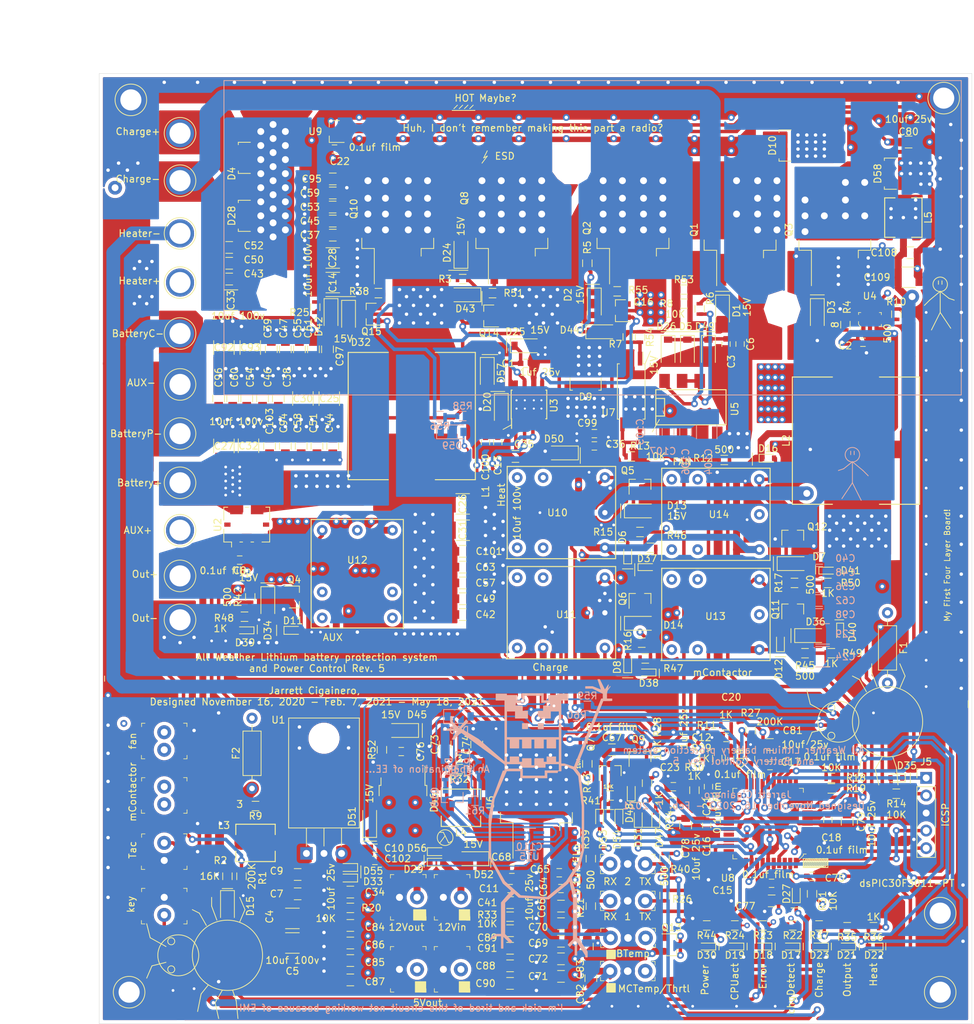
<source format=kicad_pcb>
(kicad_pcb (version 20171130) (host pcbnew "(5.1.5)-3")
  (layers (0 F.Cu signal) (1 In1.Cu power) (2 In2.Cu power) (31 B.Cu signal) (34 B.Paste user) (35 F.Paste user) (36 B.SilkS user) (37 F.SilkS user) (38 B.Mask user) (39 F.Mask user) (44 Edge.Cuts user))
  (net 0 "")
  (net 1 GND)
  (net 2 /CH+)
  (net 3 /BC-)
  (net 4 +12V)
  (net 5 /CH-)
  (net 6 /BCsense)
  (net 7 "Net-(D1-Pad1)")
  (net 8 "Net-(D2-Pad1)")
  (net 9 "Net-(D3-Pad1)")
  (net 10 /BVsense)
  (net 11 "Net-(R4-Pad1)")
  (net 12 "Net-(R10-Pad2)")
  (net 13 "Net-(R11-Pad2)")
  (net 14 "Net-(R6-Pad1)")
  (net 15 "Net-(R12-Pad2)")
  (net 16 /CHdetect)
  (net 17 /Heater-)
  (net 18 /Hctrl)
  (net 19 /CHctrl)
  (net 20 "Net-(U5-Pad4)")
  (net 21 "Net-(U5-Pad1)")
  (net 22 /B+)
  (net 23 /Heater+)
  (net 24 "Net-(D6-Pad2)")
  (net 25 /CoolCTRL)
  (net 26 "Net-(U8-Pad33)")
  (net 27 "Net-(U8-Pad13)")
  (net 28 "Net-(U8-Pad12)")
  (net 29 "Net-(U8-Pad34)")
  (net 30 /Btemp)
  (net 31 +5C)
  (net 32 "Net-(D8-Pad2)")
  (net 33 /MCLR)
  (net 34 /PGMC)
  (net 35 /PGMD)
  (net 36 "Net-(D11-Pad2)")
  (net 37 "Net-(D12-Pad2)")
  (net 38 /TACinput)
  (net 39 "Net-(D7-Pad1)")
  (net 40 "Net-(D13-Pad1)")
  (net 41 "Net-(D14-Pad1)")
  (net 42 "Net-(R18-Pad2)")
  (net 43 "Net-(R19-Pad2)")
  (net 44 "Net-(D17-Pad2)")
  (net 45 "Net-(D18-Pad2)")
  (net 46 "Net-(D19-Pad2)")
  (net 47 "Net-(R22-Pad1)")
  (net 48 "Net-(R23-Pad1)")
  (net 49 "Net-(R24-Pad1)")
  (net 50 /cTemp)
  (net 51 /U2TX)
  (net 52 /U2RX)
  (net 53 /U1RX)
  (net 54 /U1TX)
  (net 55 "Net-(J13-Pad3)")
  (net 56 "Net-(J14-Pad3)")
  (net 57 /brdTemp)
  (net 58 "Net-(R34-Pad2)")
  (net 59 "Net-(D21-Pad2)")
  (net 60 "Net-(D22-Pad2)")
  (net 61 "Net-(D23-Pad2)")
  (net 62 "Net-(C1-Pad1)")
  (net 63 "Net-(C1-Pad2)")
  (net 64 /IntBus)
  (net 65 /M+)
  (net 66 "Net-(D10-Pad1)")
  (net 67 "Net-(D24-Pad1)")
  (net 68 /Mctrl+)
  (net 69 "Net-(U8-Pad30)")
  (net 70 "Net-(C11-Pad1)")
  (net 71 +5V)
  (net 72 /__PwrKey)
  (net 73 /KeepAlive)
  (net 74 "Net-(J10-Pad1)")
  (net 75 "Net-(J10-Pad3)")
  (net 76 "Net-(J11-Pad1)")
  (net 77 "Net-(J11-Pad3)")
  (net 78 "Net-(D30-Pad2)")
  (net 79 "Net-(D15-Pad1)")
  (net 80 /ChargeIn)
  (net 81 "Net-(D32-Pad1)")
  (net 82 "Net-(D34-Pad1)")
  (net 83 "Net-(D35-Pad2)")
  (net 84 "Net-(D36-Pad1)")
  (net 85 "Net-(D37-Pad2)")
  (net 86 "Net-(D38-Pad2)")
  (net 87 "Net-(D39-Pad2)")
  (net 88 "Net-(D40-Pad2)")
  (net 89 "Net-(D41-Pad2)")
  (net 90 "Net-(H14-Pad1)")
  (net 91 "Net-(J1-Pad1)")
  (net 92 "Net-(J1-Pad2)")
  (net 93 "Net-(J2-Pad2)")
  (net 94 "Net-(J2-Pad1)")
  (net 95 /HeatRLY)
  (net 96 /chargeRLY)
  (net 97 /AUXpower)
  (net 98 /mainContactor)
  (net 99 "Net-(D42-Pad1)")
  (net 100 "Net-(D44-Pad1)")
  (net 101 "Net-(U10-Pad2)")
  (net 102 "Net-(U10-Pad3)")
  (net 103 "Net-(U10-Pad4)")
  (net 104 "Net-(U11-Pad4)")
  (net 105 "Net-(U11-Pad3)")
  (net 106 "Net-(U11-Pad2)")
  (net 107 "Net-(U12-Pad2)")
  (net 108 "Net-(U12-Pad3)")
  (net 109 "Net-(U12-Pad4)")
  (net 110 "Net-(U13-Pad2)")
  (net 111 "Net-(U13-Pad3)")
  (net 112 "Net-(U14-Pad3)")
  (net 113 "Net-(U14-Pad2)")
  (net 114 "Net-(U13-Pad4)")
  (net 115 "Net-(U14-Pad4)")
  (net 116 "Net-(U2-Pad4)")
  (net 117 "Net-(U2-Pad7)")
  (net 118 "Net-(H11-Pad1)")
  (net 119 "Net-(C76-Pad1)")
  (net 120 +5P)
  (net 121 "Net-(R54-Pad2)")
  (net 122 /Mctrl-)
  (net 123 "Net-(U8-Pad38)")
  (net 124 "Net-(F2-Pad1)")
  (net 125 "Net-(D43-Pad1)")
  (net 126 "Net-(D42-Pad2)")
  (net 127 "Net-(D44-Pad2)")
  (net 128 "Net-(Q14-Pad2)")
  (net 129 "Net-(Q15-Pad2)")
  (net 130 "Net-(Q16-Pad2)")
  (net 131 "Net-(C10-Pad1)")
  (net 132 "Net-(H18-Pad1)")
  (net 133 "Net-(H19-Pad1)")
  (net 134 "Net-(C4-Pad1)")
  (net 135 "Net-(C3-Pad1)")
  (net 136 "Net-(D16-Pad2)")
  (net 137 "Net-(D27-Pad1)")
  (net 138 "Net-(D29-Pad2)")
  (net 139 "Net-(D31-Pad1)")
  (net 140 "Net-(D31-Pad2)")
  (net 141 "Net-(D48-Pad2)")
  (net 142 "Net-(D53-Pad1)")
  (net 143 "Net-(C108-Pad1)")
  (net 144 "Net-(D58-Pad1)")
  (net 145 "Net-(D59-Pad2)")
  (net 146 "Net-(D59-Pad1)")
  (net 147 "Net-(D60-Pad1)")
  (net 148 "Net-(D60-Pad2)")
  (net 149 "Net-(Q18-Pad3)")
  (net 150 "Net-(Q18-Pad1)")
  (net 151 "Net-(R59-Pad2)")
  (net 152 "Net-(U15-Pad5)")
  (module Resistors_SMD:R_0603 (layer B.Cu) (at 85.852 139.7 270)
    (fp_text reference R57 (at 0 1.45 90) (layer B.SilkS) (effects (justify mirror)))
    (fp_text value 200K)
    (pad 2 smd rect (at 0.75 0 270) (size 0.5 0.9) (layers B.Cu B.Paste B.Mask) (net 31 +5C))
    (pad 1 smd rect (at -0.75 0 270) (size 0.5 0.9) (layers B.Cu B.Paste B.Mask) (net 145 "Net-(D59-Pad2)"))
  )
  (module TO_SOT_Packages_SMD:SOT-23 (layer F.Cu) (at 104.902 140.208 90)
    (fp_text reference Q7 (at 3.81 -2.794 90) (layer F.SilkS))
    (fp_text value DMN65D8L)
    (pad 1 smd rect (at -1 -0.95 90) (size 0.9 0.8) (layers F.Cu F.Paste F.Mask) (net 142 "Net-(D53-Pad1)"))
    (pad 2 smd rect (at -1 0.95 90) (size 0.9 0.8) (layers F.Cu F.Paste F.Mask) (net 1 GND))
    (pad 3 smd rect (at 1 0 90) (size 0.9 0.8) (layers F.Cu F.Paste F.Mask) (net 141 "Net-(D48-Pad2)"))
  )
  (module TO_SOT_Packages_SMD:TO-263-2 (layer F.Cu) (at 108.204 61.722 90)
    (fp_text reference Q2 (at 0 -6.65 90) (layer F.SilkS))
    (fp_text value PSMN5R6-100BS)
    (pad 1 smd rect (at -5.775 -2.54 90) (size 4.6 1.1) (layers F.Cu F.Paste F.Mask) (net 8 "Net-(D2-Pad1)"))
    (pad 3 smd rect (at -5.775 2.54 90) (size 4.6 1.1) (layers F.Cu F.Paste F.Mask) (net 1 GND))
    (pad 2 smd rect (at 3.375 0 90) (size 9.4 10.8) (layers F.Cu F.Mask) (net 63 "Net-(C1-Pad2)"))
    (pad 2 smd rect (at 5.8 2.775 90) (size 4.55 5.25) (layers F.Cu F.Paste) (net 63 "Net-(C1-Pad2)"))
    (pad 2 smd rect (at 0.95 -2.775 90) (size 4.55 5.25) (layers F.Cu F.Paste) (net 63 "Net-(C1-Pad2)"))
    (pad 2 smd rect (at 5.8 -2.775 90) (size 4.55 5.25) (layers F.Cu F.Paste) (net 63 "Net-(C1-Pad2)"))
    (pad 2 smd rect (at 0.95 2.775 90) (size 4.55 5.25) (layers F.Cu F.Paste) (net 63 "Net-(C1-Pad2)"))
  )
  (module TO_SOT_Packages_SMD:TO-277A (layer F.Cu) (at 101.346 82.672 180)
    (fp_text reference D9 (at 0 -3.45 180) (layer F.SilkS))
    (fp_text value D_Schottky_AAK)
    (pad 1 smd rect (at -1.04 -1.9) (size 1.4 1.27) (layers F.Cu F.Paste F.Mask) (net 1 GND))
    (pad 3 smd rect (at 0 1.9) (size 4.72 4.8) (layers F.Cu F.Paste F.Mask) (net 63 "Net-(C1-Pad2)"))
    (pad 2 smd rect (at 1.04 -1.9) (size 1.4 1.27) (layers F.Cu F.Paste F.Mask) (net 1 GND))
  )
  (module Housings_SOIC:SO-4_7.6x3.6mm_Pitch2.54mm (layer F.Cu) (at 107.95 85.344 270)
    (fp_text reference U7 (at 3.048 3.302 180) (layer F.SilkS))
    (fp_text value LTV-817S)
    (pad 4 smd rect (at 4.75 -1.27 270) (size 2 0.64) (layers F.Cu F.Paste F.Mask) (net 71 +5V))
    (pad 3 smd rect (at 4.75 1.27 270) (size 2 0.64) (layers F.Cu F.Paste F.Mask) (net 16 /CHdetect))
    (pad 2 smd rect (at -4.75 1.27 270) (size 2 0.64) (layers F.Cu F.Paste F.Mask) (net 5 /CH-))
    (pad 1 smd rect (at -4.75 -1.27 270) (size 2 0.64) (layers F.Cu F.Paste F.Mask) (net 121 "Net-(R54-Pad2)"))
  )
  (module TO_SOT_Packages_THT:TO-220-3_Horizontal (layer F.Cu) (at 60.96 152.146)
    (fp_text reference U1 (at -4.064 -19.304) (layer F.SilkS))
    (fp_text value R-78HB12-0.5)
    (pad 0 np_thru_hole oval (at 2.54 -16.66) (size 3.5 3.5) (drill 3.5) (layers *.Cu *.Mask))
    (pad 1 thru_hole rect (at 0 0) (size 1.8 1.8) (drill 1) (layers *.Cu *.Mask) (net 134 "Net-(C4-Pad1)"))
    (pad 2 thru_hole oval (at 2.54 0) (size 1.8 1.8) (drill 1) (layers *.Cu *.Mask) (net 1 GND))
    (pad 3 thru_hole oval (at 5.08 0) (size 1.8 1.8) (drill 1) (layers *.Cu *.Mask) (net 131 "Net-(C10-Pad1)"))
  )
  (module Capacitors_SMD:C_0603 (layer F.Cu) (at 92.698 81.28)
    (fp_text reference C1 (at -2.528 0) (layer F.SilkS))
    (fp_text value "1uf 25v" (at 2.044 1.27) (layer F.SilkS))
    (pad 2 smd rect (at 0.75 0) (size 0.8 0.75) (layers F.Cu F.Paste F.Mask) (net 63 "Net-(C1-Pad2)"))
    (pad 1 smd rect (at -0.75 0) (size 0.8 0.75) (layers F.Cu F.Paste F.Mask) (net 62 "Net-(C1-Pad1)"))
  )
  (module Capacitors_SMD:C_1210 (layer F.Cu) (at 58.928 161.544)
    (fp_text reference C4 (at -3.302 -0.254 90) (layer F.SilkS))
    (fp_text value "10uf 100v")
    (pad 2 smd rect (at 1.5 0) (size 1 2.5) (layers F.Cu F.Paste F.Mask) (net 1 GND))
    (pad 1 smd rect (at -1.5 0) (size 1 2.5) (layers F.Cu F.Paste F.Mask) (net 134 "Net-(C4-Pad1)"))
  )
  (module Capacitors_SMD:C_1210 (layer F.Cu) (at 58.928 165.1)
    (fp_text reference C5 (at 0 4.064) (layer F.SilkS))
    (fp_text value "10uf 100v" (at 0 2.5) (layer F.SilkS))
    (pad 1 smd rect (at -1.5 0) (size 1 2.5) (layers F.Cu F.Paste F.Mask) (net 134 "Net-(C4-Pad1)"))
    (pad 2 smd rect (at 1.5 0) (size 1 2.5) (layers F.Cu F.Paste F.Mask) (net 1 GND))
  )
  (module Capacitors_SMD:C_0603 (layer F.Cu) (at 51.308 109.728)
    (fp_text reference C8 (at 0 1.524) (layer F.SilkS))
    (fp_text value "0.1uf film" (at -2.032 1.524) (layer F.SilkS))
    (pad 1 smd rect (at -0.75 0) (size 0.8 0.75) (layers F.Cu F.Paste F.Mask) (net 31 +5C))
    (pad 2 smd rect (at 0.75 0) (size 0.8 0.75) (layers F.Cu F.Paste F.Mask) (net 1 GND))
  )
  (module Capacitors_SMD:C_0603 (layer F.Cu) (at 70.866 151.384)
    (fp_text reference C10 (at 2.794 0) (layer F.SilkS))
    (fp_text value "1uf 25v")
    (pad 2 smd rect (at 0.75 0) (size 0.8 0.75) (layers F.Cu F.Paste F.Mask) (net 1 GND))
    (pad 1 smd rect (at -0.75 0) (size 0.8 0.75) (layers F.Cu F.Paste F.Mask) (net 131 "Net-(C10-Pad1)"))
  )
  (module Capacitors_SMD:C_0603 (layer F.Cu) (at 121.666 135.382 180)
    (fp_text reference C12 (at 3.556 0) (layer F.SilkS))
    (fp_text value "1uf 25v" (at 6.096 1.27 90) (layer F.SilkS))
    (pad 1 smd rect (at -0.75 0 180) (size 0.8 0.75) (layers F.Cu F.Paste F.Mask) (net 6 /BCsense))
    (pad 2 smd rect (at 0.75 0 180) (size 0.8 0.75) (layers F.Cu F.Paste F.Mask) (net 1 GND))
  )
  (module Capacitors_SMD:C_1210 (layer F.Cu) (at 64.77 69.596 180)
    (fp_text reference C14 (at 0 0 90) (layer F.SilkS))
    (fp_text value "10uf 100v")
    (pad 2 smd rect (at 1.5 0 180) (size 1 2.5) (layers F.Cu F.Paste F.Mask) (net 1 GND))
    (pad 1 smd rect (at -1.5 0 180) (size 1 2.5) (layers F.Cu F.Paste F.Mask) (net 64 /IntBus))
  )
  (module Capacitors_SMD:C_0603 (layer F.Cu) (at 128.258 156.464 180)
    (fp_text reference C15 (at 7.1 -1.016) (layer F.SilkS))
    (fp_text value "0.1uf film" (at 0.496 1.27) (layer F.SilkS))
    (pad 1 smd rect (at -0.75 0 180) (size 0.8 0.75) (layers F.Cu F.Paste F.Mask) (net 31 +5C))
    (pad 2 smd rect (at 0.75 0 180) (size 0.8 0.75) (layers F.Cu F.Paste F.Mask) (net 1 GND))
  )
  (module Capacitors_SMD:C_0603 (layer F.Cu) (at 118.872 148.094 270)
    (fp_text reference C16 (at 3.036 0 90) (layer F.SilkS))
    (fp_text value "0.1uf film")
    (pad 2 smd rect (at 0.75 0 270) (size 0.8 0.75) (layers F.Cu F.Paste F.Mask) (net 1 GND))
    (pad 1 smd rect (at -0.75 0 270) (size 0.8 0.75) (layers F.Cu F.Paste F.Mask) (net 31 +5C))
  )
  (module Capacitors_SMD:C_0603 (layer F.Cu) (at 128.028 139.446)
    (fp_text reference C17 (at 3.036 -0.508) (layer F.SilkS))
    (fp_text value "0.1uf film" (at 8.624 -1.27) (layer F.SilkS))
    (pad 2 smd rect (at 0.75 0) (size 0.8 0.75) (layers F.Cu F.Paste F.Mask) (net 1 GND))
    (pad 1 smd rect (at -0.75 0) (size 0.8 0.75) (layers F.Cu F.Paste F.Mask) (net 31 +5C))
  )
  (module Capacitors_SMD:C_0603 (layer F.Cu) (at 136.398 147.32 270)
    (fp_text reference C18 (at 2.54 -0.508 180) (layer F.SilkS))
    (fp_text value "0.1uf film" (at 4.318 -2.032 180) (layer F.SilkS))
    (pad 1 smd rect (at -0.75 0 270) (size 0.8 0.75) (layers F.Cu F.Paste F.Mask) (net 31 +5C))
    (pad 2 smd rect (at 0.75 0 270) (size 0.8 0.75) (layers F.Cu F.Paste F.Mask) (net 1 GND))
  )
  (module Capacitors_SMD:C_0603 (layer F.Cu) (at 125.222 138.43 90)
    (fp_text reference C19 (at 0 -1.5 90) (layer F.SilkS))
    (fp_text value "0.1uf film" (at -2.286 -1.524 180) (layer F.SilkS))
    (pad 2 smd rect (at 0.75 0 90) (size 0.8 0.75) (layers F.Cu F.Paste F.Mask) (net 1 GND))
    (pad 1 smd rect (at -0.75 0 90) (size 0.8 0.75) (layers F.Cu F.Paste F.Mask) (net 10 /BVsense))
  )
  (module Capacitors_SMD:C_0603 (layer F.Cu) (at 122.174 138.43 90)
    (fp_text reference C20 (at 8.89 0.254 180) (layer F.SilkS))
    (fp_text value "0.1uf film")
    (pad 1 smd rect (at -0.75 0 90) (size 0.8 0.75) (layers F.Cu F.Paste F.Mask) (net 30 /Btemp))
    (pad 2 smd rect (at 0.75 0 90) (size 0.8 0.75) (layers F.Cu F.Paste F.Mask) (net 1 GND))
  )
  (module Capacitors_SMD:C_0603 (layer F.Cu) (at 119.126 142.494 90)
    (fp_text reference C21 (at -2.794 -0.254 270) (layer F.SilkS))
    (fp_text value "0.1uf film" (at -3.048 1.27 90) (layer F.SilkS))
    (pad 2 smd rect (at 0.75 0 90) (size 0.8 0.75) (layers F.Cu F.Paste F.Mask) (net 1 GND))
    (pad 1 smd rect (at -0.75 0 90) (size 0.8 0.75) (layers F.Cu F.Paste F.Mask) (net 50 /cTemp))
  )
  (module Capacitors_SMD:C_0603 (layer F.Cu) (at 65.024 50.292 180)
    (fp_text reference C22 (at -0.762 -1.778) (layer F.SilkS))
    (fp_text value "0.1uf film" (at -5.842 0.254) (layer F.SilkS))
    (pad 1 smd rect (at -0.75 0 180) (size 0.8 0.75) (layers F.Cu F.Paste F.Mask) (net 31 +5C))
    (pad 2 smd rect (at 0.75 0 180) (size 0.8 0.75) (layers F.Cu F.Paste F.Mask) (net 1 GND))
  )
  (module Capacitors_SMD:C_0603 (layer F.Cu) (at 114.046 142.494 180)
    (fp_text reference C23 (at 0.508 2.794) (layer F.SilkS))
    (fp_text value "0.1uf film")
    (pad 2 smd rect (at 0.75 0 180) (size 0.8 0.75) (layers F.Cu F.Paste F.Mask) (net 1 GND))
    (pad 1 smd rect (at -0.75 0 180) (size 0.8 0.75) (layers F.Cu F.Paste F.Mask) (net 57 /brdTemp))
  )
  (module Capacitors_SMD:C_1210 (layer B.Cu) (at 135.636 123.698)
    (fp_text reference C24 (at 3.302 0) (layer B.SilkS) (effects (justify mirror)))
    (fp_text value "10uf 100v")
    (pad 1 smd rect (at -1.5 0) (size 1 2.5) (layers B.Cu B.Paste B.Mask) (net 80 /ChargeIn))
    (pad 2 smd rect (at 1.5 0) (size 1 2.5) (layers B.Cu B.Paste B.Mask) (net 3 /BC-))
  )
  (module Capacitors_SMD:C_1210 (layer F.Cu) (at 64.262 86.384 270)
    (fp_text reference C25 (at -0.024 0 180) (layer F.SilkS))
    (fp_text value "10uf 100v")
    (pad 2 smd rect (at 1.5 0 270) (size 1 2.5) (layers F.Cu F.Paste F.Mask) (net 1 GND))
    (pad 1 smd rect (at -1.5 0 270) (size 1 2.5) (layers F.Cu F.Paste F.Mask) (net 64 /IntBus))
  )
  (module Capacitors_SMD:C_1210 (layer F.Cu) (at 83.566 101.6)
    (fp_text reference C26 (at 0 0 90) (layer F.SilkS))
    (fp_text value "10uf 100v" (at 7.874 1.27 270) (layer F.SilkS))
    (pad 2 smd rect (at 1.5 0) (size 1 2.5) (layers F.Cu F.Paste F.Mask) (net 1 GND))
    (pad 1 smd rect (at -1.5 0) (size 1 2.5) (layers F.Cu F.Paste F.Mask) (net 65 /M+))
  )
  (module Capacitors_SMD:C_1210 (layer F.Cu) (at 49.022 93.218 90)
    (fp_text reference C27 (at -0.024 0 180) (layer F.SilkS))
    (fp_text value "10uf 100v" (at 3.532 1.778 180) (layer F.SilkS))
    (pad 1 smd rect (at -1.5 0 90) (size 1 2.5) (layers F.Cu F.Paste F.Mask) (net 22 /B+))
    (pad 2 smd rect (at 1.5 0 90) (size 1 2.5) (layers F.Cu F.Paste F.Mask) (net 1 GND))
  )
  (module Capacitors_SMD:C_1210 (layer F.Cu) (at 64.77 66.04 180)
    (fp_text reference C28 (at 0.024 0 90) (layer F.SilkS))
    (fp_text value "10uf 100v" (at 3.556 -1.778 270) (layer F.SilkS))
    (pad 1 smd rect (at -1.5 0 180) (size 1 2.5) (layers F.Cu F.Paste F.Mask) (net 64 /IntBus))
    (pad 2 smd rect (at 1.5 0 180) (size 1 2.5) (layers F.Cu F.Paste F.Mask) (net 1 GND))
  )
  (module Capacitors_SMD:C_1210 (layer B.Cu) (at 135.636 120.396)
    (fp_text reference C29 (at 3.302 0) (layer B.SilkS) (effects (justify mirror)))
    (fp_text value "10uf 100v")
    (pad 1 smd rect (at -1.5 0) (size 1 2.5) (layers B.Cu B.Paste B.Mask) (net 80 /ChargeIn))
    (pad 2 smd rect (at 1.5 0) (size 1 2.5) (layers B.Cu B.Paste B.Mask) (net 3 /BC-))
  )
  (module Capacitors_SMD:C_1210 (layer F.Cu) (at 60.452 86.36 270)
    (fp_text reference C30 (at 0.024 0 180) (layer F.SilkS))
    (fp_text value "10uf 100v")
    (pad 1 smd rect (at -1.5 0 270) (size 1 2.5) (layers F.Cu F.Paste F.Mask) (net 64 /IntBus))
    (pad 2 smd rect (at 1.5 0 270) (size 1 2.5) (layers F.Cu F.Paste F.Mask) (net 1 GND))
  )
  (module Capacitors_SMD:C_1210 (layer F.Cu) (at 83.566 105.41)
    (fp_text reference C31 (at 0 0 90) (layer F.SilkS))
    (fp_text value "10uf 100v")
    (pad 2 smd rect (at 1.5 0) (size 1 2.5) (layers F.Cu F.Paste F.Mask) (net 1 GND))
    (pad 1 smd rect (at -1.5 0) (size 1 2.5) (layers F.Cu F.Paste F.Mask) (net 65 /M+))
  )
  (module Capacitors_SMD:C_1210 (layer F.Cu) (at 52.578 93.194 90)
    (fp_text reference C32 (at -0.024 0 180) (layer F.SilkS))
    (fp_text value "10uf 100v")
    (pad 2 smd rect (at 1.5 0 90) (size 1 2.5) (layers F.Cu F.Paste F.Mask) (net 1 GND))
    (pad 1 smd rect (at -1.5 0 90) (size 1 2.5) (layers F.Cu F.Paste F.Mask) (net 22 /B+))
  )
  (module Capacitors_SMD:C_1210 (layer F.Cu) (at 50.038 72.136 180)
    (fp_text reference C33 (at 0 0 90) (layer F.SilkS))
    (fp_text value "10uf 100v" (at -1.016 -2.286) (layer F.SilkS))
    (pad 2 smd rect (at 1.5 0 180) (size 1 2.5) (layers F.Cu F.Paste F.Mask) (net 5 /CH-))
    (pad 1 smd rect (at -1.5 0 180) (size 1 2.5) (layers F.Cu F.Paste F.Mask) (net 2 /CH+))
  )
  (module Capacitors_SMD:C_0805 (layer F.Cu) (at 67.31 157.734 180)
    (fp_text reference C34 (at -3.556 0) (layer F.SilkS))
    (fp_text value "10uf 25v" (at 2.794 0.762 270) (layer F.SilkS))
    (pad 1 smd rect (at -1 0 180) (size 1 1.25) (layers F.Cu F.Paste F.Mask) (net 4 +12V))
    (pad 2 smd rect (at 1 0 180) (size 1 1.25) (layers F.Cu F.Paste F.Mask) (net 1 GND))
  )
  (module Capacitors_SMD:C_0805 (layer F.Cu) (at 90.424 159.258)
    (fp_text reference C41 (at -3.302 0 180) (layer F.SilkS))
    (fp_text value "10uf 25v" (at 2.794 -0.762 90) (layer F.SilkS))
    (pad 2 smd rect (at 1 0) (size 1 1.25) (layers F.Cu F.Paste F.Mask) (net 1 GND))
    (pad 1 smd rect (at -1 0) (size 1 1.25) (layers F.Cu F.Paste F.Mask) (net 70 "Net-(C11-Pad1)"))
  )
  (module Capacitors_SMD:C_0603 (layer F.Cu) (at 97.536 154.94 180)
    (fp_text reference C65 (at 2.794 0.508) (layer F.SilkS))
    (fp_text value "0.1uf film" (at -2.54 0.508 90) (layer F.SilkS))
    (pad 1 smd rect (at -0.75 0 180) (size 0.8 0.75) (layers F.Cu F.Paste F.Mask) (net 71 +5V))
    (pad 2 smd rect (at 0.75 0 180) (size 0.8 0.75) (layers F.Cu F.Paste F.Mask) (net 1 GND))
  )
  (module Capacitors_SMD:C_0805 (layer F.Cu) (at 97.79 159.766 180)
    (fp_text reference C66 (at 2.794 -0.254 90) (layer F.SilkS))
    (fp_text value "10uf 25v")
    (pad 2 smd rect (at 1 0 180) (size 1 1.25) (layers F.Cu F.Paste F.Mask) (net 1 GND))
    (pad 1 smd rect (at -1 0 180) (size 1 1.25) (layers F.Cu F.Paste F.Mask) (net 71 +5V))
  )
  (module Diodes_SMD:D_SOD-123 (layer F.Cu) (at 121.158 73.66 270)
    (fp_text reference D1 (at 0 -2.032 90) (layer F.SilkS))
    (fp_text value 15V (at -0.508 -3.556 90) (layer F.SilkS))
    (pad 2 smd rect (at 1.65 0 270) (size 0.9 1.2) (layers F.Cu F.Paste F.Mask) (net 5 /CH-))
    (pad 1 smd rect (at -1.65 0 270) (size 0.9 1.2) (layers F.Cu F.Paste F.Mask) (net 7 "Net-(D1-Pad1)"))
  )
  (module Diodes_SMD:D_SOD-123 (layer F.Cu) (at 102.616 72.644 270)
    (fp_text reference D2 (at -1.27 3.81 90) (layer F.SilkS))
    (fp_text value 15V (at -1.27 2.032 90) (layer F.SilkS))
    (pad 1 smd rect (at -1.65 0 270) (size 0.9 1.2) (layers F.Cu F.Paste F.Mask) (net 8 "Net-(D2-Pad1)"))
    (pad 2 smd rect (at 1.65 0 270) (size 0.9 1.2) (layers F.Cu F.Paste F.Mask) (net 1 GND))
  )
  (module Diodes_SMD:D_SOD-123 (layer F.Cu) (at 134.874 74.168 270)
    (fp_text reference D3 (at -1.016 -2.032 90) (layer F.SilkS))
    (fp_text value 15V)
    (pad 1 smd rect (at -1.65 0 270) (size 0.9 1.2) (layers F.Cu F.Paste F.Mask) (net 9 "Net-(D3-Pad1)"))
    (pad 2 smd rect (at 1.65 0 270) (size 0.9 1.2) (layers F.Cu F.Paste F.Mask) (net 1 GND))
  )
  (module TO_SOT_Packages_SMD:TO-277A (layer F.Cu) (at 53.594 51.562 90)
    (fp_text reference D4 (at -2.286 -3.45 270) (layer F.SilkS))
    (fp_text value D_Schottky_AAK)
    (pad 1 smd rect (at -1.04 -1.9 270) (size 1.4 1.27) (layers F.Cu F.Paste F.Mask) (net 2 /CH+))
    (pad 3 smd rect (at 0 1.9 270) (size 4.72 4.8) (layers F.Cu F.Paste F.Mask) (net 80 /ChargeIn))
    (pad 2 smd rect (at 1.04 -1.9 270) (size 1.4 1.27) (layers F.Cu F.Paste F.Mask) (net 2 /CH+))
  )
  (module Diodes_SMD:D_SOD-123 (layer F.Cu) (at 116.078 79.502 270)
    (fp_text reference D5 (at -3.556 0.254 180) (layer F.SilkS))
    (fp_text value 15V)
    (pad 2 smd rect (at 1.65 0 270) (size 0.9 1.2) (layers F.Cu F.Paste F.Mask) (net 5 /CH-))
    (pad 1 smd rect (at -1.65 0 270) (size 0.9 1.2) (layers F.Cu F.Paste F.Mask) (net 135 "Net-(C3-Pad1)"))
  )
  (module Diodes_SMD:D_SOD-123 (layer F.Cu) (at 131.318 110.236)
    (fp_text reference D7 (at 3.81 -1.016) (layer F.SilkS))
    (fp_text value 15V)
    (pad 1 smd rect (at -1.65 0) (size 0.9 1.2) (layers F.Cu F.Paste F.Mask) (net 39 "Net-(D7-Pad1)"))
    (pad 2 smd rect (at 1.65 0) (size 0.9 1.2) (layers F.Cu F.Paste F.Mask) (net 1 GND))
  )
  (module TO_SOT_Packages_SMD:TO-277A (layer F.Cu) (at 131.826 49.784 90)
    (fp_text reference D10 (at 0 -3.45 270) (layer F.SilkS))
    (fp_text value D_Schottky_AAK)
    (pad 2 smd rect (at 1.04 -1.9 270) (size 1.4 1.27) (layers F.Cu F.Paste F.Mask) (net 66 "Net-(D10-Pad1)"))
    (pad 3 smd rect (at 0 1.9 270) (size 4.72 4.8) (layers F.Cu F.Paste F.Mask) (net 80 /ChargeIn))
    (pad 1 smd rect (at -1.04 -1.9 270) (size 1.4 1.27) (layers F.Cu F.Paste F.Mask) (net 66 "Net-(D10-Pad1)"))
  )
  (module Diodes_SMD:D_SOD-123 (layer F.Cu) (at 109.22 102.616)
    (fp_text reference D13 (at 5.334 -0.762) (layer F.SilkS))
    (fp_text value 15V (at 5.334 0.762) (layer F.SilkS))
    (pad 2 smd rect (at 1.65 0) (size 0.9 1.2) (layers F.Cu F.Paste F.Mask) (net 1 GND))
    (pad 1 smd rect (at -1.65 0) (size 0.9 1.2) (layers F.Cu F.Paste F.Mask) (net 40 "Net-(D13-Pad1)"))
  )
  (module Diodes_SMD:D_SOD-123 (layer F.Cu) (at 109.22 118.872)
    (fp_text reference D14 (at 4.826 0.254) (layer F.SilkS))
    (fp_text value 15V)
    (pad 1 smd rect (at -1.65 0) (size 0.9 1.2) (layers F.Cu F.Paste F.Mask) (net 41 "Net-(D14-Pad1)"))
    (pad 2 smd rect (at 1.65 0) (size 0.9 1.2) (layers F.Cu F.Paste F.Mask) (net 1 GND))
  )
  (module LEDs:LED_0603 (layer F.Cu) (at 131.064 165.608 180)
    (fp_text reference D17 (at 0 -1.25) (layer F.SilkS))
    (fp_text value chgDetect (at 0 -6.096 90) (layer F.SilkS))
    (pad 1 smd rect (at -0.8 0) (size 0.8 0.8) (layers F.Cu F.Paste F.Mask) (net 1 GND))
    (pad 2 smd rect (at 0.8 0) (size 0.8 0.8) (layers F.Cu F.Paste F.Mask) (net 44 "Net-(D17-Pad2)"))
  )
  (module LEDs:LED_0603 (layer F.Cu) (at 127 165.608 180)
    (fp_text reference D18 (at 0 -1.25) (layer F.SilkS))
    (fp_text value Error (at 0 -4.318 90) (layer F.SilkS))
    (pad 2 smd rect (at 0.8 0) (size 0.8 0.8) (layers F.Cu F.Paste F.Mask) (net 45 "Net-(D18-Pad2)"))
    (pad 1 smd rect (at -0.8 0) (size 0.8 0.8) (layers F.Cu F.Paste F.Mask) (net 1 GND))
  )
  (module LEDs:LED_0603 (layer F.Cu) (at 122.936 165.608 180)
    (fp_text reference D19 (at 0 -1.25) (layer F.SilkS))
    (fp_text value CPUact (at 0 -5.08 90) (layer F.SilkS))
    (pad 1 smd rect (at -0.8 0) (size 0.8 0.8) (layers F.Cu F.Paste F.Mask) (net 1 GND))
    (pad 2 smd rect (at 0.8 0) (size 0.8 0.8) (layers F.Cu F.Paste F.Mask) (net 46 "Net-(D19-Pad2)"))
  )
  (module LEDs:LED_0603 (layer F.Cu) (at 139.128999 165.606999 180)
    (fp_text reference D21 (at 0 -1.25) (layer F.SilkS))
    (fp_text value Output (at -0.063001 -4.827001 90) (layer F.SilkS))
    (pad 2 smd rect (at 0.8 0) (size 0.8 0.8) (layers F.Cu F.Paste F.Mask) (net 59 "Net-(D21-Pad2)"))
    (pad 1 smd rect (at -0.8 0) (size 0.8 0.8) (layers F.Cu F.Paste F.Mask) (net 1 GND))
  )
  (module LEDs:LED_0603 (layer F.Cu) (at 143.078999 165.606999 180)
    (fp_text reference D22 (at 0 -1.25) (layer F.SilkS))
    (fp_text value Heat (at 0.076999 -4.065001 90) (layer F.SilkS))
    (pad 1 smd rect (at -0.8 0) (size 0.8 0.8) (layers F.Cu F.Paste F.Mask) (net 1 GND))
    (pad 2 smd rect (at 0.8 0) (size 0.8 0.8) (layers F.Cu F.Paste F.Mask) (net 60 "Net-(D22-Pad2)"))
  )
  (module LEDs:LED_0603 (layer F.Cu) (at 135.178999 165.606999 180)
    (fp_text reference D23 (at 0 -1.25) (layer F.SilkS))
    (fp_text value Charge (at 0.050999 -4.827001 90) (layer F.SilkS))
    (pad 2 smd rect (at 0.8 0) (size 0.8 0.8) (layers F.Cu F.Paste F.Mask) (net 61 "Net-(D23-Pad2)"))
    (pad 1 smd rect (at -0.8 0) (size 0.8 0.8) (layers F.Cu F.Paste F.Mask) (net 1 GND))
  )
  (module Diodes_SMD:D_SOD-123 (layer F.Cu) (at 83.312 65.278 90)
    (fp_text reference D24 (at 0 -2 90) (layer F.SilkS))
    (fp_text value 15V (at 3.81 0 90) (layer F.SilkS))
    (pad 2 smd rect (at 1.65 0 90) (size 0.9 1.2) (layers F.Cu F.Paste F.Mask) (net 63 "Net-(C1-Pad2)"))
    (pad 1 smd rect (at -1.65 0 90) (size 0.9 1.2) (layers F.Cu F.Paste F.Mask) (net 67 "Net-(D24-Pad1)"))
  )
  (module Diodes_SMD:D_SOD-123 (layer F.Cu) (at 92.71 78.74)
    (fp_text reference D25 (at -1.524 -2.032) (layer F.SilkS))
    (fp_text value 15V (at 2.032 -2.286) (layer F.SilkS))
    (pad 2 smd rect (at 1.65 0) (size 0.9 1.2) (layers F.Cu F.Paste F.Mask) (net 63 "Net-(C1-Pad2)"))
    (pad 1 smd rect (at -1.65 0) (size 0.9 1.2) (layers F.Cu F.Paste F.Mask) (net 62 "Net-(C1-Pad1)"))
  )
  (module Diodes_SMD:D_SOD-123 (layer F.Cu) (at 113.284 79.502 270)
    (fp_text reference D26 (at -3.556 0.254 180) (layer F.SilkS))
    (fp_text value 15V (at 2.032 2.032 270) (layer F.SilkS))
    (pad 2 smd rect (at 1.65 0 270) (size 0.9 1.2) (layers F.Cu F.Paste F.Mask) (net 5 /CH-))
    (pad 1 smd rect (at -1.65 0 270) (size 0.9 1.2) (layers F.Cu F.Paste F.Mask) (net 135 "Net-(C3-Pad1)"))
  )
  (module Connect:1pin (layer F.Cu) (at 42.672 48.006)
    (fp_text reference H1)
    (fp_text value Charge+ (at -6.096 -0.254) (layer F.SilkS))
    (pad 1 thru_hole circle (at 0 0) (size 4.064 4.064) (drill 3.048) (layers *.Cu *.Mask) (net 2 /CH+))
  )
  (module Connect:1pin (layer F.Cu) (at 42.672 76.962)
    (fp_text reference H2)
    (fp_text value BatteryC- (at -6.096 0) (layer F.SilkS))
    (pad 1 thru_hole circle (at 0 0) (size 4.064 4.064) (drill 3.048) (layers *.Cu *.Mask) (net 3 /BC-))
  )
  (module Connect:1pin (layer F.Cu) (at 42.672 91.44)
    (fp_text reference H3)
    (fp_text value BatteryP- (at -6.35 0) (layer F.SilkS))
    (pad 1 thru_hole circle (at 0 0) (size 4.064 4.064) (drill 3.048) (layers *.Cu *.Mask) (net 1 GND))
  )
  (module Connect:1pin (layer F.Cu) (at 42.672 98.552)
    (fp_text reference H4)
    (fp_text value Battery+ (at -5.842 0) (layer F.SilkS))
    (pad 1 thru_hole circle (at 0 0) (size 4.064 4.064) (drill 3.048) (layers *.Cu *.Mask) (net 22 /B+))
  )
  (module Connect:1pin (layer F.Cu) (at 42.672 112.014)
    (fp_text reference H5)
    (fp_text value Out+ (at -5.08 -0.254) (layer F.SilkS))
    (pad 1 thru_hole circle (at 0 0) (size 4.064 4.064) (drill 3.048) (layers *.Cu *.Mask) (net 65 /M+))
  )
  (module Connect:1pin (layer F.Cu) (at 42.672 118.364)
    (fp_text reference H6)
    (fp_text value Out- (at -5.08 -0.254) (layer F.SilkS))
    (pad 1 thru_hole circle (at 0 0) (size 4.064 4.064) (drill 3.048) (layers *.Cu *.Mask) (net 1 GND))
  )
  (module Connect:1pin (layer F.Cu) (at 42.672 69.596)
    (fp_text reference H7)
    (fp_text value Heater+ (at -5.842 -0.254) (layer F.SilkS))
    (pad 1 thru_hole circle (at 0 0) (size 4.064 4.064) (drill 3.048) (layers *.Cu *.Mask) (net 23 /Heater+))
  )
  (module Connect:1pin (layer F.Cu) (at 42.672 62.484)
    (fp_text reference H8)
    (fp_text value Heater- (at -5.842 0) (layer F.SilkS))
    (pad 1 thru_hole circle (at 0 0) (size 4.064 4.064) (drill 3.048) (layers *.Cu *.Mask) (net 17 /Heater-))
  )
  (module Connect:1pin (layer F.Cu) (at 42.672 54.864)
    (fp_text reference H9)
    (fp_text value Charge- (at -6.096 -0.254) (layer F.SilkS))
    (pad 1 thru_hole circle (at 0 0) (size 4.064 4.064) (drill 3.048) (layers *.Cu *.Mask) (net 5 /CH-))
  )
  (module Connect:1pin (layer F.Cu) (at 153.162 42.926)
    (fp_text reference H10)
    (fp_text value mnt)
    (pad 1 thru_hole circle (at 0 0) (size 4.064 4.064) (drill 3.048) (layers *.Cu *.Mask) (net 1 GND))
  )
  (module Connect:1pin (layer F.Cu) (at 152.654 172.212)
    (fp_text reference H13)
    (fp_text value mnt)
    (pad 1 thru_hole circle (at 0 0) (size 4.064 4.064) (drill 3.048) (layers *.Cu *.Mask) (net 1 GND))
  )
  (module Pin_Headers:Pin_Header_Straight_1x05_Pitch2.54mm (layer F.Cu) (at 150.622 141.224)
    (fp_text reference J5 (at 0 -2.33) (layer F.SilkS))
    (fp_text value ICSP (at 2.794 5.334 90) (layer F.SilkS))
    (pad 5 thru_hole oval (at 0 10.16) (size 1.7 1.7) (drill 1) (layers *.Cu *.Mask) (net 34 /PGMC))
    (pad 4 thru_hole oval (at 0 7.62) (size 1.7 1.7) (drill 1) (layers *.Cu *.Mask) (net 35 /PGMD))
    (pad 3 thru_hole oval (at 0 5.08) (size 1.7 1.7) (drill 1) (layers *.Cu *.Mask) (net 1 GND))
    (pad 2 thru_hole oval (at 0 2.54) (size 1.7 1.7) (drill 1) (layers *.Cu *.Mask) (net 31 +5C))
    (pad 1 thru_hole rect (at 0 0) (size 1.7 1.7) (drill 1) (layers *.Cu *.Mask) (net 33 /MCLR))
  )
  (module Inductors:Inductor_Wurth_HCI-5040 (layer F.Cu) (at 53.594 150.622 180)
    (fp_text reference L3 (at 4.572 2.54) (layer F.SilkS))
    (fp_text value 10uH)
    (pad 2 smd rect (at 2.05 0 180) (size 1.9 1.6) (layers F.Cu F.Paste F.Mask) (net 124 "Net-(F2-Pad1)"))
    (pad 1 smd rect (at -2.05 0 180) (size 1.9 1.6) (layers F.Cu F.Paste F.Mask) (net 134 "Net-(C4-Pad1)"))
  )
  (module Inductors:Inductor_Wurth_HCI-5040 (layer F.Cu) (at 83.312 145.542 180)
    (fp_text reference L4 (at 0 -3.6) (layer F.SilkS))
    (fp_text value 10uH)
    (pad 1 smd rect (at -2.05 0 180) (size 1.9 1.6) (layers F.Cu F.Paste F.Mask) (net 70 "Net-(C11-Pad1)"))
    (pad 2 smd rect (at 2.05 0 180) (size 1.9 1.6) (layers F.Cu F.Paste F.Mask) (net 4 +12V))
  )
  (module Resistors_SMD:R_0603 (layer F.Cu) (at 51.562 155.448 90)
    (fp_text reference R1 (at -0.254 3.048 90) (layer F.SilkS))
    (fp_text value 200K (at 0 1.5 90) (layer F.SilkS))
    (pad 2 smd rect (at 0.75 0 90) (size 0.5 0.9) (layers F.Cu F.Paste F.Mask) (net 22 /B+))
    (pad 1 smd rect (at -0.75 0 90) (size 0.5 0.9) (layers F.Cu F.Paste F.Mask) (net 79 "Net-(D15-Pad1)"))
  )
  (module Resistors_SMD:R_0603 (layer F.Cu) (at 49.53 155.448 270)
    (fp_text reference R2 (at -2.286 1.016) (layer F.SilkS))
    (fp_text value 16K (at 0 2.54) (layer F.SilkS))
    (pad 1 smd rect (at -0.75 0 270) (size 0.5 0.9) (layers F.Cu F.Paste F.Mask) (net 1 GND))
    (pad 2 smd rect (at 0.75 0 270) (size 0.5 0.9) (layers F.Cu F.Paste F.Mask) (net 79 "Net-(D15-Pad1)"))
  )
  (module Resistors_SMD:R_0603 (layer F.Cu) (at 83.566 69.088 180)
    (fp_text reference R3 (at 2.54 0) (layer F.SilkS))
    (fp_text value 12)
    (pad 2 smd rect (at 0.75 0 180) (size 0.5 0.9) (layers F.Cu F.Paste F.Mask) (net 67 "Net-(D24-Pad1)"))
    (pad 1 smd rect (at -0.75 0 180) (size 0.5 0.9) (layers F.Cu F.Paste F.Mask) (net 125 "Net-(D43-Pad1)"))
  )
  (module Resistors_SMD:R_0603 (layer F.Cu) (at 138.938 75.692 270)
    (fp_text reference R4 (at -2.54 -0.254 90) (layer F.SilkS))
    (fp_text value 8 (at 0 1.5 90) (layer F.SilkS))
    (pad 1 smd rect (at -0.75 0 270) (size 0.5 0.9) (layers F.Cu F.Paste F.Mask) (net 11 "Net-(R4-Pad1)"))
    (pad 2 smd rect (at 0.75 0 270) (size 0.5 0.9) (layers F.Cu F.Paste F.Mask) (net 9 "Net-(D3-Pad1)"))
  )
  (module Resistors_SMD:R_0603 (layer F.Cu) (at 101.6 66.802 90)
    (fp_text reference R5 (at 2.286 0 90) (layer F.SilkS))
    (fp_text value 8)
    (pad 1 smd rect (at -0.75 0 90) (size 0.5 0.9) (layers F.Cu F.Paste F.Mask) (net 100 "Net-(D44-Pad1)"))
    (pad 2 smd rect (at 0.75 0 90) (size 0.5 0.9) (layers F.Cu F.Paste F.Mask) (net 8 "Net-(D2-Pad1)"))
  )
  (module Resistors_SMD:R_0603 (layer F.Cu) (at 117.856 73.406 90)
    (fp_text reference R6 (at 1.524 1.524 90) (layer F.SilkS))
    (fp_text value 8)
    (pad 2 smd rect (at 0.75 0 90) (size 0.5 0.9) (layers F.Cu F.Paste F.Mask) (net 7 "Net-(D1-Pad1)"))
    (pad 1 smd rect (at -0.75 0 90) (size 0.5 0.9) (layers F.Cu F.Paste F.Mask) (net 14 "Net-(R6-Pad1)"))
  )
  (module Resistors_SMD:R_0603 (layer F.Cu) (at 115.57 72.644)
    (fp_text reference R8 (at -2.54 0) (layer F.SilkS))
    (fp_text value 10K (at -1.27 1.524 180) (layer F.SilkS))
    (pad 2 smd rect (at 0.75 0) (size 0.5 0.9) (layers F.Cu F.Paste F.Mask) (net 135 "Net-(C3-Pad1)"))
    (pad 1 smd rect (at -0.75 0) (size 0.5 0.9) (layers F.Cu F.Paste F.Mask) (net 2 /CH+))
  )
  (module Resistors_SMD:R_0603 (layer F.Cu) (at 53.594 145.288 180)
    (fp_text reference R9 (at 0 -1.45) (layer F.SilkS))
    (fp_text value 3 (at 2.286 0.254) (layer F.SilkS))
    (pad 2 smd rect (at 0.75 0 180) (size 0.5 0.9) (layers F.Cu F.Paste F.Mask) (net 124 "Net-(F2-Pad1)"))
    (pad 1 smd rect (at -0.75 0 180) (size 0.5 0.9) (layers F.Cu F.Paste F.Mask) (net 134 "Net-(C4-Pad1)"))
  )
  (module Resistors_SMD:R_0603 (layer F.Cu) (at 146.304 74.168 270)
    (fp_text reference R10 (at -1.778 0 180) (layer F.SilkS))
    (fp_text value 500 (at 2.794 1.27 90) (layer F.SilkS))
    (pad 2 smd rect (at 0.75 0 270) (size 0.5 0.9) (layers F.Cu F.Paste F.Mask) (net 12 "Net-(R10-Pad2)"))
    (pad 1 smd rect (at -0.75 0 270) (size 0.5 0.9) (layers F.Cu F.Paste F.Mask) (net 18 /Hctrl))
  )
  (module Resistors_SMD:R_0603 (layer F.Cu) (at 121.666 133.604 180)
    (fp_text reference R11 (at 2.794 0) (layer F.SilkS))
    (fp_text value 1K (at 0 1.5) (layer F.SilkS))
    (pad 1 smd rect (at -0.75 0 180) (size 0.5 0.9) (layers F.Cu F.Paste F.Mask) (net 6 /BCsense))
    (pad 2 smd rect (at 0.75 0 180) (size 0.5 0.9) (layers F.Cu F.Paste F.Mask) (net 13 "Net-(R11-Pad2)"))
  )
  (module Resistors_SMD:R_0603 (layer F.Cu) (at 121.412 95.25 180)
    (fp_text reference R12 (at 3.048 0.254) (layer F.SilkS))
    (fp_text value 500 (at 0 1.5 180) (layer F.SilkS))
    (pad 1 smd rect (at -0.75 0 180) (size 0.5 0.9) (layers F.Cu F.Paste F.Mask) (net 19 /CHctrl))
    (pad 2 smd rect (at 0.75 0 180) (size 0.5 0.9) (layers F.Cu F.Paste F.Mask) (net 15 "Net-(R12-Pad2)"))
  )
  (module Resistors_SMD:R_0603 (layer F.Cu) (at 107.95 94.742)
    (fp_text reference R13 (at 1.27 -1.524) (layer F.SilkS))
    (fp_text value 10K (at 3.556 0) (layer F.SilkS))
    (pad 1 smd rect (at -0.75 0) (size 0.5 0.9) (layers F.Cu F.Paste F.Mask) (net 16 /CHdetect))
    (pad 2 smd rect (at 0.75 0) (size 0.5 0.9) (layers F.Cu F.Paste F.Mask) (net 1 GND))
  )
  (module Resistors_SMD:R_0603 (layer F.Cu) (at 146.304 143.51 180)
    (fp_text reference R14 (at 0 -1.45) (layer F.SilkS))
    (fp_text value 10K (at 0 -3.048) (layer F.SilkS))
    (pad 1 smd rect (at -0.75 0 180) (size 0.5 0.9) (layers F.Cu F.Paste F.Mask) (net 31 +5C))
    (pad 2 smd rect (at 0.75 0 180) (size 0.5 0.9) (layers F.Cu F.Paste F.Mask) (net 83 "Net-(D35-Pad2)"))
  )
  (module Resistors_SMD:R_0603 (layer F.Cu) (at 109.22 105.664 180)
    (fp_text reference R15 (at 5.334 0) (layer F.SilkS))
    (fp_text value 500)
    (pad 2 smd rect (at 0.75 0 180) (size 0.5 0.9) (layers F.Cu F.Paste F.Mask) (net 40 "Net-(D13-Pad1)"))
    (pad 1 smd rect (at -0.75 0 180) (size 0.5 0.9) (layers F.Cu F.Paste F.Mask) (net 95 /HeatRLY))
  )
  (module Resistors_SMD:R_0603 (layer F.Cu) (at 109.474 121.666 180)
    (fp_text reference R16 (at 2.02 0.254 270) (layer F.SilkS))
    (fp_text value 500)
    (pad 2 smd rect (at 0.75 0 180) (size 0.5 0.9) (layers F.Cu F.Paste F.Mask) (net 41 "Net-(D14-Pad1)"))
    (pad 1 smd rect (at -0.75 0 180) (size 0.5 0.9) (layers F.Cu F.Paste F.Mask) (net 96 /chargeRLY))
  )
  (module Resistors_SMD:R_0603 (layer F.Cu) (at 131.572 113.03 180)
    (fp_text reference R17 (at 2.286 0 270) (layer F.SilkS))
    (fp_text value 500 (at -2.286 -0.254 90) (layer F.SilkS))
    (pad 1 smd rect (at -0.75 0 180) (size 0.5 0.9) (layers F.Cu F.Paste F.Mask) (net 25 /CoolCTRL))
    (pad 2 smd rect (at 0.75 0 180) (size 0.5 0.9) (layers F.Cu F.Paste F.Mask) (net 39 "Net-(D7-Pad1)"))
  )
  (module Resistors_SMD:R_0603 (layer F.Cu) (at 136.906 141.224 180)
    (fp_text reference R18 (at -3.556 0) (layer F.SilkS))
    (fp_text value 10K (at 0 1.5) (layer F.SilkS))
    (pad 1 smd rect (at -0.75 0 180) (size 0.5 0.9) (layers F.Cu F.Paste F.Mask) (net 1 GND))
    (pad 2 smd rect (at 0.75 0 180) (size 0.5 0.9) (layers F.Cu F.Paste F.Mask) (net 42 "Net-(R18-Pad2)"))
  )
  (module Resistors_SMD:R_0603 (layer F.Cu) (at 136.906 142.748 180)
    (fp_text reference R19 (at -3.556 0) (layer F.SilkS))
    (fp_text value 10K)
    (pad 1 smd rect (at -0.75 0 180) (size 0.5 0.9) (layers F.Cu F.Paste F.Mask) (net 1 GND))
    (pad 2 smd rect (at 0.75 0 180) (size 0.5 0.9) (layers F.Cu F.Paste F.Mask) (net 43 "Net-(R19-Pad2)"))
  )
  (module Resistors_SMD:R_0603 (layer F.Cu) (at 67.31 160.02 180)
    (fp_text reference R20 (at -3.048 0) (layer F.SilkS))
    (fp_text value 10K (at 3.556 -1.524 180) (layer F.SilkS))
    (pad 1 smd rect (at -0.75 0 180) (size 0.5 0.9) (layers F.Cu F.Paste F.Mask) (net 4 +12V))
    (pad 2 smd rect (at 0.75 0 180) (size 0.5 0.9) (layers F.Cu F.Paste F.Mask) (net 1 GND))
  )
  (module Resistors_SMD:R_0603 (layer F.Cu) (at 131.318 162.56 180)
    (fp_text reference R22 (at 0 -1.45) (layer F.SilkS))
    (fp_text value 1K)
    (pad 1 smd rect (at -0.75 0 180) (size 0.5 0.9) (layers F.Cu F.Paste F.Mask) (net 47 "Net-(R22-Pad1)"))
    (pad 2 smd rect (at 0.75 0 180) (size 0.5 0.9) (layers F.Cu F.Paste F.Mask) (net 44 "Net-(D17-Pad2)"))
  )
  (module Resistors_SMD:R_0603 (layer F.Cu) (at 127 162.56 180)
    (fp_text reference R23 (at 0 -1.45) (layer F.SilkS))
    (fp_text value 1K)
    (pad 1 smd rect (at -0.75 0 180) (size 0.5 0.9) (layers F.Cu F.Paste F.Mask) (net 48 "Net-(R23-Pad1)"))
    (pad 2 smd rect (at 0.75 0 180) (size 0.5 0.9) (layers F.Cu F.Paste F.Mask) (net 45 "Net-(D18-Pad2)"))
  )
  (module Resistors_SMD:R_0603 (layer F.Cu) (at 122.936 162.56 180)
    (fp_text reference R24 (at 0 -1.45) (layer F.SilkS))
    (fp_text value 1K)
    (pad 2 smd rect (at 0.75 0 180) (size 0.5 0.9) (layers F.Cu F.Paste F.Mask) (net 46 "Net-(D19-Pad2)"))
    (pad 1 smd rect (at -0.75 0 180) (size 0.5 0.9) (layers F.Cu F.Paste F.Mask) (net 49 "Net-(R24-Pad1)"))
  )
  (module Resistors_SMD:R_0603 (layer F.Cu) (at 110.236 141.986 270)
    (fp_text reference R28 (at -8.128 -1.524 270) (layer F.SilkS))
    (fp_text value 10K (at -4.826 -1.524 90) (layer F.SilkS))
    (pad 2 smd rect (at 0.75 0 270) (size 0.5 0.9) (layers F.Cu F.Paste F.Mask) (net 72 /__PwrKey))
    (pad 1 smd rect (at -0.75 0 270) (size 0.5 0.9) (layers F.Cu F.Paste F.Mask) (net 31 +5C))
  )
  (module Resistors_SMD:R_0603 (layer F.Cu) (at 120.396 138.43 90)
    (fp_text reference R29 (at 1.524 -2.286) (layer F.SilkS))
    (fp_text value 1K (at 0 -2.032 180) (layer F.SilkS))
    (pad 1 smd rect (at -0.75 0 90) (size 0.5 0.9) (layers F.Cu F.Paste F.Mask) (net 30 /Btemp))
    (pad 2 smd rect (at 0.75 0 90) (size 0.5 0.9) (layers F.Cu F.Paste F.Mask) (net 55 "Net-(J13-Pad3)"))
  )
  (module Resistors_SMD:R_0603 (layer F.Cu) (at 117.094 143.002 270)
    (fp_text reference R30 (at -3.302 0 180) (layer F.SilkS))
    (fp_text value 1K (at -2.032 0 180) (layer F.SilkS))
    (pad 2 smd rect (at 0.75 0 270) (size 0.5 0.9) (layers F.Cu F.Paste F.Mask) (net 56 "Net-(J14-Pad3)"))
    (pad 1 smd rect (at -0.75 0 270) (size 0.5 0.9) (layers F.Cu F.Paste F.Mask) (net 50 /cTemp))
  )
  (module Resistors_SMD:R_0603 (layer F.Cu) (at 134.112 157.988 90)
    (fp_text reference R31 (at -1.016 1.524 90) (layer F.SilkS))
    (fp_text value 10K (at -1.016 3.048 90) (layer F.SilkS))
    (pad 2 smd rect (at 0.75 0 90) (size 0.5 0.9) (layers F.Cu F.Paste F.Mask) (net 38 /TACinput))
    (pad 1 smd rect (at -0.75 0 90) (size 0.5 0.9) (layers F.Cu F.Paste F.Mask) (net 31 +5C))
  )
  (module Resistors_SMD:R_0603 (layer F.Cu) (at 83.07 139.954 180)
    (fp_text reference R32 (at 0 -1.45) (layer F.SilkS))
    (fp_text value 3 (at 0 1.5) (layer F.SilkS))
    (pad 2 smd rect (at 0.75 0 180) (size 0.5 0.9) (layers F.Cu F.Paste F.Mask) (net 4 +12V))
    (pad 1 smd rect (at -0.75 0 180) (size 0.5 0.9) (layers F.Cu F.Paste F.Mask) (net 70 "Net-(C11-Pad1)"))
  )
  (module Resistors_SMD:R_0603 (layer F.Cu) (at 90.424 161.29)
    (fp_text reference R33 (at -3.302 -0.254 180) (layer F.SilkS))
    (fp_text value 10K (at -3.302 1.016) (layer F.SilkS))
    (pad 2 smd rect (at 0.75 0) (size 0.5 0.9) (layers F.Cu F.Paste F.Mask) (net 1 GND))
    (pad 1 smd rect (at -0.75 0) (size 0.5 0.9) (layers F.Cu F.Paste F.Mask) (net 70 "Net-(C11-Pad1)"))
  )
  (module Resistors_SMD:R_0603 (layer F.Cu) (at 114.046 144.78 180)
    (fp_text reference R34 (at 0.508 -2.54 90) (layer F.SilkS))
    (fp_text value 1K (at 2.032 0.508 90) (layer F.SilkS))
    (pad 1 smd rect (at -0.75 0 180) (size 0.5 0.9) (layers F.Cu F.Paste F.Mask) (net 57 /brdTemp))
    (pad 2 smd rect (at 0.75 0 180) (size 0.5 0.9) (layers F.Cu F.Paste F.Mask) (net 58 "Net-(R34-Pad2)"))
  )
  (module Resistors_SMD:R_0603 (layer F.Cu) (at 139.192 162.814 180)
    (fp_text reference R35 (at 0 -1.45) (layer F.SilkS))
    (fp_text value 1K)
    (pad 1 smd rect (at -0.75 0 180) (size 0.5 0.9) (layers F.Cu F.Paste F.Mask) (net 68 /Mctrl+))
    (pad 2 smd rect (at 0.75 0 180) (size 0.5 0.9) (layers F.Cu F.Paste F.Mask) (net 59 "Net-(D21-Pad2)"))
  )
  (module Resistors_SMD:R_0603 (layer F.Cu) (at 143.002 162.814 180)
    (fp_text reference R36 (at 0 -1.45) (layer F.SilkS))
    (fp_text value 1K (at 0 1.5) (layer F.SilkS))
    (pad 1 smd rect (at -0.75 0 180) (size 0.5 0.9) (layers F.Cu F.Paste F.Mask) (net 18 /Hctrl))
    (pad 2 smd rect (at 0.75 0 180) (size 0.5 0.9) (layers F.Cu F.Paste F.Mask) (net 60 "Net-(D22-Pad2)"))
  )
  (module Resistors_SMD:R_0603 (layer F.Cu) (at 135.128 162.56 180)
    (fp_text reference R37 (at 0 -1.45) (layer F.SilkS))
    (fp_text value 1K)
    (pad 2 smd rect (at 0.75 0 180) (size 0.5 0.9) (layers F.Cu F.Paste F.Mask) (net 61 "Net-(D23-Pad2)"))
    (pad 1 smd rect (at -0.75 0 180) (size 0.5 0.9) (layers F.Cu F.Paste F.Mask) (net 19 /CHctrl))
  )
  (module Sensor_Current:Allegro_PSOF-7_4.8x6.4mm_P1.60mm (layer F.Cu) (at 52.324 104.648 90)
    (fp_text reference U2 (at 0 -4.2 90) (layer F.SilkS))
    (fp_text value ACS780xLRTR-050B)
    (pad 1 smd rect (at -2.45 -1.6 90) (size 1.6 0.5) (layers F.Cu F.Paste F.Mask) (net 31 +5C))
    (pad 2 smd rect (at -2.45 0 90) (size 1.6 0.5) (layers F.Cu F.Paste F.Mask) (net 1 GND))
    (pad 3 smd rect (at -2.45 1.6 90) (size 1.6 0.5) (layers F.Cu F.Paste F.Mask) (net 13 "Net-(R11-Pad2)"))
    (pad 4 smd rect (at 0.05 2.8 90) (size 0.6 0.9) (layers F.Cu F.Paste F.Mask) (net 116 "Net-(U2-Pad4)"))
    (pad 7 smd rect (at 0.05 -2.8 90) (size 0.6 0.9) (layers F.Cu F.Paste F.Mask) (net 117 "Net-(U2-Pad7)"))
    (pad 5 smd rect (at 2.4 1.5 90) (size 1.7 1.8) (layers F.Cu F.Paste F.Mask) (net 64 /IntBus))
    (pad 6 smd rect (at 2.4 -1.5 90) (size 1.7 1.8) (layers F.Cu F.Paste F.Mask) (net 22 /B+))
  )
  (module digikey-footprints:SOT-753 (layer F.Cu) (at 142.494 74.93)
    (fp_text reference U4 (at -0.025 -3.375) (layer F.SilkS))
    (fp_text value FAN3111ESX)
    (pad 5 smd rect (at -0.95 -1.35) (size 0.6 1.05) (layers F.Cu F.Paste F.Mask) (net 11 "Net-(R4-Pad1)"))
    (pad 4 smd rect (at 0.95 -1.35) (size 0.6 1.05) (layers F.Cu F.Paste F.Mask) (net 120 +5P))
    (pad 3 smd rect (at 0.95 1.35) (size 0.6 1.05) (layers F.Cu F.Paste F.Mask) (net 12 "Net-(R10-Pad2)"))
    (pad 2 smd rect (at 0 1.35) (size 0.6 1.05) (layers F.Cu F.Paste F.Mask) (net 1 GND))
    (pad 1 smd rect (at -0.95 1.35) (size 0.6 1.05) (layers F.Cu F.Paste F.Mask) (net 4 +12V))
  )
  (module SMD_Packages:DIP-8_SMD (layer F.Cu) (at 116.586 87.63)
    (fp_text reference U5 (at 6.35 0.254 90) (layer F.SilkS))
    (fp_text value HCPL-3120)
    (pad 8 smd rect (at -3.81 -3.81) (size 1.524 2.032) (layers F.Cu F.Paste F.Mask) (net 135 "Net-(C3-Pad1)"))
    (pad 7 smd rect (at -1.27 -3.81) (size 1.524 2.032) (layers F.Cu F.Paste F.Mask) (net 14 "Net-(R6-Pad1)"))
    (pad 6 smd rect (at 1.27 -3.81) (size 1.524 2.032) (layers F.Cu F.Paste F.Mask) (net 14 "Net-(R6-Pad1)"))
    (pad 5 smd rect (at 3.81 -3.81) (size 1.524 2.032) (layers F.Cu F.Paste F.Mask) (net 5 /CH-))
    (pad 4 smd rect (at 3.81 3.81) (size 1.524 2.032) (layers F.Cu F.Paste F.Mask) (net 20 "Net-(U5-Pad4)"))
    (pad 3 smd rect (at 1.27 3.81) (size 1.524 2.032) (layers F.Cu F.Paste F.Mask) (net 1 GND))
    (pad 2 smd rect (at -1.27 3.81) (size 1.524 2.032) (layers F.Cu F.Paste F.Mask) (net 15 "Net-(R12-Pad2)"))
    (pad 1 smd rect (at -3.81 3.81) (size 1.524 2.032) (layers F.Cu F.Paste F.Mask) (net 21 "Net-(U5-Pad1)"))
  )
  (module digikey-footprints:TQFP-44_10x10mm (layer F.Cu) (at 127.762 147.828 180)
    (fp_text reference U8 (at 5.842 -7.874) (layer F.SilkS))
    (fp_text value dsPIC30F3011-PT (at -20.066 -8.636) (layer F.SilkS))
    (pad 6 smd rect (at -5.7 0 180) (size 1.5 0.6) (layers F.Cu F.Paste F.Mask) (net 1 GND))
    (pad 5 smd rect (at -5.7 -0.8 180) (size 1.5 0.6) (layers F.Cu F.Paste F.Mask) (net 25 /CoolCTRL))
    (pad 4 smd rect (at -5.7 -1.6 180) (size 1.5 0.6) (layers F.Cu F.Paste F.Mask) (net 72 /__PwrKey))
    (pad 3 smd rect (at -5.7 -2.4 180) (size 1.5 0.6) (layers F.Cu F.Paste F.Mask) (net 52 /U2RX))
    (pad 2 smd rect (at -5.7 -3.2 180) (size 1.5 0.6) (layers F.Cu F.Paste F.Mask) (net 51 /U2TX))
    (pad 1 smd rect (at -5.7 -4 180) (size 1.5 0.6) (layers F.Cu F.Paste F.Mask) (net 34 /PGMC))
    (pad 7 smd rect (at -5.7 0.8 180) (size 1.5 0.6) (layers F.Cu F.Paste F.Mask) (net 31 +5C))
    (pad 8 smd rect (at -5.7 1.6 180) (size 1.5 0.6) (layers F.Cu F.Paste F.Mask) (net 68 /Mctrl+))
    (pad 9 smd rect (at -5.7 2.4 180) (size 1.5 0.6) (layers F.Cu F.Paste F.Mask) (net 122 /Mctrl-))
    (pad 10 smd rect (at -5.7 3.2 180) (size 1.5 0.6) (layers F.Cu F.Paste F.Mask) (net 19 /CHctrl))
    (pad 11 smd rect (at -5.7 4 180) (size 1.5 0.6) (layers F.Cu F.Paste F.Mask) (net 43 "Net-(R19-Pad2)"))
    (pad 28 smd rect (at 5.7 0 180) (size 1.5 0.6) (layers F.Cu F.Paste F.Mask) (net 31 +5C))
    (pad 29 smd rect (at 5.7 -0.8 180) (size 1.5 0.6) (layers F.Cu F.Paste F.Mask) (net 1 GND))
    (pad 30 smd rect (at 5.7 -1.6 180) (size 1.5 0.6) (layers F.Cu F.Paste F.Mask) (net 69 "Net-(U8-Pad30)"))
    (pad 31 smd rect (at 5.7 -2.4 180) (size 1.5 0.6) (layers F.Cu F.Paste F.Mask) (net 95 /HeatRLY))
    (pad 32 smd rect (at 5.7 -3.2 180) (size 1.5 0.6) (layers F.Cu F.Paste F.Mask) (net 54 /U1TX))
    (pad 33 smd rect (at 5.7 -4 180) (size 1.5 0.6) (layers F.Cu F.Paste F.Mask) (net 26 "Net-(U8-Pad33)"))
    (pad 27 smd rect (at 5.7 0.8 180) (size 1.5 0.6) (layers F.Cu F.Paste F.Mask) (net 97 /AUXpower))
    (pad 26 smd rect (at 5.7 1.6 180) (size 1.5 0.6) (layers F.Cu F.Paste F.Mask) (net 57 /brdTemp))
    (pad 25 smd rect (at 5.7 2.4 180) (size 1.5 0.6) (layers F.Cu F.Paste F.Mask) (net 49 "Net-(R24-Pad1)"))
    (pad 24 smd rect (at 5.7 3.2 180) (size 1.5 0.6) (layers F.Cu F.Paste F.Mask) (net 48 "Net-(R23-Pad1)"))
    (pad 23 smd rect (at 5.7 4 180) (size 1.5 0.6) (layers F.Cu B.Adhes F.Paste F.Mask) (net 47 "Net-(R22-Pad1)"))
    (pad 17 smd rect (at 0 5.7 180) (size 0.6 1.5) (layers F.Cu F.Paste F.Mask) (net 31 +5C))
    (pad 18 smd rect (at 0.8 5.7 180) (size 0.6 1.5) (layers F.Cu F.Paste F.Mask) (net 33 /MCLR))
    (pad 19 smd rect (at 1.6 5.7 180) (size 0.6 1.5) (layers F.Cu F.Paste F.Mask) (net 10 /BVsense))
    (pad 20 smd rect (at 2.4 5.7 180) (size 0.6 1.5) (layers F.Cu F.Paste F.Mask) (net 6 /BCsense))
    (pad 21 smd rect (at 3.2 5.7 180) (size 0.6 1.5) (layers F.Cu F.Paste F.Mask) (net 30 /Btemp))
    (pad 22 smd rect (at 4 5.7 180) (size 0.6 1.5) (layers F.Cu F.Paste F.Mask) (net 50 /cTemp))
    (pad 16 smd rect (at -0.8 5.7 180) (size 0.6 1.5) (layers F.Cu F.Paste F.Mask) (net 1 GND))
    (pad 15 smd rect (at -1.6 5.7 180) (size 0.6 1.5) (layers F.Cu F.Paste F.Mask) (net 42 "Net-(R18-Pad2)"))
    (pad 14 smd rect (at -2.4 5.7 180) (size 0.6 1.5) (layers F.Cu F.Paste F.Mask) (net 18 /Hctrl))
    (pad 13 smd rect (at -3.2 5.7 180) (size 0.6 1.5) (layers F.Cu F.Paste F.Mask) (net 27 "Net-(U8-Pad13)"))
    (pad 12 smd rect (at -4 5.7 180) (size 0.6 1.5) (layers F.Cu F.Paste F.Mask) (net 28 "Net-(U8-Pad12)"))
    (pad 34 smd rect (at 4 -5.7 180) (size 0.6 1.5) (layers F.Cu F.Paste F.Mask) (net 29 "Net-(U8-Pad34)"))
    (pad 35 smd rect (at 3.2 -5.7 180) (size 0.6 1.5) (layers F.Cu F.Paste F.Mask) (net 53 /U1RX))
    (pad 36 smd rect (at 2.4 -5.7 180) (size 0.6 1.5) (layers F.Cu F.Paste F.Mask) (net 16 /CHdetect))
    (pad 37 smd rect (at 1.6 -5.7 180) (size 0.6 1.5) (layers F.Cu F.Paste F.Mask) (net 98 /mainContactor))
    (pad 38 smd rect (at 0.8 -5.7 180) (size 0.6 1.5) (layers F.Cu F.Paste F.Mask) (net 123 "Net-(U8-Pad38)"))
    (pad 39 smd rect (at 0 -5.7 180) (size 0.6 1.5) (layers F.Cu F.Paste F.Mask) (net 1 GND))
    (pad 40 smd rect (at -0.8 -5.7 180) (size 0.6 1.5) (layers F.Cu F.Paste F.Mask) (net 31 +5C))
    (pad 41 smd rect (at -1.6 -5.7 180) (size 0.6 1.5) (layers F.Cu F.Paste F.Mask) (net 73 /KeepAlive))
    (pad 42 smd rect (at -2.4 -5.7 180) (size 0.6 1.5) (layers F.Cu F.Paste F.Mask) (net 38 /TACinput))
    (pad 43 smd rect (at -3.2 -5.7 180) (size 0.6 1.5) (layers F.Cu F.Paste F.Mask) (net 96 /chargeRLY))
    (pad 44 smd rect (at -4 -5.7 180) (size 0.6 1.5) (layers F.Cu F.Paste F.Mask) (net 35 /PGMD))
  )
  (module TO_SOT_Packages_SMD:SOT-23 (layer F.Cu) (at 65.024 47.752 180)
    (fp_text reference U9 (at 2.778 0) (layer F.SilkS))
    (fp_text value LM62CIM3/NOPB)
    (pad 3 smd rect (at 1 0 180) (size 0.9 0.8) (layers F.Cu F.Paste F.Mask) (net 1 GND))
    (pad 2 smd rect (at -1 0.95 180) (size 0.9 0.8) (layers F.Cu F.Paste F.Mask) (net 58 "Net-(R34-Pad2)"))
    (pad 1 smd rect (at -1 -0.95 180) (size 0.9 0.8) (layers F.Cu F.Paste F.Mask) (net 31 +5C))
  )
  (module Connect:1pin (layer F.Cu) (at 35.306 172.212)
    (fp_text reference H12)
    (fp_text value mnt)
    (pad 1 thru_hole circle (at 0 0) (size 4.064 4.064) (drill 3.048) (layers *.Cu *.Mask) (net 1 GND))
  )
  (module TO_SOT_Packages_SMD:SOT-23 (layer F.Cu) (at 109.22 138.176 90)
    (fp_text reference Q9 (at 2.54 -0.254 180) (layer F.SilkS))
    (fp_text value FDN340P)
    (pad 3 smd rect (at 1 0 90) (size 0.9 0.8) (layers F.Cu F.Paste F.Mask) (net 31 +5C))
    (pad 2 smd rect (at -1 0.95 90) (size 0.9 0.8) (layers F.Cu F.Paste F.Mask) (net 71 +5V))
    (pad 1 smd rect (at -1 -0.95 90) (size 0.9 0.8) (layers F.Cu F.Paste F.Mask) (net 141 "Net-(D48-Pad2)"))
  )
  (module Resistors_SMD:R_0603 (layer F.Cu) (at 102.108 159.766 90)
    (fp_text reference R21 (at -0.254 -1.524 270) (layer F.SilkS))
    (fp_text value 500 (at 3.81 0 90) (layer F.SilkS))
    (pad 1 smd rect (at -0.75 0 90) (size 0.5 0.9) (layers F.Cu F.Paste F.Mask) (net 53 /U1RX))
    (pad 2 smd rect (at 0.75 0 90) (size 0.5 0.9) (layers F.Cu F.Paste F.Mask) (net 76 "Net-(J11-Pad1)"))
  )
  (module Resistors_SMD:R_0603 (layer F.Cu) (at 112.776 158.242 270)
    (fp_text reference R26 (at 0.508 -2.54 180) (layer F.SilkS))
    (fp_text value 500 (at -2.794 0 90) (layer F.SilkS))
    (pad 2 smd rect (at 0.75 0 270) (size 0.5 0.9) (layers F.Cu F.Paste F.Mask) (net 77 "Net-(J11-Pad3)"))
    (pad 1 smd rect (at -0.75 0 270) (size 0.5 0.9) (layers F.Cu F.Paste F.Mask) (net 54 /U1TX))
  )
  (module Resistors_SMD:R_0603 (layer F.Cu) (at 102.108 152.908 270)
    (fp_text reference R39 (at -2.794 0.762 90) (layer F.SilkS))
    (fp_text value 500 (at 3.048 0 90) (layer F.SilkS))
    (pad 2 smd rect (at 0.75 0 270) (size 0.5 0.9) (layers F.Cu F.Paste F.Mask) (net 74 "Net-(J10-Pad1)"))
    (pad 1 smd rect (at -0.75 0 270) (size 0.5 0.9) (layers F.Cu F.Paste F.Mask) (net 52 /U2RX))
  )
  (module Resistors_SMD:R_0603 (layer F.Cu) (at 112.776 152.908 270)
    (fp_text reference R40 (at 1.524 -2.286 180) (layer F.SilkS))
    (fp_text value 500 (at 2.54 0 90) (layer F.SilkS))
    (pad 2 smd rect (at 0.75 0 270) (size 0.5 0.9) (layers F.Cu F.Paste F.Mask) (net 75 "Net-(J10-Pad3)"))
    (pad 1 smd rect (at -0.75 0 270) (size 0.5 0.9) (layers F.Cu F.Paste F.Mask) (net 51 /U2TX))
  )
  (module Resistors_SMD:R_0603 (layer F.Cu) (at 104.89 143.764 180)
    (fp_text reference R41 (at 2.782 -0.762) (layer F.SilkS))
    (fp_text value 10K (at 0.242 1.27 180) (layer F.SilkS) (effects (font (size 0.5 0.5) (thickness 0.125))))
    (pad 1 smd rect (at -0.75 0 180) (size 0.5 0.9) (layers F.Cu F.Paste F.Mask) (net 1 GND))
    (pad 2 smd rect (at 0.75 0 180) (size 0.5 0.9) (layers F.Cu F.Paste F.Mask) (net 142 "Net-(D53-Pad1)"))
  )
  (module Resistors_SMD:R_0603 (layer F.Cu) (at 101.6 139.192 270)
    (fp_text reference R43 (at 2.794 0 90) (layer F.SilkS))
    (fp_text value 10K (at 0 1.27 90) (layer F.SilkS) (effects (font (size 0.5 0.5) (thickness 0.125))))
    (pad 1 smd rect (at -0.75 0 270) (size 0.5 0.9) (layers F.Cu F.Paste F.Mask) (net 141 "Net-(D48-Pad2)"))
    (pad 2 smd rect (at 0.75 0 270) (size 0.5 0.9) (layers F.Cu F.Paste F.Mask) (net 71 +5V))
  )
  (module Capacitors_SMD:C_0805 (layer F.Cu) (at 105.156 137.16 180)
    (fp_text reference C67 (at 0 1.778) (layer F.SilkS))
    (fp_text value "0.1uf film" (at 0 3.302) (layer F.SilkS))
    (pad 2 smd rect (at 1 0 180) (size 1 1.25) (layers F.Cu F.Paste F.Mask) (net 1 GND))
    (pad 1 smd rect (at -1 0 180) (size 1 1.25) (layers F.Cu F.Paste F.Mask) (net 31 +5C))
  )
  (module LEDs:LED_0603 (layer F.Cu) (at 118.872 165.608 180)
    (fp_text reference D30 (at 0 -1.25) (layer F.SilkS))
    (fp_text value Power (at 0.254 -4.826 90) (layer F.SilkS))
    (pad 1 smd rect (at -0.8 0) (size 0.8 0.8) (layers F.Cu F.Paste F.Mask) (net 1 GND))
    (pad 2 smd rect (at 0.8 0) (size 0.8 0.8) (layers F.Cu F.Paste F.Mask) (net 78 "Net-(D30-Pad2)"))
  )
  (module Resistors_SMD:R_0603 (layer F.Cu) (at 118.872 162.56 180)
    (fp_text reference R44 (at 0 -1.45) (layer F.SilkS))
    (fp_text value 1K)
    (pad 2 smd rect (at 0.75 0 180) (size 0.5 0.9) (layers F.Cu F.Paste F.Mask) (net 78 "Net-(D30-Pad2)"))
    (pad 1 smd rect (at -0.75 0 180) (size 0.5 0.9) (layers F.Cu F.Paste F.Mask) (net 31 +5C))
  )
  (module TO_SOT_Packages_SMD:TO-263-2 (layer F.Cu) (at 123.698 61.976 90)
    (fp_text reference Q1 (at 0 -6.65 90) (layer F.SilkS))
    (fp_text value PSMN5R6-100BS)
    (pad 1 smd rect (at -5.775 -2.54 90) (size 4.6 1.1) (layers F.Cu F.Paste F.Mask) (net 7 "Net-(D1-Pad1)"))
    (pad 3 smd rect (at -5.775 2.54 90) (size 4.6 1.1) (layers F.Cu F.Paste F.Mask) (net 5 /CH-))
    (pad 2 smd rect (at 3.375 0 90) (size 9.4 10.8) (layers F.Cu F.Mask) (net 66 "Net-(D10-Pad1)"))
    (pad 2 smd rect (at 5.8 2.775 90) (size 4.55 5.25) (layers F.Cu F.Paste) (net 66 "Net-(D10-Pad1)"))
    (pad 2 smd rect (at 0.95 -2.775 90) (size 4.55 5.25) (layers F.Cu F.Paste) (net 66 "Net-(D10-Pad1)"))
    (pad 2 smd rect (at 5.8 -2.775 90) (size 4.55 5.25) (layers F.Cu F.Paste) (net 66 "Net-(D10-Pad1)"))
    (pad 2 smd rect (at 0.95 2.775 90) (size 4.55 5.25) (layers F.Cu F.Paste) (net 66 "Net-(D10-Pad1)"))
  )
  (module TO_SOT_Packages_SMD:TO-263-2 (layer F.Cu) (at 137.414 61.976 90)
    (fp_text reference Q3 (at 0 -6.65 90) (layer F.SilkS))
    (fp_text value PSMN5R6-100BS)
    (pad 2 smd rect (at 0.95 2.775 90) (size 4.55 5.25) (layers F.Cu F.Paste) (net 144 "Net-(D58-Pad1)"))
    (pad 2 smd rect (at 5.8 -2.775 90) (size 4.55 5.25) (layers F.Cu F.Paste) (net 144 "Net-(D58-Pad1)"))
    (pad 2 smd rect (at 0.95 -2.775 90) (size 4.55 5.25) (layers F.Cu F.Paste) (net 144 "Net-(D58-Pad1)"))
    (pad 2 smd rect (at 5.8 2.775 90) (size 4.55 5.25) (layers F.Cu F.Paste) (net 144 "Net-(D58-Pad1)"))
    (pad 2 smd rect (at 3.375 0 90) (size 9.4 10.8) (layers F.Cu F.Mask) (net 144 "Net-(D58-Pad1)"))
    (pad 3 smd rect (at -5.775 2.54 90) (size 4.6 1.1) (layers F.Cu F.Paste F.Mask) (net 1 GND))
    (pad 1 smd rect (at -5.775 -2.54 90) (size 4.6 1.1) (layers F.Cu F.Paste F.Mask) (net 9 "Net-(D3-Pad1)"))
  )
  (module TO_SOT_Packages_SMD:TO-263-2 (layer F.Cu) (at 90.678 61.722 90)
    (fp_text reference Q8 (at 4.318 -6.858 90) (layer F.SilkS))
    (fp_text value PSMN5R6-100BS)
    (pad 2 smd rect (at 0.95 2.775 90) (size 4.55 5.25) (layers F.Cu F.Paste) (net 64 /IntBus))
    (pad 2 smd rect (at 5.8 -2.775 90) (size 4.55 5.25) (layers F.Cu F.Paste) (net 64 /IntBus))
    (pad 2 smd rect (at 0.95 -2.775 90) (size 4.55 5.25) (layers F.Cu F.Paste) (net 64 /IntBus))
    (pad 2 smd rect (at 5.8 2.775 90) (size 4.55 5.25) (layers F.Cu F.Paste) (net 64 /IntBus))
    (pad 2 smd rect (at 3.375 0 90) (size 9.4 10.8) (layers F.Cu F.Mask) (net 64 /IntBus))
    (pad 3 smd rect (at -5.775 2.54 90) (size 4.6 1.1) (layers F.Cu F.Paste F.Mask) (net 63 "Net-(C1-Pad2)"))
    (pad 1 smd rect (at -5.775 -2.54 90) (size 4.6 1.1) (layers F.Cu F.Paste F.Mask) (net 67 "Net-(D24-Pad1)"))
  )
  (module TO_SOT_Packages_SMD:TO-263-2 (layer F.Cu) (at 94.234 144.78 90)
    (fp_text reference U6 (at 0 -6.65 90) (layer F.SilkS))
    (fp_text value L7805CV)
    (pad 2 smd rect (at 0.95 2.775 90) (size 4.55 5.25) (layers F.Cu F.Paste) (net 1 GND))
    (pad 2 smd rect (at 5.8 -2.775 90) (size 4.55 5.25) (layers F.Cu F.Paste) (net 1 GND))
    (pad 2 smd rect (at 0.95 -2.775 90) (size 4.55 5.25) (layers F.Cu F.Paste) (net 1 GND))
    (pad 2 smd rect (at 5.8 2.775 90) (size 4.55 5.25) (layers F.Cu F.Paste) (net 1 GND))
    (pad 2 smd rect (at 3.375 0 90) (size 9.4 10.8) (layers F.Cu F.Mask) (net 1 GND))
    (pad 3 smd rect (at -5.775 2.54 90) (size 4.6 1.1) (layers F.Cu F.Paste F.Mask) (net 71 +5V))
    (pad 1 smd rect (at -5.775 -2.54 90) (size 4.6 1.1) (layers F.Cu F.Paste F.Mask) (net 70 "Net-(C11-Pad1)"))
  )
  (module Capacitors_SMD:C_0603 (layer F.Cu) (at 90.678 154.432)
    (fp_text reference C68 (at -1.524 -1.778) (layer F.SilkS))
    (fp_text value "0.1uf 100v")
    (pad 1 smd rect (at -0.75 0) (size 0.8 0.75) (layers F.Cu F.Paste F.Mask) (net 70 "Net-(C11-Pad1)"))
    (pad 2 smd rect (at 0.75 0) (size 0.8 0.75) (layers F.Cu F.Paste F.Mask) (net 1 GND))
  )
  (module TO_SOT_Packages_SMD:TO-277A (layer F.Cu) (at 53.594 59.944 90)
    (fp_text reference D28 (at 0 -3.45 270) (layer F.SilkS))
    (fp_text value D_Schottky_AAK)
    (pad 2 smd rect (at 1.04 -1.9 270) (size 1.4 1.27) (layers F.Cu F.Paste F.Mask) (net 2 /CH+))
    (pad 3 smd rect (at 0 1.9 270) (size 4.72 4.8) (layers F.Cu F.Paste F.Mask) (net 80 /ChargeIn))
    (pad 1 smd rect (at -1.04 -1.9 270) (size 1.4 1.27) (layers F.Cu F.Paste F.Mask) (net 2 /CH+))
  )
  (module Diodes_SMD:D_SOD-123 (layer F.Cu) (at 67.056 74.422 270)
    (fp_text reference D32 (at 3.81 -1.778 180) (layer F.SilkS))
    (fp_text value 15V (at 3.302 0.762 180) (layer F.SilkS))
    (pad 2 smd rect (at 1.65 0 270) (size 0.9 1.2) (layers F.Cu F.Paste F.Mask) (net 63 "Net-(C1-Pad2)"))
    (pad 1 smd rect (at -1.65 0 270) (size 0.9 1.2) (layers F.Cu F.Paste F.Mask) (net 81 "Net-(D32-Pad1)"))
  )
  (module Diodes_SMD:D_SOD-123 (layer F.Cu) (at 55.372 115.824 270)
    (fp_text reference D34 (at 4.064 0 90) (layer F.SilkS))
    (fp_text value 15V (at -3.556 2.794 180) (layer F.SilkS))
    (pad 2 smd rect (at 1.65 0 270) (size 0.9 1.2) (layers F.Cu F.Paste F.Mask) (net 1 GND))
    (pad 1 smd rect (at -1.65 0 270) (size 0.9 1.2) (layers F.Cu F.Paste F.Mask) (net 82 "Net-(D34-Pad1)"))
  )
  (module Diodes_SMD:D_SOD-123 (layer F.Cu) (at 133.858 120.65)
    (fp_text reference D36 (at 0.762 -2) (layer F.SilkS))
    (fp_text value 15V)
    (pad 1 smd rect (at -1.65 0) (size 0.9 1.2) (layers F.Cu F.Paste F.Mask) (net 84 "Net-(D36-Pad1)"))
    (pad 2 smd rect (at 1.65 0) (size 0.9 1.2) (layers F.Cu F.Paste F.Mask) (net 1 GND))
  )
  (module LEDs:LED_0603 (layer F.Cu) (at 110.236 110.744)
    (fp_text reference D37 (at 0 -1.25) (layer F.SilkS))
    (fp_text value HeatEnable)
    (pad 2 smd rect (at 0.8 0 180) (size 0.8 0.8) (layers F.Cu F.Paste F.Mask) (net 85 "Net-(D37-Pad2)"))
    (pad 1 smd rect (at -0.8 0 180) (size 0.8 0.8) (layers F.Cu F.Paste F.Mask) (net 1 GND))
  )
  (module LEDs:LED_0603 (layer F.Cu) (at 110.236 125.984 180)
    (fp_text reference D38 (at -0.254 -1.524) (layer F.SilkS))
    (fp_text value ChrgEnable)
    (pad 1 smd rect (at -0.8 0) (size 0.8 0.8) (layers F.Cu F.Paste F.Mask) (net 1 GND))
    (pad 2 smd rect (at 0.8 0) (size 0.8 0.8) (layers F.Cu F.Paste F.Mask) (net 86 "Net-(D38-Pad2)"))
  )
  (module LEDs:LED_0603 (layer F.Cu) (at 52.07 119.888 180)
    (fp_text reference D39 (at 0 -1.778) (layer F.SilkS))
    (fp_text value AUXpwr)
    (pad 1 smd rect (at -0.8 0) (size 0.8 0.8) (layers F.Cu F.Paste F.Mask) (net 1 GND))
    (pad 2 smd rect (at 0.8 0) (size 0.8 0.8) (layers F.Cu F.Paste F.Mask) (net 87 "Net-(D39-Pad2)"))
  )
  (module LEDs:LED_0603 (layer F.Cu) (at 138.176 120.142 270)
    (fp_text reference D40 (at 0 -1.778 90) (layer F.SilkS))
    (fp_text value Contactor)
    (pad 1 smd rect (at -0.8 0 90) (size 0.8 0.8) (layers F.Cu F.Paste F.Mask) (net 1 GND))
    (pad 2 smd rect (at 0.8 0 90) (size 0.8 0.8) (layers F.Cu F.Paste F.Mask) (net 88 "Net-(D40-Pad2)"))
  )
  (module LEDs:LED_0603 (layer F.Cu) (at 136.398 111.252)
    (fp_text reference D41 (at 3.302 0) (layer F.SilkS))
    (fp_text value Cool)
    (pad 2 smd rect (at 0.8 0 180) (size 0.8 0.8) (layers F.Cu F.Paste F.Mask) (net 89 "Net-(D41-Pad2)"))
    (pad 1 smd rect (at -0.8 0 180) (size 0.8 0.8) (layers F.Cu F.Paste F.Mask) (net 1 GND))
  )
  (module Connect:1pin (layer F.Cu) (at 42.672 105.41)
    (fp_text reference H14)
    (fp_text value AUX+ (at -6.096 0) (layer F.SilkS))
    (pad 1 thru_hole circle (at 0 0) (size 4.064 4.064) (drill 3.048) (layers *.Cu *.Mask) (net 90 "Net-(H14-Pad1)"))
  )
  (module Connect:1pin (layer F.Cu) (at 42.672 84.328)
    (fp_text reference H15)
    (fp_text value AUX- (at -5.588 -0.254) (layer F.SilkS))
    (pad 1 thru_hole circle (at 0 0) (size 4.064 4.064) (drill 3.048) (layers *.Cu *.Mask) (net 1 GND))
  )
  (module Connect:1pin (layer F.Cu) (at 35.56 43.18)
    (fp_text reference H16)
    (fp_text value mnt)
    (pad 1 thru_hole circle (at 0 0) (size 4.064 4.064) (drill 3.048) (layers *.Cu *.Mask) (net 1 GND))
  )
  (module digikey-footprints:PinHeader_1x2_P2.54mm_Drill1.02mm (layer F.Cu) (at 40.386 145.034 90)
    (fp_text reference J2)
    (fp_text value mContactor (at 1.778 -4.572 90) (layer F.SilkS))
    (pad 2 thru_hole circle (at 2.54 0 90) (size 2.02 2.02) (drill 1.02) (layers *.Cu *.Mask) (net 93 "Net-(J2-Pad2)"))
    (pad 1 thru_hole circle (at 0 0 90) (size 2.02 2.02) (drill 1.02) (layers *.Cu *.Mask) (net 94 "Net-(J2-Pad1)"))
  )
  (module digikey-footprints:PinHeader_1x2_P2.54mm_Drill1.02mm (layer F.Cu) (at 40.386 153.162 90)
    (fp_text reference J3)
    (fp_text value Tac (at 1.524 -4.572 90) (layer F.SilkS))
    (pad 1 thru_hole circle (at 0 0 90) (size 2.02 2.02) (drill 1.02) (layers *.Cu *.Mask) (net 1 GND))
    (pad 2 thru_hole circle (at 2.54 0 90) (size 2.02 2.02) (drill 1.02) (layers *.Cu *.Mask) (net 137 "Net-(D27-Pad1)"))
  )
  (module TO_SOT_Packages_SMD:TO-263-2 (layer F.Cu) (at 74.168 61.722 90)
    (fp_text reference Q10 (at 2.794 -6.35 90) (layer F.SilkS))
    (fp_text value PSMN5R6-100BS)
    (pad 2 smd rect (at 0.95 2.775 90) (size 4.55 5.25) (layers F.Cu F.Paste) (net 64 /IntBus))
    (pad 2 smd rect (at 5.8 -2.775 90) (size 4.55 5.25) (layers F.Cu F.Paste) (net 64 /IntBus))
    (pad 2 smd rect (at 0.95 -2.775 90) (size 4.55 5.25) (layers F.Cu F.Paste) (net 64 /IntBus))
    (pad 2 smd rect (at 5.8 2.775 90) (size 4.55 5.25) (layers F.Cu F.Paste) (net 64 /IntBus))
    (pad 2 smd rect (at 3.375 0 90) (size 9.4 10.8) (layers F.Cu F.Mask) (net 64 /IntBus))
    (pad 3 smd rect (at -5.775 2.54 90) (size 4.6 1.1) (layers F.Cu F.Paste F.Mask) (net 63 "Net-(C1-Pad2)"))
    (pad 1 smd rect (at -5.775 -2.54 90) (size 4.6 1.1) (layers F.Cu F.Paste F.Mask) (net 81 "Net-(D32-Pad1)"))
  )
  (module Resistors_SMD:R_0603 (layer F.Cu) (at 62.23 73.152 270)
    (fp_text reference R25 (at 0.762 2.286 180) (layer F.SilkS))
    (fp_text value 12)
    (pad 2 smd rect (at 0.75 0 270) (size 0.5 0.9) (layers F.Cu F.Paste F.Mask) (net 81 "Net-(D32-Pad1)"))
    (pad 1 smd rect (at -0.75 0 270) (size 0.5 0.9) (layers F.Cu F.Paste F.Mask) (net 99 "Net-(D42-Pad1)"))
  )
  (module Resistors_SMD:R_0603 (layer F.Cu) (at 52.832 115.062 90)
    (fp_text reference R42 (at 0 -1.778 90) (layer F.SilkS))
    (fp_text value 500 (at 0 -3.302 90) (layer F.SilkS))
    (pad 1 smd rect (at -0.75 0 90) (size 0.5 0.9) (layers F.Cu F.Paste F.Mask) (net 97 /AUXpower))
    (pad 2 smd rect (at 0.75 0 90) (size 0.5 0.9) (layers F.Cu F.Paste F.Mask) (net 82 "Net-(D34-Pad1)"))
  )
  (module Resistors_SMD:R_0603 (layer F.Cu) (at 133.096 123.19 180)
    (fp_text reference R45 (at 0 -1.778) (layer F.SilkS))
    (fp_text value 500 (at 0 -3.302) (layer F.SilkS))
    (pad 2 smd rect (at 0.75 0 180) (size 0.5 0.9) (layers F.Cu F.Paste F.Mask) (net 84 "Net-(D36-Pad1)"))
    (pad 1 smd rect (at -0.75 0 180) (size 0.5 0.9) (layers F.Cu F.Paste F.Mask) (net 98 /mainContactor))
  )
  (module Resistors_SMD:R_0603 (layer F.Cu) (at 110.744 107.95)
    (fp_text reference R46 (at 3.81 -1.778) (layer F.SilkS))
    (fp_text value 1K)
    (pad 2 smd rect (at 0.75 0) (size 0.5 0.9) (layers F.Cu F.Paste F.Mask) (net 85 "Net-(D37-Pad2)"))
    (pad 1 smd rect (at -0.75 0) (size 0.5 0.9) (layers F.Cu F.Paste F.Mask) (net 95 /HeatRLY))
  )
  (module Resistors_SMD:R_0603 (layer F.Cu) (at 109.982 123.952 180)
    (fp_text reference R47 (at -4.064 -1.45) (layer F.SilkS))
    (fp_text value 1K)
    (pad 1 smd rect (at -0.75 0 180) (size 0.5 0.9) (layers F.Cu F.Paste F.Mask) (net 96 /chargeRLY))
    (pad 2 smd rect (at 0.75 0 180) (size 0.5 0.9) (layers F.Cu F.Paste F.Mask) (net 86 "Net-(D38-Pad2)"))
  )
  (module Resistors_SMD:R_0603 (layer F.Cu) (at 51.998999 117.913999 180)
    (fp_text reference R48 (at 2.976999 -0.196001) (layer F.SilkS))
    (fp_text value 1K (at 3.484999 -1.720001) (layer F.SilkS))
    (pad 1 smd rect (at -0.75 0 180) (size 0.5 0.9) (layers F.Cu F.Paste F.Mask) (net 97 /AUXpower))
    (pad 2 smd rect (at 0.75 0 180) (size 0.5 0.9) (layers F.Cu F.Paste F.Mask) (net 87 "Net-(D39-Pad2)"))
  )
  (module Resistors_SMD:R_0603 (layer F.Cu) (at 136.906 123.19)
    (fp_text reference R49 (at 3.048 0) (layer F.SilkS))
    (fp_text value 1K (at 0 1.5) (layer F.SilkS))
    (pad 2 smd rect (at 0.75 0) (size 0.5 0.9) (layers F.Cu F.Paste F.Mask) (net 88 "Net-(D40-Pad2)"))
    (pad 1 smd rect (at -0.75 0) (size 0.5 0.9) (layers F.Cu F.Paste F.Mask) (net 98 /mainContactor))
  )
  (module Resistors_SMD:R_0603 (layer F.Cu) (at 136.398 113.03)
    (fp_text reference R50 (at 3.302 0) (layer F.SilkS))
    (fp_text value 1K (at 0 1.5) (layer F.SilkS))
    (pad 1 smd rect (at -0.75 0) (size 0.5 0.9) (layers F.Cu F.Paste F.Mask) (net 25 /CoolCTRL))
    (pad 2 smd rect (at 0.75 0) (size 0.5 0.9) (layers F.Cu F.Paste F.Mask) (net 89 "Net-(D41-Pad2)"))
  )
  (module digikey-footprints:PinHeader_1x2_P2.54mm_Drill1.02mm (layer F.Cu) (at 40.386 137.16 90)
    (fp_text reference J1)
    (fp_text value fan (at 1.27 -4.572 90) (layer F.SilkS))
    (pad 2 thru_hole circle (at 2.54 0 90) (size 2.02 2.02) (drill 1.02) (layers *.Cu *.Mask) (net 92 "Net-(J1-Pad2)"))
    (pad 1 thru_hole circle (at 0 0 90) (size 2.02 2.02) (drill 1.02) (layers *.Cu *.Mask) (net 91 "Net-(J1-Pad1)"))
  )
  (module digikey-footprints:PinHeader_1x2_P2.54mm_Drill1.02mm (layer F.Cu) (at 76.962 168.91 180)
    (fp_text reference J7)
    (fp_text value 5Vout (at -1.524 -4.826) (layer F.SilkS))
    (pad 1 thru_hole circle (at 0 0 180) (size 2.02 2.02) (drill 1.02) (layers *.Cu *.Mask) (net 71 +5V))
    (pad 2 thru_hole circle (at 2.54 0 180) (size 2.02 2.02) (drill 1.02) (layers *.Cu *.Mask) (net 1 GND))
  )
  (module digikey-footprints:PinHeader_1x2_P2.54mm_Drill1.02mm (layer F.Cu) (at 40.386 161.036 90)
    (fp_text reference J9)
    (fp_text value key (at 1.524 -4.826 90) (layer F.SilkS))
    (pad 1 thru_hole circle (at 0 0 90) (size 2.02 2.02) (drill 1.02) (layers *.Cu *.Mask) (net 139 "Net-(D31-Pad1)"))
    (pad 2 thru_hole circle (at 2.54 0 90) (size 2.02 2.02) (drill 1.02) (layers *.Cu *.Mask) (net 1 GND))
  )
  (module digikey-footprints:PinHeader_1x3_P2.54_Drill1.1mm (layer F.Cu) (at 104.902 153.67)
    (fp_text reference J10)
    (fp_text value U1COMMS)
    (pad 1 thru_hole circle (at 0 0) (size 2.1 2.1) (drill 1.1) (layers *.Cu *.Mask) (net 74 "Net-(J10-Pad1)"))
    (pad 2 thru_hole circle (at 2.54 0) (size 2.1 2.1) (drill 1.1) (layers *.Cu *.Mask) (net 1 GND))
    (pad 3 thru_hole circle (at 5.08 0) (size 2.1 2.1) (drill 1.1) (layers *.Cu *.Mask) (net 75 "Net-(J10-Pad3)"))
  )
  (module digikey-footprints:PinHeader_1x3_P2.54_Drill1.1mm (layer F.Cu) (at 104.902 159.004)
    (fp_text reference J11)
    (fp_text value U2COMMS)
    (pad 3 thru_hole circle (at 5.08 0) (size 2.1 2.1) (drill 1.1) (layers *.Cu *.Mask) (net 77 "Net-(J11-Pad3)"))
    (pad 2 thru_hole circle (at 2.54 0) (size 2.1 2.1) (drill 1.1) (layers *.Cu *.Mask) (net 1 GND))
    (pad 1 thru_hole circle (at 0 0) (size 2.1 2.1) (drill 1.1) (layers *.Cu *.Mask) (net 76 "Net-(J11-Pad1)"))
  )
  (module digikey-footprints:PinHeader_1x3_P2.54_Drill1.1mm (layer F.Cu) (at 104.949001 164.359001)
    (fp_text reference J13)
    (fp_text value IntBTemp)
    (pad 3 thru_hole circle (at 5.08 0) (size 2.1 2.1) (drill 1.1) (layers *.Cu *.Mask) (net 55 "Net-(J13-Pad3)"))
    (pad 2 thru_hole circle (at 2.54 0) (size 2.1 2.1) (drill 1.1) (layers *.Cu *.Mask) (net 1 GND))
    (pad 1 thru_hole circle (at 0 0) (size 2.1 2.1) (drill 1.1) (layers *.Cu *.Mask) (net 31 +5C))
  )
  (module digikey-footprints:PinHeader_1x3_P2.54_Drill1.1mm (layer F.Cu) (at 104.902 169.164)
    (fp_text reference J14)
    (fp_text value ctrlTemp)
    (pad 1 thru_hole circle (at 0 0) (size 2.1 2.1) (drill 1.1) (layers *.Cu *.Mask) (net 31 +5C))
    (pad 2 thru_hole circle (at 2.54 0) (size 2.1 2.1) (drill 1.1) (layers *.Cu *.Mask) (net 1 GND))
    (pad 3 thru_hole circle (at 5.08 0) (size 2.1 2.1) (drill 1.1) (layers *.Cu *.Mask) (net 56 "Net-(J14-Pad3)"))
  )
  (module digikey-footprints:PinHeader_1x2_P2.54mm_Drill1.02mm (layer F.Cu) (at 76.962 158.496 180)
    (fp_text reference J15)
    (fp_text value 12Vout (at 1.524 -4.318) (layer F.SilkS))
    (pad 2 thru_hole circle (at 2.54 0 180) (size 2.02 2.02) (drill 1.02) (layers *.Cu *.Mask) (net 1 GND))
    (pad 1 thru_hole circle (at 0 0 180) (size 2.02 2.02) (drill 1.02) (layers *.Cu *.Mask) (net 4 +12V))
  )
  (module digikey-footprints:PinHeader_1x2_P2.54mm_Drill1.02mm (layer F.Cu) (at 83.312 158.496 180)
    (fp_text reference J16)
    (fp_text value 12Vin (at 1.27 -4.318) (layer F.SilkS))
    (pad 1 thru_hole circle (at 0 0 180) (size 2.02 2.02) (drill 1.02) (layers *.Cu *.Mask) (net 138 "Net-(D29-Pad2)"))
    (pad 2 thru_hole circle (at 2.54 0 180) (size 2.02 2.02) (drill 1.02) (layers *.Cu *.Mask) (net 1 GND))
  )
  (module digikey-footprints:PinHeader_1x2_P2.54mm_Drill1.02mm (layer F.Cu) (at 83.312 168.91 180)
    (fp_text reference J17)
    (fp_text value 5Vout)
    (pad 2 thru_hole circle (at 2.54 0 180) (size 2.02 2.02) (drill 1.02) (layers *.Cu *.Mask) (net 1 GND))
    (pad 1 thru_hole circle (at 0 0 180) (size 2.02 2.02) (drill 1.02) (layers *.Cu *.Mask) (net 71 +5V))
  )
  (module TO_SOT_Packages_SMD:SOT-23 (layer F.Cu) (at 59.182 115.062)
    (fp_text reference Q4 (at 0 -2.5) (layer F.SilkS))
    (fp_text value DMN65D8L)
    (pad 3 smd rect (at 1 0) (size 0.9 0.8) (layers F.Cu F.Paste F.Mask) (net 36 "Net-(D11-Pad2)"))
    (pad 2 smd rect (at -1 0.95) (size 0.9 0.8) (layers F.Cu F.Paste F.Mask) (net 1 GND))
    (pad 1 smd rect (at -1 -0.95) (size 0.9 0.8) (layers F.Cu F.Paste F.Mask) (net 82 "Net-(D34-Pad1)"))
  )
  (module TO_SOT_Packages_SMD:SOT-23 (layer F.Cu) (at 109.22 98.806 90)
    (fp_text reference Q5 (at 2.032 -1.778 180) (layer F.SilkS))
    (fp_text value DMN65D8L)
    (pad 3 smd rect (at 1 0 90) (size 0.9 0.8) (layers F.Cu F.Paste F.Mask) (net 24 "Net-(D6-Pad2)"))
    (pad 2 smd rect (at -1 0.95 90) (size 0.9 0.8) (layers F.Cu F.Paste F.Mask) (net 1 GND))
    (pad 1 smd rect (at -1 -0.95 90) (size 0.9 0.8) (layers F.Cu F.Paste F.Mask) (net 40 "Net-(D13-Pad1)"))
  )
  (module TO_SOT_Packages_SMD:SOT-23 (layer F.Cu) (at 109.22 115.316 90)
    (fp_text reference Q6 (at 0 -2.5 90) (layer F.SilkS))
    (fp_text value DMN65D8L)
    (pad 1 smd rect (at -1 -0.95 90) (size 0.9 0.8) (layers F.Cu F.Paste F.Mask) (net 41 "Net-(D14-Pad1)"))
    (pad 2 smd rect (at -1 0.95 90) (size 0.9 0.8) (layers F.Cu F.Paste F.Mask) (net 1 GND))
    (pad 3 smd rect (at 1 0 90) (size 0.9 0.8) (layers F.Cu F.Paste F.Mask) (net 32 "Net-(D8-Pad2)"))
  )
  (module TO_SOT_Packages_SMD:SOT-23 (layer F.Cu) (at 131.318 116.84 90)
    (fp_text reference Q11 (at 0 -2.5 90) (layer F.SilkS))
    (fp_text value DMN65D8L)
    (pad 3 smd rect (at 1 0 90) (size 0.9 0.8) (layers F.Cu F.Paste F.Mask) (net 37 "Net-(D12-Pad2)"))
    (pad 2 smd rect (at -1 0.95 90) (size 0.9 0.8) (layers F.Cu F.Paste F.Mask) (net 1 GND))
    (pad 1 smd rect (at -1 -0.95 90) (size 0.9 0.8) (layers F.Cu F.Paste F.Mask) (net 84 "Net-(D36-Pad1)"))
  )
  (module TO_SOT_Packages_SMD:SOT-23 (layer F.Cu) (at 131.318 106.172 90)
    (fp_text reference Q12 (at 1.27 3.556 180) (layer F.SilkS))
    (fp_text value DMN65D8L)
    (pad 1 smd rect (at -1 -0.95 90) (size 0.9 0.8) (layers F.Cu F.Paste F.Mask) (net 39 "Net-(D7-Pad1)"))
    (pad 2 smd rect (at -1 0.95 90) (size 0.9 0.8) (layers F.Cu F.Paste F.Mask) (net 1 GND))
    (pad 3 smd rect (at 1 0 90) (size 0.9 0.8) (layers F.Cu F.Paste F.Mask) (net 136 "Net-(D16-Pad2)"))
  )
  (module relays:A4series (layer F.Cu) (at 104.14 102.87 90)
    (fp_text reference U10 (at 0 -6.858 180) (layer F.SilkS))
    (fp_text value A41AS12VDC)
    (pad 7 thru_hole circle (at 0 0 90) (size 1.524 1.524) (drill 0.762) (layers *.Cu *.Mask) (net 143 "Net-(C108-Pad1)"))
    (pad 6 thru_hole circle (at -5.08 0 90) (size 1.524 1.524) (drill 0.762) (layers *.Cu *.Mask) (net 4 +12V))
    (pad 1 thru_hole circle (at 5.08 0 90) (size 1.524 1.524) (drill 0.762) (layers *.Cu *.Mask) (net 24 "Net-(D6-Pad2)"))
    (pad 2 thru_hole circle (at 5.08 -8.93 90) (size 1.524 1.524) (drill 0.762) (layers *.Cu *.Mask) (net 101 "Net-(U10-Pad2)"))
    (pad 3 thru_hole circle (at 5.08 -12.68 90) (size 1.524 1.524) (drill 0.762) (layers *.Cu *.Mask) (net 102 "Net-(U10-Pad3)"))
    (pad 5 thru_hole circle (at -5.08 -8.93 90) (size 1.524 1.524) (drill 0.762) (layers *.Cu *.Mask) (net 64 /IntBus))
    (pad 4 thru_hole circle (at -5.08 -12.68 90) (size 1.524 1.524) (drill 0.762) (layers *.Cu *.Mask) (net 103 "Net-(U10-Pad4)"))
  )
  (module relays:A4series (layer F.Cu) (at 104.14 117.348 90)
    (fp_text reference U11 (at -0.254 -5.588 180) (layer F.SilkS))
    (fp_text value A41AS12VDC)
    (pad 4 thru_hole circle (at -5.08 -12.68 90) (size 1.524 1.524) (drill 0.762) (layers *.Cu *.Mask) (net 104 "Net-(U11-Pad4)"))
    (pad 5 thru_hole circle (at -5.08 -8.93 90) (size 1.524 1.524) (drill 0.762) (layers *.Cu *.Mask) (net 64 /IntBus))
    (pad 3 thru_hole circle (at 5.08 -12.68 90) (size 1.524 1.524) (drill 0.762) (layers *.Cu *.Mask) (net 105 "Net-(U11-Pad3)"))
    (pad 2 thru_hole circle (at 5.08 -8.93 90) (size 1.524 1.524) (drill 0.762) (layers *.Cu *.Mask) (net 106 "Net-(U11-Pad2)"))
    (pad 1 thru_hole circle (at 5.08 0 90) (size 1.524 1.524) (drill 0.762) (layers *.Cu *.Mask) (net 32 "Net-(D8-Pad2)"))
    (pad 6 thru_hole circle (at -5.08 0 90) (size 1.524 1.524) (drill 0.762) (layers *.Cu *.Mask) (net 4 +12V))
    (pad 7 thru_hole circle (at 0 0 90) (size 1.524 1.524) (drill 0.762) (layers *.Cu *.Mask) (net 80 /ChargeIn))
  )
  (module relays:A4series (layer F.Cu) (at 68.326 105.41 180)
    (fp_text reference U12 (at 0 -4.318) (layer F.SilkS))
    (fp_text value A41AS12VDC)
    (pad 7 thru_hole circle (at 0 0 180) (size 1.524 1.524) (drill 0.762) (layers *.Cu *.Mask) (net 90 "Net-(H14-Pad1)"))
    (pad 6 thru_hole circle (at -5.08 0 180) (size 1.524 1.524) (drill 0.762) (layers *.Cu *.Mask) (net 4 +12V))
    (pad 1 thru_hole circle (at 5.08 0 180) (size 1.524 1.524) (drill 0.762) (layers *.Cu *.Mask) (net 36 "Net-(D11-Pad2)"))
    (pad 2 thru_hole circle (at 5.08 -8.93 180) (size 1.524 1.524) (drill 0.762) (layers *.Cu *.Mask) (net 107 "Net-(U12-Pad2)"))
    (pad 3 thru_hole circle (at 5.08 -12.68 180) (size 1.524 1.524) (drill 0.762) (layers *.Cu *.Mask) (net 108 "Net-(U12-Pad3)"))
    (pad 5 thru_hole circle (at -5.08 -8.93 180) (size 1.524 1.524) (drill 0.762) (layers *.Cu *.Mask) (net 64 /IntBus))
    (pad 4 thru_hole circle (at -5.08 -12.68 180) (size 1.524 1.524) (drill 0.762) (layers *.Cu *.Mask) (net 109 "Net-(U12-Pad4)"))
  )
  (module relays:A4series (layer F.Cu) (at 126.492 117.602 90)
    (fp_text reference U13 (at -0.254 -6.35 180) (layer F.SilkS))
    (fp_text value A41AS12VDC)
    (pad 7 thru_hole circle (at 0 0 90) (size 1.524 1.524) (drill 0.762) (layers *.Cu *.Mask) (net 93 "Net-(J2-Pad2)"))
    (pad 6 thru_hole circle (at -5.08 0 90) (size 1.524 1.524) (drill 0.762) (layers *.Cu *.Mask) (net 4 +12V))
    (pad 1 thru_hole circle (at 5.08 0 90) (size 1.524 1.524) (drill 0.762) (layers *.Cu *.Mask) (net 37 "Net-(D12-Pad2)"))
    (pad 2 thru_hole circle (at 5.08 -8.93 90) (size 1.524 1.524) (drill 0.762) (layers *.Cu *.Mask) (net 110 "Net-(U13-Pad2)"))
    (pad 3 thru_hole circle (at 5.08 -12.68 90) (size 1.524 1.524) (drill 0.762) (layers *.Cu *.Mask) (net 111 "Net-(U13-Pad3)"))
    (pad 5 thru_hole circle (at -5.08 -8.93 90) (size 1.524 1.524) (drill 0.762) (layers *.Cu *.Mask) (net 94 "Net-(J2-Pad1)"))
    (pad 4 thru_hole circle (at -5.08 -12.68 90) (size 1.524 1.524) (drill 0.762) (layers *.Cu *.Mask) (net 114 "Net-(U13-Pad4)"))
  )
  (module relays:A4series (layer F.Cu) (at 126.492 103.124 90)
    (fp_text reference U14 (at 0 -5.842 180) (layer F.SilkS))
    (fp_text value A41AS12VDC)
    (pad 4 thru_hole circle (at -5.08 -12.68 90) (size 1.524 1.524) (drill 0.762) (layers *.Cu *.Mask) (net 115 "Net-(U14-Pad4)"))
    (pad 5 thru_hole circle (at -5.08 -8.93 90) (size 1.524 1.524) (drill 0.762) (layers *.Cu *.Mask) (net 91 "Net-(J1-Pad1)"))
    (pad 3 thru_hole circle (at 5.08 -12.68 90) (size 1.524 1.524) (drill 0.762) (layers *.Cu *.Mask) (net 112 "Net-(U14-Pad3)"))
    (pad 2 thru_hole circle (at 5.08 -8.93 90) (size 1.524 1.524) (drill 0.762) (layers *.Cu *.Mask) (net 113 "Net-(U14-Pad2)"))
    (pad 1 thru_hole circle (at 5.08 0 90) (size 1.524 1.524) (drill 0.762) (layers *.Cu *.Mask) (net 136 "Net-(D16-Pad2)"))
    (pad 6 thru_hole circle (at -5.08 0 90) (size 1.524 1.524) (drill 0.762) (layers *.Cu *.Mask) (net 4 +12V))
    (pad 7 thru_hole circle (at 0 0 90) (size 1.524 1.524) (drill 0.762) (layers *.Cu *.Mask) (net 92 "Net-(J1-Pad2)"))
  )
  (module Inductors:Inductor_Wurth_HCI-1890 (layer F.Cu) (at 76.2 88.9 270)
    (fp_text reference L1 (at 10.922 -10.668 90) (layer F.SilkS))
    (fp_text value 4.7uH)
    (pad 1 smd rect (at -6.65 0 270) (size 6 6) (layers F.Cu F.Paste F.Mask) (net 63 "Net-(C1-Pad2)"))
    (pad 2 smd rect (at 6.65 0 270) (size 6 6) (layers F.Cu F.Paste F.Mask) (net 65 /M+))
  )
  (module Inductors:Inductor_Wurth_HCI-1890 (layer F.Cu) (at 140.462 92.456 90)
    (fp_text reference L2 (at 0 -10.1 90) (layer F.SilkS))
    (fp_text value 4.7uH)
    (pad 2 smd rect (at 6.65 0 90) (size 6 6) (layers F.Cu F.Paste F.Mask) (net 66 "Net-(D10-Pad1)"))
    (pad 1 smd rect (at -6.65 0 90) (size 6 6) (layers F.Cu F.Paste F.Mask) (net 3 /BC-))
  )
  (module Capacitors_SMD:C_0805 (layer F.Cu) (at 97.79 164.846 180)
    (fp_text reference C69 (at 3.302 -0.254) (layer F.SilkS))
    (fp_text value "10uf 25v")
    (pad 2 smd rect (at 1 0 180) (size 1 1.25) (layers F.Cu F.Paste F.Mask) (net 1 GND))
    (pad 1 smd rect (at -1 0 180) (size 1 1.25) (layers F.Cu F.Paste F.Mask) (net 71 +5V))
  )
  (module Capacitors_SMD:C_0805 (layer F.Cu) (at 97.79 162.306 180)
    (fp_text reference C70 (at 3.302 -0.508) (layer F.SilkS))
    (fp_text value "10uf 25v")
    (pad 1 smd rect (at -1 0 180) (size 1 1.25) (layers F.Cu F.Paste F.Mask) (net 71 +5V))
    (pad 2 smd rect (at 1 0 180) (size 1 1.25) (layers F.Cu F.Paste F.Mask) (net 1 GND))
  )
  (module Capacitors_SMD:C_0805 (layer F.Cu) (at 97.79 169.926 180)
    (fp_text reference C71 (at 3.302 0) (layer F.SilkS))
    (fp_text value "10uf 25v")
    (pad 2 smd rect (at 1 0 180) (size 1 1.25) (layers F.Cu F.Paste F.Mask) (net 1 GND))
    (pad 1 smd rect (at -1 0 180) (size 1 1.25) (layers F.Cu F.Paste F.Mask) (net 71 +5V))
  )
  (module Capacitors_SMD:C_0805 (layer F.Cu) (at 97.79 167.386 180)
    (fp_text reference C72 (at 3.302 0) (layer F.SilkS))
    (fp_text value "10uf 25v")
    (pad 1 smd rect (at -1 0 180) (size 1 1.25) (layers F.Cu F.Paste F.Mask) (net 71 +5V))
    (pad 2 smd rect (at 1 0 180) (size 1 1.25) (layers F.Cu F.Paste F.Mask) (net 1 GND))
  )
  (module Capacitors_SMD:C_0805 (layer F.Cu) (at 81.026 136.398 90)
    (fp_text reference C73 (at 0 -1.5 90) (layer F.SilkS))
    (fp_text value "10uf 25v")
    (pad 2 smd rect (at 1 0 90) (size 1 1.25) (layers F.Cu F.Paste F.Mask) (net 1 GND))
    (pad 1 smd rect (at -1 0 90) (size 1 1.25) (layers F.Cu F.Paste F.Mask) (net 4 +12V))
  )
  (module Capacitors_SMD:C_0805 (layer F.Cu) (at 85.598 136.398 90)
    (fp_text reference C74 (at 0 -1.5 90) (layer F.SilkS))
    (fp_text value "10uf 25v")
    (pad 1 smd rect (at -1 0 90) (size 1 1.25) (layers F.Cu F.Paste F.Mask) (net 70 "Net-(C11-Pad1)"))
    (pad 2 smd rect (at 1 0 90) (size 1 1.25) (layers F.Cu F.Paste F.Mask) (net 1 GND))
  )
  (module Mounting_Holes:MountingHole_2.7mm (layer F.Cu) (at 99.314 52.324)
    (fp_text reference H11)
    (fp_text value mnt)
    (pad 1 np_thru_hole circle (at 0 0) (size 2.7 2.7) (drill 2.7) (layers *.Cu *.Mask) (net 118 "Net-(H11-Pad1)"))
  )
  (module Capacitors_SMD:C_0603 (layer F.Cu) (at 134.112 155.448)
    (fp_text reference C75 (at 3.302 0.254) (layer F.SilkS))
    (fp_text value "0.1uf film")
    (pad 1 smd rect (at -0.75 0) (size 0.8 0.75) (layers F.Cu F.Paste F.Mask) (net 38 /TACinput))
    (pad 2 smd rect (at 0.75 0) (size 0.8 0.75) (layers F.Cu F.Paste F.Mask) (net 1 GND))
  )
  (module Capacitors_SMD:C_0603 (layer F.Cu) (at 74.676 137.414)
    (fp_text reference C76 (at 2.794 0 90) (layer F.SilkS))
    (fp_text value "0.1uf film")
    (pad 1 smd rect (at -0.75 0) (size 0.8 0.75) (layers F.Cu F.Paste F.Mask) (net 119 "Net-(C76-Pad1)"))
    (pad 2 smd rect (at 0.75 0) (size 0.8 0.75) (layers F.Cu F.Paste F.Mask) (net 1 GND))
  )
  (module Diodes_SMD:D_SOD-123 (layer F.Cu) (at 74.93 134.366 180)
    (fp_text reference D45 (at -2.032 2.286) (layer F.SilkS))
    (fp_text value 15V (at 1.778 2.286) (layer F.SilkS))
    (pad 2 smd rect (at 1.65 0 180) (size 0.9 1.2) (layers F.Cu F.Paste F.Mask) (net 119 "Net-(C76-Pad1)"))
    (pad 1 smd rect (at -1.65 0 180) (size 0.9 1.2) (layers F.Cu F.Paste F.Mask) (net 4 +12V))
  )
  (module TO_SOT_Packages_SMD:TO-252-2 (layer F.Cu) (at 74.93 144.78 270)
    (fp_text reference D46 (at 0 -4.5 90) (layer F.SilkS))
    (fp_text value Q_SCR_KAG)
    (pad 2 smd rect (at 0.425 1.525 270) (size 3.05 2.75) (layers F.Cu F.Paste) (net 4 +12V))
    (pad 2 smd rect (at 3.775 -1.525 270) (size 3.05 2.75) (layers F.Cu F.Paste) (net 4 +12V))
    (pad 2 smd rect (at 0.425 -1.525 270) (size 3.05 2.75) (layers F.Cu F.Paste) (net 4 +12V))
    (pad 2 smd rect (at 3.775 1.525 270) (size 3.05 2.75) (layers F.Cu F.Paste) (net 4 +12V))
    (pad 2 smd rect (at 2.1 0 270) (size 6.4 5.8) (layers F.Cu F.Mask) (net 4 +12V))
    (pad 3 smd rect (at -4.2 2.28 270) (size 2.2 1.2) (layers F.Cu F.Paste F.Mask) (net 119 "Net-(C76-Pad1)"))
    (pad 1 smd rect (at -4.2 -2.28 270) (size 2.2 1.2) (layers F.Cu F.Paste F.Mask) (net 1 GND))
  )
  (module Resistors_SMD:R_0603 (layer F.Cu) (at 71.882 137.16 90)
    (fp_text reference R52 (at 0 -1.45 90) (layer F.SilkS))
    (fp_text value 1K)
    (pad 2 smd rect (at 0.75 0 90) (size 0.5 0.9) (layers F.Cu F.Paste F.Mask) (net 119 "Net-(C76-Pad1)"))
    (pad 1 smd rect (at -0.75 0 90) (size 0.5 0.9) (layers F.Cu F.Paste F.Mask) (net 1 GND))
  )
  (module Capacitors_SMD:C_0805 (layer F.Cu) (at 128.27 159.004 180)
    (fp_text reference C77 (at 3.81 -0.762) (layer F.SilkS))
    (fp_text value "10uf 25v")
    (pad 1 smd rect (at -1 0 180) (size 1 1.25) (layers F.Cu F.Paste F.Mask) (net 31 +5C))
    (pad 2 smd rect (at 1 0 180) (size 1 1.25) (layers F.Cu F.Paste F.Mask) (net 1 GND))
  )
  (module Capacitors_SMD:C_0805 (layer F.Cu) (at 115.824 148.082 270)
    (fp_text reference C78 (at 3.302 0 90) (layer F.SilkS))
    (fp_text value "10uf 25v" (at 4.572 -1.524 90) (layer F.SilkS))
    (pad 2 smd rect (at 1 0 270) (size 1 1.25) (layers F.Cu F.Paste F.Mask) (net 1 GND))
    (pad 1 smd rect (at -1 0 270) (size 1 1.25) (layers F.Cu F.Paste F.Mask) (net 31 +5C))
  )
  (module Capacitors_SMD:C_0805 (layer F.Cu) (at 139.192 147.574 270)
    (fp_text reference C79 (at 0 -2.032 90) (layer F.SilkS))
    (fp_text value "10uf 25v" (at 0.254 -3.556 90) (layer F.SilkS))
    (pad 1 smd rect (at -1 0 270) (size 1 1.25) (layers F.Cu F.Paste F.Mask) (net 31 +5C))
    (pad 2 smd rect (at 1 0 270) (size 1 1.25) (layers F.Cu F.Paste F.Mask) (net 1 GND))
  )
  (module Capacitors_SMD:C_0805 (layer F.Cu) (at 148.082 49.276)
    (fp_text reference C80 (at 0 -1.5) (layer F.SilkS))
    (fp_text value "10uf 25v" (at 0 -3.302) (layer F.SilkS))
    (pad 1 smd rect (at -1 0) (size 1 1.25) (layers F.Cu F.Paste F.Mask) (net 31 +5C))
    (pad 2 smd rect (at 1 0) (size 1 1.25) (layers F.Cu F.Paste F.Mask) (net 1 GND))
  )
  (module Capacitors_SMD:C_0805 (layer F.Cu) (at 128.016 136.398)
    (fp_text reference C81 (at 3.302 -2.032) (layer F.SilkS))
    (fp_text value "10uf 25v" (at 5.08 0) (layer F.SilkS))
    (pad 2 smd rect (at 1 0) (size 1 1.25) (layers F.Cu F.Paste F.Mask) (net 1 GND))
    (pad 1 smd rect (at -1 0) (size 1 1.25) (layers F.Cu F.Paste F.Mask) (net 31 +5C))
  )
  (module Capacitors_SMD:C_0805 (layer F.Cu) (at 102.108 170.18 270)
    (fp_text reference C82 (at 2.286 1.524 90) (layer F.SilkS))
    (fp_text value "10uf 25v")
    (pad 1 smd rect (at -1 0 270) (size 1 1.25) (layers F.Cu F.Paste F.Mask) (net 31 +5C))
    (pad 2 smd rect (at 1 0 270) (size 1 1.25) (layers F.Cu F.Paste F.Mask) (net 1 GND))
  )
  (module Capacitors_SMD:C_0805 (layer F.Cu) (at 101.6 165.608 270)
    (fp_text reference C83 (at 3.302 1.016 90) (layer F.SilkS))
    (fp_text value "10uf 25v")
    (pad 2 smd rect (at 1 0 270) (size 1 1.25) (layers F.Cu F.Paste F.Mask) (net 1 GND))
    (pad 1 smd rect (at -1 0 270) (size 1 1.25) (layers F.Cu F.Paste F.Mask) (net 31 +5C))
  )
  (module Resistors_SMD:R_0603 (layer F.Cu) (at 125.222 134.366 90)
    (fp_text reference R27 (at 2.54 0 180) (layer F.SilkS))
    (fp_text value 200K (at 1.27 2.794 180) (layer F.SilkS))
    (pad 2 smd rect (at 0.75 0 90) (size 0.5 0.9) (layers F.Cu F.Paste F.Mask) (net 31 +5C))
    (pad 1 smd rect (at -0.75 0 90) (size 0.5 0.9) (layers F.Cu F.Paste F.Mask) (net 10 /BVsense))
  )
  (module Capacitors_SMD:C_0805 (layer F.Cu) (at 67.31 162.56 180)
    (fp_text reference C84 (at -3.556 -0.254) (layer F.SilkS))
    (fp_text value "10uf 25v")
    (pad 2 smd rect (at 1 0 180) (size 1 1.25) (layers F.Cu F.Paste F.Mask) (net 1 GND))
    (pad 1 smd rect (at -1 0 180) (size 1 1.25) (layers F.Cu F.Paste F.Mask) (net 4 +12V))
  )
  (module Capacitors_SMD:C_0805 (layer F.Cu) (at 67.31 167.64 180)
    (fp_text reference C85 (at -3.556 -0.254) (layer F.SilkS))
    (fp_text value "10uf 25v")
    (pad 1 smd rect (at -1 0 180) (size 1 1.25) (layers F.Cu F.Paste F.Mask) (net 4 +12V))
    (pad 2 smd rect (at 1 0 180) (size 1 1.25) (layers F.Cu F.Paste F.Mask) (net 1 GND))
  )
  (module Capacitors_SMD:C_0805 (layer F.Cu) (at 67.31 165.1 180)
    (fp_text reference C86 (at -3.556 -0.254) (layer F.SilkS))
    (fp_text value "10uf 25v")
    (pad 1 smd rect (at -1 0 180) (size 1 1.25) (layers F.Cu F.Paste F.Mask) (net 4 +12V))
    (pad 2 smd rect (at 1 0 180) (size 1 1.25) (layers F.Cu F.Paste F.Mask) (net 1 GND))
  )
  (module Capacitors_SMD:C_0805 (layer F.Cu) (at 67.31 170.434 180)
    (fp_text reference C87 (at -3.556 -0.254) (layer F.SilkS))
    (fp_text value "10uf 25v")
    (pad 2 smd rect (at 1 0 180) (size 1 1.25) (layers F.Cu F.Paste F.Mask) (net 1 GND))
    (pad 1 smd rect (at -1 0 180) (size 1 1.25) (layers F.Cu F.Paste F.Mask) (net 4 +12V))
  )
  (module Capacitors_SMD:C_0805 (layer F.Cu) (at 90.424 168.402)
    (fp_text reference C88 (at -3.556 0) (layer F.SilkS))
    (fp_text value "10uf 25v")
    (pad 1 smd rect (at -1 0) (size 1 1.25) (layers F.Cu F.Paste F.Mask) (net 70 "Net-(C11-Pad1)"))
    (pad 2 smd rect (at 1 0) (size 1 1.25) (layers F.Cu F.Paste F.Mask) (net 1 GND))
  )
  (module Capacitors_SMD:C_0805 (layer F.Cu) (at 90.424 163.322)
    (fp_text reference C89 (at -3.302 1.016) (layer F.SilkS))
    (fp_text value "10uf 25v")
    (pad 1 smd rect (at -1 0) (size 1 1.25) (layers F.Cu F.Paste F.Mask) (net 70 "Net-(C11-Pad1)"))
    (pad 2 smd rect (at 1 0) (size 1 1.25) (layers F.Cu F.Paste F.Mask) (net 1 GND))
  )
  (module Capacitors_SMD:C_0805 (layer F.Cu) (at 90.424 170.942)
    (fp_text reference C90 (at -3.556 0) (layer F.SilkS))
    (fp_text value "10uf 25v")
    (pad 2 smd rect (at 1 0) (size 1 1.25) (layers F.Cu F.Paste F.Mask) (net 1 GND))
    (pad 1 smd rect (at -1 0) (size 1 1.25) (layers F.Cu F.Paste F.Mask) (net 70 "Net-(C11-Pad1)"))
  )
  (module Capacitors_SMD:C_0805 (layer F.Cu) (at 90.424 165.862)
    (fp_text reference C91 (at -3.302 0) (layer F.SilkS))
    (fp_text value "10uf 25v")
    (pad 2 smd rect (at 1 0) (size 1 1.25) (layers F.Cu F.Paste F.Mask) (net 1 GND))
    (pad 1 smd rect (at -1 0) (size 1 1.25) (layers F.Cu F.Paste F.Mask) (net 70 "Net-(C11-Pad1)"))
  )
  (module TO_SOT_Packages_SMD:SOT-23 (layer F.Cu) (at 113.792 165.354)
    (fp_text reference Q13 (at 0 -2.5) (layer F.SilkS))
    (fp_text value FDN340P)
    (pad 3 smd rect (at 1 0) (size 0.9 0.8) (layers F.Cu F.Paste F.Mask) (net 31 +5C))
    (pad 2 smd rect (at -1 0.95) (size 0.9 0.8) (layers F.Cu F.Paste F.Mask) (net 71 +5V))
    (pad 1 smd rect (at -1 -0.95) (size 0.9 0.8) (layers F.Cu F.Paste F.Mask) (net 141 "Net-(D48-Pad2)"))
  )
  (module Connect:1pin (layer F.Cu) (at 152.654 160.782)
    (fp_text reference H17)
    (fp_text value mnt)
    (pad 1 thru_hole circle (at 0 0) (size 4.064 4.064) (drill 3.048) (layers *.Cu *.Mask) (net 1 GND))
  )
  (module Capacitors_SMD:C_1210 (layer F.Cu) (at 49.022 78.994 90)
    (fp_text reference C92 (at 0 0 180) (layer F.SilkS))
    (fp_text value "10uf 100v")
    (pad 2 smd rect (at 1.5 0 90) (size 1 2.5) (layers F.Cu F.Paste F.Mask) (net 1 GND))
    (pad 1 smd rect (at -1.5 0 90) (size 1 2.5) (layers F.Cu F.Paste F.Mask) (net 64 /IntBus))
  )
  (module Capacitors_SMD:C_1210 (layer F.Cu) (at 52.832 78.994 90)
    (fp_text reference C93 (at 0 0 180) (layer F.SilkS))
    (fp_text value "10uf 100v")
    (pad 1 smd rect (at -1.5 0 90) (size 1 2.5) (layers F.Cu F.Paste F.Mask) (net 64 /IntBus))
    (pad 2 smd rect (at 1.5 0 90) (size 1 2.5) (layers F.Cu F.Paste F.Mask) (net 1 GND))
  )
  (module Capacitors_SMD:C_0603 (layer F.Cu) (at 102.616 91.44)
    (fp_text reference C99 (at -1.016 -1.524) (layer F.SilkS))
    (fp_text value "1uf 25v")
    (pad 1 smd rect (at -0.75 0) (size 0.8 0.75) (layers F.Cu F.Paste F.Mask) (net 4 +12V))
    (pad 2 smd rect (at 0.75 0) (size 0.8 0.75) (layers F.Cu F.Paste F.Mask) (net 1 GND))
  )
  (module Capacitors_SMD:C_0603 (layer F.Cu) (at 86.868 92.71 270)
    (fp_text reference C100 (at 3.556 0 90) (layer F.SilkS))
    (fp_text value "1uf 25v")
    (pad 2 smd rect (at 0.75 0 270) (size 0.8 0.75) (layers F.Cu F.Paste F.Mask) (net 1 GND))
    (pad 1 smd rect (at -0.75 0 270) (size 0.8 0.75) (layers F.Cu F.Paste F.Mask) (net 4 +12V))
  )
  (module Capacitors_SMD:C_0603 (layer F.Cu) (at 70.866 153.162)
    (fp_text reference C102 (at 3.302 -0.254) (layer F.SilkS))
    (fp_text value "0.1uf 100v")
    (pad 1 smd rect (at -0.75 0) (size 0.8 0.75) (layers F.Cu F.Paste F.Mask) (net 131 "Net-(C10-Pad1)"))
    (pad 2 smd rect (at 0.75 0) (size 0.8 0.75) (layers F.Cu F.Paste F.Mask) (net 1 GND))
  )
  (module Diodes_SMD:D_SOD-123 (layer F.Cu) (at 119.126 79.502 270)
    (fp_text reference D49 (at -3.556 0.508 180) (layer F.SilkS))
    (fp_text value 15V)
    (pad 2 smd rect (at 1.65 0 270) (size 0.9 1.2) (layers F.Cu F.Paste F.Mask) (net 5 /CH-))
    (pad 1 smd rect (at -1.65 0 270) (size 0.9 1.2) (layers F.Cu F.Paste F.Mask) (net 135 "Net-(C3-Pad1)"))
  )
  (module Resistors_SMD:R_0603 (layer F.Cu) (at 115.57 70.612)
    (fp_text reference R53 (at 0 -1.45) (layer F.SilkS))
    (fp_text value 10K)
    (pad 2 smd rect (at 0.75 0) (size 0.5 0.9) (layers F.Cu F.Paste F.Mask) (net 135 "Net-(C3-Pad1)"))
    (pad 1 smd rect (at -0.75 0) (size 0.5 0.9) (layers F.Cu F.Paste F.Mask) (net 2 /CH+))
  )
  (module Resistors_SMD:R_0603 (layer F.Cu) (at 107.442 77.47 270)
    (fp_text reference R7 (at 1.016 1.778 180) (layer F.SilkS))
    (fp_text value 16K)
    (pad 1 smd rect (at -0.75 0 270) (size 0.5 0.9) (layers F.Cu F.Paste F.Mask) (net 2 /CH+))
    (pad 2 smd rect (at 0.75 0 270) (size 0.5 0.9) (layers F.Cu F.Paste F.Mask) (net 121 "Net-(R54-Pad2)"))
  )
  (module Resistors_SMD:R_0603 (layer F.Cu) (at 109.22 77.47 270)
    (fp_text reference R54 (at 0 -1.45 90) (layer F.SilkS))
    (fp_text value 16K)
    (pad 2 smd rect (at 0.75 0 270) (size 0.5 0.9) (layers F.Cu F.Paste F.Mask) (net 121 "Net-(R54-Pad2)"))
    (pad 1 smd rect (at -0.75 0 270) (size 0.5 0.9) (layers F.Cu F.Paste F.Mask) (net 2 /CH+))
  )
  (module Diodes_SMD:D_SOD-123 (layer F.Cu) (at 98.044 94.234 180)
    (fp_text reference D50 (at 1.27 2.032 180) (layer F.SilkS))
    (fp_text value 15V)
    (pad 2 smd rect (at 1.65 0 180) (size 0.9 1.2) (layers F.Cu F.Paste F.Mask) (net 1 GND))
    (pad 1 smd rect (at -1.65 0 180) (size 0.9 1.2) (layers F.Cu F.Paste F.Mask) (net 4 +12V))
  )
  (module Diodes_SMD:D_SOD-123 (layer F.Cu) (at 70.104 147.574 90)
    (fp_text reference D51 (at 0.762 -2.54 90) (layer F.SilkS))
    (fp_text value 15V (at 4.064 0 90) (layer F.SilkS))
    (pad 1 smd rect (at -1.65 0 90) (size 0.9 1.2) (layers F.Cu F.Paste F.Mask) (net 4 +12V))
    (pad 2 smd rect (at 1.65 0 90) (size 0.9 1.2) (layers F.Cu F.Paste F.Mask) (net 1 GND))
  )
  (module Diodes_SMD:D_SOD-123 (layer F.Cu) (at 85.09 152.908 180)
    (fp_text reference D52 (at -1.524 -2.286) (layer F.SilkS))
    (fp_text value 15V (at 0 2.1) (layer F.SilkS))
    (pad 2 smd rect (at 1.65 0 180) (size 0.9 1.2) (layers F.Cu F.Paste F.Mask) (net 1 GND))
    (pad 1 smd rect (at -1.65 0 180) (size 0.9 1.2) (layers F.Cu F.Paste F.Mask) (net 70 "Net-(C11-Pad1)"))
  )
  (module Housings_SOIC:TI_SO-PowerPAD-8_ThermalVias (layer F.Cu) (at 93.157001 87.2225 90)
    (fp_text reference U3 (at -0.1535 3.616999 90) (layer F.SilkS))
    (fp_text value UCC27201DDAR)
    (pad 9 thru_hole circle (at 0.6 1.8 90) (size 0.6 0.6) (drill 0.3) (layers *.Cu) (net 1 GND))
    (pad 9 thru_hole circle (at 0.6 0.7 90) (size 0.6 0.6) (drill 0.3) (layers *.Cu) (net 1 GND))
    (pad 9 thru_hole circle (at -0.6 0.7 90) (size 0.6 0.6) (drill 0.3) (layers *.Cu) (net 1 GND))
    (pad 9 thru_hole circle (at -0.6 1.8 90) (size 0.6 0.6) (drill 0.3) (layers *.Cu) (net 1 GND))
    (pad 9 thru_hole circle (at 0.6 -1.8 90) (size 0.6 0.6) (drill 0.3) (layers *.Cu) (net 1 GND))
    (pad 9 thru_hole circle (at 0.6 -0.6 90) (size 0.6 0.6) (drill 0.3) (layers *.Cu) (net 1 GND))
    (pad 9 thru_hole circle (at -0.6 -0.6 90) (size 0.6 0.6) (drill 0.3) (layers *.Cu) (net 1 GND))
    (pad 9 thru_hole circle (at -0.6 -1.8 90) (size 0.6 0.6) (drill 0.3) (layers *.Cu) (net 1 GND))
    (pad 9 smd rect (at 0 0 90) (size 2.95 4.5) (layers B.Cu) (net 1 GND))
    (pad 8 smd rect (at 2.7 -1.905 90) (size 1.55 0.6) (layers F.Cu F.Paste F.Mask) (net 62 "Net-(C1-Pad1)"))
    (pad 7 smd rect (at 2.7 -0.635 90) (size 1.55 0.6) (layers F.Cu F.Paste F.Mask) (net 126 "Net-(D42-Pad2)"))
    (pad 6 smd rect (at 2.7 0.635 90) (size 1.55 0.6) (layers F.Cu F.Paste F.Mask) (net 63 "Net-(C1-Pad2)"))
    (pad 5 smd rect (at 2.7 1.905 90) (size 1.55 0.6) (layers F.Cu F.Paste F.Mask) (net 127 "Net-(D44-Pad2)"))
    (pad 4 smd rect (at -2.7 1.905 90) (size 1.55 0.6) (layers F.Cu F.Paste F.Mask) (net 1 GND))
    (pad 3 smd rect (at -2.7 0.635 90) (size 1.55 0.6) (layers F.Cu F.Paste F.Mask) (net 148 "Net-(D60-Pad2)"))
    (pad 2 smd rect (at -2.7 -0.635 90) (size 1.55 0.6) (layers F.Cu F.Paste F.Mask) (net 151 "Net-(R59-Pad2)"))
    (pad 1 smd rect (at -2.7 -1.905 90) (size 1.55 0.6) (layers F.Cu F.Paste F.Mask) (net 4 +12V))
    (pad 9 smd rect (at 0 0 90) (size 2.95 4.5) (layers F.Cu) (net 1 GND))
    (pad 9 smd rect (at 0 0 90) (size 2.6 3.1) (layers F.Cu F.Paste F.Mask) (net 1 GND))
  )
  (module Resistors_SMD:R_0603 (layer F.Cu) (at 71.374 71.12)
    (fp_text reference R38 (at -2.794 -0.254) (layer F.SilkS))
    (fp_text value 3)
    (pad 1 smd rect (at -0.75 0) (size 0.5 0.9) (layers F.Cu F.Paste F.Mask) (net 81 "Net-(D32-Pad1)"))
    (pad 2 smd rect (at 0.75 0) (size 0.5 0.9) (layers F.Cu F.Paste F.Mask) (net 129 "Net-(Q15-Pad2)"))
  )
  (module Resistors_SMD:R_0603 (layer F.Cu) (at 87.884 71.12)
    (fp_text reference R51 (at 3.048 0) (layer F.SilkS))
    (fp_text value 3)
    (pad 2 smd rect (at 0.75 0) (size 0.5 0.9) (layers F.Cu F.Paste F.Mask) (net 128 "Net-(Q14-Pad2)"))
    (pad 1 smd rect (at -0.75 0) (size 0.5 0.9) (layers F.Cu F.Paste F.Mask) (net 67 "Net-(D24-Pad1)"))
  )
  (module Resistors_SMD:R_0603 (layer F.Cu) (at 105.918 70.866)
    (fp_text reference R55 (at 3.048 -0.18) (layer F.SilkS))
    (fp_text value 3)
    (pad 2 smd rect (at 0.75 0) (size 0.5 0.9) (layers F.Cu F.Paste F.Mask) (net 130 "Net-(Q16-Pad2)"))
    (pad 1 smd rect (at -0.75 0) (size 0.5 0.9) (layers F.Cu F.Paste F.Mask) (net 8 "Net-(D2-Pad1)"))
  )
  (module TO_SOT_Packages_SMD:SOT-23 (layer F.Cu) (at 87.376 74.422 180)
    (fp_text reference Q14 (at 0 -2.5) (layer F.SilkS))
    (fp_text value ZXTP2025FTA)
    (pad 3 smd rect (at 1 0 180) (size 0.9 0.8) (layers F.Cu F.Paste F.Mask) (net 63 "Net-(C1-Pad2)"))
    (pad 2 smd rect (at -1 0.95 180) (size 0.9 0.8) (layers F.Cu F.Paste F.Mask) (net 128 "Net-(Q14-Pad2)"))
    (pad 1 smd rect (at -1 -0.95 180) (size 0.9 0.8) (layers F.Cu F.Paste F.Mask) (net 126 "Net-(D42-Pad2)"))
  )
  (module TO_SOT_Packages_SMD:SOT-23 (layer F.Cu) (at 70.358 74.168 180)
    (fp_text reference Q15 (at 0 -2.5) (layer F.SilkS))
    (fp_text value ZXTP2025FTA)
    (pad 3 smd rect (at 1 0 180) (size 0.9 0.8) (layers F.Cu F.Paste F.Mask) (net 63 "Net-(C1-Pad2)"))
    (pad 2 smd rect (at -1 0.95 180) (size 0.9 0.8) (layers F.Cu F.Paste F.Mask) (net 129 "Net-(Q15-Pad2)"))
    (pad 1 smd rect (at -1 -0.95 180) (size 0.9 0.8) (layers F.Cu F.Paste F.Mask) (net 126 "Net-(D42-Pad2)"))
  )
  (module TO_SOT_Packages_SMD:SOT-23 (layer F.Cu) (at 106.426 73.66 180)
    (fp_text reference Q16 (at -3.302 1.27) (layer F.SilkS))
    (fp_text value ZXTP2025FTA)
    (pad 1 smd rect (at -1 -0.95 180) (size 0.9 0.8) (layers F.Cu F.Paste F.Mask) (net 127 "Net-(D44-Pad2)"))
    (pad 2 smd rect (at -1 0.95 180) (size 0.9 0.8) (layers F.Cu F.Paste F.Mask) (net 130 "Net-(Q16-Pad2)"))
    (pad 3 smd rect (at 1 0 180) (size 0.9 0.8) (layers F.Cu F.Paste F.Mask) (net 1 GND))
  )
  (module Mounting_Holes:MountingHole_2.7mm (layer F.Cu) (at 129.794 73.406)
    (fp_text reference H18)
    (fp_text value mnt)
    (pad 1 np_thru_hole circle (at 0 0) (size 2.7 2.7) (drill 2.7) (layers *.Cu *.Mask) (net 132 "Net-(H18-Pad1)"))
  )
  (module Mounting_Holes:MountingHole_2.7mm (layer F.Cu) (at 56.388 71.12)
    (fp_text reference H19)
    (fp_text value mnt)
    (pad 1 np_thru_hole circle (at 0 0) (size 2.7 2.7) (drill 2.7) (layers *.Cu *.Mask) (net 133 "Net-(H19-Pad1)"))
  )
  (module Capacitors_SMD:C_0603 (layer F.Cu) (at 141.478 78.232)
    (fp_text reference C2 (at -2.54 0.508) (layer F.SilkS))
    (fp_text value "0.1uf film")
    (pad 1 smd rect (at -0.75 0) (size 0.8 0.75) (layers F.Cu F.Paste F.Mask) (net 4 +12V))
    (pad 2 smd rect (at 0.75 0) (size 0.8 0.75) (layers F.Cu F.Paste F.Mask) (net 1 GND))
  )
  (module Capacitors_SMD:C_0805 (layer F.Cu) (at 59.69 157.988)
    (fp_text reference C7 (at -3.048 0) (layer F.SilkS))
    (fp_text value "1uf 100v")
    (pad 1 smd rect (at -1 0) (size 1 1.25) (layers F.Cu F.Paste F.Mask) (net 134 "Net-(C4-Pad1)"))
    (pad 2 smd rect (at 1 0) (size 1 1.25) (layers F.Cu F.Paste F.Mask) (net 1 GND))
  )
  (module Capacitors_SMD:C_0805 (layer F.Cu) (at 59.69 155.194)
    (fp_text reference C9 (at -3.048 -0.508) (layer F.SilkS))
    (fp_text value "1uf 100v")
    (pad 2 smd rect (at 1 0) (size 1 1.25) (layers F.Cu F.Paste F.Mask) (net 1 GND))
    (pad 1 smd rect (at -1 0) (size 1 1.25) (layers F.Cu F.Paste F.Mask) (net 134 "Net-(C4-Pad1)"))
  )
  (module Capacitors_SMD:C_0603 (layer F.Cu) (at 88.646 92.698 270)
    (fp_text reference C13 (at 3.314 0 270) (layer F.SilkS))
    (fp_text value "0.1uf film")
    (pad 2 smd rect (at 0.75 0 270) (size 0.8 0.75) (layers F.Cu F.Paste F.Mask) (net 1 GND))
    (pad 1 smd rect (at -0.75 0 270) (size 0.8 0.75) (layers F.Cu F.Paste F.Mask) (net 4 +12V))
  )
  (module Capacitors_SMD:C_0805 (layer F.Cu) (at 91.202 94.742 180)
    (fp_text reference C35 (at -1.254 1.778 180) (layer F.SilkS))
    (fp_text value "10uf 25v")
    (pad 2 smd rect (at 1 0 180) (size 1 1.25) (layers F.Cu F.Paste F.Mask) (net 1 GND))
    (pad 1 smd rect (at -1 0 180) (size 1 1.25) (layers F.Cu F.Paste F.Mask) (net 4 +12V))
  )
  (module Capacitors_SMD:C_0603 (layer F.Cu) (at 102.616 93.218)
    (fp_text reference C36 (at 3.048 -0.254) (layer F.SilkS))
    (fp_text value "0.1uf film")
    (pad 1 smd rect (at -0.75 0) (size 0.8 0.75) (layers F.Cu F.Paste F.Mask) (net 4 +12V))
    (pad 2 smd rect (at 0.75 0) (size 0.8 0.75) (layers F.Cu F.Paste F.Mask) (net 1 GND))
  )
  (module Capacitors_SMD:C_0805 (layer F.Cu) (at 64.77 62.738 180)
    (fp_text reference C37 (at 3.302 0) (layer F.SilkS))
    (fp_text value "1uf 100v")
    (pad 2 smd rect (at 1 0 180) (size 1 1.25) (layers F.Cu F.Paste F.Mask) (net 1 GND))
    (pad 1 smd rect (at -1 0 180) (size 1 1.25) (layers F.Cu F.Paste F.Mask) (net 64 /IntBus))
  )
  (module Capacitors_SMD:C_0805 (layer F.Cu) (at 56.896 86.36 270)
    (fp_text reference C38 (at -3.048 -1.27 90) (layer F.SilkS))
    (fp_text value "1uf 100v")
    (pad 2 smd rect (at 1 0 270) (size 1 1.25) (layers F.Cu F.Paste F.Mask) (net 1 GND))
    (pad 1 smd rect (at -1 0 270) (size 1 1.25) (layers F.Cu F.Paste F.Mask) (net 64 /IntBus))
  )
  (module Capacitors_SMD:C_0805 (layer F.Cu) (at 55.88 79.232 90)
    (fp_text reference C39 (at 3.032 -0.508 270) (layer F.SilkS))
    (fp_text value "1uf 100v")
    (pad 1 smd rect (at -1 0 90) (size 1 1.25) (layers F.Cu F.Paste F.Mask) (net 64 /IntBus))
    (pad 2 smd rect (at 1 0 90) (size 1 1.25) (layers F.Cu F.Paste F.Mask) (net 1 GND))
  )
  (module Capacitors_SMD:C_0805 (layer B.Cu) (at 135.128 109.474)
    (fp_text reference C40 (at 3.81 0) (layer B.SilkS) (effects (justify mirror)))
    (fp_text value "1uf 100v")
    (pad 2 smd rect (at 1 0) (size 1 1.25) (layers B.Cu B.Paste B.Mask) (net 3 /BC-))
    (pad 1 smd rect (at -1 0) (size 1 1.25) (layers B.Cu B.Paste B.Mask) (net 80 /ChargeIn))
  )
  (module Capacitors_SMD:C_0805 (layer F.Cu) (at 83.566 117.602)
    (fp_text reference C42 (at 3.302 0) (layer F.SilkS))
    (fp_text value "1uf 100v")
    (pad 1 smd rect (at -1 0) (size 1 1.25) (layers F.Cu F.Paste F.Mask) (net 65 /M+))
    (pad 2 smd rect (at 1 0) (size 1 1.25) (layers F.Cu F.Paste F.Mask) (net 1 GND))
  )
  (module Capacitors_SMD:C_0805 (layer F.Cu) (at 49.784 69.088 180)
    (fp_text reference C43 (at -3.556 0.762) (layer F.SilkS))
    (fp_text value "1uf 100v")
    (pad 2 smd rect (at 1 0 180) (size 1 1.25) (layers F.Cu F.Paste F.Mask) (net 5 /CH-))
    (pad 1 smd rect (at -1 0 180) (size 1 1.25) (layers F.Cu F.Paste F.Mask) (net 2 /CH+))
  )
  (module Capacitors_SMD:C_0805 (layer F.Cu) (at 64.77 93.234 90)
    (fp_text reference C44 (at 3.318 -0.508 90) (layer F.SilkS))
    (fp_text value "1uf 100v")
    (pad 1 smd rect (at -1 0 90) (size 1 1.25) (layers F.Cu F.Paste F.Mask) (net 22 /B+))
    (pad 2 smd rect (at 1 0 90) (size 1 1.25) (layers F.Cu F.Paste F.Mask) (net 1 GND))
  )
  (module Capacitors_SMD:C_0805 (layer F.Cu) (at 64.77 60.706 180)
    (fp_text reference C45 (at 3.302 0) (layer F.SilkS))
    (fp_text value "1uf 100v")
    (pad 1 smd rect (at -1 0 180) (size 1 1.25) (layers F.Cu F.Paste F.Mask) (net 64 /IntBus))
    (pad 2 smd rect (at 1 0 180) (size 1 1.25) (layers F.Cu F.Paste F.Mask) (net 1 GND))
  )
  (module Capacitors_SMD:C_0805 (layer F.Cu) (at 54.61 86.36 270)
    (fp_text reference C46 (at -3.048 -0.762 90) (layer F.SilkS))
    (fp_text value "1uf 100v")
    (pad 2 smd rect (at 1 0 270) (size 1 1.25) (layers F.Cu F.Paste F.Mask) (net 1 GND))
    (pad 1 smd rect (at -1 0 270) (size 1 1.25) (layers F.Cu F.Paste F.Mask) (net 64 /IntBus))
  )
  (module Capacitors_SMD:C_0805 (layer F.Cu) (at 57.912 79.248 90)
    (fp_text reference C47 (at 3.048 -0.254 270) (layer F.SilkS))
    (fp_text value "1uf 100v")
    (pad 2 smd rect (at 1 0 90) (size 1 1.25) (layers F.Cu F.Paste F.Mask) (net 1 GND))
    (pad 1 smd rect (at -1 0 90) (size 1 1.25) (layers F.Cu F.Paste F.Mask) (net 64 /IntBus))
  )
  (module Capacitors_SMD:C_0805 (layer B.Cu) (at 135.128 111.506)
    (fp_text reference C48 (at 3.81 0) (layer B.SilkS) (effects (justify mirror)))
    (fp_text value "1uf 100v")
    (pad 1 smd rect (at -1 0) (size 1 1.25) (layers B.Cu B.Paste B.Mask) (net 80 /ChargeIn))
    (pad 2 smd rect (at 1 0) (size 1 1.25) (layers B.Cu B.Paste B.Mask) (net 3 /BC-))
  )
  (module Capacitors_SMD:C_0805 (layer F.Cu) (at 83.566 115.316)
    (fp_text reference C49 (at 3.302 0) (layer F.SilkS))
    (fp_text value "1uf 100v")
    (pad 2 smd rect (at 1 0) (size 1 1.25) (layers F.Cu F.Paste F.Mask) (net 1 GND))
    (pad 1 smd rect (at -1 0) (size 1 1.25) (layers F.Cu F.Paste F.Mask) (net 65 /M+))
  )
  (module Capacitors_SMD:C_0805 (layer F.Cu) (at 49.784 66.802 180)
    (fp_text reference C50 (at -3.556 0.508) (layer F.SilkS))
    (fp_text value "1uf 100v")
    (pad 2 smd rect (at 1 0 180) (size 1 1.25) (layers F.Cu F.Paste F.Mask) (net 5 /CH-))
    (pad 1 smd rect (at -1 0 180) (size 1 1.25) (layers F.Cu F.Paste F.Mask) (net 2 /CH+))
  )
  (module Capacitors_SMD:C_0805 (layer F.Cu) (at 62.484 93.218 90)
    (fp_text reference C51 (at 3.302 -0.508 90) (layer F.SilkS))
    (fp_text value "1uf 100v")
    (pad 2 smd rect (at 1 0 90) (size 1 1.25) (layers F.Cu F.Paste F.Mask) (net 1 GND))
    (pad 1 smd rect (at -1 0 90) (size 1 1.25) (layers F.Cu F.Paste F.Mask) (net 22 /B+))
  )
  (module Capacitors_SMD:C_0805 (layer F.Cu) (at 49.784 64.516 180)
    (fp_text reference C52 (at -3.556 0.254) (layer F.SilkS))
    (fp_text value "1uf 100v")
    (pad 2 smd rect (at 1 0 180) (size 1 1.25) (layers F.Cu F.Paste F.Mask) (net 5 /CH-))
    (pad 1 smd rect (at -1 0 180) (size 1 1.25) (layers F.Cu F.Paste F.Mask) (net 2 /CH+))
  )
  (module Capacitors_SMD:C_0805 (layer F.Cu) (at 64.754 58.674 180)
    (fp_text reference C53 (at 3.286 0) (layer F.SilkS))
    (fp_text value "1uf 100v")
    (pad 2 smd rect (at 1 0 180) (size 1 1.25) (layers F.Cu F.Paste F.Mask) (net 1 GND))
    (pad 1 smd rect (at -1 0 180) (size 1 1.25) (layers F.Cu F.Paste F.Mask) (net 64 /IntBus))
  )
  (module Capacitors_SMD:C_0805 (layer F.Cu) (at 52.324 86.36 270)
    (fp_text reference C54 (at -3.048 -0.508 90) (layer F.SilkS))
    (fp_text value "1uf 100v")
    (pad 1 smd rect (at -1 0 270) (size 1 1.25) (layers F.Cu F.Paste F.Mask) (net 64 /IntBus))
    (pad 2 smd rect (at 1 0 270) (size 1 1.25) (layers F.Cu F.Paste F.Mask) (net 1 GND))
  )
  (module Capacitors_SMD:C_0805 (layer F.Cu) (at 59.944 79.248 90)
    (fp_text reference C55 (at 3.048 -0.254 90) (layer F.SilkS))
    (fp_text value "1uf 100v")
    (pad 1 smd rect (at -1 0 90) (size 1 1.25) (layers F.Cu F.Paste F.Mask) (net 64 /IntBus))
    (pad 2 smd rect (at 1 0 90) (size 1 1.25) (layers F.Cu F.Paste F.Mask) (net 1 GND))
  )
  (module Capacitors_SMD:C_0805 (layer B.Cu) (at 135.112 113.538)
    (fp_text reference C56 (at 3.826 0) (layer B.SilkS) (effects (justify mirror)))
    (fp_text value "1uf 100v")
    (pad 2 smd rect (at 1 0) (size 1 1.25) (layers B.Cu B.Paste B.Mask) (net 3 /BC-))
    (pad 1 smd rect (at -1 0) (size 1 1.25) (layers B.Cu B.Paste B.Mask) (net 80 /ChargeIn))
  )
  (module Capacitors_SMD:C_0805 (layer F.Cu) (at 83.566 113.03)
    (fp_text reference C57 (at 3.302 0) (layer F.SilkS))
    (fp_text value "1uf 100v")
    (pad 1 smd rect (at -1 0) (size 1 1.25) (layers F.Cu F.Paste F.Mask) (net 65 /M+))
    (pad 2 smd rect (at 1 0) (size 1 1.25) (layers F.Cu F.Paste F.Mask) (net 1 GND))
  )
  (module Capacitors_SMD:C_0805 (layer F.Cu) (at 60.198 93.218 90)
    (fp_text reference C58 (at 3.302 -0.508 90) (layer F.SilkS))
    (fp_text value "1uf 100v")
    (pad 1 smd rect (at -1 0 90) (size 1 1.25) (layers F.Cu F.Paste F.Mask) (net 22 /B+))
    (pad 2 smd rect (at 1 0 90) (size 1 1.25) (layers F.Cu F.Paste F.Mask) (net 1 GND))
  )
  (module Capacitors_SMD:C_0805 (layer F.Cu) (at 64.77 56.642 180)
    (fp_text reference C59 (at 3.302 0) (layer F.SilkS))
    (fp_text value "1uf 100v")
    (pad 1 smd rect (at -1 0 180) (size 1 1.25) (layers F.Cu F.Paste F.Mask) (net 64 /IntBus))
    (pad 2 smd rect (at 1 0 180) (size 1 1.25) (layers F.Cu F.Paste F.Mask) (net 1 GND))
  )
  (module Capacitors_SMD:C_0805 (layer F.Cu) (at 50.292 86.36 270)
    (fp_text reference C60 (at -3.048 -0.254 90) (layer F.SilkS))
    (fp_text value "1uf 100v")
    (pad 2 smd rect (at 1 0 270) (size 1 1.25) (layers F.Cu F.Paste F.Mask) (net 1 GND))
    (pad 1 smd rect (at -1 0 270) (size 1 1.25) (layers F.Cu F.Paste F.Mask) (net 64 /IntBus))
  )
  (module Capacitors_SMD:C_0805 (layer F.Cu) (at 61.976 79.248 90)
    (fp_text reference C61 (at 3.048 -0.762 90) (layer F.SilkS))
    (fp_text value "1uf 100v")
    (pad 2 smd rect (at 1 0 90) (size 1 1.25) (layers F.Cu F.Paste F.Mask) (net 1 GND))
    (pad 1 smd rect (at -1 0 90) (size 1 1.25) (layers F.Cu F.Paste F.Mask) (net 64 /IntBus))
  )
  (module Capacitors_SMD:C_0805 (layer B.Cu) (at 135.128 115.57)
    (fp_text reference C62 (at 3.81 0) (layer B.SilkS) (effects (justify mirror)))
    (fp_text value "1uf 100v")
    (pad 1 smd rect (at -1 0) (size 1 1.25) (layers B.Cu B.Paste B.Mask) (net 80 /ChargeIn))
    (pad 2 smd rect (at 1 0) (size 1 1.25) (layers B.Cu B.Paste B.Mask) (net 3 /BC-))
  )
  (module Capacitors_SMD:C_0805 (layer F.Cu) (at 83.566 110.744)
    (fp_text reference C63 (at 3.302 0) (layer F.SilkS))
    (fp_text value "1uf 100v")
    (pad 2 smd rect (at 1 0) (size 1 1.25) (layers F.Cu F.Paste F.Mask) (net 1 GND))
    (pad 1 smd rect (at -1 0) (size 1 1.25) (layers F.Cu F.Paste F.Mask) (net 65 /M+))
  )
  (module Capacitors_SMD:C_0805 (layer F.Cu) (at 57.912 93.218 90)
    (fp_text reference C94 (at 3.302 -0.254 90) (layer F.SilkS))
    (fp_text value "1uf 100v")
    (pad 2 smd rect (at 1 0 90) (size 1 1.25) (layers F.Cu F.Paste F.Mask) (net 1 GND))
    (pad 1 smd rect (at -1 0 90) (size 1 1.25) (layers F.Cu F.Paste F.Mask) (net 22 /B+))
  )
  (module Capacitors_SMD:C_0805 (layer F.Cu) (at 64.77 54.61 180)
    (fp_text reference C95 (at 3.048 0) (layer F.SilkS))
    (fp_text value "1uf 100v")
    (pad 2 smd rect (at 1 0 180) (size 1 1.25) (layers F.Cu F.Paste F.Mask) (net 1 GND))
    (pad 1 smd rect (at -1 0 180) (size 1 1.25) (layers F.Cu F.Paste F.Mask) (net 64 /IntBus))
  )
  (module Capacitors_SMD:C_0805 (layer F.Cu) (at 48.26 86.36 270)
    (fp_text reference C96 (at -3.048 0 90) (layer F.SilkS))
    (fp_text value "1uf 100v")
    (pad 1 smd rect (at -1 0 270) (size 1 1.25) (layers F.Cu F.Paste F.Mask) (net 64 /IntBus))
    (pad 2 smd rect (at 1 0 270) (size 1 1.25) (layers F.Cu F.Paste F.Mask) (net 1 GND))
  )
  (module Capacitors_SMD:C_0805 (layer F.Cu) (at 64.008 79.248 90)
    (fp_text reference C97 (at -1.016 1.778 90) (layer F.SilkS))
    (fp_text value "1uf 100v")
    (pad 1 smd rect (at -1 0 90) (size 1 1.25) (layers F.Cu F.Paste F.Mask) (net 64 /IntBus))
    (pad 2 smd rect (at 1 0 90) (size 1 1.25) (layers F.Cu F.Paste F.Mask) (net 1 GND))
  )
  (module Capacitors_SMD:C_0805 (layer B.Cu) (at 135.128 117.602)
    (fp_text reference C98 (at 3.81 0) (layer B.SilkS) (effects (justify mirror)))
    (fp_text value "1uf 100v")
    (pad 1 smd rect (at -1 0) (size 1 1.25) (layers B.Cu B.Paste B.Mask) (net 80 /ChargeIn))
    (pad 2 smd rect (at 1 0) (size 1 1.25) (layers B.Cu B.Paste B.Mask) (net 3 /BC-))
  )
  (module Capacitors_SMD:C_0805 (layer F.Cu) (at 83.566 108.458)
    (fp_text reference C101 (at 3.81 0) (layer F.SilkS))
    (fp_text value "1uf 100v")
    (pad 1 smd rect (at -1 0) (size 1 1.25) (layers F.Cu F.Paste F.Mask) (net 65 /M+))
    (pad 2 smd rect (at 1 0) (size 1 1.25) (layers F.Cu F.Paste F.Mask) (net 1 GND))
  )
  (module Capacitors_SMD:C_0805 (layer F.Cu) (at 55.626 93.218 90)
    (fp_text reference C103 (at 3.556 0 90) (layer F.SilkS))
    (fp_text value "1uf 100v")
    (pad 1 smd rect (at -1 0 90) (size 1 1.25) (layers F.Cu F.Paste F.Mask) (net 22 /B+))
    (pad 2 smd rect (at 1 0 90) (size 1 1.25) (layers F.Cu F.Paste F.Mask) (net 1 GND))
  )
  (module Capacitors_SMD:C_0603 (layer F.Cu) (at 121.666 78.486 270)
    (fp_text reference C3 (at 2.54 -0.762 90) (layer F.SilkS))
    (fp_text value "1uf 25v")
    (pad 1 smd rect (at -0.75 0 270) (size 0.8 0.75) (layers F.Cu F.Paste F.Mask) (net 135 "Net-(C3-Pad1)"))
    (pad 2 smd rect (at 0.75 0 270) (size 0.8 0.75) (layers F.Cu F.Paste F.Mask) (net 5 /CH-))
  )
  (module Capacitors_SMD:C_0603 (layer F.Cu) (at 123.698 78.486 270)
    (fp_text reference C6 (at 0 -1.5 90) (layer F.SilkS))
    (fp_text value "1uf 25v")
    (pad 2 smd rect (at 0.75 0 270) (size 0.8 0.75) (layers F.Cu F.Paste F.Mask) (net 5 /CH-))
    (pad 1 smd rect (at -0.75 0 270) (size 0.8 0.75) (layers F.Cu F.Paste F.Mask) (net 135 "Net-(C3-Pad1)"))
  )
  (module Capacitors_SMD:C_0603 (layer F.Cu) (at 90.424 157.226)
    (fp_text reference C11 (at -3.048 0) (layer F.SilkS))
    (fp_text value "1uf 25v")
    (pad 2 smd rect (at 0.75 0) (size 0.8 0.75) (layers F.Cu F.Paste F.Mask) (net 1 GND))
    (pad 1 smd rect (at -0.75 0) (size 0.8 0.75) (layers F.Cu F.Paste F.Mask) (net 70 "Net-(C11-Pad1)"))
  )
  (module Capacitors_SMD:C_0603 (layer F.Cu) (at 97.79 157.226 180)
    (fp_text reference C64 (at 2.54 0.254 90) (layer F.SilkS))
    (fp_text value "1uf 25v")
    (pad 1 smd rect (at -0.75 0 180) (size 0.8 0.75) (layers F.Cu F.Paste F.Mask) (net 71 +5V))
    (pad 2 smd rect (at 0.75 0 180) (size 0.8 0.75) (layers F.Cu F.Paste F.Mask) (net 1 GND))
  )
  (module Capacitors_SMD:C_1210 (layer B.Cu) (at 118.872 91.186 270)
    (fp_text reference C104 (at 4.318 -0.254 90) (layer B.SilkS) (effects (justify mirror)))
    (fp_text value "10uf 100v")
    (pad 2 smd rect (at 1.5 0 270) (size 1 2.5) (layers B.Cu B.Paste B.Mask) (net 5 /CH-))
    (pad 1 smd rect (at -1.5 0 270) (size 1 2.5) (layers B.Cu B.Paste B.Mask) (net 80 /ChargeIn))
  )
  (module Capacitors_SMD:C_0805 (layer B.Cu) (at 110.744 91.186 270)
    (fp_text reference C105 (at 0 1.524 90) (layer B.SilkS) (effects (justify mirror)))
    (fp_text value "1uf 100v")
    (pad 2 smd rect (at 1 0 270) (size 1 1.25) (layers B.Cu B.Paste B.Mask) (net 5 /CH-))
    (pad 1 smd rect (at -1 0 270) (size 1 1.25) (layers B.Cu B.Paste B.Mask) (net 80 /ChargeIn))
  )
  (module Capacitors_SMD:C_0805 (layer B.Cu) (at 115.824 91.186 270)
    (fp_text reference C106 (at 4.318 0 90) (layer B.SilkS) (effects (justify mirror)))
    (fp_text value "1uf 100v")
    (pad 2 smd rect (at 1 0 270) (size 1 1.25) (layers B.Cu B.Paste B.Mask) (net 5 /CH-))
    (pad 1 smd rect (at -1 0 270) (size 1 1.25) (layers B.Cu B.Paste B.Mask) (net 80 /ChargeIn))
  )
  (module Capacitors_SMD:C_0805 (layer B.Cu) (at 113.284 91.186 270)
    (fp_text reference C107 (at 2.794 0.762 180) (layer B.SilkS) (effects (justify mirror)))
    (fp_text value "1uf 100v")
    (pad 1 smd rect (at -1 0 270) (size 1 1.25) (layers B.Cu B.Paste B.Mask) (net 80 /ChargeIn))
    (pad 2 smd rect (at 1 0 270) (size 1 1.25) (layers B.Cu B.Paste B.Mask) (net 5 /CH-))
  )
  (module Diodes_SMD:D_0603 (layer F.Cu) (at 107.442 108.966 90)
    (fp_text reference D6 (at 2.54 -0.762 90) (layer F.SilkS))
    (fp_text value Diode40V)
    (pad 2 smd rect (at 0.85 0 90) (size 0.6 0.8) (layers F.Cu F.Paste F.Mask) (net 24 "Net-(D6-Pad2)"))
    (pad 1 smd rect (at -0.85 0 90) (size 0.6 0.8) (layers F.Cu F.Paste F.Mask) (net 4 +12V))
  )
  (module Diodes_SMD:D_0603 (layer F.Cu) (at 107.442 124.714 90)
    (fp_text reference D8 (at -0.508 -1.524 90) (layer F.SilkS))
    (fp_text value Diode40V)
    (pad 2 smd rect (at 0.85 0 90) (size 0.6 0.8) (layers F.Cu F.Paste F.Mask) (net 32 "Net-(D8-Pad2)"))
    (pad 1 smd rect (at -0.85 0 90) (size 0.6 0.8) (layers F.Cu F.Paste F.Mask) (net 4 +12V))
  )
  (module Diodes_SMD:D_0603 (layer F.Cu) (at 59.016 119.888)
    (fp_text reference D11 (at 0 -1.4) (layer F.SilkS))
    (fp_text value Diode40V)
    (pad 1 smd rect (at -0.85 0) (size 0.6 0.8) (layers F.Cu F.Paste F.Mask) (net 4 +12V))
    (pad 2 smd rect (at 0.85 0) (size 0.6 0.8) (layers F.Cu F.Paste F.Mask) (net 36 "Net-(D11-Pad2)"))
  )
  (module Diodes_SMD:D_0603 (layer F.Cu) (at 129.54 121.666 90)
    (fp_text reference D12 (at -3.81 -0.254 90) (layer F.SilkS))
    (fp_text value Diode40V)
    (pad 1 smd rect (at -0.85 0 90) (size 0.6 0.8) (layers F.Cu F.Paste F.Mask) (net 4 +12V))
    (pad 2 smd rect (at 0.85 0 90) (size 0.6 0.8) (layers F.Cu F.Paste F.Mask) (net 37 "Net-(D12-Pad2)"))
  )
  (module Diodes_SMD:D_SOD-123 (layer F.Cu) (at 49.53 159.766 270)
    (fp_text reference D15 (at 0 -3.302 90) (layer F.SilkS))
    (fp_text value D_Schottky100V)
    (pad 1 smd rect (at -1.65 0 270) (size 0.9 1.2) (layers F.Cu F.Paste F.Mask) (net 79 "Net-(D15-Pad1)"))
    (pad 2 smd rect (at 1.65 0 270) (size 0.9 1.2) (layers F.Cu F.Paste F.Mask) (net 10 /BVsense))
  )
  (module Diodes_SMD:D_0603 (layer F.Cu) (at 127.762 94.996)
    (fp_text reference D16 (at 0 -1.4) (layer F.SilkS))
    (fp_text value Diode40V)
    (pad 2 smd rect (at 0.85 0) (size 0.6 0.8) (layers F.Cu F.Paste F.Mask) (net 136 "Net-(D16-Pad2)"))
    (pad 1 smd rect (at -0.85 0) (size 0.6 0.8) (layers F.Cu F.Paste F.Mask) (net 4 +12V))
  )
  (module Diodes_SMD:D_0603 (layer F.Cu) (at 131.826 157.988 90)
    (fp_text reference D27 (at 0 -1.4 90) (layer F.SilkS))
    (fp_text value Diode40V)
    (pad 1 smd rect (at -0.85 0 90) (size 0.6 0.8) (layers F.Cu F.Paste F.Mask) (net 137 "Net-(D27-Pad1)"))
    (pad 2 smd rect (at 0.85 0 90) (size 0.6 0.8) (layers F.Cu F.Paste F.Mask) (net 38 /TACinput))
  )
  (module Diodes_SMD:D_0603 (layer F.Cu) (at 79.756 153.416)
    (fp_text reference D29 (at -3.302 1.016) (layer F.SilkS))
    (fp_text value Diode40V)
    (pad 2 smd rect (at 0.85 0) (size 0.6 0.8) (layers F.Cu F.Paste F.Mask) (net 138 "Net-(D29-Pad2)"))
    (pad 1 smd rect (at -0.85 0) (size 0.6 0.8) (layers F.Cu F.Paste F.Mask) (net 4 +12V))
  )
  (module Diodes_SMD:D_0603 (layer F.Cu) (at 108.966 147.066 90)
    (fp_text reference D31 (at -2.794 0 90) (layer F.SilkS))
    (fp_text value Diode40V)
    (pad 1 smd rect (at -0.85 0 90) (size 0.6 0.8) (layers F.Cu F.Paste F.Mask) (net 139 "Net-(D31-Pad1)"))
    (pad 2 smd rect (at 0.85 0 90) (size 0.6 0.8) (layers F.Cu F.Paste F.Mask) (net 140 "Net-(D31-Pad2)"))
  )
  (module Diodes_SMD:D_0603 (layer F.Cu) (at 67.056 155.702 180)
    (fp_text reference D33 (at -3.556 -0.508) (layer F.SilkS))
    (fp_text value Diode40V)
    (pad 1 smd rect (at -0.85 0 180) (size 0.6 0.8) (layers F.Cu F.Paste F.Mask) (net 4 +12V))
    (pad 2 smd rect (at 0.85 0 180) (size 0.6 0.8) (layers F.Cu F.Paste F.Mask) (net 131 "Net-(C10-Pad1)"))
  )
  (module Diodes_SMD:D_0603 (layer F.Cu) (at 146.304 141.224 180)
    (fp_text reference D35 (at -1.524 1.778) (layer F.SilkS))
    (fp_text value Diode40V)
    (pad 2 smd rect (at 0.85 0 180) (size 0.6 0.8) (layers F.Cu F.Paste F.Mask) (net 83 "Net-(D35-Pad2)"))
    (pad 1 smd rect (at -0.85 0 180) (size 0.6 0.8) (layers F.Cu F.Paste F.Mask) (net 33 /MCLR))
  )
  (module Diodes_SMD:D_SOD-123 (layer F.Cu) (at 64.516 74.168 270)
    (fp_text reference D42 (at 1.778 1.778 90) (layer F.SilkS))
    (fp_text value D_Schottky100V)
    (pad 1 smd rect (at -1.65 0 270) (size 0.9 1.2) (layers F.Cu F.Paste F.Mask) (net 99 "Net-(D42-Pad1)"))
    (pad 2 smd rect (at 1.65 0 270) (size 0.9 1.2) (layers F.Cu F.Paste F.Mask) (net 126 "Net-(D42-Pad2)"))
  )
  (module Diodes_SMD:D_SOD-123 (layer F.Cu) (at 83.948 71.374 180)
    (fp_text reference D43 (at 0 -2) (layer F.SilkS))
    (fp_text value D_Schottky100V)
    (pad 2 smd rect (at 1.65 0 180) (size 0.9 1.2) (layers F.Cu F.Paste F.Mask) (net 126 "Net-(D42-Pad2)"))
    (pad 1 smd rect (at -1.65 0 180) (size 0.9 1.2) (layers F.Cu F.Paste F.Mask) (net 125 "Net-(D43-Pad1)"))
  )
  (module Diodes_SMD:D_SOD-123 (layer F.Cu) (at 103.632 76.708)
    (fp_text reference D44 (at -4.572 -0.254) (layer F.SilkS))
    (fp_text value D_Schottky100V)
    (pad 2 smd rect (at 1.65 0) (size 0.9 1.2) (layers F.Cu F.Paste F.Mask) (net 127 "Net-(D44-Pad2)"))
    (pad 1 smd rect (at -1.65 0) (size 0.9 1.2) (layers F.Cu F.Paste F.Mask) (net 100 "Net-(D44-Pad1)"))
  )
  (module Diodes_SMD:D_0603 (layer F.Cu) (at 111.506 147.066 90)
    (fp_text reference D47 (at -2.794 0.508 90) (layer F.SilkS))
    (fp_text value Diode40V)
    (pad 1 smd rect (at -0.85 0 90) (size 0.6 0.8) (layers F.Cu F.Paste F.Mask) (net 140 "Net-(D31-Pad2)"))
    (pad 2 smd rect (at 0.85 0 90) (size 0.6 0.8) (layers F.Cu F.Paste F.Mask) (net 72 /__PwrKey))
  )
  (module Diodes_SMD:D_0603 (layer F.Cu) (at 107.95 143.256 90)
    (fp_text reference D48 (at -3.048 -0.254 90) (layer F.SilkS))
    (fp_text value Diode40V)
    (pad 2 smd rect (at 0.85 0 90) (size 0.6 0.8) (layers F.Cu F.Paste F.Mask) (net 141 "Net-(D48-Pad2)"))
    (pad 1 smd rect (at -0.85 0 90) (size 0.6 0.8) (layers F.Cu F.Paste F.Mask) (net 140 "Net-(D31-Pad2)"))
  )
  (module Diodes_SMD:D_0603 (layer F.Cu) (at 103.378 147.066 270)
    (fp_text reference D53 (at 3.048 -0.508 90) (layer F.SilkS))
    (fp_text value Diode40V)
    (pad 1 smd rect (at -0.85 0 270) (size 0.6 0.8) (layers F.Cu F.Paste F.Mask) (net 142 "Net-(D53-Pad1)"))
    (pad 2 smd rect (at 0.85 0 270) (size 0.6 0.8) (layers F.Cu F.Paste F.Mask) (net 73 /KeepAlive))
  )
  (module Diodes_SMD:D_0603 (layer F.Cu) (at 106.172 147.066 270)
    (fp_text reference D54 (at 3.048 0.254 90) (layer F.SilkS))
    (fp_text value Diode40V)
    (pad 2 smd rect (at 0.85 0 270) (size 0.6 0.8) (layers F.Cu F.Paste F.Mask) (net 16 /CHdetect))
    (pad 1 smd rect (at -0.85 0 270) (size 0.6 0.8) (layers F.Cu F.Paste F.Mask) (net 142 "Net-(D53-Pad1)"))
  )
  (module Diodes_SMD:D_0603 (layer F.Cu) (at 67.056 154.178 180)
    (fp_text reference D55 (at -3.556 -0.508) (layer F.SilkS))
    (fp_text value Diode40V)
    (pad 2 smd rect (at 0.85 0 180) (size 0.6 0.8) (layers F.Cu F.Paste F.Mask) (net 131 "Net-(C10-Pad1)"))
    (pad 1 smd rect (at -0.85 0 180) (size 0.6 0.8) (layers F.Cu F.Paste F.Mask) (net 4 +12V))
  )
  (module Diodes_SMD:D_0603 (layer F.Cu) (at 79.756 151.892)
    (fp_text reference D56 (at -2.794 -0.508) (layer F.SilkS))
    (fp_text value Diode40V)
    (pad 1 smd rect (at -0.85 0) (size 0.6 0.8) (layers F.Cu F.Paste F.Mask) (net 4 +12V))
    (pad 2 smd rect (at 0.85 0) (size 0.6 0.8) (layers F.Cu F.Paste F.Mask) (net 138 "Net-(D29-Pad2)"))
  )
  (module Diodes_SMD:D_SOD-123 (layer F.Cu) (at 89.154 87.884 270)
    (fp_text reference D20 (at -1.016 2.032 90) (layer F.SilkS))
    (fp_text value D_Schottky100V)
    (pad 2 smd rect (at 1.65 0 270) (size 0.9 1.2) (layers F.Cu F.Paste F.Mask) (net 4 +12V))
    (pad 1 smd rect (at -1.65 0 270) (size 0.9 1.2) (layers F.Cu F.Paste F.Mask) (net 62 "Net-(C1-Pad1)"))
  )
  (module Diodes_SMD:D_SOD-123 (layer F.Cu) (at 87.122 82.678 270)
    (fp_text reference D57 (at 0 -2 90) (layer F.SilkS))
    (fp_text value D_Schottky100V)
    (pad 1 smd rect (at -1.65 0 270) (size 0.9 1.2) (layers F.Cu F.Paste F.Mask) (net 62 "Net-(C1-Pad1)"))
    (pad 2 smd rect (at 1.65 0 270) (size 0.9 1.2) (layers F.Cu F.Paste F.Mask) (net 4 +12V))
  )
  (module Capacitors_SMD:C_0805 (layer F.Cu) (at 148.336 65.278 180)
    (fp_text reference C108 (at 3.81 0) (layer F.SilkS))
    (fp_text value "1uf 100v")
    (pad 2 smd rect (at 1 0 180) (size 1 1.25) (layers F.Cu F.Paste F.Mask) (net 17 /Heater-))
    (pad 1 smd rect (at -1 0 180) (size 1 1.25) (layers F.Cu F.Paste F.Mask) (net 143 "Net-(C108-Pad1)"))
  )
  (module Capacitors_SMD:C_1210 (layer F.Cu) (at 148.082 68.834 180)
    (fp_text reference C109 (at 4.572 0) (layer F.SilkS))
    (fp_text value "10uf 100v")
    (pad 2 smd rect (at 1.5 0 180) (size 1 2.5) (layers F.Cu F.Paste F.Mask) (net 17 /Heater-))
    (pad 1 smd rect (at -1.5 0 180) (size 1 2.5) (layers F.Cu F.Paste F.Mask) (net 143 "Net-(C108-Pad1)"))
  )
  (module Inductors:Inductor_Wurth_HCI-5040 (layer F.Cu) (at 147.32 60.198 270)
    (fp_text reference L5 (at 0 -3.6 90) (layer F.SilkS))
    (fp_text value 10uH)
    (pad 2 smd rect (at 2.05 0 270) (size 1.9 1.6) (layers F.Cu F.Paste F.Mask) (net 17 /Heater-))
    (pad 1 smd rect (at -2.05 0 270) (size 1.9 1.6) (layers F.Cu F.Paste F.Mask) (net 144 "Net-(D58-Pad1)"))
  )
  (module TO_SOT_Packages_SMD:TO-277A (layer F.Cu) (at 147.066 53.848 90)
    (fp_text reference D58 (at 0 -3.45 -90) (layer F.SilkS))
    (fp_text value D_Schottky_AAK)
    (pad 2 smd rect (at 1.04 -1.9 270) (size 1.4 1.27) (layers F.Cu F.Paste F.Mask) (net 144 "Net-(D58-Pad1)"))
    (pad 3 smd rect (at 0 1.9 270) (size 4.72 4.8) (layers F.Cu F.Paste F.Mask) (net 143 "Net-(C108-Pad1)"))
    (pad 1 smd rect (at -1.04 -1.9 270) (size 1.4 1.27) (layers F.Cu F.Paste F.Mask) (net 144 "Net-(D58-Pad1)"))
  )
  (module Resistors_ThroughHole:R_Axial_DIN0207_L6.3mm_D2.5mm_P10.16mm_Horizontal (layer F.Cu) (at 145.034 117.348 270)
    (fp_text reference F1 (at 5.08 -2.31 90) (layer F.SilkS))
    (fp_text value 2A)
    (pad 1 thru_hole circle (at 0 0 270) (size 1.6 1.6) (drill 0.8) (layers *.Cu *.Mask) (net 143 "Net-(C108-Pad1)"))
    (pad 2 thru_hole oval (at 10.16 0 270) (size 1.6 1.6) (drill 0.8) (layers *.Cu *.Mask) (net 23 /Heater+))
  )
  (module Resistors_ThroughHole:R_Axial_DIN0207_L6.3mm_D2.5mm_P10.16mm_Horizontal (layer F.Cu) (at 53.086 142.748 90)
    (fp_text reference F2 (at 5.08 -2.31 90) (layer F.SilkS))
    (fp_text value Fuse1A)
    (pad 2 thru_hole oval (at 10.16 0 90) (size 1.6 1.6) (drill 0.8) (layers *.Cu *.Mask) (net 64 /IntBus))
    (pad 1 thru_hole circle (at 0 0 90) (size 1.6 1.6) (drill 0.8) (layers *.Cu *.Mask) (net 124 "Net-(F2-Pad1)"))
  )
  (module Capacitors_SMD:C_0603 (layer B.Cu) (at 93.218 152.654 180)
    (fp_text reference C110 (at 0 1.5) (layer B.SilkS) (effects (justify mirror)))
    (fp_text value "0.1uf film")
    (pad 1 smd rect (at -0.75 0 180) (size 0.8 0.75) (layers B.Cu B.Paste B.Mask) (net 31 +5C))
    (pad 2 smd rect (at 0.75 0 180) (size 0.8 0.75) (layers B.Cu B.Paste B.Mask) (net 1 GND))
  )
  (module Diodes_SMD:D_SOD-123 (layer B.Cu) (at 82.042 91.186)
    (fp_text reference D59 (at 0 2 180) (layer B.SilkS) (effects (justify mirror)))
    (fp_text value D_Schottky100V)
    (pad 2 smd rect (at 1.65 0) (size 0.9 1.2) (layers B.Cu B.Paste B.Mask) (net 145 "Net-(D59-Pad2)"))
    (pad 1 smd rect (at -1.65 0) (size 0.9 1.2) (layers B.Cu B.Paste B.Mask) (net 146 "Net-(D59-Pad1)"))
  )
  (module Diodes_SMD:D_SOD-123 (layer B.Cu) (at 83.058 132.334)
    (fp_text reference D60 (at 0 2) (layer B.SilkS) (effects (justify mirror)))
    (fp_text value D_Schottky100V)
    (pad 1 smd rect (at -1.65 0) (size 0.9 1.2) (layers B.Cu B.Paste B.Mask) (net 147 "Net-(D60-Pad1)"))
    (pad 2 smd rect (at 1.65 0) (size 0.9 1.2) (layers B.Cu B.Paste B.Mask) (net 148 "Net-(D60-Pad2)"))
  )
  (module Diodes_SMD:D_SOD-123 (layer B.Cu) (at 83.566 139.7 270)
    (fp_text reference D61 (at 0 2 90) (layer B.SilkS) (effects (justify mirror)))
    (fp_text value D_Schottky100V)
    (pad 2 smd rect (at 1.65 0 270) (size 0.9 1.2) (layers B.Cu B.Paste B.Mask) (net 1 GND))
    (pad 1 smd rect (at -1.65 0 270) (size 0.9 1.2) (layers B.Cu B.Paste B.Mask) (net 145 "Net-(D59-Pad2)"))
  )
  (module TO_SOT_Packages_SMD:SOT-23 (layer B.Cu) (at 82.042 144.018 270)
    (fp_text reference Q18 (at 0 2.5 90) (layer B.SilkS) (effects (justify mirror)))
    (fp_text value DMN65D8L)
    (pad 3 smd rect (at 1 0 270) (size 0.9 0.8) (layers B.Cu B.Paste B.Mask) (net 149 "Net-(Q18-Pad3)"))
    (pad 2 smd rect (at -1 -0.95 270) (size 0.9 0.8) (layers B.Cu B.Paste B.Mask) (net 1 GND))
    (pad 1 smd rect (at -1 0.95 270) (size 0.9 0.8) (layers B.Cu B.Paste B.Mask) (net 150 "Net-(Q18-Pad1)"))
  )
  (module Resistors_SMD:R_0603 (layer B.Cu) (at 80.264 88.9)
    (fp_text reference R56 (at 0 1.45) (layer B.SilkS) (effects (justify mirror)))
    (fp_text value 200K)
    (pad 1 smd rect (at -0.75 0) (size 0.5 0.9) (layers B.Cu B.Paste B.Mask) (net 63 "Net-(C1-Pad2)"))
    (pad 2 smd rect (at 0.75 0) (size 0.5 0.9) (layers B.Cu B.Paste B.Mask) (net 146 "Net-(D59-Pad1)"))
  )
  (module Resistors_SMD:R_0603 (layer B.Cu) (at 83.566 88.9 180)
    (fp_text reference R58 (at 0 1.45) (layer B.SilkS) (effects (justify mirror)))
    (fp_text value 16K)
    (pad 2 smd rect (at 0.75 0 180) (size 0.5 0.9) (layers B.Cu B.Paste B.Mask) (net 146 "Net-(D59-Pad1)"))
    (pad 1 smd rect (at -0.75 0 180) (size 0.5 0.9) (layers B.Cu B.Paste B.Mask) (net 1 GND))
  )
  (module Resistors_SMD:R_0603 (layer B.Cu) (at 101.6 130.81 180)
    (fp_text reference R59 (at 0 1.45) (layer B.SilkS) (effects (justify mirror)))
    (fp_text value 500)
    (pad 2 smd rect (at 0.75 0 180) (size 0.5 0.9) (layers B.Cu B.Paste B.Mask) (net 151 "Net-(R59-Pad2)"))
    (pad 1 smd rect (at -0.75 0 180) (size 0.5 0.9) (layers B.Cu B.Paste B.Mask) (net 68 /Mctrl+))
  )
  (module Resistors_SMD:R_0603 (layer B.Cu) (at 100.076 133.604 180)
    (fp_text reference R60 (at 0 1.45) (layer B.SilkS) (effects (justify mirror)))
    (fp_text value 500)
    (pad 2 smd rect (at 0.75 0 180) (size 0.5 0.9) (layers B.Cu B.Paste B.Mask) (net 148 "Net-(D60-Pad2)"))
    (pad 1 smd rect (at -0.75 0 180) (size 0.5 0.9) (layers B.Cu B.Paste B.Mask) (net 122 /Mctrl-))
  )
  (module Resistors_SMD:R_0603 (layer B.Cu) (at 85.344 144.526)
    (fp_text reference R61 (at 0 1.45 180) (layer B.SilkS) (effects (justify mirror)))
    (fp_text value 500)
    (pad 1 smd rect (at -0.75 0) (size 0.5 0.9) (layers B.Cu B.Paste B.Mask) (net 149 "Net-(Q18-Pad3)"))
    (pad 2 smd rect (at 0.75 0) (size 0.5 0.9) (layers B.Cu B.Paste B.Mask) (net 31 +5C))
  )
  (module Resistors_SMD:R_0603 (layer B.Cu) (at 81.026 140.716 90)
    (fp_text reference R63 (at 0 1.45 90) (layer B.SilkS) (effects (justify mirror)))
    (fp_text value 500)
    (pad 1 smd rect (at -0.75 0 90) (size 0.5 0.9) (layers B.Cu B.Paste B.Mask) (net 150 "Net-(Q18-Pad1)"))
    (pad 2 smd rect (at 0.75 0 90) (size 0.5 0.9) (layers B.Cu B.Paste B.Mask) (net 68 /Mctrl+))
  )
  (module TO_SOT_Packages_SMD:SOT-23-8_Handsoldering (layer B.Cu) (at 93.218 150.114)
    (fp_text reference U15 (at 0 2.5) (layer B.SilkS) (effects (justify mirror)))
    (fp_text value NL17SZ74USG)
    (pad 8 smd rect (at 1.35 0.98) (size 1.56 0.4) (layers B.Cu B.Paste B.Mask) (net 31 +5C))
    (pad 7 smd rect (at 1.35 0.33) (size 1.56 0.4) (layers B.Cu B.Paste B.Mask) (net 145 "Net-(D59-Pad2)"))
    (pad 6 smd rect (at 1.35 -0.33) (size 1.56 0.4) (layers B.Cu B.Paste B.Mask) (net 149 "Net-(Q18-Pad3)"))
    (pad 5 smd rect (at 1.35 -0.98) (size 1.56 0.4) (layers B.Cu B.Paste B.Mask) (net 152 "Net-(U15-Pad5)"))
    (pad 4 smd rect (at -1.35 -0.98) (size 1.56 0.4) (layers B.Cu B.Paste B.Mask) (net 1 GND))
    (pad 3 smd rect (at -1.35 -0.33) (size 1.56 0.4) (layers B.Cu B.Paste B.Mask) (net 147 "Net-(D60-Pad1)"))
    (pad 2 smd rect (at -1.35 0.33) (size 1.56 0.4) (layers B.Cu B.Paste B.Mask) (net 1 GND))
    (pad 1 smd rect (at -1.35 0.98) (size 1.56 0.4) (layers B.Cu B.Paste B.Mask) (net 1 GND))
  )
  (gr_line (start 31.75 127.254) (end 31.75 126.492) (layer F.SilkS) (width 0.12))
  (gr_line (start 156.718 130.048) (end 156.718 131.064) (layer F.SilkS) (width 0.12))
  (gr_line (start 86.36 80.01) (end 88.646 80.01) (layer F.SilkS) (width 0.12))
  (gr_line (start 49.022 85.852) (end 49.022 85.598) (layer B.SilkS) (width 0.12))
  (gr_line (start 155.702 85.852) (end 49.022 85.852) (layer B.SilkS) (width 0.12))
  (gr_line (start 155.702 40.386) (end 155.702 85.852) (layer B.SilkS) (width 0.12))
  (gr_line (start 49.022 40.386) (end 49.022 85.598) (layer B.SilkS) (width 0.12))
  (gr_line (start 155.702 40.386) (end 49.022 40.386) (layer B.SilkS) (width 0.12))
  (gr_text "Huh, I don't remember making this part a radio?" (at 93.726 47.244) (layer F.SilkS) (effects (font (size 1 1))))
  (gr_text Maybe? (at 88.646 42.926) (layer F.SilkS) (effects (font (size 1 1))))
  (gr_text "I'm sick and tired of this circuit not working because of EMI" (at 74.676 174.498) (layer B.SilkS) (effects (font (size 1 1)) (justify mirror)))
  (gr_text ESD (at 89.662 51.308) (layer F.SilkS) (effects (font (size 1 1))))
  (gr_text HOT (at 83.82 42.926) (layer F.SilkS) (effects (font (size 1 1))))
  (gr_line (start 84.582 44.45) (end 85.09 43.942) (layer F.SilkS) (width 0.12))
  (gr_line (start 83.82 44.45) (end 84.328 43.942) (layer F.SilkS) (width 0.12))
  (gr_line (start 83.058 44.45) (end 83.566 43.942) (layer F.SilkS) (width 0.12))
  (gr_line (start 82.296 44.45) (end 82.804 43.942) (layer F.SilkS) (width 0.12))
  (gr_line (start 82.042 44.704) (end 85.344 44.704) (layer F.SilkS) (width 0.12))
  (gr_line (start 86.614 51.562) (end 87.122 50.546) (layer F.SilkS) (width 0.12))
  (gr_line (start 87.122 51.308) (end 86.614 51.562) (layer F.SilkS) (width 0.12))
  (gr_line (start 86.36 52.324) (end 87.122 51.308) (layer F.SilkS) (width 0.12))
  (gr_line (start 77.978 152.4) (end 77.978 154.178) (layer F.SilkS) (width 0.12))
  (gr_line (start 68.834 153.924) (end 68.834 155.702) (layer F.SilkS) (width 0.12))
  (gr_line (start 100.838 75.184) (end 100.838 77.216) (layer F.SilkS) (width 0.12))
  (gr_line (start 103.378 69.85) (end 101.346 69.85) (layer F.SilkS) (width 0.12))
  (gr_line (start 86.36 70.866) (end 86.36 72.898) (layer F.SilkS) (width 0.12))
  (gr_line (start 84.328 67.818) (end 81.534 67.818) (layer F.SilkS) (width 0.12))
  (gr_line (start 63.754 71.628) (end 68.072 71.628) (layer F.SilkS) (width 0.12))
  (gr_line (start 87.63 152.146) (end 87.63 154.178) (layer F.SilkS) (width 0.12))
  (gr_line (start 69.088 150.368) (end 71.12 150.368) (layer F.SilkS) (width 0.12))
  (gr_line (start 100.584 93.472) (end 100.584 95.758) (layer F.SilkS) (width 0.12))
  (gr_line (start 50.292 157.226) (end 48.768 157.226) (layer F.SilkS) (width 0.12))
  (gr_line (start 106.426 117.856) (end 106.426 119.888) (layer F.SilkS) (width 0.12))
  (gr_line (start 77.724 133.35) (end 77.724 135.382) (layer F.SilkS) (width 0.12))
  (gr_line (start 81.534 150.622) (end 82.042 150.368) (layer F.SilkS) (width 0.12))
  (gr_circle (center 81.026 149.86) (end 82.042 149.352) (layer F.SilkS) (width 0.12))
  (gr_line (start 80.772 149.098) (end 80.264 149.098) (layer F.SilkS) (width 0.12))
  (gr_line (start 81.026 149.606) (end 80.772 149.098) (layer F.SilkS) (width 0.12))
  (gr_line (start 81.026 149.606) (end 81.534 150.622) (layer F.SilkS) (width 0.12))
  (gr_line (start 80.264 150.622) (end 81.026 149.606) (layer F.SilkS) (width 0.12))
  (gr_text AUX (at 64.77 120.904) (layer F.SilkS) (effects (font (size 1 1))))
  (gr_text Charge (at 96.266 125.222) (layer F.SilkS) (effects (font (size 1 1))))
  (gr_text Heat (at 89.154 100.33 90) (layer F.SilkS) (effects (font (size 1 1))))
  (gr_text mContactor (at 121.158 125.984) (layer F.SilkS) (effects (font (size 1 1))))
  (gr_text FAN (at 115.316 95.504) (layer F.SilkS) (effects (font (size 1 1))))
  (gr_poly (pts (xy 84.582 172.212) (xy 83.058 172.212) (xy 83.058 170.688) (xy 84.582 170.688)) (layer F.SilkS) (width 0.1))
  (gr_poly (pts (xy 78.232 172.212) (xy 76.708 172.212) (xy 76.708 170.688) (xy 78.232 170.688)) (layer F.SilkS) (width 0.1))
  (gr_poly (pts (xy 84.612 161.796) (xy 83.058 161.798) (xy 83.058 160.274) (xy 84.582 160.274)) (layer F.SilkS) (width 0.1))
  (gr_poly (pts (xy 78.262 161.796) (xy 76.454 161.798) (xy 76.454 160.274) (xy 78.232 160.274)) (layer F.SilkS) (width 0.1))
  (gr_text MCTemp/Thrtl (at 111.252 171.704) (layer F.SilkS) (effects (font (size 1 1))))
  (gr_text BTemp (at 108.204 166.624) (layer F.SilkS) (effects (font (size 1 1))))
  (gr_text TX (at 109.982 161.29) (layer F.SilkS) (effects (font (size 1 1))))
  (gr_text RX (at 104.902 161.29) (layer F.SilkS) (effects (font (size 1 1))))
  (gr_text TX (at 109.982 156.21) (layer F.SilkS) (effects (font (size 1 1))))
  (gr_text RX (at 104.902 156.21) (layer F.SilkS) (effects (font (size 1 1))))
  (gr_text 1 (at 107.442 161.29) (layer F.SilkS) (effects (font (size 1 1))))
  (gr_text 2 (at 107.442 156.21) (layer F.SilkS) (effects (font (size 1 1))))
  (gr_poly (pts (xy 105.664 172.212) (xy 104.394 172.212) (xy 104.394 170.942) (xy 105.664 170.942)) (layer F.SilkS) (width 0.1))
  (gr_poly (pts (xy 105.664 167.386) (xy 104.394 167.386) (xy 104.394 166.116) (xy 105.664 166.116)) (layer F.SilkS) (width 0.1))
  (gr_line (start 109.95 81.344) (end 110.744 79.502) (layer F.SilkS) (width 0.12))
  (gr_line (start 135.89 154.178) (end 136.398 153.67) (layer F.SilkS) (width 0.12))
  (gr_line (start 135.636 154.178) (end 135.89 154.178) (layer F.SilkS) (width 0.12))
  (gr_line (start 136.398 153.416) (end 135.636 154.178) (layer F.SilkS) (width 0.12))
  (gr_line (start 136.398 153.162) (end 136.398 153.416) (layer F.SilkS) (width 0.12))
  (gr_line (start 135.382 154.178) (end 136.398 153.162) (layer F.SilkS) (width 0.12))
  (gr_line (start 135.128 154.178) (end 135.382 154.178) (layer F.SilkS) (width 0.12))
  (gr_line (start 136.398 152.908) (end 135.128 154.178) (layer F.SilkS) (width 0.12))
  (gr_line (start 136.144 152.908) (end 136.398 152.908) (layer F.SilkS) (width 0.12))
  (gr_line (start 134.874 154.178) (end 136.144 152.908) (layer F.SilkS) (width 0.12))
  (gr_line (start 134.62 154.178) (end 134.874 154.178) (layer F.SilkS) (width 0.12))
  (gr_line (start 135.89 152.908) (end 134.62 154.178) (layer F.SilkS) (width 0.12))
  (gr_line (start 135.636 152.908) (end 135.89 152.908) (layer F.SilkS) (width 0.12))
  (gr_line (start 134.366 154.178) (end 135.636 152.908) (layer F.SilkS) (width 0.12))
  (gr_line (start 134.112 154.178) (end 134.366 154.178) (layer F.SilkS) (width 0.12))
  (gr_line (start 135.382 152.908) (end 134.112 154.178) (layer F.SilkS) (width 0.12))
  (gr_line (start 135.128 152.908) (end 135.382 152.908) (layer F.SilkS) (width 0.12))
  (gr_line (start 133.858 154.178) (end 135.128 152.908) (layer F.SilkS) (width 0.12))
  (gr_line (start 133.604 154.178) (end 133.858 154.178) (layer F.SilkS) (width 0.12))
  (gr_line (start 134.874 152.908) (end 133.604 154.178) (layer F.SilkS) (width 0.12))
  (gr_line (start 134.62 152.908) (end 134.874 152.908) (layer F.SilkS) (width 0.12))
  (gr_line (start 133.35 154.178) (end 134.62 152.908) (layer F.SilkS) (width 0.12))
  (gr_line (start 133.096 154.178) (end 133.35 154.178) (layer F.SilkS) (width 0.12))
  (gr_line (start 134.366 152.908) (end 133.096 154.178) (layer F.SilkS) (width 0.12))
  (gr_line (start 134.112 152.908) (end 132.842 154.178) (layer F.SilkS) (width 0.12))
  (gr_line (start 132.842 153.924) (end 132.842 154.178) (layer F.SilkS) (width 0.12))
  (gr_line (start 133.858 152.908) (end 132.842 153.924) (layer F.SilkS) (width 0.12))
  (gr_line (start 133.604 152.908) (end 133.858 152.908) (layer F.SilkS) (width 0.12))
  (gr_line (start 132.842 153.67) (end 133.604 152.908) (layer F.SilkS) (width 0.12))
  (gr_line (start 132.842 153.416) (end 132.842 153.67) (layer F.SilkS) (width 0.12))
  (gr_line (start 133.35 152.908) (end 132.842 153.416) (layer F.SilkS) (width 0.12))
  (gr_line (start 132.842 152.908) (end 132.842 154.178) (layer F.SilkS) (width 0.12))
  (gr_line (start 136.398 152.908) (end 132.842 152.908) (layer F.SilkS) (width 0.12))
  (gr_line (start 136.398 154.178) (end 136.398 152.908) (layer F.SilkS) (width 0.12))
  (gr_line (start 131.064 160.02) (end 132.588 160.02) (layer F.SilkS) (width 0.12))
  (gr_line (start 107.696 144.78) (end 109.474 144.78) (layer F.SilkS) (width 0.12))
  (gr_line (start 134.62 110.49) (end 134.62 111.76) (layer F.SilkS) (width 0.12))
  (gr_line (start 131.064 119.634) (end 131.064 121.666) (layer F.SilkS) (width 0.12))
  (gr_line (start 138.684 118.364) (end 137.414 118.364) (layer F.SilkS) (width 0.12))
  (gr_line (start 130.302 123.698) (end 128.778 123.698) (layer F.SilkS) (width 0.12))
  (gr_line (start 128.524 109.22) (end 128.524 111.252) (layer F.SilkS) (width 0.12))
  (gr_line (start 53.848 119.126) (end 53.848 120.396) (layer F.SilkS) (width 0.12))
  (gr_line (start 56.642 119.126) (end 56.642 120.65) (layer F.SilkS) (width 0.12))
  (gr_line (start 56.388 113.03) (end 54.356 113.03) (layer F.SilkS) (width 0.12))
  (gr_line (start 112.014 125.476) (end 112.014 126.746) (layer F.SilkS) (width 0.12))
  (gr_line (start 108.204 126.746) (end 106.68 126.746) (layer F.SilkS) (width 0.12))
  (gr_line (start 108.458 110.236) (end 108.458 112.014) (layer F.SilkS) (width 0.12))
  (gr_line (start 108.204 110.998) (end 106.68 110.998) (layer F.SilkS) (width 0.12))
  (gr_line (start 106.426 101.6) (end 106.426 103.632) (layer F.SilkS) (width 0.12))
  (gr_line (start 125.476 94.234) (end 125.476 96.012) (layer F.SilkS) (width 0.12))
  (gr_line (start 89.662 85.344) (end 87.63 85.344) (layer F.SilkS) (width 0.12))
  (gr_line (start 141.478 96.774) (end 142.24 97.536) (layer B.SilkS) (width 0.12))
  (gr_line (start 138.684 96.52) (end 137.922 96.774) (layer B.SilkS) (width 0.12))
  (gr_line (start 139.7 93.98) (end 139.7 94.488) (layer B.SilkS) (width 0.12))
  (gr_line (start 140.208 93.98) (end 140.208 94.488) (layer B.SilkS) (width 0.12))
  (gr_circle (center 139.954 94.488) (end 138.938 94.234) (layer B.SilkS) (width 0.12))
  (gr_line (start 139.954 95.504) (end 141.478 96.774) (layer B.SilkS) (width 0.12))
  (gr_line (start 139.954 95.504) (end 138.684 96.52) (layer B.SilkS) (width 0.12))
  (gr_line (start 139.954 98.552) (end 139.954 95.504) (layer B.SilkS) (width 0.12))
  (gr_line (start 139.954 98.552) (end 138.43 100.838) (layer B.SilkS) (width 0.12))
  (gr_line (start 141.224 101.092) (end 139.954 98.552) (layer B.SilkS) (width 0.12))
  (gr_line (start 151.13 72.136) (end 150.368 72.898) (layer F.SilkS) (width 0.12))
  (gr_line (start 153.924 71.882) (end 154.686 72.136) (layer F.SilkS) (width 0.12))
  (gr_line (start 152.908 69.342) (end 152.908 69.85) (layer F.SilkS) (width 0.12))
  (gr_line (start 152.4 69.342) (end 152.4 69.85) (layer F.SilkS) (width 0.12))
  (gr_circle (center 152.654 69.85) (end 153.67 69.596) (layer F.SilkS) (width 0.12))
  (gr_line (start 152.654 70.866) (end 151.13 72.136) (layer F.SilkS) (width 0.12))
  (gr_line (start 152.654 70.866) (end 153.924 71.882) (layer F.SilkS) (width 0.12))
  (gr_line (start 152.654 73.914) (end 152.654 70.866) (layer F.SilkS) (width 0.12))
  (gr_line (start 152.654 73.914) (end 154.178 76.2) (layer F.SilkS) (width 0.12))
  (gr_line (start 151.384 76.454) (end 152.654 73.914) (layer F.SilkS) (width 0.12))
  (gr_circle (center 137.922 133.096) (end 135.382 131.572) (layer F.SilkS) (width 0.12))
  (gr_line (start 142.24 137.414) (end 141.224 138.684) (layer F.SilkS) (width 0.12))
  (gr_line (start 141.224 138.684) (end 140.716 141.224) (layer F.SilkS) (width 0.12))
  (gr_line (start 144.272 138.176) (end 143.256 139.954) (layer F.SilkS) (width 0.12))
  (gr_line (start 143.256 139.954) (end 143.764 142.24) (layer F.SilkS) (width 0.12))
  (gr_line (start 145.796 138.176) (end 146.304 139.7) (layer F.SilkS) (width 0.12))
  (gr_line (start 146.304 139.7) (end 146.558 142.24) (layer F.SilkS) (width 0.12))
  (gr_line (start 141.986 128.778) (end 140.97 127) (layer F.SilkS) (width 0.12))
  (gr_line (start 140.97 127) (end 139.954 126.492) (layer F.SilkS) (width 0.12))
  (gr_line (start 143.51 128.016) (end 142.748 125.984) (layer F.SilkS) (width 0.12))
  (gr_line (start 133.858 130.556) (end 133.35 128.524) (layer F.SilkS) (width 0.12))
  (gr_line (start 136.144 134.112) (end 134.112 134.62) (layer F.SilkS) (width 0.12))
  (gr_line (start 134.112 134.62) (end 133.35 136.398) (layer F.SilkS) (width 0.12))
  (gr_circle (center 136.906 135.128) (end 136.906 134.62) (layer F.SilkS) (width 0.12))
  (gr_circle (center 136.906 131.064) (end 136.906 131.572) (layer F.SilkS) (width 0.12))
  (gr_circle (center 145.034 133.096) (end 139.954 133.096) (layer F.SilkS) (width 0.12))
  (gr_line (start 142.748 125.984) (end 142.748 124.714) (layer F.SilkS) (width 0.12))
  (gr_line (start 146.812 128.27) (end 147.574 126.492) (layer F.SilkS) (width 0.12))
  (gr_line (start 147.574 126.492) (end 146.812 124.714) (layer F.SilkS) (width 0.12))
  (gr_line (start 136.144 131.826) (end 133.858 130.556) (layer F.SilkS) (width 0.12))
  (gr_circle (center 41.402 164.846) (end 41.402 165.354) (layer F.SilkS) (width 0.12))
  (gr_circle (center 41.402 168.91) (end 41.402 168.402) (layer F.SilkS) (width 0.12))
  (gr_line (start 38.608 168.402) (end 37.846 170.18) (layer F.SilkS) (width 0.12))
  (gr_line (start 40.64 167.894) (end 38.608 168.402) (layer F.SilkS) (width 0.12))
  (gr_line (start 38.354 164.338) (end 37.846 162.306) (layer F.SilkS) (width 0.12))
  (gr_line (start 40.64 165.608) (end 38.354 164.338) (layer F.SilkS) (width 0.12))
  (gr_line (start 52.07 160.274) (end 51.308 158.496) (layer F.SilkS) (width 0.12))
  (gr_line (start 51.308 162.052) (end 52.07 160.274) (layer F.SilkS) (width 0.12))
  (gr_line (start 47.244 159.766) (end 47.244 158.496) (layer F.SilkS) (width 0.12))
  (gr_line (start 48.006 161.798) (end 47.244 159.766) (layer F.SilkS) (width 0.12))
  (gr_line (start 45.466 160.782) (end 44.45 160.274) (layer F.SilkS) (width 0.12))
  (gr_line (start 46.482 162.56) (end 45.466 160.782) (layer F.SilkS) (width 0.12))
  (gr_line (start 50.8 173.482) (end 51.054 176.022) (layer F.SilkS) (width 0.12))
  (gr_line (start 50.292 171.958) (end 50.8 173.482) (layer F.SilkS) (width 0.12))
  (gr_line (start 47.752 173.736) (end 48.26 176.022) (layer F.SilkS) (width 0.12))
  (gr_line (start 48.768 171.958) (end 47.752 173.736) (layer F.SilkS) (width 0.12))
  (gr_line (start 45.72 172.466) (end 45.212 175.006) (layer F.SilkS) (width 0.12))
  (gr_line (start 46.736 171.196) (end 45.72 172.466) (layer F.SilkS) (width 0.12))
  (gr_circle (center 42.418 166.878) (end 39.878 165.354) (layer F.SilkS) (width 0.12))
  (gr_circle (center 49.53 166.878) (end 44.45 166.878) (layer F.SilkS) (width 0.12))
  (gr_text "My First Four Layer Board!" (at 153.67 110.49 90) (layer F.SilkS) (effects (font (size 0.8 0.8) (thickness 0.125))))
  (gr_text "All Weather Lithium battery protection system\nand Power Control Rev. 5\n\nJarrett Cigainero, \nDesigned November 16, 2020 - Feb. 7, 2021 - May 18, 2021" (at 62.484 127) (layer F.SilkS) (effects (font (size 1 1))))
  (gr_line (start 30.988 39.37) (end 157.226 39.37) (layer Edge.Cuts) (width 0.05))
  (gr_line (start 30.988 176.784) (end 30.988 39.37) (layer Edge.Cuts) (width 0.05))
  (gr_line (start 157.226 176.784) (end 30.988 176.784) (layer Edge.Cuts) (width 0.05))
  (gr_line (start 157.226 39.37) (end 157.226 176.784) (layer Edge.Cuts) (width 0.05))
  (gr_poly (pts (xy 97.028 138.938) (xy 95.758 138.938) (xy 95.758 138.176) (xy 97.028 138.176)) (layer B.SilkS) (width 0.1))
  (gr_poly (pts (xy 97.536 135.636) (xy 89.916 135.636) (xy 89.916 135.382) (xy 97.536 135.382)) (layer B.SilkS) (width 0.1))
  (gr_poly (pts (xy 98.806 129.9845) (xy 97.282 129.9845) (xy 97.282 129.0955) (xy 98.806 129.0955)) (layer B.SilkS) (width 0.1))
  (gr_poly (pts (xy 89.916 129.9845) (xy 88.392 129.9845) (xy 88.392 129.0955) (xy 89.916 129.0955)) (layer B.SilkS) (width 0.1))
  (gr_poly (pts (xy 95.25 139.446) (xy 93.98 139.446) (xy 93.98 138.43) (xy 95.25 138.43)) (layer B.SilkS) (width 0.1))
  (gr_poly (pts (xy 93.472 139.446) (xy 92.202 139.446) (xy 92.202 138.43) (xy 93.472 138.43)) (layer B.SilkS) (width 0.1))
  (gr_poly (pts (xy 91.694 138.938) (xy 90.424 138.938) (xy 90.424 138.176) (xy 91.694 138.176)) (layer B.SilkS) (width 0.1))
  (gr_poly (pts (xy 95.25 136.906) (xy 93.98 136.906) (xy 93.98 135.636) (xy 95.25 135.636)) (layer B.SilkS) (width 0.1))
  (gr_poly (pts (xy 93.472 136.906) (xy 92.202 136.906) (xy 92.202 135.636) (xy 93.472 135.636)) (layer B.SilkS) (width 0.1))
  (gr_poly (pts (xy 92.202 139.446) (xy 95.25 139.446) (xy 95.25 138.938) (xy 97.536 138.938) (xy 97.536 139.192) (xy 95.504 139.192) (xy 95.504 139.7) (xy 91.948 139.7) (xy 91.948 139.192) (xy 89.916 139.192) (xy 89.916 138.938) (xy 92.202 138.938)) (layer B.SilkS) (width 0.1))
  (gr_line (start 89.916 139.446) (end 85.852 135.89) (layer B.SilkS) (width 0.12))
  (gr_line (start 85.852 135.89) (end 83.312 134.366) (layer B.SilkS) (width 0.12))
  (gr_line (start 83.058 134.366) (end 82.296 135.636) (layer B.SilkS) (width 0.12))
  (gr_line (start 83.312 134.366) (end 81.026 134.112) (layer B.SilkS) (width 0.12))
  (gr_line (start 83.058 134.366) (end 82.042 133.096) (layer B.SilkS) (width 0.12))
  (gr_line (start 82.042 133.096) (end 82.042 132.334) (layer B.SilkS) (width 0.12))
  (gr_line (start 82.804 134.366) (end 84.074 132.842) (layer B.SilkS) (width 0.12))
  (gr_line (start 99.822 139.954) (end 103.632 130.048) (layer B.SilkS) (width 0.12))
  (gr_line (start 103.632 130.048) (end 104.902 130.048) (layer B.SilkS) (width 0.12))
  (gr_line (start 104.14 130.048) (end 104.14 129.032) (layer B.SilkS) (width 0.12))
  (gr_line (start 104.14 129.032) (end 104.902 128.016) (layer B.SilkS) (width 0.12))
  (gr_line (start 104.14 129.032) (end 103.378 127.254) (layer B.SilkS) (width 0.12))
  (gr_line (start 104.14 129.032) (end 101.854 128.016) (layer B.SilkS) (width 0.12))
  (gr_poly (pts (xy 92.964 134.112) (xy 92.202 134.112) (xy 92.202 133.35) (xy 92.964 133.35)) (layer B.SilkS) (width 0.1))
  (gr_poly (pts (xy 95.25 134.112) (xy 94.488 134.112) (xy 94.488 133.35) (xy 95.25 133.35)) (layer B.SilkS) (width 0.1))
  (gr_poly (pts (xy 82.042 133.096) (xy 83.058 134.112) (xy 84.074 132.842) (xy 84.328 133.096) (xy 83.312 134.112) (xy 85.852 135.636) (xy 89.662 138.938) (xy 89.916 139.446) (xy 83.312 134.62) (xy 82.296 135.636) (xy 82.042 135.636) (xy 82.804 134.366) (xy 80.772 134.366) (xy 80.772 134.112) (xy 82.55 134.112) (xy 81.788 133.096) (xy 81.788 132.334) (xy 82.042 132.334)) (layer B.SilkS) (width 0.1))
  (gr_poly (pts (xy 104.14 128.524) (xy 104.648 127.762) (xy 104.394 129.032) (xy 104.394 129.794) (xy 105.156 129.794) (xy 105.156 130.048) (xy 103.886 130.048) (xy 99.822 140.208) (xy 99.568 139.954) (xy 103.632 129.794) (xy 103.886 129.794) (xy 103.886 129.032) (xy 102.362 128.27) (xy 101.346 128.27) (xy 101.346 128.016) (xy 102.362 128.016) (xy 103.632 128.524) (xy 103.124 127) (xy 103.378 127)) (layer B.SilkS) (width 0.1))
  (gr_line (start 92.202 140.97) (end 95.504 140.97) (layer B.SilkS) (width 0.12))
  (gr_line (start 95.504 140.97) (end 95.504 140.208) (layer B.SilkS) (width 0.12))
  (gr_line (start 95.504 140.208) (end 97.536 140.208) (layer B.SilkS) (width 0.12))
  (gr_line (start 97.536 140.208) (end 97.536 129.54) (layer B.SilkS) (width 0.12))
  (gr_line (start 97.536 129.54) (end 96.52 129.54) (layer B.SilkS) (width 0.12))
  (gr_line (start 96.52 129.54) (end 96.266 129.54) (layer B.SilkS) (width 0.12))
  (gr_line (start 96.266 129.54) (end 96.266 130.556) (layer B.SilkS) (width 0.12))
  (gr_line (start 96.266 130.302) (end 94.996 130.302) (layer B.SilkS) (width 0.12))
  (gr_line (start 94.996 130.302) (end 94.996 129.54) (layer B.SilkS) (width 0.12))
  (gr_line (start 94.996 129.286) (end 92.456 129.286) (layer B.SilkS) (width 0.12))
  (gr_line (start 92.456 129.54) (end 92.456 130.302) (layer B.SilkS) (width 0.12))
  (gr_line (start 92.456 130.302) (end 91.186 130.302) (layer B.SilkS) (width 0.12))
  (gr_line (start 91.186 130.556) (end 91.186 129.54) (layer B.SilkS) (width 0.12))
  (gr_line (start 91.186 129.54) (end 89.916 129.54) (layer B.SilkS) (width 0.12))
  (gr_line (start 89.916 129.54) (end 89.916 139.954) (layer B.SilkS) (width 0.12))
  (gr_line (start 89.916 139.954) (end 92.202 139.954) (layer B.SilkS) (width 0.12))
  (gr_line (start 92.202 139.954) (end 92.202 140.97) (layer B.SilkS) (width 0.12))
  (gr_poly (pts (xy 97.536 131.572) (xy 96.266 131.572) (xy 96.266 132.588) (xy 94.488 132.588) (xy 94.488 131.572) (xy 95.25 131.572) (xy 95.25 130.81) (xy 96.266 130.81) (xy 96.266 129.54) (xy 97.536 129.54)) (layer B.SilkS) (width 0.1))
  (gr_poly (pts (xy 91.186 130.81) (xy 92.202 130.81) (xy 92.202 131.572) (xy 92.964 131.572) (xy 92.964 132.588) (xy 91.186 132.588) (xy 91.186 131.572) (xy 89.916 131.572) (xy 89.916 129.54) (xy 91.186 129.54)) (layer B.SilkS) (width 0.1))
  (gr_text "All Weather Lithium battery protection system\nand Battery Control Rev. 5\n\n\nJarrett Cigainero, \nDesigned November 16, 2020 - Feb. 7, 2021" (at 124.206 141.224) (layer B.SilkS) (effects (font (size 1 1)) (justify mirror)))
  (gr_text "An abomination of EE..." (at 78.486 139.954) (layer B.SilkS) (effects (font (size 1 1)) (justify mirror)))
  (gr_poly (pts (xy 97.028 136.906) (xy 95.758 136.906) (xy 95.758 135.636) (xy 97.028 135.636)) (layer B.SilkS) (width 0.1))
  (gr_poly (pts (xy 91.694 136.906) (xy 90.424 136.906) (xy 90.424 135.636) (xy 91.694 135.636)) (layer B.SilkS) (width 0.1))
  (gr_poly (pts (xy 91.44 130.048) (xy 92.202 130.048) (xy 92.202 129.032) (xy 95.25 129.032) (xy 95.25 130.048) (xy 96.012 130.048) (xy 96.012 129.286) (xy 97.79 129.286) (xy 97.79 140.208) (xy 97.536 140.208) (xy 97.536 129.54) (xy 96.266 129.54) (xy 96.266 130.302) (xy 94.996 130.302) (xy 94.996 129.286) (xy 92.456 129.286) (xy 92.456 130.302) (xy 91.186 130.302) (xy 91.186 129.54) (xy 89.916 129.54) (xy 89.916 139.954) (xy 92.202 139.954) (xy 92.202 140.97) (xy 95.504 140.97) (xy 95.504 140.208) (xy 97.282 140.208) (xy 97.282 140.462) (xy 95.758 140.462) (xy 95.758 141.224) (xy 91.948 141.224) (xy 91.948 140.208) (xy 89.662 140.208) (xy 89.662 129.286) (xy 91.44 129.286)) (layer B.SilkS) (width 0.1))
  (gr_poly (pts (xy 98.298 139.192) (xy 99.822 139.7) (xy 100.584 140.716) (xy 101.092 145.288) (xy 101.092 151.638) (xy 100.584 153.67) (xy 98.806 156.464) (xy 96.012 158.75) (xy 91.694 158.496) (xy 89.408 156.464) (xy 87.376 152.654) (xy 87.376 147.32) (xy 87.63 147.32) (xy 87.63 152.654) (xy 89.662 156.21) (xy 91.948 158.242) (xy 95.758 158.496) (xy 98.552 156.21) (xy 100.33 153.416) (xy 100.838 151.638) (xy 100.838 145.288) (xy 100.33 140.97) (xy 99.568 139.954) (xy 98.298 139.446) (xy 97.79 139.446) (xy 97.79 140.208) (xy 97.536 140.208) (xy 97.536 139.192)) (layer B.SilkS) (width 0.1))
  (gr_poly (pts (xy 87.63 148.082) (xy 87.376 148.082) (xy 87.376 146.812) (xy 87.884 144.272) (xy 88.138 144.272)) (layer B.SilkS) (width 0.1))
  (gr_poly (pts (xy 91.186 157.734) (xy 89.662 159.258) (xy 89.662 163.83) (xy 90.678 164.846) (xy 90.424 165.1) (xy 89.408 164.084) (xy 89.408 165.862) (xy 89.154 165.862) (xy 89.154 164.084) (xy 88.392 164.084) (xy 87.63 164.592) (xy 87.63 164.338) (xy 88.392 163.83) (xy 89.154 163.83) (xy 89.154 159.258) (xy 90.678 157.48)) (layer B.SilkS) (width 0.1))
  (gr_poly (pts (xy 100.076 158.496) (xy 100.076 164.338) (xy 100.584 164.592) (xy 100.584 164.846) (xy 101.6 166.37) (xy 101.6 167.132) (xy 101.346 167.132) (xy 101.346 166.878) (xy 100.076 164.846) (xy 100.076 166.878) (xy 99.822 166.878) (xy 99.822 164.846) (xy 99.06 165.608) (xy 98.806 165.354) (xy 99.568 164.592) (xy 99.568 158.496) (xy 99.06 156.21) (xy 99.314 155.702)) (layer B.SilkS) (width 0.1))
  (gr_poly (pts (xy 88.138 144.272) (xy 87.884 144.272) (xy 89.408 140.208) (xy 89.916 140.208)) (layer B.SilkS) (width 0.1))
  (gr_line (start 105.41 145.796) (end 104.14 145.796) (layer F.SilkS) (width 0.12))
  (gr_line (start 110.936 148.366) (end 109.666 148.366) (layer F.SilkS) (width 0.12))
  (gr_line (start 148.336 140.462) (end 148.336 141.986) (layer F.SilkS) (width 0.12))
  (gr_line (start 140.97 165.1) (end 140.97 166.116) (layer F.SilkS) (width 0.12))
  (gr_line (start 144.78 165.1) (end 144.78 166.116) (layer F.SilkS) (width 0.12))
  (gr_line (start 136.906 165.1) (end 136.906 166.116) (layer F.SilkS) (width 0.12))
  (gr_line (start 132.842 165.1) (end 132.842 166.116) (layer F.SilkS) (width 0.12))
  (gr_line (start 128.778 165.1) (end 128.778 166.116) (layer F.SilkS) (width 0.12))
  (gr_line (start 124.714 165.1) (end 124.714 166.116) (layer F.SilkS) (width 0.12))
  (gr_line (start 120.65 165.1) (end 120.65 166.116) (layer F.SilkS) (width 0.12))
  (gr_line (start 112.268 76.708) (end 120.142 76.708) (layer F.SilkS) (width 0.12))
  (gr_line (start 135.89 71.374) (end 133.858 71.374) (layer F.SilkS) (width 0.12))
  (gr_line (start 122.174 70.866) (end 120.142 70.866) (layer F.SilkS) (width 0.12))
  (gr_line (start 89.916 77.724) (end 89.916 79.756) (layer F.SilkS) (width 0.12))
  (gr_line (start 90.617001 90.17) (end 89.408 90.8315) (layer F.SilkS) (width 0.12))
  (gr_line (start 112.014 89.408) (end 110.998 91.186) (layer F.SilkS) (width 0.12))
  (gr_line (start 132.842 154.178) (end 136.398 154.178) (layer F.SilkS) (width 0.12))
  (via (at 155.702 111.76) (size 1) (drill 0.5) (layers F.Cu B.Cu) (net 1))
  (via (at 155.702 107.442) (size 1) (drill 0.5) (layers F.Cu B.Cu) (net 1))
  (via (at 155.702 49.022) (size 1) (drill 0.5) (layers F.Cu B.Cu) (net 1))
  (via (at 155.702 53.086) (size 1) (drill 0.5) (layers F.Cu B.Cu) (net 1))
  (via (at 155.702 99.314) (size 1) (drill 0.5) (layers F.Cu B.Cu) (net 1))
  (via (at 155.702 103.378) (size 1) (drill 0.5) (layers F.Cu B.Cu) (net 1))
  (via (at 155.702 120.142) (size 1) (drill 0.5) (layers F.Cu B.Cu) (net 1))
  (via (at 155.702 61.468) (size 1) (drill 0.5) (layers F.Cu B.Cu) (net 1))
  (via (at 155.702 95.25) (size 1) (drill 0.5) (layers F.Cu B.Cu) (net 1))
  (via (at 155.702 86.614) (size 1) (drill 0.5) (layers F.Cu B.Cu) (net 1))
  (via (at 155.702 77.978) (size 1) (drill 0.5) (layers F.Cu B.Cu) (net 1))
  (via (at 155.702 73.914) (size 1) (drill 0.5) (layers F.Cu B.Cu) (net 1))
  (via (at 155.702 128.27) (size 1) (drill 0.5) (layers F.Cu B.Cu) (net 1))
  (via (at 155.702 124.206) (size 1) (drill 0.5) (layers F.Cu B.Cu) (net 1))
  (via (at 155.702 82.296) (size 1) (drill 0.5) (layers F.Cu B.Cu) (net 1))
  (via (at 155.702 69.85) (size 1) (drill 0.5) (layers F.Cu B.Cu) (net 1))
  (via (at 155.702 90.932) (size 1) (drill 0.5) (layers F.Cu B.Cu) (net 1))
  (via (at 155.702 65.786) (size 1) (drill 0.5) (layers F.Cu B.Cu) (net 1))
  (via (at 155.702 57.15) (size 1) (drill 0.5) (layers F.Cu B.Cu) (net 1))
  (via (at 155.702 115.824) (size 1) (drill 0.5) (layers F.Cu B.Cu) (net 1))
  (via (at 32.258 154.178) (size 1) (drill 0.5) (layers F.Cu B.Cu) (net 1))
  (via (at 32.258 133.604) (size 1) (drill 0.5) (layers F.Cu B.Cu) (net 1))
  (via (at 32.258 145.796) (size 1) (drill 0.5) (layers F.Cu B.Cu) (net 1))
  (via (at 32.258 141.732) (size 1) (drill 0.5) (layers F.Cu B.Cu) (net 1))
  (via (at 32.258 149.86) (size 1) (drill 0.5) (layers F.Cu B.Cu) (net 1))
  (via (at 32.258 137.668) (size 1) (drill 0.5) (layers F.Cu B.Cu) (net 1))
  (via (at 32.258 158.496) (size 1) (drill 0.5) (layers F.Cu B.Cu) (net 1))
  (via (at 32.258 129.286) (size 1) (drill 0.5) (layers F.Cu B.Cu) (net 1))
  (via (at 67.056 133.858) (size 1) (drill 0.5) (layers F.Cu B.Cu) (net 1))
  (via (at 67.056 136.906) (size 1) (drill 0.5) (layers F.Cu B.Cu) (net 1))
  (via (at 94.234 163.576) (size 1) (drill 0.5) (layers F.Cu B.Cu) (net 1))
  (via (at 94.234 154.94) (size 1) (drill 0.5) (layers F.Cu B.Cu) (net 1))
  (via (at 94.234 159.258) (size 1) (drill 0.5) (layers F.Cu B.Cu) (net 1))
  (via (at 94.234 157.226) (size 1) (drill 0.5) (layers F.Cu B.Cu) (net 1))
  (via (at 94.234 161.544) (size 1) (drill 0.5) (layers F.Cu B.Cu) (net 1))
  (via (at 94.234 165.608) (size 1) (drill 0.5) (layers F.Cu B.Cu) (net 1))
  (via (at 94.234 169.926) (size 1) (drill 0.5) (layers F.Cu B.Cu) (net 1))
  (via (at 94.234 167.894) (size 1) (drill 0.5) (layers F.Cu B.Cu) (net 1))
  (via (at 89.916 145.034) (size 1) (drill 0.5) (layers F.Cu B.Cu) (net 1))
  (via (at 98.552 145.034) (size 1) (drill 0.5) (layers F.Cu B.Cu) (net 1))
  (via (at 94.234 145.034) (size 1) (drill 0.5) (layers F.Cu B.Cu) (net 1))
  (via (at 96.266 145.034) (size 1) (drill 0.5) (layers F.Cu B.Cu) (net 1))
  (via (at 91.948 145.034) (size 1) (drill 0.5) (layers F.Cu B.Cu) (net 1))
  (via (at 89.916 143.256) (size 1) (drill 0.5) (layers F.Cu B.Cu) (net 1))
  (via (at 98.552 143.256) (size 1) (drill 0.5) (layers F.Cu B.Cu) (net 1))
  (via (at 94.234 143.256) (size 1) (drill 0.5) (layers F.Cu B.Cu) (net 1))
  (via (at 96.266 143.256) (size 1) (drill 0.5) (layers F.Cu B.Cu) (net 1))
  (via (at 91.948 143.256) (size 1) (drill 0.5) (layers F.Cu B.Cu) (net 1))
  (via (at 89.916 141.478) (size 1) (drill 0.5) (layers F.Cu B.Cu) (net 1))
  (via (at 98.552 141.478) (size 1) (drill 0.5) (layers F.Cu B.Cu) (net 1))
  (via (at 94.234 141.478) (size 1) (drill 0.5) (layers F.Cu B.Cu) (net 1))
  (via (at 96.266 141.478) (size 1) (drill 0.5) (layers F.Cu B.Cu) (net 1))
  (via (at 91.948 141.478) (size 1) (drill 0.5) (layers F.Cu B.Cu) (net 1))
  (via (at 89.916 139.7) (size 1) (drill 0.5) (layers F.Cu B.Cu) (net 1))
  (via (at 98.552 139.7) (size 1) (drill 0.5) (layers F.Cu B.Cu) (net 1))
  (via (at 94.234 139.7) (size 1) (drill 0.5) (layers F.Cu B.Cu) (net 1))
  (via (at 96.266 139.7) (size 1) (drill 0.5) (layers F.Cu B.Cu) (net 1))
  (via (at 91.948 139.7) (size 1) (drill 0.5) (layers F.Cu B.Cu) (net 1))
  (via (at 96.266 137.922) (size 1) (drill 0.5) (layers F.Cu B.Cu) (net 1))
  (via (at 91.948 137.922) (size 1) (drill 0.5) (layers F.Cu B.Cu) (net 1))
  (via (at 94.234 137.922) (size 1) (drill 0.5) (layers F.Cu B.Cu) (net 1))
  (via (at 98.552 137.922) (size 1) (drill 0.5) (layers F.Cu B.Cu) (net 1))
  (via (at 89.916 137.922) (size 1) (drill 0.5) (layers F.Cu B.Cu) (net 1))
  (via (at 77.216 136.652) (size 1) (drill 0.5) (layers F.Cu B.Cu) (net 1))
  (via (at 77.216 137.922) (size 1) (drill 0.5) (layers F.Cu B.Cu) (net 1))
  (via (at 98.806 86.36) (size 1) (drill 0.5) (layers F.Cu B.Cu) (net 1))
  (via (at 100.076 86.36) (size 1) (drill 0.5) (layers F.Cu B.Cu) (net 1))
  (via (at 101.346 86.36) (size 1) (drill 0.5) (layers F.Cu B.Cu) (net 1))
  (via (at 102.616 86.36) (size 1) (drill 0.5) (layers F.Cu B.Cu) (net 1))
  (via (at 103.886 86.36) (size 1) (drill 0.5) (layers F.Cu B.Cu) (net 1))
  (via (at 103.886 87.63) (size 1) (drill 0.5) (layers F.Cu B.Cu) (net 1))
  (via (at 102.616 87.63) (size 1) (drill 0.5) (layers F.Cu B.Cu) (net 1))
  (via (at 101.346 87.63) (size 1) (drill 0.5) (layers F.Cu B.Cu) (net 1))
  (via (at 100.076 87.63) (size 1) (drill 0.5) (layers F.Cu B.Cu) (net 1))
  (via (at 98.806 87.63) (size 1) (drill 0.5) (layers F.Cu B.Cu) (net 1))
  (via (at 98.806 88.9) (size 1) (drill 0.5) (layers F.Cu B.Cu) (net 1))
  (via (at 100.076 88.9) (size 1) (drill 0.5) (layers F.Cu B.Cu) (net 1))
  (via (at 101.346 88.9) (size 1) (drill 0.5) (layers F.Cu B.Cu) (net 1))
  (via (at 102.616 88.9) (size 1) (drill 0.5) (layers F.Cu B.Cu) (net 1))
  (via (at 103.886 88.9) (size 1) (drill 0.5) (layers F.Cu B.Cu) (net 1))
  (via (at 109.22 71.374) (size 1) (drill 0.5) (layers F.Cu B.Cu) (net 1))
  (via (at 109.22 72.644) (size 1) (drill 0.5) (layers F.Cu B.Cu) (net 1))
  (via (at 109.22 73.914) (size 1) (drill 0.5) (layers F.Cu B.Cu) (net 1))
  (via (at 110.744 75.184) (size 1) (drill 0.5) (layers F.Cu B.Cu) (net 1))
  (via (at 112.268 75.184) (size 1) (drill 0.5) (layers F.Cu B.Cu) (net 1))
  (via (at 110.744 73.914) (size 1) (drill 0.5) (layers F.Cu B.Cu) (net 1))
  (via (at 110.744 72.644) (size 1) (drill 0.5) (layers F.Cu B.Cu) (net 1))
  (via (at 110.744 71.374) (size 1) (drill 0.5) (layers F.Cu B.Cu) (net 1))
  (via (at 112.268 71.374) (size 1) (drill 0.5) (layers F.Cu B.Cu) (net 1))
  (via (at 112.268 72.644) (size 1) (drill 0.5) (layers F.Cu B.Cu) (net 1))
  (via (at 112.268 73.914) (size 1) (drill 0.5) (layers F.Cu B.Cu) (net 1))
  (via (at 60.706 54.61) (size 1) (drill 0.5) (layers F.Cu B.Cu) (net 1))
  (via (at 60.706 55.88) (size 1) (drill 0.5) (layers F.Cu B.Cu) (net 1))
  (via (at 60.706 57.15) (size 1) (drill 0.5) (layers F.Cu B.Cu) (net 1))
  (via (at 60.706 58.42) (size 1) (drill 0.5) (layers F.Cu B.Cu) (net 1))
  (via (at 60.706 59.69) (size 1) (drill 0.5) (layers F.Cu B.Cu) (net 1))
  (via (at 60.706 60.96) (size 1) (drill 0.5) (layers F.Cu B.Cu) (net 1))
  (via (at 60.706 62.23) (size 1) (drill 0.5) (layers F.Cu B.Cu) (net 1))
  (via (at 60.706 63.5) (size 1) (drill 0.5) (layers F.Cu B.Cu) (net 1))
  (via (at 60.706 64.77) (size 1) (drill 0.5) (layers F.Cu B.Cu) (net 1))
  (via (at 60.706 66.04) (size 1) (drill 0.5) (layers F.Cu B.Cu) (net 1))
  (via (at 60.706 67.31) (size 1) (drill 0.5) (layers F.Cu B.Cu) (net 1))
  (via (at 60.706 68.58) (size 1) (drill 0.5) (layers F.Cu B.Cu) (net 1))
  (via (at 60.706 69.85) (size 1) (drill 0.5) (layers F.Cu B.Cu) (net 1))
  (via (at 60.706 71.12) (size 1) (drill 0.5) (layers F.Cu B.Cu) (net 1))
  (via (at 86.868 102.108) (size 1) (drill 0.5) (layers F.Cu B.Cu) (net 1))
  (via (at 48.006 89.408) (size 1) (drill 0.5) (layers F.Cu B.Cu) (net 1))
  (via (at 48.768 90.424) (size 1) (drill 0.5) (layers F.Cu B.Cu) (net 1))
  (via (at 49.53 89.408) (size 1) (drill 0.5) (layers F.Cu B.Cu) (net 1))
  (via (at 50.292 90.424) (size 1) (drill 0.5) (layers F.Cu B.Cu) (net 1))
  (via (at 51.054 89.408) (size 1) (drill 0.5) (layers F.Cu B.Cu) (net 1))
  (via (at 51.816 90.424) (size 1) (drill 0.5) (layers F.Cu B.Cu) (net 1))
  (via (at 52.578 89.408) (size 1) (drill 0.5) (layers F.Cu B.Cu) (net 1))
  (via (at 53.34 90.424) (size 1) (drill 0.5) (layers F.Cu B.Cu) (net 1))
  (via (at 55.626 89.408) (size 1) (drill 0.5) (layers F.Cu B.Cu) (net 1))
  (via (at 56.388 90.424) (size 1) (drill 0.5) (layers F.Cu B.Cu) (net 1))
  (via (at 57.15 89.408) (size 1) (drill 0.5) (layers F.Cu B.Cu) (net 1))
  (via (at 57.912 90.424) (size 1) (drill 0.5) (layers F.Cu B.Cu) (net 1))
  (via (at 58.674 89.408) (size 1) (drill 0.5) (layers F.Cu B.Cu) (net 1))
  (via (at 59.436 90.424) (size 1) (drill 0.5) (layers F.Cu B.Cu) (net 1))
  (via (at 60.198 89.408) (size 1) (drill 0.5) (layers F.Cu B.Cu) (net 1))
  (via (at 60.96 90.424) (size 1) (drill 0.5) (layers F.Cu B.Cu) (net 1))
  (via (at 61.722 89.408) (size 1) (drill 0.5) (layers F.Cu B.Cu) (net 1))
  (via (at 62.484 90.424) (size 1) (drill 0.5) (layers F.Cu B.Cu) (net 1))
  (via (at 63.246 89.408) (size 1) (drill 0.5) (layers F.Cu B.Cu) (net 1))
  (via (at 64.008 90.424) (size 1) (drill 0.5) (layers F.Cu B.Cu) (net 1))
  (via (at 64.77 89.408) (size 1) (drill 0.5) (layers F.Cu B.Cu) (net 1))
  (via (at 65.532 90.424) (size 1) (drill 0.5) (layers F.Cu B.Cu) (net 1))
  (via (at 54.102 89.408) (size 1) (drill 0.5) (layers F.Cu B.Cu) (net 1))
  (via (at 54.864 90.424) (size 1) (drill 0.5) (layers F.Cu B.Cu) (net 1))
  (segment (start 64.024 50.042) (end 64.274 50.292) (width 0.5) (layer F.Cu) (net 1))
  (segment (start 64.024 49.038) (end 61.738 49.038) (width 0.5) (layer F.Cu) (net 1))
  (segment (start 64.024 49.038) (end 64.024 50.042) (width 0.5) (layer F.Cu) (net 1))
  (via (at 61.722 49.022) (size 1) (drill 0.5) (layers F.Cu B.Cu) (net 1))
  (segment (start 61.738 49.038) (end 61.722 49.022) (width 0.5) (layer F.Cu) (net 1))
  (segment (start 64.024 47.752) (end 64.024 49.038) (width 0.5) (layer F.Cu) (net 1))
  (segment (start 64.024 47.752) (end 64.024 46.72) (width 0.5) (layer F.Cu) (net 1))
  (segment (start 64.024 46.72) (end 64.516 46.228) (width 0.5) (layer F.Cu) (net 1))
  (segment (start 65.024 45.72) (end 68.58 45.72) (width 0.5) (layer F.Cu) (net 1))
  (via (at 122.428 45.72) (size 1) (drill 0.5) (layers F.Cu B.Cu) (net 1))
  (via (at 122.428 48.768) (size 1) (drill 0.5) (layers F.Cu B.Cu) (net 1))
  (segment (start 117.094 48.768) (end 122.428 48.768) (width 0.5) (layer F.Cu) (net 1))
  (via (at 117.094 48.768) (size 1) (drill 0.5) (layers F.Cu B.Cu) (net 1))
  (segment (start 111.506 48.768) (end 117.094 48.768) (width 0.5) (layer F.Cu) (net 1))
  (via (at 111.506 48.768) (size 1) (drill 0.5) (layers F.Cu B.Cu) (net 1))
  (segment (start 105.41 48.768) (end 111.506 48.768) (width 0.5) (layer F.Cu) (net 1))
  (via (at 105.41 48.768) (size 1) (drill 0.5) (layers F.Cu B.Cu) (net 1))
  (segment (start 98.552 48.768) (end 105.41 48.768) (width 0.5) (layer F.Cu) (net 1))
  (via (at 98.552 48.768) (size 1) (drill 0.5) (layers F.Cu B.Cu) (net 1))
  (segment (start 91.694 48.768) (end 98.552 48.768) (width 0.5) (layer F.Cu) (net 1))
  (via (at 91.694 48.768) (size 1) (drill 0.5) (layers F.Cu B.Cu) (net 1))
  (segment (start 85.852 48.768) (end 91.694 48.768) (width 0.5) (layer F.Cu) (net 1))
  (via (at 85.852 48.768) (size 1) (drill 0.5) (layers F.Cu B.Cu) (net 1))
  (segment (start 80.264 48.768) (end 85.852 48.768) (width 0.5) (layer F.Cu) (net 1))
  (via (at 80.264 48.768) (size 1) (drill 0.5) (layers F.Cu B.Cu) (net 1))
  (segment (start 74.93 48.768) (end 80.264 48.768) (width 0.5) (layer F.Cu) (net 1))
  (via (at 74.93 48.768) (size 1) (drill 0.5) (layers F.Cu B.Cu) (net 1))
  (segment (start 68.58 48.768) (end 74.93 48.768) (width 0.5) (layer F.Cu) (net 1))
  (via (at 68.58 48.768) (size 1) (drill 0.5) (layers F.Cu B.Cu) (net 1))
  (segment (start 68.58 45.72) (end 74.93 45.72) (width 0.5) (layer F.Cu) (net 1))
  (via (at 68.58 45.72) (size 1) (drill 0.5) (layers F.Cu B.Cu) (net 1))
  (via (at 74.93 45.72) (size 1) (drill 0.5) (layers F.Cu B.Cu) (net 1))
  (segment (start 91.694 45.72) (end 98.552 45.72) (width 0.5) (layer F.Cu) (net 1))
  (via (at 91.694 45.72) (size 1) (drill 0.5) (layers F.Cu B.Cu) (net 1))
  (segment (start 98.552 45.72) (end 105.41 45.72) (width 0.5) (layer F.Cu) (net 1))
  (via (at 98.552 45.72) (size 1) (drill 0.5) (layers F.Cu B.Cu) (net 1))
  (segment (start 105.41 45.72) (end 111.506 45.72) (width 0.5) (layer F.Cu) (net 1))
  (via (at 105.41 45.72) (size 1) (drill 0.5) (layers F.Cu B.Cu) (net 1))
  (segment (start 111.506 45.72) (end 117.094 45.72) (width 0.5) (layer F.Cu) (net 1))
  (via (at 111.506 45.72) (size 1) (drill 0.5) (layers F.Cu B.Cu) (net 1))
  (segment (start 117.094 45.72) (end 122.428 45.72) (width 0.5) (layer F.Cu) (net 1))
  (via (at 117.094 45.72) (size 1) (drill 0.5) (layers F.Cu B.Cu) (net 1))
  (segment (start 64.516 46.228) (end 65.024 45.72) (width 0.5) (layer F.Cu) (net 1))
  (via (at 64.516 46.228) (size 1) (drill 0.5) (layers F.Cu B.Cu) (net 1))
  (via (at 88.9 94.996) (size 1) (drill 0.5) (layers F.Cu B.Cu) (net 1))
  (segment (start 88.9 93.472) (end 88.9 94.996) (width 0.5) (layer F.Cu) (net 1))
  (via (at 113.03 95.758) (size 1) (drill 0.5) (layers F.Cu B.Cu) (net 1))
  (segment (start 110.17 101.916) (end 110.87 102.616) (width 0.5) (layer F.Cu) (net 1))
  (segment (start 110.17 99.806) (end 110.17 101.916) (width 0.5) (layer F.Cu) (net 1))
  (segment (start 110.17 99.806) (end 110.17 99.634) (width 0.5) (layer F.Cu) (net 1))
  (segment (start 110.17 99.634) (end 111.506 98.298) (width 0.5) (layer F.Cu) (net 1))
  (segment (start 111.506 97.282) (end 113.03 95.758) (width 0.5) (layer F.Cu) (net 1))
  (segment (start 111.506 98.298) (end 111.506 97.282) (width 0.5) (layer F.Cu) (net 1))
  (segment (start 109.436 110.744) (end 109.436 111.468) (width 0.5) (layer F.Cu) (net 1))
  (segment (start 109.436 111.468) (end 111.506 113.538) (width 0.5) (layer F.Cu) (net 1))
  (segment (start 111.506 114.98) (end 110.17 116.316) (width 0.5) (layer F.Cu) (net 1))
  (segment (start 111.506 113.538) (end 111.506 114.98) (width 0.5) (layer F.Cu) (net 1))
  (segment (start 110.17 118.172) (end 110.87 118.872) (width 0.5) (layer F.Cu) (net 1))
  (segment (start 110.17 116.316) (end 110.17 118.172) (width 0.5) (layer F.Cu) (net 1))
  (via (at 113.284 117.602) (size 1) (drill 0.5) (layers F.Cu B.Cu) (net 1))
  (segment (start 110.87 118.872) (end 112.014 118.872) (width 0.5) (layer F.Cu) (net 1))
  (segment (start 112.014 118.872) (end 113.284 117.602) (width 0.5) (layer F.Cu) (net 1))
  (segment (start 111.036 125.984) (end 111.252 125.984) (width 0.5) (layer F.Cu) (net 1))
  (segment (start 111.252 125.984) (end 112.014 125.222) (width 0.5) (layer F.Cu) (net 1))
  (segment (start 112.014 125.222) (end 112.014 121.412) (width 0.5) (layer F.Cu) (net 1))
  (segment (start 110.87 120.268) (end 110.87 118.872) (width 0.5) (layer F.Cu) (net 1))
  (segment (start 112.014 121.412) (end 110.87 120.268) (width 0.5) (layer F.Cu) (net 1))
  (segment (start 132.268 109.536) (end 132.968 110.236) (width 0.5) (layer F.Cu) (net 1))
  (segment (start 132.268 107.172) (end 132.268 109.536) (width 0.5) (layer F.Cu) (net 1))
  (segment (start 134.582 110.236) (end 135.598 111.252) (width 0.5) (layer F.Cu) (net 1))
  (segment (start 132.968 110.236) (end 134.582 110.236) (width 0.5) (layer F.Cu) (net 1))
  (segment (start 132.268 117.84) (end 134.35 117.84) (width 0.5) (layer F.Cu) (net 1))
  (segment (start 135.508 118.998) (end 135.508 119) (width 0.5) (layer F.Cu) (net 1))
  (segment (start 134.35 117.84) (end 135.382 118.872) (width 0.5) (layer F.Cu) (net 1))
  (segment (start 138.176 119.342) (end 137.452 119.342) (width 0.5) (layer F.Cu) (net 1))
  (segment (start 136.144 120.65) (end 135.508 120.65) (width 0.5) (layer F.Cu) (net 1))
  (segment (start 137.452 119.342) (end 136.144 120.65) (width 0.5) (layer F.Cu) (net 1))
  (segment (start 138.176 119.342) (end 138.176 118.618) (width 0.5) (layer F.Cu) (net 1))
  (segment (start 138.176 118.618) (end 136.652 117.094) (width 0.5) (layer F.Cu) (net 1))
  (via (at 134.366 107.696) (size 1) (drill 0.5) (layers F.Cu B.Cu) (net 1))
  (segment (start 132.268 107.172) (end 133.842 107.172) (width 0.5) (layer F.Cu) (net 1))
  (segment (start 133.842 107.172) (end 134.366 107.696) (width 0.5) (layer F.Cu) (net 1))
  (segment (start 56.834 116.012) (end 55.372 117.474) (width 0.5) (layer F.Cu) (net 1))
  (segment (start 58.182 116.012) (end 56.834 116.012) (width 0.5) (layer F.Cu) (net 1))
  (segment (start 55.372 117.474) (end 55.372 118.618) (width 0.5) (layer F.Cu) (net 1))
  (segment (start 54.102 119.888) (end 52.87 119.888) (width 0.5) (layer F.Cu) (net 1))
  (segment (start 55.372 118.618) (end 54.102 119.888) (width 0.5) (layer F.Cu) (net 1))
  (segment (start 52.87 119.888) (end 52.87 121.628) (width 0.5) (layer F.Cu) (net 1))
  (via (at 52.832 121.666) (size 1) (drill 0.5) (layers F.Cu B.Cu) (net 1))
  (segment (start 52.87 121.628) (end 52.832 121.666) (width 0.5) (layer F.Cu) (net 1))
  (via (at 134.874 77.978) (size 1) (drill 0.5) (layers F.Cu B.Cu) (net 1))
  (segment (start 134.874 75.818) (end 134.874 77.978) (width 0.5) (layer F.Cu) (net 1))
  (segment (start 142.494 77.966) (end 142.228 78.232) (width 0.5) (layer F.Cu) (net 1))
  (segment (start 142.494 76.28) (end 142.494 77.966) (width 0.5) (layer F.Cu) (net 1))
  (segment (start 142.228 78.232) (end 142.228 79.514) (width 0.5) (layer F.Cu) (net 1))
  (via (at 141.986 79.756) (size 1) (drill 0.5) (layers F.Cu B.Cu) (net 1))
  (segment (start 142.228 79.514) (end 141.986 79.756) (width 0.5) (layer F.Cu) (net 1))
  (via (at 142.24 66.04) (size 1) (drill 0.5) (layers F.Cu B.Cu) (net 1))
  (via (at 142.24 67.31) (size 1) (drill 0.5) (layers F.Cu B.Cu) (net 1))
  (via (at 142.24 68.58) (size 1) (drill 0.5) (layers F.Cu B.Cu) (net 1))
  (via (at 142.24 69.85) (size 1) (drill 0.5) (layers F.Cu B.Cu) (net 1))
  (via (at 117.094 50.546) (size 1) (drill 0.5) (layers F.Cu B.Cu) (net 1))
  (via (at 122.428 50.546) (size 1) (drill 0.5) (layers F.Cu B.Cu) (net 1))
  (via (at 143.764 46.228) (size 1) (drill 0.5) (layers F.Cu B.Cu) (net 1))
  (via (at 139.7 50.038) (size 1) (drill 0.5) (layers F.Cu B.Cu) (net 1))
  (via (at 139.7 47.244) (size 1) (drill 0.5) (layers F.Cu B.Cu) (net 1))
  (segment (start 95.062001 93.381999) (end 93.702 94.742) (width 0.5) (layer F.Cu) (net 1))
  (segment (start 95.062001 90.3975) (end 95.062001 93.381999) (width 0.5) (layer F.Cu) (net 1))
  (via (at 95.504 93.98) (size 1) (drill 0.5) (layers F.Cu B.Cu) (net 1))
  (segment (start 95.062001 93.381999) (end 95.159999 93.381999) (width 0.5) (layer F.Cu) (net 1))
  (segment (start 95.159999 93.381999) (end 96.012 94.234) (width 0.5) (layer F.Cu) (net 1))
  (segment (start 117.856 91.44) (end 117.856 92.71) (width 0.5) (layer F.Cu) (net 1))
  (segment (start 117.856 92.71) (end 118.364 93.218) (width 0.5) (layer F.Cu) (net 1))
  (segment (start 110.236 95.758) (end 113.03 95.758) (width 0.5) (layer F.Cu) (net 1))
  (segment (start 109.22 94.742) (end 110.236 95.758) (width 0.5) (layer F.Cu) (net 1))
  (via (at 57.658 116.84) (size 1) (drill 0.5) (layers F.Cu B.Cu) (net 1))
  (via (at 67.056 117.094) (size 1) (drill 0.5) (layers F.Cu B.Cu) (net 1))
  (via (at 137.922 66.04) (size 1) (drill 0.5) (layers F.Cu B.Cu) (net 1))
  (via (at 137.922 67.31) (size 1) (drill 0.5) (layers F.Cu B.Cu) (net 1))
  (via (at 137.922 68.58) (size 1) (drill 0.5) (layers F.Cu B.Cu) (net 1))
  (via (at 137.922 69.85) (size 1) (drill 0.5) (layers F.Cu B.Cu) (net 1))
  (via (at 138.176 73.406) (size 1) (drill 0.5) (layers F.Cu B.Cu) (net 1))
  (via (at 131.826 65.786) (size 1) (drill 0.5) (layers F.Cu B.Cu) (net 1))
  (segment (start 77.216 136.652) (end 77.216 137.922) (width 0.5) (layer F.Cu) (net 1))
  (segment (start 77.216 140.574) (end 77.21 140.58) (width 0.5) (layer F.Cu) (net 1))
  (segment (start 77.216 137.922) (end 77.216 140.574) (width 0.5) (layer F.Cu) (net 1))
  (segment (start 76.188 136.652) (end 75.426 137.414) (width 0.5) (layer F.Cu) (net 1))
  (segment (start 77.216 136.652) (end 76.188 136.652) (width 0.5) (layer F.Cu) (net 1))
  (via (at 70.612 138.938) (size 1) (drill 0.5) (layers F.Cu B.Cu) (net 1))
  (segment (start 71.882 137.91) (end 71.64 137.91) (width 0.5) (layer F.Cu) (net 1))
  (segment (start 71.64 137.91) (end 70.612 138.938) (width 0.5) (layer F.Cu) (net 1))
  (segment (start 119.088 148.628) (end 118.872 148.844) (width 0.5) (layer F.Cu) (net 1))
  (segment (start 122.062 148.628) (end 119.088 148.628) (width 0.5) (layer F.Cu) (net 1))
  (segment (start 116.062 148.844) (end 115.824 149.082) (width 0.5) (layer F.Cu) (net 1))
  (segment (start 118.872 148.844) (end 116.062 148.844) (width 0.5) (layer F.Cu) (net 1))
  (via (at 114.046 149.098) (size 1) (drill 0.5) (layers F.Cu B.Cu) (net 1))
  (segment (start 115.824 149.082) (end 114.062 149.082) (width 0.5) (layer F.Cu) (net 1))
  (segment (start 114.062 149.082) (end 114.046 149.098) (width 0.5) (layer F.Cu) (net 1))
  (segment (start 128.778 139.446) (end 128.778 140.462) (width 0.5) (layer F.Cu) (net 1))
  (segment (start 128.562 140.678) (end 128.562 142.128) (width 0.5) (layer F.Cu) (net 1))
  (segment (start 128.778 140.462) (end 128.562 140.678) (width 0.5) (layer F.Cu) (net 1))
  (segment (start 129.016 136.398) (end 129.016 137.938) (width 0.5) (layer F.Cu) (net 1))
  (segment (start 128.778 138.176) (end 128.778 139.446) (width 0.5) (layer F.Cu) (net 1))
  (segment (start 129.016 137.938) (end 128.778 138.176) (width 0.5) (layer F.Cu) (net 1))
  (via (at 129.032 134.62) (size 1) (drill 0.5) (layers F.Cu B.Cu) (net 1))
  (segment (start 129.016 136.398) (end 129.016 134.636) (width 0.5) (layer F.Cu) (net 1))
  (segment (start 129.016 134.636) (end 129.032 134.62) (width 0.5) (layer F.Cu) (net 1))
  (segment (start 136.398 148.07) (end 135.37 148.07) (width 0.5) (layer F.Cu) (net 1))
  (segment (start 135.128 147.828) (end 133.462 147.828) (width 0.5) (layer F.Cu) (net 1))
  (segment (start 135.37 148.07) (end 135.128 147.828) (width 0.5) (layer F.Cu) (net 1))
  (segment (start 139.192 148.574) (end 138.16 148.574) (width 0.5) (layer F.Cu) (net 1))
  (segment (start 137.656 148.07) (end 136.398 148.07) (width 0.5) (layer F.Cu) (net 1))
  (segment (start 138.16 148.574) (end 137.656 148.07) (width 0.5) (layer F.Cu) (net 1))
  (via (at 140.716 148.59) (size 1) (drill 0.5) (layers F.Cu B.Cu) (net 1))
  (segment (start 139.192 148.574) (end 140.7 148.574) (width 0.5) (layer F.Cu) (net 1))
  (segment (start 140.7 148.574) (end 140.716 148.59) (width 0.5) (layer F.Cu) (net 1))
  (segment (start 127.508 156.464) (end 127.508 155.448) (width 0.5) (layer F.Cu) (net 1))
  (segment (start 127.762 155.194) (end 127.762 153.528) (width 0.5) (layer F.Cu) (net 1))
  (segment (start 127.508 155.448) (end 127.762 155.194) (width 0.5) (layer F.Cu) (net 1))
  (segment (start 127.27 159.004) (end 127.27 157.972) (width 0.5) (layer F.Cu) (net 1))
  (segment (start 127.508 157.734) (end 127.508 156.464) (width 0.5) (layer F.Cu) (net 1))
  (segment (start 127.27 157.972) (end 127.508 157.734) (width 0.5) (layer F.Cu) (net 1))
  (via (at 127.254 160.528) (size 1) (drill 0.5) (layers F.Cu B.Cu) (net 1))
  (segment (start 127.27 159.004) (end 127.27 160.512) (width 0.5) (layer F.Cu) (net 1))
  (segment (start 127.27 160.512) (end 127.254 160.528) (width 0.5) (layer F.Cu) (net 1))
  (via (at 119.126 140.716) (size 0.8) (drill 0.4) (layers F.Cu B.Cu) (net 1))
  (segment (start 119.126 141.744) (end 119.126 140.716) (width 0.5) (layer F.Cu) (net 1))
  (segment (start 122.174 137.68) (end 122.174 137.414) (width 0.5) (layer F.Cu) (net 1))
  (segment (start 120.916 136.156) (end 120.916 135.382) (width 0.5) (layer F.Cu) (net 1))
  (segment (start 122.174 137.414) (end 120.916 136.156) (width 0.5) (layer F.Cu) (net 1))
  (via (at 119.634 135.382) (size 0.8) (drill 0.4) (layers F.Cu B.Cu) (net 1))
  (segment (start 120.916 135.382) (end 119.634 135.382) (width 0.5) (layer F.Cu) (net 1))
  (via (at 125.222 136.398) (size 0.8) (drill 0.4) (layers F.Cu B.Cu) (net 1))
  (segment (start 125.222 137.68) (end 125.222 136.398) (width 0.5) (layer F.Cu) (net 1))
  (segment (start 137.656 142.748) (end 137.656 141.224) (width 0.5) (layer F.Cu) (net 1))
  (via (at 113.284 140.97) (size 0.8) (drill 0.4) (layers F.Cu B.Cu) (net 1))
  (segment (start 113.296 142.494) (end 113.296 140.982) (width 0.5) (layer F.Cu) (net 1))
  (segment (start 113.296 140.982) (end 113.284 140.97) (width 0.5) (layer F.Cu) (net 1))
  (segment (start 105.852 143.552) (end 105.64 143.764) (width 0.5) (layer F.Cu) (net 1))
  (segment (start 105.852 141.208) (end 105.852 143.552) (width 0.5) (layer F.Cu) (net 1))
  (via (at 106.934 140.462) (size 0.8) (drill 0.4) (layers F.Cu B.Cu) (net 1))
  (segment (start 105.852 141.208) (end 106.188 141.208) (width 0.5) (layer F.Cu) (net 1))
  (segment (start 106.188 141.208) (end 106.934 140.462) (width 0.5) (layer F.Cu) (net 1))
  (via (at 81.026 134.112) (size 1) (drill 0.5) (layers F.Cu B.Cu) (net 1))
  (segment (start 81.026 135.398) (end 81.026 134.112) (width 0.5) (layer F.Cu) (net 1))
  (via (at 85.09 134.112) (size 1) (drill 0.5) (layers F.Cu B.Cu) (net 1))
  (segment (start 85.598 135.398) (end 85.598 134.112) (width 0.5) (layer F.Cu) (net 1))
  (via (at 78.74 136.652) (size 1) (drill 0.5) (layers F.Cu B.Cu) (net 1))
  (via (at 49.022 153.416) (size 1) (drill 0.5) (layers F.Cu B.Cu) (net 1))
  (segment (start 49.53 154.698) (end 49.53 153.924) (width 0.5) (layer F.Cu) (net 1))
  (segment (start 49.53 153.924) (end 49.022 153.416) (width 0.5) (layer F.Cu) (net 1))
  (segment (start 49.53 154.698) (end 48.502 154.698) (width 0.5) (layer F.Cu) (net 1))
  (via (at 48.006 155.194) (size 1) (drill 0.5) (layers F.Cu B.Cu) (net 1))
  (segment (start 48.502 154.698) (end 48.006 155.194) (width 0.5) (layer F.Cu) (net 1))
  (via (at 63.5 155.448) (size 1) (drill 0.5) (layers F.Cu B.Cu) (net 1))
  (via (at 63.5 157.48) (size 1) (drill 0.5) (layers F.Cu B.Cu) (net 1))
  (via (at 63.5 159.512) (size 1) (drill 0.5) (layers F.Cu B.Cu) (net 1))
  (via (at 63.5 161.544) (size 1) (drill 0.5) (layers F.Cu B.Cu) (net 1))
  (via (at 63.5 163.576) (size 1) (drill 0.5) (layers F.Cu B.Cu) (net 1))
  (via (at 63.5 165.608) (size 1) (drill 0.5) (layers F.Cu B.Cu) (net 1))
  (via (at 94.234 171.958) (size 1) (drill 0.5) (layers F.Cu B.Cu) (net 1))
  (via (at 63.5 167.386) (size 1) (drill 0.5) (layers F.Cu B.Cu) (net 1))
  (via (at 63.5 169.164) (size 1) (drill 0.5) (layers F.Cu B.Cu) (net 1))
  (via (at 144.018 167.132) (size 1) (drill 0.5) (layers F.Cu B.Cu) (net 1))
  (segment (start 143.878999 165.606999) (end 143.878999 166.992999) (width 0.5) (layer F.Cu) (net 1))
  (segment (start 143.878999 166.992999) (end 144.018 167.132) (width 0.5) (layer F.Cu) (net 1))
  (via (at 140.208 167.132) (size 1) (drill 0.5) (layers F.Cu B.Cu) (net 1))
  (segment (start 139.928999 165.606999) (end 139.928999 166.852999) (width 0.5) (layer F.Cu) (net 1))
  (segment (start 139.928999 166.852999) (end 140.208 167.132) (width 0.5) (layer F.Cu) (net 1))
  (segment (start 135.978999 165.606999) (end 135.978999 166.966999) (width 0.5) (layer F.Cu) (net 1))
  (via (at 136.144 167.132) (size 1) (drill 0.5) (layers F.Cu B.Cu) (net 1))
  (segment (start 135.978999 166.966999) (end 136.144 167.132) (width 0.5) (layer F.Cu) (net 1))
  (via (at 132.08 167.132) (size 1) (drill 0.5) (layers F.Cu B.Cu) (net 1))
  (segment (start 131.864 165.608) (end 131.864 166.916) (width 0.5) (layer F.Cu) (net 1))
  (segment (start 131.864 166.916) (end 132.08 167.132) (width 0.5) (layer F.Cu) (net 1))
  (via (at 128.27 167.132) (size 1) (drill 0.5) (layers F.Cu B.Cu) (net 1))
  (segment (start 127.8 165.608) (end 127.8 166.662) (width 0.5) (layer F.Cu) (net 1))
  (segment (start 127.8 166.662) (end 128.27 167.132) (width 0.5) (layer F.Cu) (net 1))
  (via (at 124.206 167.132) (size 1) (drill 0.5) (layers F.Cu B.Cu) (net 1))
  (segment (start 123.736 165.608) (end 123.736 166.662) (width 0.5) (layer F.Cu) (net 1))
  (segment (start 123.736 166.662) (end 124.206 167.132) (width 0.5) (layer F.Cu) (net 1))
  (segment (start 119.672 165.608) (end 119.672 166.916) (width 0.5) (layer F.Cu) (net 1))
  (via (at 119.888 167.132) (size 1) (drill 0.5) (layers F.Cu B.Cu) (net 1))
  (segment (start 119.672 166.916) (end 119.888 167.132) (width 0.5) (layer F.Cu) (net 1))
  (segment (start 105.240002 166.608) (end 107.489001 164.359001) (width 0.5) (layer F.Cu) (net 1))
  (segment (start 101.6 166.608) (end 105.240002 166.608) (width 0.5) (layer F.Cu) (net 1))
  (segment (start 105.426 171.18) (end 107.442 169.164) (width 0.5) (layer F.Cu) (net 1))
  (segment (start 102.108 171.18) (end 105.426 171.18) (width 0.5) (layer F.Cu) (net 1))
  (via (at 105.41 104.648) (size 0.8) (drill 0.4) (layers F.Cu B.Cu) (net 1))
  (via (at 103.632 104.648) (size 0.8) (drill 0.4) (layers F.Cu B.Cu) (net 1))
  (segment (start 135.508 119) (end 135.508 120.65) (width 0.5) (layer F.Cu) (net 1))
  (via (at 128.778 106.68) (size 1) (drill 0.5) (layers F.Cu B.Cu) (net 1))
  (via (at 144.272 113.538) (size 1) (drill 0.5) (layers F.Cu B.Cu) (net 1))
  (via (at 144.018 119.38) (size 1) (drill 0.5) (layers F.Cu B.Cu) (net 1))
  (via (at 114.554 117.348) (size 1) (drill 0.5) (layers F.Cu B.Cu) (net 1))
  (via (at 95.504 119.38) (size 1) (drill 0.5) (layers F.Cu B.Cu) (net 1))
  (via (at 44.704 134.366) (size 1) (drill 0.5) (layers F.Cu B.Cu) (net 1))
  (via (at 113.03 120.904) (size 1) (drill 0.5) (layers F.Cu B.Cu) (net 1))
  (via (at 73.914 120.396) (size 1) (drill 0.5) (layers F.Cu B.Cu) (net 1))
  (via (at 68.326 120.142) (size 1) (drill 0.5) (layers F.Cu B.Cu) (net 1))
  (segment (start 109.22 94.742) (end 108.7 94.742) (width 0.5) (layer F.Cu) (net 1))
  (via (at 136.652 157.988) (size 1) (drill 0.5) (layers F.Cu B.Cu) (net 1))
  (segment (start 134.862 155.448) (end 134.862 156.198) (width 0.5) (layer F.Cu) (net 1))
  (segment (start 134.862 156.198) (end 136.652 157.988) (width 0.5) (layer F.Cu) (net 1))
  (via (at 88.9 79.756) (size 0.8) (drill 0.4) (layers F.Cu B.Cu) (net 1))
  (via (at 104.648 91.948) (size 0.8) (drill 0.4) (layers F.Cu B.Cu) (net 1))
  (via (at 101.854 97.028) (size 0.8) (drill 0.4) (layers F.Cu B.Cu) (net 1))
  (via (at 94.742 102.87) (size 0.8) (drill 0.4) (layers F.Cu B.Cu) (net 1))
  (via (at 35.052 53.34) (size 1) (drill 0.5) (layers F.Cu B.Cu) (net 1))
  (via (at 36.576 52.324) (size 1) (drill 0.5) (layers F.Cu B.Cu) (net 1))
  (via (at 32.258 53.34) (size 1) (drill 0.5) (layers F.Cu B.Cu) (net 1))
  (via (at 33.782 52.324) (size 1) (drill 0.5) (layers F.Cu B.Cu) (net 1))
  (via (at 50.546 40.64) (size 1) (drill 0.5) (layers F.Cu B.Cu) (net 1))
  (via (at 54.864 40.64) (size 1) (drill 0.5) (layers F.Cu B.Cu) (net 1))
  (via (at 59.182 40.64) (size 1) (drill 0.5) (layers F.Cu B.Cu) (net 1))
  (via (at 63.246 40.64) (size 1) (drill 0.5) (layers F.Cu B.Cu) (net 1))
  (via (at 67.31 40.64) (size 1) (drill 0.5) (layers F.Cu B.Cu) (net 1))
  (via (at 71.374 40.64) (size 1) (drill 0.5) (layers F.Cu B.Cu) (net 1))
  (via (at 75.438 40.64) (size 1) (drill 0.5) (layers F.Cu B.Cu) (net 1))
  (via (at 79.756 40.64) (size 1) (drill 0.5) (layers F.Cu B.Cu) (net 1))
  (via (at 83.82 40.64) (size 1) (drill 0.5) (layers F.Cu B.Cu) (net 1))
  (via (at 88.138 40.64) (size 1) (drill 0.5) (layers F.Cu B.Cu) (net 1))
  (via (at 92.202 40.64) (size 1) (drill 0.5) (layers F.Cu B.Cu) (net 1))
  (via (at 96.266 40.64) (size 1) (drill 0.5) (layers F.Cu B.Cu) (net 1))
  (via (at 100.33 40.64) (size 1) (drill 0.5) (layers F.Cu B.Cu) (net 1))
  (via (at 104.648 40.64) (size 1) (drill 0.5) (layers F.Cu B.Cu) (net 1))
  (via (at 113.284 40.64) (size 1) (drill 0.5) (layers F.Cu B.Cu) (net 1))
  (via (at 117.602 40.64) (size 1) (drill 0.5) (layers F.Cu B.Cu) (net 1))
  (via (at 121.666 40.64) (size 1) (drill 0.5) (layers F.Cu B.Cu) (net 1))
  (via (at 125.73 40.64) (size 1) (drill 0.5) (layers F.Cu B.Cu) (net 1))
  (via (at 129.794 40.64) (size 1) (drill 0.5) (layers F.Cu B.Cu) (net 1))
  (via (at 134.112 40.64) (size 1) (drill 0.5) (layers F.Cu B.Cu) (net 1))
  (via (at 138.43 40.64) (size 1) (drill 0.5) (layers F.Cu B.Cu) (net 1))
  (via (at 142.494 40.64) (size 1) (drill 0.5) (layers F.Cu B.Cu) (net 1))
  (via (at 146.558 40.64) (size 1) (drill 0.5) (layers F.Cu B.Cu) (net 1))
  (via (at 48.26 170.688) (size 1) (drill 0.5) (layers F.Cu B.Cu) (net 1))
  (via (at 44.704 171.704) (size 0.8) (drill 0.4) (layers F.Cu B.Cu) (net 1))
  (via (at 41.656 171.958) (size 0.8) (drill 0.4) (layers F.Cu B.Cu) (net 1))
  (via (at 51.816 158.242) (size 0.8) (drill 0.4) (layers F.Cu B.Cu) (net 1))
  (via (at 88.392 134.112) (size 0.8) (drill 0.4) (layers F.Cu B.Cu) (net 1))
  (via (at 59.944 136.906) (size 1) (drill 0.5) (layers F.Cu B.Cu) (net 1))
  (via (at 59.944 133.858) (size 1) (drill 0.5) (layers F.Cu B.Cu) (net 1))
  (via (at 48.26 131.826) (size 1) (drill 0.5) (layers F.Cu B.Cu) (net 1))
  (via (at 113.538 88.138) (size 1) (drill 0.5) (layers F.Cu B.Cu) (net 1))
  (via (at 104.902 99.314) (size 1) (drill 0.5) (layers F.Cu B.Cu) (net 1))
  (via (at 143.002 131.826) (size 0.8) (drill 0.4) (layers F.Cu B.Cu) (net 1))
  (via (at 101.854 174.244) (size 0.8) (drill 0.4) (layers F.Cu B.Cu) (net 1))
  (via (at 108.966 174.244) (size 0.8) (drill 0.4) (layers F.Cu B.Cu) (net 1))
  (via (at 113.284 174.244) (size 0.8) (drill 0.4) (layers F.Cu B.Cu) (net 1))
  (via (at 116.84 174.244) (size 0.8) (drill 0.4) (layers F.Cu B.Cu) (net 1))
  (via (at 123.19 174.244) (size 0.8) (drill 0.4) (layers F.Cu B.Cu) (net 1))
  (via (at 128.778 174.244) (size 0.8) (drill 0.4) (layers F.Cu B.Cu) (net 1))
  (via (at 105.156 174.244) (size 0.8) (drill 0.4) (layers F.Cu B.Cu) (net 1))
  (via (at 45.212 40.64) (size 1) (drill 0.5) (layers F.Cu B.Cu) (net 1))
  (via (at 40.386 40.64) (size 1) (drill 0.5) (layers F.Cu B.Cu) (net 1))
  (via (at 116.586 159.258) (size 1) (drill 0.5) (layers F.Cu B.Cu) (net 1))
  (via (at 61.722 76.454) (size 1) (drill 0.5) (layers F.Cu B.Cu) (net 1))
  (via (at 60.452 76.454) (size 1) (drill 0.5) (layers F.Cu B.Cu) (net 1))
  (via (at 59.182 76.454) (size 1) (drill 0.5) (layers F.Cu B.Cu) (net 1))
  (via (at 57.912 76.454) (size 1) (drill 0.5) (layers F.Cu B.Cu) (net 1))
  (via (at 56.642 76.454) (size 1) (drill 0.5) (layers F.Cu B.Cu) (net 1))
  (via (at 55.372 76.454) (size 1) (drill 0.5) (layers F.Cu B.Cu) (net 1))
  (via (at 51.562 75.946) (size 1) (drill 0.5) (layers F.Cu B.Cu) (net 1))
  (via (at 50.292 75.184) (size 1) (drill 0.5) (layers F.Cu B.Cu) (net 1))
  (via (at 48.768 75.184) (size 1) (drill 0.5) (layers F.Cu B.Cu) (net 1))
  (via (at 150.622 128.016) (size 0.8) (drill 0.4) (layers F.Cu B.Cu) (net 1))
  (via (at 150.622 124.206) (size 0.8) (drill 0.4) (layers F.Cu B.Cu) (net 1))
  (via (at 150.622 120.142) (size 0.8) (drill 0.4) (layers F.Cu B.Cu) (net 1))
  (via (at 150.622 115.824) (size 0.8) (drill 0.4) (layers F.Cu B.Cu) (net 1))
  (via (at 150.622 111.76) (size 0.8) (drill 0.4) (layers F.Cu B.Cu) (net 1))
  (via (at 150.622 107.442) (size 0.8) (drill 0.4) (layers F.Cu B.Cu) (net 1))
  (via (at 150.622 103.378) (size 0.8) (drill 0.4) (layers F.Cu B.Cu) (net 1))
  (via (at 150.622 99.314) (size 0.8) (drill 0.4) (layers F.Cu B.Cu) (net 1))
  (via (at 150.622 95.25) (size 0.8) (drill 0.4) (layers F.Cu B.Cu) (net 1))
  (via (at 150.622 90.932) (size 0.8) (drill 0.4) (layers F.Cu B.Cu) (net 1))
  (via (at 150.622 86.614) (size 0.8) (drill 0.4) (layers F.Cu B.Cu) (net 1))
  (via (at 150.622 82.296) (size 0.8) (drill 0.4) (layers F.Cu B.Cu) (net 1))
  (via (at 150.622 77.978) (size 0.8) (drill 0.4) (layers F.Cu B.Cu) (net 1))
  (via (at 150.622 73.914) (size 0.8) (drill 0.4) (layers F.Cu B.Cu) (net 1))
  (via (at 96.52 120.142) (size 1) (drill 0.5) (layers F.Cu B.Cu) (net 1))
  (via (at 135.89 150.622) (size 1) (drill 0.5) (layers F.Cu B.Cu) (net 1))
  (via (at 116.84 161.544) (size 1) (drill 0.5) (layers F.Cu B.Cu) (net 1))
  (via (at 106.426 144.526) (size 1) (drill 0.5) (layers F.Cu B.Cu) (net 1))
  (via (at 148.844 150.114) (size 1) (drill 0.5) (layers F.Cu B.Cu) (net 1))
  (via (at 146.812 155.448) (size 1) (drill 0.5) (layers F.Cu B.Cu) (net 1))
  (segment (start 70.104 139.446) (end 70.612 138.938) (width 0.5) (layer F.Cu) (net 1))
  (via (at 137.922 138.684) (size 1) (drill 0.5) (layers F.Cu B.Cu) (net 1))
  (segment (start 128.562 142.128) (end 128.562 143.548) (width 0.5) (layer F.Cu) (net 1))
  (segment (start 128.562 143.548) (end 129.286 144.272) (width 0.5) (layer F.Cu) (net 1))
  (segment (start 129.286 144.272) (end 129.286 146.304) (width 0.5) (layer F.Cu) (net 1))
  (segment (start 129.286 146.304) (end 130.556 147.574) (width 0.5) (layer F.Cu) (net 1))
  (segment (start 130.556 147.574) (end 131.962002 147.574) (width 0.5) (layer F.Cu) (net 1))
  (segment (start 132.216002 147.828) (end 133.462 147.828) (width 0.5) (layer F.Cu) (net 1))
  (segment (start 131.962002 147.574) (end 132.216002 147.828) (width 0.5) (layer F.Cu) (net 1))
  (segment (start 125.412999 147.764999) (end 125.539001 147.891001) (width 0.25) (layer F.Cu) (net 1))
  (segment (start 123.406 148.628) (end 122.062 148.628) (width 0.5) (layer F.Cu) (net 1))
  (segment (start 123.698 148.336) (end 123.406 148.628) (width 0.5) (layer F.Cu) (net 1))
  (segment (start 123.698 148.082) (end 123.698 148.336) (width 0.5) (layer F.Cu) (net 1))
  (segment (start 124.46 147.32) (end 123.698 148.082) (width 0.5) (layer F.Cu) (net 1))
  (segment (start 127.762 152.146) (end 126.619 151.003) (width 0.5) (layer F.Cu) (net 1))
  (segment (start 127.762 153.528) (end 127.762 152.146) (width 0.5) (layer F.Cu) (net 1))
  (segment (start 126.619 151.003) (end 126.619 148.717) (width 0.5) (layer F.Cu) (net 1))
  (segment (start 126.619 148.717) (end 125.222 147.32) (width 0.5) (layer F.Cu) (net 1))
  (segment (start 125.222 147.32) (end 124.46 147.32) (width 0.5) (layer F.Cu) (net 1))
  (via (at 117.602 134.62) (size 1) (drill 0.5) (layers F.Cu B.Cu) (net 1))
  (segment (start 64.274 50.292) (end 64.274 51.066) (width 0.5) (layer F.Cu) (net 1))
  (segment (start 64.274 51.066) (end 64.77 51.562) (width 0.5) (layer F.Cu) (net 1))
  (segment (start 68.072 48.768) (end 68.58 48.768) (width 0.5) (layer F.Cu) (net 1))
  (segment (start 67.31 49.53) (end 68.072 48.768) (width 0.5) (layer F.Cu) (net 1))
  (segment (start 67.31 50.292) (end 67.31 49.53) (width 0.5) (layer F.Cu) (net 1))
  (segment (start 66.04 51.562) (end 67.31 50.292) (width 0.5) (layer F.Cu) (net 1))
  (segment (start 64.77 51.562) (end 66.04 51.562) (width 0.5) (layer F.Cu) (net 1))
  (via (at 64.77 51.562) (size 1) (drill 0.5) (layers F.Cu B.Cu) (net 1))
  (via (at 122.174 154.432) (size 1) (drill 0.5) (layers F.Cu B.Cu) (net 1))
  (via (at 119.126 155.956) (size 1) (drill 0.5) (layers F.Cu B.Cu) (net 1))
  (via (at 122.428 159.004) (size 1) (drill 0.5) (layers F.Cu B.Cu) (net 1))
  (via (at 44.704 120.904) (size 1) (drill 0.5) (layers F.Cu B.Cu) (net 1))
  (via (at 42.672 121.666) (size 1) (drill 0.5) (layers F.Cu B.Cu) (net 1))
  (via (at 40.386 120.904) (size 1) (drill 0.5) (layers F.Cu B.Cu) (net 1))
  (segment (start 108.966 73.66) (end 109.22 73.914) (width 0.5) (layer F.Cu) (net 1))
  (segment (start 105.426 73.66) (end 108.966 73.66) (width 0.5) (layer F.Cu) (net 1))
  (segment (start 105.3 73.786) (end 105.426 73.66) (width 0.5) (layer F.Cu) (net 1))
  (segment (start 104.792 74.294) (end 105.426 73.66) (width 0.5) (layer F.Cu) (net 1))
  (segment (start 102.616 74.294) (end 104.792 74.294) (width 0.5) (layer F.Cu) (net 1))
  (via (at 86.106 87.884) (size 1) (drill 0.5) (layers F.Cu B.Cu) (net 1))
  (via (at 86.614 95.25) (size 0.8) (drill 0.4) (layers F.Cu B.Cu) (net 1))
  (via (at 90.17 91.694) (size 0.8) (drill 0.4) (layers F.Cu B.Cu) (net 1))
  (via (at 106.172 122.682) (size 0.8) (drill 0.4) (layers F.Cu B.Cu) (net 1))
  (via (at 106.426 112.268) (size 1) (drill 0.5) (layers F.Cu B.Cu) (net 1))
  (via (at 101.6 117.348) (size 0.8) (drill 0.4) (layers F.Cu B.Cu) (net 1))
  (via (at 124.714 103.886) (size 0.8) (drill 0.4) (layers F.Cu B.Cu) (net 1))
  (via (at 128.778 92.964) (size 0.8) (drill 0.4) (layers F.Cu B.Cu) (net 1))
  (via (at 133.858 93.726) (size 1) (drill 0.5) (layers F.Cu B.Cu) (net 1))
  (via (at 114.046 134.62) (size 1) (drill 0.5) (layers F.Cu B.Cu) (net 1))
  (via (at 120.396 97.028) (size 1) (drill 0.5) (layers F.Cu B.Cu) (net 1))
  (via (at 102.108 136.906) (size 1) (drill 0.5) (layers F.Cu B.Cu) (net 1))
  (via (at 105.156 135.382) (size 1) (drill 0.5) (layers F.Cu B.Cu) (net 1))
  (segment (start 101.6 166.608) (end 101.6 167.132) (width 1) (layer F.Cu) (net 1))
  (segment (start 101.6 167.132) (end 102.108 167.64) (width 1) (layer F.Cu) (net 1))
  (segment (start 102.108 167.64) (end 102.616 167.64) (width 1) (layer F.Cu) (net 1))
  (segment (start 102.616 167.64) (end 103.378 166.878) (width 1) (layer F.Cu) (net 1))
  (segment (start 101.6 166.608) (end 101.616 166.608) (width 1) (layer F.Cu) (net 1))
  (segment (start 101.616 166.608) (end 102.108 166.116) (width 1) (layer F.Cu) (net 1))
  (segment (start 102.108 166.116) (end 103.124 166.116) (width 1) (layer F.Cu) (net 1))
  (segment (start 118.11 154.94) (end 119.126 155.956) (width 0.5) (layer F.Cu) (net 1))
  (segment (start 118.11 154.686) (end 118.11 154.94) (width 0.5) (layer F.Cu) (net 1))
  (segment (start 107.442 155.194) (end 107.95 155.702) (width 0.5) (layer F.Cu) (net 1))
  (segment (start 107.442 153.67) (end 107.442 155.194) (width 0.5) (layer F.Cu) (net 1))
  (segment (start 107.95 155.702) (end 110.49 155.702) (width 0.5) (layer F.Cu) (net 1))
  (segment (start 110.49 155.702) (end 111.506 154.686) (width 0.5) (layer F.Cu) (net 1))
  (segment (start 111.506 154.686) (end 118.11 154.686) (width 0.5) (layer F.Cu) (net 1))
  (segment (start 135.382 118.872) (end 135.508 118.998) (width 0.5) (layer F.Cu) (net 1))
  (via (at 100.838 108.966) (size 1) (drill 0.5) (layers F.Cu B.Cu) (net 1))
  (via (at 88.138 103.124) (size 1) (drill 0.5) (layers F.Cu B.Cu) (net 1))
  (via (at 86.868 104.14) (size 1) (drill 0.5) (layers F.Cu B.Cu) (net 1))
  (via (at 88.138 105.156) (size 1) (drill 0.5) (layers F.Cu B.Cu) (net 1))
  (via (at 86.868 106.172) (size 1) (drill 0.5) (layers F.Cu B.Cu) (net 1))
  (via (at 88.138 107.188) (size 1) (drill 0.5) (layers F.Cu B.Cu) (net 1))
  (via (at 86.868 108.204) (size 1) (drill 0.5) (layers F.Cu B.Cu) (net 1))
  (via (at 88.138 109.22) (size 1) (drill 0.5) (layers F.Cu B.Cu) (net 1))
  (via (at 86.868 110.49) (size 1) (drill 0.5) (layers F.Cu B.Cu) (net 1))
  (via (at 88.138 111.76) (size 1) (drill 0.5) (layers F.Cu B.Cu) (net 1))
  (via (at 86.868 113.03) (size 1) (drill 0.5) (layers F.Cu B.Cu) (net 1))
  (via (at 88.138 114.3) (size 1) (drill 0.5) (layers F.Cu B.Cu) (net 1))
  (via (at 86.868 115.57) (size 1) (drill 0.5) (layers F.Cu B.Cu) (net 1))
  (via (at 80.264 120.396) (size 1) (drill 0.5) (layers F.Cu B.Cu) (net 1))
  (via (at 81.534 120.396) (size 1) (drill 0.5) (layers F.Cu B.Cu) (net 1))
  (via (at 82.804 120.396) (size 1) (drill 0.5) (layers F.Cu B.Cu) (net 1))
  (via (at 78.994 120.396) (size 1) (drill 0.5) (layers F.Cu B.Cu) (net 1))
  (via (at 89.408 104.14) (size 1) (drill 0.5) (layers F.Cu B.Cu) (net 1))
  (via (at 89.408 106.172) (size 1) (drill 0.5) (layers F.Cu B.Cu) (net 1))
  (via (at 89.408 108.204) (size 1) (drill 0.5) (layers F.Cu B.Cu) (net 1))
  (via (at 89.408 110.49) (size 1) (drill 0.5) (layers F.Cu B.Cu) (net 1))
  (via (at 89.408 113.03) (size 1) (drill 0.5) (layers F.Cu B.Cu) (net 1))
  (via (at 77.724 120.396) (size 1) (drill 0.5) (layers F.Cu B.Cu) (net 1))
  (via (at 76.454 120.396) (size 1) (drill 0.5) (layers F.Cu B.Cu) (net 1))
  (via (at 75.184 120.396) (size 1) (drill 0.5) (layers F.Cu B.Cu) (net 1))
  (via (at 51.562 121.666) (size 1) (drill 0.5) (layers F.Cu B.Cu) (net 1))
  (via (at 54.102 121.666) (size 1) (drill 0.5) (layers F.Cu B.Cu) (net 1))
  (via (at 55.372 121.666) (size 1) (drill 0.5) (layers F.Cu B.Cu) (net 1))
  (via (at 56.642 121.666) (size 1) (drill 0.5) (layers F.Cu B.Cu) (net 1))
  (via (at 129.286 144.272) (size 1) (drill 0.5) (layers F.Cu B.Cu) (net 1))
  (segment (start 99.06 132.842) (end 100.076 132.842) (width 0.5) (layer F.Cu) (net 1))
  (segment (start 100.076 132.842) (end 102.108 130.81) (width 0.5) (layer F.Cu) (net 1))
  (via (at 98.806 131.826) (size 0.8) (drill 0.4) (layers F.Cu B.Cu) (net 1))
  (segment (start 98.552 131.572) (end 98.806 131.826) (width 0.5) (layer F.Cu) (net 1))
  (segment (start 86.614 96.52) (end 90.17 100.076) (width 0.5) (layer F.Cu) (net 1))
  (segment (start 86.614 95.25) (end 86.614 96.52) (width 0.5) (layer F.Cu) (net 1))
  (segment (start 90.17 100.076) (end 97.79 100.076) (width 0.5) (layer F.Cu) (net 1))
  (segment (start 97.79 100.076) (end 98.552 100.838) (width 0.5) (layer F.Cu) (net 1))
  (segment (start 98.552 100.838) (end 98.552 131.572) (width 0.5) (layer F.Cu) (net 1))
  (via (at 138.938 144.526) (size 0.8) (drill 0.4) (layers F.Cu B.Cu) (net 1))
  (segment (start 139.7 144.018) (end 139.7 137.922) (width 0.5) (layer F.Cu) (net 1))
  (segment (start 139.7 137.922) (end 139.7 135.382) (width 0.5) (layer F.Cu) (net 1))
  (segment (start 139.7 135.382) (end 137.414 133.096) (width 0.5) (layer F.Cu) (net 1))
  (segment (start 137.414 133.096) (end 137.16 132.842) (width 0.5) (layer F.Cu) (net 1))
  (segment (start 137.16 132.842) (end 136.144 132.842) (width 0.5) (layer F.Cu) (net 1))
  (via (at 135.128 132.588) (size 0.8) (drill 0.4) (layers F.Cu B.Cu) (net 1))
  (segment (start 136.144 132.842) (end 135.89 132.588) (width 0.5) (layer F.Cu) (net 1))
  (segment (start 135.89 132.588) (end 135.128 132.588) (width 0.5) (layer F.Cu) (net 1))
  (segment (start 135.128 132.588) (end 127 132.588) (width 0.5) (layer B.Cu) (net 1))
  (segment (start 127 132.588) (end 126.492 132.08) (width 0.5) (layer B.Cu) (net 1))
  (segment (start 99.06 132.08) (end 98.806 131.826) (width 0.5) (layer B.Cu) (net 1))
  (segment (start 126.492 132.08) (end 99.06 132.08) (width 0.5) (layer B.Cu) (net 1))
  (segment (start 114.046 134.62) (end 113.284 134.62) (width 0.5) (layer F.Cu) (net 1))
  (segment (start 113.284 134.62) (end 112.776 135.128) (width 0.5) (layer F.Cu) (net 1))
  (segment (start 114.046 134.62) (end 113.03 134.62) (width 0.25) (layer F.Cu) (net 1))
  (segment (start 113.03 134.62) (end 112.039593 135.610407) (width 0.25) (layer F.Cu) (net 1))
  (segment (start 112.039593 135.610407) (end 111.480407 135.610407) (width 0.25) (layer F.Cu) (net 1))
  (segment (start 100.076 134.874) (end 100.012999 134.810999) (width 0.25) (layer F.Cu) (net 1))
  (segment (start 89.090999 134.810999) (end 88.392 134.112) (width 0.25) (layer F.Cu) (net 1))
  (segment (start 100.012999 134.810999) (end 89.090999 134.810999) (width 0.25) (layer F.Cu) (net 1))
  (via (at 93.472 131.318) (size 0.8) (drill 0.4) (layers F.Cu B.Cu) (net 1))
  (segment (start 101.6 133.35) (end 109.22 133.35) (width 0.5) (layer F.Cu) (net 1))
  (segment (start 109.22 133.35) (end 110.236 134.366) (width 0.5) (layer F.Cu) (net 1))
  (segment (start 111.480407 135.610407) (end 110.236 134.366) (width 0.25) (layer F.Cu) (net 1))
  (segment (start 101.6 133.35) (end 100.076 134.874) (width 0.5) (layer F.Cu) (net 1))
  (segment (start 114.046 134.62) (end 112.268 134.62) (width 0.25) (layer B.Cu) (net 1))
  (segment (start 112.268 134.62) (end 111.76 135.128) (width 0.25) (layer B.Cu) (net 1))
  (segment (start 111.76 135.128) (end 110.998 135.128) (width 0.25) (layer B.Cu) (net 1))
  (segment (start 110.998 135.128) (end 110.236 134.366) (width 0.25) (layer B.Cu) (net 1))
  (segment (start 110.236 134.366) (end 109.474 134.366) (width 0.25) (layer B.Cu) (net 1))
  (segment (start 109.474 134.366) (end 108.52501 133.41701) (width 0.25) (layer B.Cu) (net 1))
  (segment (start 96.266 136.398) (end 96.266 137.922) (width 0.25) (layer B.Cu) (net 1))
  (segment (start 105.156 135.382) (end 106.172 135.382) (width 0.25) (layer B.Cu) (net 1))
  (segment (start 105.918 135.382) (end 105.156 135.382) (width 0.25) (layer B.Cu) (net 1))
  (segment (start 107.442 136.906) (end 105.918 135.382) (width 0.25) (layer B.Cu) (net 1))
  (segment (start 108.458 136.906) (end 107.442 136.906) (width 0.25) (layer B.Cu) (net 1))
  (segment (start 108.64499 137.09299) (end 108.458 136.906) (width 0.25) (layer B.Cu) (net 1))
  (segment (start 110.81101 137.09299) (end 108.64499 137.09299) (width 0.25) (layer B.Cu) (net 1))
  (segment (start 119.126 140.716) (end 116.586 140.716) (width 0.25) (layer B.Cu) (net 1))
  (segment (start 116.586 140.716) (end 115.824 139.954) (width 0.25) (layer B.Cu) (net 1))
  (segment (start 115.824 139.954) (end 115.824 136.906) (width 0.25) (layer B.Cu) (net 1))
  (segment (start 115.824 136.906) (end 115.57 136.652) (width 0.25) (layer B.Cu) (net 1))
  (segment (start 111.252 136.652) (end 110.81101 137.09299) (width 0.25) (layer B.Cu) (net 1))
  (segment (start 115.57 136.652) (end 111.252 136.652) (width 0.25) (layer B.Cu) (net 1))
  (via (at 38.608 71.628) (size 1) (drill 0.5) (layers F.Cu B.Cu) (net 1))
  (via (at 37.846 72.644) (size 1) (drill 0.5) (layers F.Cu B.Cu) (net 1))
  (via (at 36.83 71.628) (size 1) (drill 0.5) (layers F.Cu B.Cu) (net 1))
  (via (at 36.068 72.644) (size 1) (drill 0.5) (layers F.Cu B.Cu) (net 1))
  (via (at 36.068 67.564) (size 1) (drill 0.5) (layers F.Cu B.Cu) (net 1))
  (via (at 36.83 66.548) (size 1) (drill 0.5) (layers F.Cu B.Cu) (net 1))
  (via (at 37.846 67.564) (size 1) (drill 0.5) (layers F.Cu B.Cu) (net 1))
  (via (at 38.608 66.548) (size 1) (drill 0.5) (layers F.Cu B.Cu) (net 1))
  (via (at 100.076 91.44) (size 0.8) (drill 0.4) (layers F.Cu B.Cu) (net 1))
  (via (at 100.076 92.456) (size 0.8) (drill 0.4) (layers F.Cu B.Cu) (net 1))
  (via (at 104.648 93.218) (size 0.8) (drill 0.4) (layers F.Cu B.Cu) (net 1))
  (segment (start 80.772 158.496) (end 80.772 156.972) (width 0.25) (layer F.Cu) (net 1))
  (segment (start 80.772 156.972) (end 79.756 155.956) (width 0.25) (layer F.Cu) (net 1))
  (segment (start 79.756 155.956) (end 79.756 151.892) (width 0.25) (layer F.Cu) (net 1))
  (segment (start 80.772 158.496) (end 80.772 160.02) (width 0.25) (layer F.Cu) (net 1))
  (segment (start 80.772 160.02) (end 81.026 160.274) (width 0.25) (layer F.Cu) (net 1))
  (segment (start 81.026 160.274) (end 84.074 160.274) (width 0.25) (layer F.Cu) (net 1))
  (via (at 114.3 103.632) (size 0.8) (drill 0.4) (layers F.Cu B.Cu) (net 1))
  (via (at 114.3 102.616) (size 0.8) (drill 0.4) (layers F.Cu B.Cu) (net 1))
  (via (at 124.46 98.298) (size 0.8) (drill 0.4) (layers F.Cu B.Cu) (net 1))
  (segment (start 79.756 151.892) (end 79.756 150.876) (width 0.25) (layer F.Cu) (net 1))
  (via (at 89.154 83.82) (size 1) (drill 0.5) (layers F.Cu B.Cu) (net 1))
  (via (at 45.212 147.828) (size 1) (drill 0.5) (layers F.Cu B.Cu) (net 1))
  (via (at 45.212 151.892) (size 1) (drill 0.5) (layers F.Cu B.Cu) (net 1))
  (segment (start 45.212 147.828) (end 45.212 148.844) (width 0.5) (layer F.Cu) (net 1))
  (segment (start 45.212 148.844) (end 45.466 149.098) (width 0.5) (layer F.Cu) (net 1))
  (segment (start 45.466 151.638) (end 45.212 151.892) (width 0.5) (layer F.Cu) (net 1))
  (segment (start 45.466 149.098) (end 45.466 151.638) (width 0.5) (layer F.Cu) (net 1))
  (via (at 48.514 147.828) (size 1) (drill 0.5) (layers F.Cu B.Cu) (net 1))
  (via (at 155.956 156.718) (size 1) (drill 0.5) (layers F.Cu B.Cu) (net 1))
  (via (at 155.956 164.846) (size 1) (drill 0.5) (layers F.Cu B.Cu) (net 1))
  (via (at 103.124 165.1) (size 0.8) (drill 0.4) (layers F.Cu B.Cu) (net 1))
  (segment (start 150.622 73.914) (end 148.59 73.914) (width 0.25) (layer F.Cu) (net 1))
  (segment (start 148.59 73.914) (end 146.812 72.136) (width 0.25) (layer F.Cu) (net 1))
  (segment (start 146.812 72.136) (end 146.05 72.136) (width 0.25) (layer F.Cu) (net 1))
  (via (at 144.272 64.262) (size 1) (drill 0.5) (layers F.Cu B.Cu) (net 1))
  (via (at 152.654 51.562) (size 1) (drill 0.5) (layers F.Cu B.Cu) (net 1))
  (via (at 152.654 54.61) (size 1) (drill 0.5) (layers F.Cu B.Cu) (net 1))
  (via (at 151.13 49.276) (size 1) (drill 0.5) (layers F.Cu B.Cu) (net 1))
  (via (at 148.336 45.72) (size 1) (drill 0.5) (layers F.Cu B.Cu) (net 1))
  (via (at 149.606 42.672) (size 1) (drill 0.5) (layers F.Cu B.Cu) (net 1))
  (via (at 154.178 46.736) (size 1) (drill 0.5) (layers F.Cu B.Cu) (net 1))
  (via (at 152.654 64.77) (size 1) (drill 0.5) (layers F.Cu B.Cu) (net 1))
  (segment (start 74.93 120.142) (end 75.184 120.396) (width 0.25) (layer F.Cu) (net 1))
  (segment (start 74.676 103.886) (end 74.93 104.14) (width 0.25) (layer F.Cu) (net 1))
  (segment (start 74.93 104.14) (end 74.93 120.142) (width 0.25) (layer F.Cu) (net 1))
  (via (at 61.722 120.142) (size 0.8) (drill 0.4) (layers F.Cu B.Cu) (net 1))
  (via (at 62.992 120.142) (size 0.8) (drill 0.4) (layers F.Cu B.Cu) (net 1))
  (via (at 54.102 118.364) (size 0.8) (drill 0.4) (layers F.Cu B.Cu) (net 1))
  (via (at 96.774 130.81) (size 0.8) (drill 0.4) (layers F.Cu B.Cu) (net 1))
  (via (at 108.966 40.64) (size 1) (drill 0.5) (layers F.Cu B.Cu) (net 1))
  (via (at 85.852 45.72) (size 1) (drill 0.5) (layers F.Cu B.Cu) (net 1))
  (via (at 80.264 45.72) (size 1) (drill 0.5) (layers F.Cu B.Cu) (net 1))
  (via (at 60.96 104.14) (size 1) (drill 0.5) (layers F.Cu B.Cu) (net 1))
  (via (at 59.69 104.14) (size 1) (drill 0.5) (layers F.Cu B.Cu) (net 1))
  (via (at 58.42 104.14) (size 1) (drill 0.5) (layers F.Cu B.Cu) (net 1))
  (via (at 65.278 104.14) (size 1) (drill 0.5) (layers F.Cu B.Cu) (net 1))
  (via (at 66.548 104.14) (size 1) (drill 0.5) (layers F.Cu B.Cu) (net 1))
  (via (at 63.246 110.998) (size 1) (drill 0.5) (layers F.Cu B.Cu) (net 1))
  (via (at 61.976 110.998) (size 1) (drill 0.5) (layers F.Cu B.Cu) (net 1))
  (via (at 68.072 111.252) (size 1) (drill 0.5) (layers F.Cu B.Cu) (net 1))
  (via (at 69.342 111.252) (size 1) (drill 0.5) (layers F.Cu B.Cu) (net 1))
  (via (at 70.612 111.252) (size 1) (drill 0.5) (layers F.Cu B.Cu) (net 1))
  (via (at 70.358 104.14) (size 1) (drill 0.5) (layers F.Cu B.Cu) (net 1))
  (via (at 57.15 112.522) (size 1) (drill 0.5) (layers F.Cu B.Cu) (net 1))
  (via (at 58.42 112.522) (size 1) (drill 0.5) (layers F.Cu B.Cu) (net 1))
  (via (at 51.054 113.792) (size 1) (drill 0.5) (layers F.Cu B.Cu) (net 1))
  (segment (start 52.058 107.364) (end 52.324 107.098) (width 1) (layer F.Cu) (net 1))
  (segment (start 52.058 109.728) (end 52.058 107.364) (width 1) (layer F.Cu) (net 1))
  (via (at 52.324 111.252) (size 1) (drill 0.5) (layers F.Cu B.Cu) (net 1))
  (via (at 55.88 112.522) (size 1) (drill 0.5) (layers F.Cu B.Cu) (net 1))
  (via (at 57.15 104.14) (size 1) (drill 0.5) (layers F.Cu B.Cu) (net 1))
  (via (at 47.244 121.412) (size 0.8) (drill 0.4) (layers F.Cu B.Cu) (net 1))
  (via (at 49.276 121.412) (size 0.8) (drill 0.4) (layers F.Cu B.Cu) (net 1))
  (segment (start 103.95301 133.41701) (end 103.95301 133.53699) (width 0.25) (layer B.Cu) (net 1))
  (segment (start 108.52501 133.41701) (end 103.95301 133.41701) (width 0.25) (layer B.Cu) (net 1))
  (segment (start 102.87 134.62) (end 98.044 134.62) (width 0.25) (layer B.Cu) (net 1))
  (segment (start 103.95301 133.53699) (end 102.87 134.62) (width 0.25) (layer B.Cu) (net 1))
  (segment (start 98.044 134.62) (end 96.266 136.398) (width 0.25) (layer B.Cu) (net 1))
  (segment (start 83.566 142.444) (end 82.992 143.018) (width 0.5) (layer B.Cu) (net 1))
  (segment (start 83.566 141.35) (end 83.566 142.444) (width 0.5) (layer B.Cu) (net 1))
  (segment (start 84.316 88.9) (end 85.598 88.9) (width 0.5) (layer B.Cu) (net 1))
  (segment (start 85.598 88.392) (end 86.106 87.884) (width 0.5) (layer B.Cu) (net 1))
  (segment (start 85.598 88.9) (end 85.598 88.392) (width 0.5) (layer B.Cu) (net 1))
  (segment (start 92.468 151.694) (end 91.868 151.094) (width 0.5) (layer B.Cu) (net 1))
  (segment (start 92.468 152.4) (end 92.468 151.694) (width 0.5) (layer B.Cu) (net 1))
  (segment (start 91.868 150.444) (end 92.888 150.444) (width 0.25) (layer B.Cu) (net 1))
  (segment (start 92.888 150.444) (end 93.218 150.114) (width 0.25) (layer B.Cu) (net 1))
  (segment (start 93.218 150.114) (end 93.218 149.352) (width 0.25) (layer B.Cu) (net 1))
  (segment (start 93.218 149.352) (end 92.964 149.098) (width 0.25) (layer B.Cu) (net 1))
  (segment (start 92.928 149.134) (end 91.868 149.134) (width 0.25) (layer B.Cu) (net 1))
  (segment (start 92.964 149.098) (end 92.928 149.134) (width 0.25) (layer B.Cu) (net 1))
  (segment (start 91.868 149.134) (end 85.126 149.134) (width 0.25) (layer B.Cu) (net 1))
  (segment (start 85.126 149.134) (end 82.55 146.558) (width 0.25) (layer B.Cu) (net 1))
  (segment (start 82.55 146.558) (end 81.788 146.558) (width 0.25) (layer B.Cu) (net 1))
  (segment (start 81.788 146.558) (end 80.772 145.542) (width 0.25) (layer B.Cu) (net 1))
  (segment (start 80.772 145.542) (end 80.772 144.526) (width 0.25) (layer B.Cu) (net 1))
  (segment (start 80.772 144.526) (end 81.28 144.018) (width 0.25) (layer B.Cu) (net 1))
  (segment (start 81.992 144.018) (end 82.992 143.018) (width 0.25) (layer B.Cu) (net 1))
  (segment (start 81.28 144.018) (end 81.992 144.018) (width 0.25) (layer B.Cu) (net 1))
  (via (at 82.804 141.986) (size 1) (drill 0.5) (layers F.Cu B.Cu) (net 1))
  (segment (start 86.106 87.884) (end 85.598 87.884) (width 0.25) (layer B.Cu) (net 1))
  (segment (start 86.106 87.884) (end 86.106 88.392) (width 0.25) (layer B.Cu) (net 1))
  (segment (start 86.106 88.392) (end 84.582 89.916) (width 0.25) (layer B.Cu) (net 1))
  (segment (start 84.582 89.916) (end 82.55 89.916) (width 0.25) (layer B.Cu) (net 1))
  (segment (start 82.55 89.916) (end 82.042 90.424) (width 0.25) (layer B.Cu) (net 1))
  (segment (start 42.672 48.006) (end 40.386 48.006) (width 0.5) (layer F.Cu) (net 2))
  (segment (start 109.22 76.708) (end 112.522 76.708) (width 0.5) (layer F.Cu) (net 2))
  (segment (start 112.522 76.708) (end 114.3 74.93) (width 0.5) (layer F.Cu) (net 2))
  (segment (start 109.22 76.72) (end 107.442 76.72) (width 0.5) (layer F.Cu) (net 2))
  (segment (start 107.442 76.962) (end 107.442 76.72) (width 0.5) (layer F.Cu) (net 2))
  (segment (start 106.934 77.47) (end 107.442 76.962) (width 0.5) (layer F.Cu) (net 2))
  (segment (start 69.596 79.756) (end 69.596 88.138) (width 0.5) (layer F.Cu) (net 2))
  (segment (start 70.612 89.154) (end 82.296 89.154) (width 0.5) (layer F.Cu) (net 2))
  (segment (start 51.538 73.636) (end 52.578 74.676) (width 0.5) (layer F.Cu) (net 2))
  (segment (start 66.548 77.724) (end 67.564 77.724) (width 0.5) (layer F.Cu) (net 2))
  (segment (start 65.786 76.962) (end 66.548 77.724) (width 0.5) (layer F.Cu) (net 2))
  (segment (start 67.564 77.724) (end 69.596 79.756) (width 0.5) (layer F.Cu) (net 2))
  (segment (start 52.578 74.676) (end 61.468 74.676) (width 0.5) (layer F.Cu) (net 2))
  (segment (start 61.468 74.676) (end 63.754 76.962) (width 0.5) (layer F.Cu) (net 2))
  (segment (start 97.536 78.74) (end 97.536 89.662) (width 0.5) (layer F.Cu) (net 2))
  (segment (start 97.536 89.662) (end 98.044 90.17) (width 0.5) (layer F.Cu) (net 2))
  (segment (start 69.596 88.138) (end 70.612 89.154) (width 0.5) (layer F.Cu) (net 2))
  (segment (start 98.044 90.17) (end 104.394 90.17) (width 0.5) (layer F.Cu) (net 2))
  (segment (start 51.538 72.136) (end 51.538 73.636) (width 0.5) (layer F.Cu) (net 2))
  (segment (start 63.754 76.962) (end 65.786 76.962) (width 0.5) (layer F.Cu) (net 2))
  (segment (start 82.296 89.154) (end 83.566 87.884) (width 0.5) (layer F.Cu) (net 2))
  (segment (start 106.426 77.47) (end 106.934 77.47) (width 0.5) (layer F.Cu) (net 2))
  (segment (start 104.394 90.17) (end 105.156 89.408) (width 0.5) (layer F.Cu) (net 2))
  (segment (start 83.566 87.884) (end 83.566 77.978) (width 0.5) (layer F.Cu) (net 2))
  (segment (start 83.566 77.978) (end 84.582 76.962) (width 0.5) (layer F.Cu) (net 2))
  (segment (start 84.582 76.962) (end 95.758 76.962) (width 0.5) (layer F.Cu) (net 2))
  (segment (start 105.156 89.408) (end 105.156 78.486) (width 0.5) (layer F.Cu) (net 2))
  (segment (start 95.758 76.962) (end 97.536 78.74) (width 0.5) (layer F.Cu) (net 2))
  (segment (start 105.156 78.486) (end 106.426 77.47) (width 0.5) (layer F.Cu) (net 2))
  (segment (start 42.672 76.962) (end 38.354 76.962) (width 4) (layer B.Cu) (net 3))
  (segment (start 38.354 76.962) (end 36.83 78.486) (width 4) (layer B.Cu) (net 3))
  (via (at 144.78 103.378) (size 1) (drill 0.5) (layers F.Cu B.Cu) (net 3))
  (via (at 143.764 104.394) (size 1) (drill 0.5) (layers F.Cu B.Cu) (net 3))
  (via (at 142.748 103.378) (size 1) (drill 0.5) (layers F.Cu B.Cu) (net 3))
  (via (at 141.732 104.394) (size 1) (drill 0.5) (layers F.Cu B.Cu) (net 3))
  (via (at 140.716 103.378) (size 1) (drill 0.5) (layers F.Cu B.Cu) (net 3))
  (via (at 139.7 104.394) (size 1) (drill 0.5) (layers F.Cu B.Cu) (net 3))
  (via (at 138.684 103.378) (size 1) (drill 0.5) (layers F.Cu B.Cu) (net 3))
  (via (at 137.668 104.394) (size 1) (drill 0.5) (layers F.Cu B.Cu) (net 3))
  (via (at 136.652 103.378) (size 1) (drill 0.5) (layers F.Cu B.Cu) (net 3))
  (via (at 144.78 105.41) (size 1) (drill 0.5) (layers F.Cu B.Cu) (net 3))
  (via (at 142.748 105.41) (size 1) (drill 0.5) (layers F.Cu B.Cu) (net 3))
  (via (at 140.716 105.41) (size 1) (drill 0.5) (layers F.Cu B.Cu) (net 3))
  (via (at 138.684 105.41) (size 1) (drill 0.5) (layers F.Cu B.Cu) (net 3))
  (via (at 136.652 105.41) (size 1) (drill 0.5) (layers F.Cu B.Cu) (net 3))
  (via (at 137.668 106.68) (size 1) (drill 0.5) (layers F.Cu B.Cu) (net 3))
  (via (at 139.7 106.68) (size 1) (drill 0.5) (layers F.Cu B.Cu) (net 3))
  (via (at 141.732 106.68) (size 1) (drill 0.5) (layers F.Cu B.Cu) (net 3))
  (via (at 143.764 106.68) (size 1) (drill 0.5) (layers F.Cu B.Cu) (net 3))
  (via (at 144.78 107.696) (size 1) (drill 0.5) (layers F.Cu B.Cu) (net 3))
  (via (at 142.748 107.696) (size 1) (drill 0.5) (layers F.Cu B.Cu) (net 3))
  (via (at 140.716 107.696) (size 1) (drill 0.5) (layers F.Cu B.Cu) (net 3))
  (via (at 138.684 107.696) (size 1) (drill 0.5) (layers F.Cu B.Cu) (net 3))
  (via (at 136.652 107.696) (size 1) (drill 0.5) (layers F.Cu B.Cu) (net 3))
  (segment (start 36.83 78.486) (end 36.83 124.206) (width 4) (layer B.Cu) (net 3))
  (via (at 76.708 144.78) (size 1) (drill 0.5) (layers F.Cu B.Cu) (net 4))
  (via (at 72.898 144.78) (size 1) (drill 0.5) (layers F.Cu B.Cu) (net 4))
  (via (at 72.898 148.844) (size 1) (drill 0.5) (layers F.Cu B.Cu) (net 4))
  (via (at 76.708 148.844) (size 1) (drill 0.5) (layers F.Cu B.Cu) (net 4))
  (segment (start 91.252001 90.3975) (end 89.8895 90.3975) (width 0.5) (layer F.Cu) (net 4))
  (segment (start 89.8895 90.3975) (end 88.9 89.408) (width 0.5) (layer F.Cu) (net 4))
  (segment (start 89.8895 90.3975) (end 89.8895 90.4505) (width 0.5) (layer F.Cu) (net 4))
  (segment (start 88.9 91.44) (end 88.9 91.972) (width 0.5) (layer F.Cu) (net 4))
  (segment (start 89.8895 90.4505) (end 88.9 91.44) (width 0.5) (layer F.Cu) (net 4))
  (segment (start 106.206 110.016) (end 104.14 107.95) (width 0.5) (layer F.Cu) (net 4))
  (segment (start 107.442 110.016) (end 106.206 110.016) (width 0.5) (layer F.Cu) (net 4))
  (segment (start 107.442 125.764) (end 105.952 125.764) (width 0.5) (layer F.Cu) (net 4))
  (segment (start 104.14 123.952) (end 104.14 122.428) (width 0.5) (layer F.Cu) (net 4))
  (segment (start 105.952 125.764) (end 104.14 123.952) (width 0.5) (layer F.Cu) (net 4))
  (segment (start 129.506 122.682) (end 129.54 122.716) (width 0.5) (layer F.Cu) (net 4))
  (segment (start 126.492 122.682) (end 129.506 122.682) (width 0.5) (layer F.Cu) (net 4))
  (segment (start 140.728 77.096) (end 141.544 76.28) (width 0.5) (layer F.Cu) (net 4))
  (segment (start 140.728 78.232) (end 140.728 77.096) (width 0.5) (layer F.Cu) (net 4))
  (segment (start 104.14 107.95) (end 102.108 107.95) (width 1) (layer F.Cu) (net 4))
  (segment (start 102.108 107.95) (end 100.33 106.172) (width 1) (layer F.Cu) (net 4))
  (segment (start 126.746 94.962) (end 126.712 94.996) (width 1) (layer F.Cu) (net 4))
  (segment (start 126.746 93.218) (end 126.746 94.962) (width 1) (layer F.Cu) (net 4))
  (segment (start 126.746 93.218) (end 126.746 92.456) (width 1) (layer F.Cu) (net 4))
  (segment (start 126.746 92.456) (end 127.762 91.44) (width 1) (layer F.Cu) (net 4))
  (segment (start 127.762 91.44) (end 145.034 91.44) (width 1) (layer F.Cu) (net 4))
  (via (at 146.05 76.962) (size 1) (drill 0.5) (layers F.Cu B.Cu) (net 4))
  (segment (start 145.034 91.44) (end 146.05 90.424) (width 1) (layer F.Cu) (net 4))
  (segment (start 146.05 90.424) (end 146.05 76.962) (width 1) (layer F.Cu) (net 4))
  (via (at 138.43 78.232) (size 1) (drill 0.5) (layers F.Cu B.Cu) (net 4))
  (segment (start 146.05 76.962) (end 139.7 76.962) (width 1) (layer B.Cu) (net 4))
  (segment (start 139.7 76.962) (end 138.43 78.232) (width 1) (layer B.Cu) (net 4))
  (segment (start 138.43 78.232) (end 140.728 78.232) (width 1) (layer F.Cu) (net 4))
  (segment (start 124.968 108.204) (end 126.492 108.204) (width 1) (layer F.Cu) (net 4))
  (segment (start 123.19 97.79) (end 123.19 106.426) (width 1) (layer F.Cu) (net 4))
  (segment (start 126.712 94.996) (end 125.984 94.996) (width 1) (layer F.Cu) (net 4))
  (segment (start 125.984 94.996) (end 123.19 97.79) (width 1) (layer F.Cu) (net 4))
  (segment (start 124.206 122.682) (end 126.492 122.682) (width 1) (layer F.Cu) (net 4))
  (segment (start 123.19 121.666) (end 124.206 122.682) (width 1) (layer F.Cu) (net 4))
  (segment (start 91.252001 93.792001) (end 92.202 94.742) (width 0.5) (layer F.Cu) (net 4))
  (segment (start 91.252001 90.3975) (end 91.252001 93.792001) (width 0.5) (layer F.Cu) (net 4))
  (segment (start 58.42 121.92) (end 57.912 121.412) (width 1) (layer F.Cu) (net 4))
  (segment (start 57.912 119.922) (end 57.878 119.888) (width 1) (layer F.Cu) (net 4))
  (segment (start 57.912 121.412) (end 57.912 119.922) (width 1) (layer F.Cu) (net 4))
  (segment (start 73.406 105.41) (end 71.374 105.41) (width 1) (layer F.Cu) (net 4))
  (segment (start 71.374 105.41) (end 65.278 111.506) (width 1) (layer F.Cu) (net 4))
  (segment (start 65.278 120.396) (end 63.754 121.92) (width 1) (layer F.Cu) (net 4))
  (segment (start 65.278 111.506) (end 65.278 120.396) (width 1) (layer F.Cu) (net 4))
  (segment (start 63.754 121.92) (end 58.42 121.92) (width 1) (layer F.Cu) (net 4))
  (segment (start 81.262 141.012) (end 82.32 139.954) (width 0.5) (layer F.Cu) (net 4))
  (segment (start 81.262 145.542) (end 81.262 141.012) (width 0.5) (layer F.Cu) (net 4))
  (segment (start 81.026 137.398) (end 81.026 137.668) (width 0.5) (layer F.Cu) (net 4))
  (segment (start 82.32 138.962) (end 82.32 139.954) (width 0.5) (layer F.Cu) (net 4))
  (segment (start 81.026 137.668) (end 82.32 138.962) (width 0.5) (layer F.Cu) (net 4))
  (segment (start 82.32 138.962) (end 82.32 138.914) (width 0.5) (layer F.Cu) (net 4))
  (segment (start 82.32 138.914) (end 83.058 138.176) (width 0.5) (layer F.Cu) (net 4))
  (segment (start 83.058 138.176) (end 83.058 133.858) (width 0.5) (layer F.Cu) (net 4))
  (segment (start 83.058 133.858) (end 82.296 133.096) (width 0.5) (layer F.Cu) (net 4))
  (segment (start 82.296 133.096) (end 80.01 133.096) (width 0.5) (layer F.Cu) (net 4))
  (segment (start 80.01 133.096) (end 78.74 134.366) (width 0.5) (layer F.Cu) (net 4))
  (segment (start 78.74 134.366) (end 76.58 134.366) (width 0.5) (layer F.Cu) (net 4))
  (via (at 69.85 158.242) (size 1) (drill 0.5) (layers F.Cu B.Cu) (net 4))
  (via (at 69.85 160.274) (size 1) (drill 0.5) (layers F.Cu B.Cu) (net 4))
  (via (at 69.85 162.306) (size 1) (drill 0.5) (layers F.Cu B.Cu) (net 4))
  (via (at 69.85 164.084) (size 1) (drill 0.5) (layers F.Cu B.Cu) (net 4))
  (via (at 69.85 165.862) (size 1) (drill 0.5) (layers F.Cu B.Cu) (net 4))
  (via (at 69.85 167.64) (size 1) (drill 0.5) (layers F.Cu B.Cu) (net 4))
  (via (at 69.85 169.418) (size 1) (drill 0.5) (layers F.Cu B.Cu) (net 4))
  (via (at 100.33 98.806) (size 1) (drill 0.5) (layers F.Cu B.Cu) (net 4))
  (segment (start 100.33 106.172) (end 100.33 98.806) (width 1) (layer F.Cu) (net 4))
  (via (at 34.544 133.35) (size 1) (drill 0.5) (layers F.Cu B.Cu) (net 4))
  (segment (start 104.14 107.95) (end 109.982 107.95) (width 1) (layer B.Cu) (net 4))
  (segment (start 109.982 107.95) (end 111.506 106.426) (width 1) (layer B.Cu) (net 4))
  (segment (start 111.506 106.426) (end 122.936 106.426) (width 1) (layer B.Cu) (net 4))
  (segment (start 124.714 108.204) (end 126.492 108.204) (width 1) (layer B.Cu) (net 4))
  (segment (start 122.936 106.426) (end 124.714 108.204) (width 1) (layer B.Cu) (net 4))
  (segment (start 88.888 91.96) (end 88.9 91.972) (width 0.5) (layer F.Cu) (net 4))
  (segment (start 86.868 91.96) (end 88.888 91.96) (width 0.5) (layer F.Cu) (net 4))
  (segment (start 101.866 93.968) (end 101.878 93.98) (width 1) (layer F.Cu) (net 4))
  (segment (start 101.866 91.44) (end 101.866 93.968) (width 1) (layer F.Cu) (net 4))
  (segment (start 72.656 145.022) (end 72.898 144.78) (width 0.5) (layer F.Cu) (net 4))
  (segment (start 92.202 94.742) (end 92.202 95.504) (width 1) (layer F.Cu) (net 4))
  (segment (start 92.202 95.504) (end 92.71 96.012) (width 1) (layer F.Cu) (net 4))
  (segment (start 92.71 96.012) (end 97.916 96.012) (width 1) (layer F.Cu) (net 4))
  (segment (start 99.948 93.98) (end 99.694 94.234) (width 1) (layer F.Cu) (net 4))
  (segment (start 101.878 93.98) (end 99.948 93.98) (width 1) (layer F.Cu) (net 4))
  (segment (start 100.33 98.806) (end 100.33 96.52) (width 1) (layer F.Cu) (net 4))
  (segment (start 97.916 96.012) (end 99.06 95.25) (width 1) (layer F.Cu) (net 4))
  (segment (start 100.33 96.52) (end 99.06 95.25) (width 1) (layer F.Cu) (net 4))
  (segment (start 99.06 95.25) (end 99.694 94.234) (width 1) (layer F.Cu) (net 4))
  (segment (start 76.962 155.414) (end 78.706 153.67) (width 1) (layer F.Cu) (net 4))
  (segment (start 76.962 158.496) (end 76.962 155.414) (width 1) (layer F.Cu) (net 4))
  (segment (start 124.968 108.204) (end 123.19 108.204) (width 1) (layer F.Cu) (net 4))
  (segment (start 123.19 106.426) (end 123.19 108.204) (width 1) (layer F.Cu) (net 4))
  (segment (start 123.19 108.204) (end 123.19 121.666) (width 1) (layer F.Cu) (net 4))
  (segment (start 78.906 151.892) (end 78.906 153.416) (width 0.5) (layer F.Cu) (net 4))
  (segment (start 89.154 89.534) (end 88.01 89.534) (width 0.5) (layer F.Cu) (net 4))
  (segment (start 87.122 88.646) (end 87.122 84.328) (width 0.5) (layer F.Cu) (net 4))
  (segment (start 88.01 89.534) (end 87.122 88.646) (width 0.5) (layer F.Cu) (net 4))
  (via (at 124.714 93.472) (size 1) (drill 0.5) (layers F.Cu B.Cu) (net 5))
  (via (at 122.174 91.44) (size 1) (drill 0.5) (layers F.Cu B.Cu) (net 5))
  (via (at 123.444 91.44) (size 1) (drill 0.5) (layers F.Cu B.Cu) (net 5))
  (via (at 124.714 91.44) (size 1) (drill 0.5) (layers F.Cu B.Cu) (net 5))
  (via (at 123.444 93.472) (size 1) (drill 0.5) (layers F.Cu B.Cu) (net 5))
  (via (at 122.174 93.472) (size 1) (drill 0.5) (layers F.Cu B.Cu) (net 5))
  (segment (start 44.704 54.864) (end 42.672 54.864) (width 3) (layer B.Cu) (net 5))
  (segment (start 46.99 52.578) (end 44.704 54.864) (width 3) (layer B.Cu) (net 5))
  (segment (start 46.99 45.212) (end 46.99 52.578) (width 3) (layer B.Cu) (net 5))
  (segment (start 123.444 74.168) (end 119.38 70.104) (width 3) (layer B.Cu) (net 5))
  (segment (start 49.022 43.18) (end 46.99 45.212) (width 3) (layer B.Cu) (net 5))
  (segment (start 123.444 93.472) (end 123.444 74.168) (width 3) (layer B.Cu) (net 5))
  (segment (start 119.38 70.104) (end 119.38 43.688) (width 3) (layer B.Cu) (net 5))
  (segment (start 119.38 43.688) (end 118.872 43.18) (width 3) (layer B.Cu) (net 5))
  (segment (start 118.872 43.18) (end 49.022 43.18) (width 3) (layer B.Cu) (net 5))
  (segment (start 122.416 133.604) (end 122.416 135.382) (width 0.5) (layer F.Cu) (net 6))
  (segment (start 122.416 135.382) (end 122.682 135.382) (width 0.5) (layer F.Cu) (net 6))
  (segment (start 122.682 135.382) (end 123.698 136.398) (width 0.5) (layer F.Cu) (net 6))
  (segment (start 123.698 136.398) (end 123.698 139.192) (width 0.5) (layer F.Cu) (net 6))
  (segment (start 125.362 140.856) (end 125.362 142.128) (width 0.5) (layer F.Cu) (net 6))
  (segment (start 123.698 139.192) (end 125.362 140.856) (width 0.5) (layer F.Cu) (net 6))
  (segment (start 121.158 72.01) (end 121.158 67.751) (width 0.5) (layer F.Cu) (net 7))
  (segment (start 118.502 72.01) (end 117.856 72.656) (width 0.5) (layer F.Cu) (net 7))
  (segment (start 121.158 72.01) (end 118.502 72.01) (width 0.5) (layer F.Cu) (net 7))
  (segment (start 105.664 70.37) (end 105.168 70.866) (width 0.5) (layer F.Cu) (net 8))
  (segment (start 105.664 67.497) (end 105.664 70.37) (width 0.5) (layer F.Cu) (net 8))
  (segment (start 104.219 66.052) (end 105.664 67.497) (width 0.5) (layer F.Cu) (net 8))
  (segment (start 101.6 66.052) (end 104.219 66.052) (width 0.5) (layer F.Cu) (net 8))
  (segment (start 105.04 70.994) (end 105.168 70.866) (width 0.5) (layer F.Cu) (net 8))
  (segment (start 102.616 70.994) (end 105.04 70.994) (width 0.5) (layer F.Cu) (net 8))
  (segment (start 134.874 72.518) (end 134.874 67.751) (width 0.5) (layer F.Cu) (net 9))
  (segment (start 138.938 76.442) (end 137.402 76.442) (width 0.5) (layer F.Cu) (net 9))
  (segment (start 137.402 76.442) (end 136.906 75.946) (width 0.5) (layer F.Cu) (net 9))
  (segment (start 136.906 74.55) (end 134.874 72.518) (width 0.5) (layer F.Cu) (net 9))
  (segment (start 136.906 75.946) (end 136.906 74.55) (width 0.5) (layer F.Cu) (net 9))
  (segment (start 125.222 139.18) (end 125.222 139.7) (width 0.5) (layer F.Cu) (net 10))
  (segment (start 126.162 140.64) (end 126.162 142.128) (width 0.5) (layer F.Cu) (net 10))
  (segment (start 125.222 139.7) (end 126.162 140.64) (width 0.5) (layer F.Cu) (net 10))
  (segment (start 125.222 135.116) (end 124.702 135.116) (width 0.5) (layer F.Cu) (net 10))
  (via (at 123.952 134.366) (size 1) (drill 0.5) (layers F.Cu B.Cu) (net 10))
  (segment (start 124.702 135.116) (end 123.952 134.366) (width 0.5) (layer F.Cu) (net 10))
  (segment (start 123.952 134.366) (end 123.952 137.414) (width 0.5) (layer B.Cu) (net 10))
  (segment (start 123.952 137.414) (end 123.952 138.43) (width 0.5) (layer B.Cu) (net 10))
  (via (at 126.238 144.526) (size 1) (drill 0.5) (layers F.Cu B.Cu) (net 10))
  (segment (start 123.952 138.43) (end 126.238 140.716) (width 0.5) (layer B.Cu) (net 10))
  (segment (start 126.238 140.716) (end 126.238 144.526) (width 0.5) (layer B.Cu) (net 10))
  (segment (start 126.238 144.526) (end 126.238 143.51) (width 0.5) (layer F.Cu) (net 10))
  (segment (start 126.162 143.434) (end 126.238 143.51) (width 0.5) (layer F.Cu) (net 10))
  (segment (start 126.162 142.128) (end 126.162 143.434) (width 0.5) (layer F.Cu) (net 10))
  (via (at 125.984 172.72) (size 1) (drill 0.5) (layers F.Cu B.Cu) (net 10))
  (segment (start 125.476 173.228) (end 125.984 172.72) (width 0.5) (layer F.Cu) (net 10))
  (segment (start 51.816 173.228) (end 125.476 173.228) (width 0.5) (layer F.Cu) (net 10))
  (segment (start 49.53 170.942) (end 51.816 173.228) (width 0.5) (layer F.Cu) (net 10))
  (via (at 128.016 150.114) (size 1) (drill 0.5) (layers F.Cu B.Cu) (net 10))
  (segment (start 128.016 151.384) (end 128.016 150.622) (width 0.5) (layer B.Cu) (net 10))
  (segment (start 126.492 172.212) (end 126.492 163.068) (width 0.5) (layer B.Cu) (net 10))
  (segment (start 125.984 172.72) (end 126.492 172.212) (width 0.5) (layer B.Cu) (net 10))
  (segment (start 126.492 163.068) (end 123.698 160.274) (width 0.5) (layer B.Cu) (net 10))
  (segment (start 123.698 160.274) (end 123.698 155.702) (width 0.5) (layer B.Cu) (net 10))
  (segment (start 123.698 155.702) (end 128.016 151.384) (width 0.5) (layer B.Cu) (net 10))
  (segment (start 126.238 144.526) (end 126.238 146.558) (width 0.5) (layer F.Cu) (net 10))
  (segment (start 126.238 146.558) (end 128.016 148.336) (width 0.5) (layer F.Cu) (net 10))
  (segment (start 128.016 148.336) (end 128.016 150.114) (width 0.5) (layer F.Cu) (net 10))
  (segment (start 128.016 150.622) (end 128.016 150.114) (width 0.5) (layer B.Cu) (net 10))
  (segment (start 49.53 161.416) (end 49.53 170.942) (width 0.5) (layer F.Cu) (net 10))
  (segment (start 140.182 74.942) (end 141.544 73.58) (width 0.5) (layer F.Cu) (net 11))
  (segment (start 138.938 74.942) (end 140.182 74.942) (width 0.5) (layer F.Cu) (net 11))
  (segment (start 146.304 74.918) (end 145.808 74.918) (width 0.5) (layer F.Cu) (net 12))
  (segment (start 144.446 76.28) (end 143.444 76.28) (width 0.5) (layer F.Cu) (net 12))
  (segment (start 145.808 74.918) (end 144.446 76.28) (width 0.5) (layer F.Cu) (net 12))
  (segment (start 120.916 133.604) (end 119.38 133.604) (width 0.5) (layer F.Cu) (net 13))
  (segment (start 119.38 133.604) (end 118.872 134.112) (width 0.5) (layer F.Cu) (net 13))
  (via (at 99.06 135.636) (size 1) (drill 0.5) (layers F.Cu B.Cu) (net 13))
  (segment (start 118.872 134.112) (end 118.872 134.874) (width 0.5) (layer F.Cu) (net 13))
  (via (at 117.602 136.906) (size 1) (drill 0.5) (layers F.Cu B.Cu) (net 13))
  (segment (start 118.872 134.874) (end 117.602 136.144) (width 0.5) (layer F.Cu) (net 13))
  (segment (start 117.602 136.144) (end 117.602 136.906) (width 0.5) (layer F.Cu) (net 13))
  (segment (start 108.204 134.112) (end 109.22 135.128) (width 0.5) (layer B.Cu) (net 13))
  (segment (start 109.22 135.128) (end 109.982 135.128) (width 0.5) (layer B.Cu) (net 13))
  (segment (start 117.602 136.906) (end 116.586 135.89) (width 0.5) (layer B.Cu) (net 13))
  (segment (start 116.586 135.89) (end 110.744 135.89) (width 0.5) (layer B.Cu) (net 13))
  (segment (start 109.982 135.128) (end 110.744 135.89) (width 0.5) (layer B.Cu) (net 13))
  (segment (start 48.26 113.792) (end 49.53 112.522) (width 0.5) (layer F.Cu) (net 13))
  (segment (start 88.392 135.636) (end 83.058 130.302) (width 0.5) (layer F.Cu) (net 13))
  (segment (start 99.06 135.636) (end 88.392 135.636) (width 0.5) (layer F.Cu) (net 13))
  (segment (start 83.058 130.302) (end 50.292 130.302) (width 0.5) (layer F.Cu) (net 13))
  (segment (start 50.292 130.302) (end 48.26 128.27) (width 0.5) (layer F.Cu) (net 13))
  (segment (start 48.26 128.27) (end 48.26 113.792) (width 0.5) (layer F.Cu) (net 13))
  (segment (start 49.53 112.522) (end 52.832 112.522) (width 0.5) (layer F.Cu) (net 13))
  (segment (start 53.924 111.43) (end 53.924 107.098) (width 0.5) (layer F.Cu) (net 13))
  (segment (start 52.832 112.522) (end 53.924 111.43) (width 0.5) (layer F.Cu) (net 13))
  (segment (start 102.87 135.636) (end 104.394 134.112) (width 0.5) (layer B.Cu) (net 13))
  (segment (start 99.06 135.636) (end 102.87 135.636) (width 0.5) (layer B.Cu) (net 13))
  (segment (start 104.394 134.112) (end 108.204 134.112) (width 0.5) (layer B.Cu) (net 13))
  (segment (start 115.316 83.82) (end 117.856 83.82) (width 0.5) (layer F.Cu) (net 14))
  (via (at 118.618 86.868) (size 1) (drill 0.5) (layers F.Cu B.Cu) (net 14))
  (segment (start 119.368 74.156) (end 119.368 86.118) (width 0.5) (layer B.Cu) (net 14))
  (segment (start 119.368 86.118) (end 118.618 86.868) (width 0.5) (layer B.Cu) (net 14))
  (segment (start 117.856 86.106) (end 117.856 83.82) (width 0.5) (layer F.Cu) (net 14))
  (segment (start 118.618 86.868) (end 117.856 86.106) (width 0.5) (layer F.Cu) (net 14))
  (via (at 119.368 74.156) (size 1) (drill 0.5) (layers F.Cu B.Cu) (net 14))
  (segment (start 117.856 74.156) (end 119.368 74.156) (width 0.5) (layer F.Cu) (net 14))
  (segment (start 115.316 91.44) (end 115.316 93.472) (width 0.5) (layer F.Cu) (net 15))
  (segment (start 117.094 95.25) (end 120.662 95.25) (width 0.5) (layer F.Cu) (net 15))
  (segment (start 115.316 93.472) (end 117.094 95.25) (width 0.5) (layer F.Cu) (net 15))
  (segment (start 106.934 94.476) (end 107.2 94.742) (width 0.5) (layer F.Cu) (net 16))
  (segment (start 106.934 92.71) (end 106.934 94.476) (width 0.5) (layer F.Cu) (net 16))
  (segment (start 106.68 92.456) (end 106.934 92.71) (width 0.5) (layer F.Cu) (net 16))
  (segment (start 106.68 90.094) (end 106.68 92.456) (width 0.5) (layer F.Cu) (net 16))
  (via (at 106.172 149.352) (size 1) (drill 0.5) (layers F.Cu B.Cu) (net 16))
  (segment (start 106.172 148.116) (end 106.172 149.352) (width 0.5) (layer F.Cu) (net 16))
  (segment (start 106.172 149.352) (end 112.014 149.352) (width 0.5) (layer B.Cu) (net 16))
  (segment (start 112.014 149.352) (end 112.776 150.114) (width 0.5) (layer B.Cu) (net 16))
  (via (at 125.222 151.13) (size 1) (drill 0.5) (layers F.Cu B.Cu) (net 16))
  (segment (start 125.222 151.13) (end 125.222 151.892) (width 0.5) (layer F.Cu) (net 16))
  (segment (start 125.362 152.032) (end 125.362 153.528) (width 0.5) (layer F.Cu) (net 16))
  (segment (start 125.222 151.892) (end 125.362 152.032) (width 0.5) (layer F.Cu) (net 16))
  (segment (start 112.522 137.668) (end 105.156 137.668) (width 0.5) (layer B.Cu) (net 16))
  (segment (start 105.156 137.668) (end 104.14 138.684) (width 0.5) (layer B.Cu) (net 16))
  (segment (start 104.14 147.32) (end 106.172 149.352) (width 0.5) (layer B.Cu) (net 16))
  (segment (start 104.14 138.684) (end 104.14 147.32) (width 0.5) (layer B.Cu) (net 16))
  (segment (start 124.46 151.13) (end 123.444 150.114) (width 0.5) (layer B.Cu) (net 16))
  (segment (start 125.222 151.13) (end 124.46 151.13) (width 0.5) (layer B.Cu) (net 16))
  (segment (start 112.776 150.114) (end 123.444 150.114) (width 0.5) (layer B.Cu) (net 16))
  (via (at 112.522 137.668) (size 1) (drill 0.5) (layers F.Cu B.Cu) (net 16))
  (segment (start 115.57 134.62) (end 112.522 137.668) (width 0.5) (layer F.Cu) (net 16))
  (segment (start 113.538 94.742) (end 115.57 96.774) (width 0.5) (layer F.Cu) (net 16))
  (segment (start 113.538 94.742) (end 110.998 94.742) (width 0.5) (layer F.Cu) (net 16))
  (segment (start 110.998 94.742) (end 108.966 92.71) (width 0.5) (layer F.Cu) (net 16))
  (segment (start 108.966 92.71) (end 106.934 92.71) (width 0.5) (layer F.Cu) (net 16))
  (segment (start 115.57 96.774) (end 115.57 134.62) (width 0.5) (layer F.Cu) (net 16))
  (via (at 148.59 71.628) (size 2) (drill 1) (layers F.Cu B.Cu) (net 17))
  (segment (start 148.59 71.628) (end 147.828 71.628) (width 1) (layer F.Cu) (net 17))
  (segment (start 146.582 70.382) (end 146.582 68.834) (width 1) (layer F.Cu) (net 17))
  (segment (start 147.828 71.628) (end 146.582 70.382) (width 1) (layer F.Cu) (net 17))
  (segment (start 146.582 66.032) (end 147.336 65.278) (width 1) (layer F.Cu) (net 17))
  (segment (start 146.582 68.834) (end 146.582 66.032) (width 1) (layer F.Cu) (net 17))
  (segment (start 147.336 62.264) (end 147.32 62.248) (width 1) (layer F.Cu) (net 17))
  (segment (start 147.336 65.278) (end 147.336 62.264) (width 1) (layer F.Cu) (net 17))
  (segment (start 35.814 62.484) (end 42.672 62.484) (width 2) (layer B.Cu) (net 17))
  (segment (start 33.02 65.278) (end 35.814 62.484) (width 2) (layer B.Cu) (net 17))
  (segment (start 33.02 126.746) (end 33.02 65.278) (width 2) (layer B.Cu) (net 17))
  (segment (start 34.29 128.016) (end 33.02 126.746) (width 2) (layer B.Cu) (net 17))
  (segment (start 128.27 128.016) (end 34.29 128.016) (width 2) (layer B.Cu) (net 17))
  (segment (start 148.082 72.136) (end 148.082 118.364) (width 2) (layer B.Cu) (net 17))
  (segment (start 148.59 71.628) (end 148.082 72.136) (width 2) (layer B.Cu) (net 17))
  (segment (start 148.082 118.364) (end 136.398 130.048) (width 2) (layer B.Cu) (net 17))
  (segment (start 136.398 130.048) (end 130.302 130.048) (width 2) (layer B.Cu) (net 17))
  (segment (start 130.302 130.048) (end 128.27 128.016) (width 2) (layer B.Cu) (net 17))
  (segment (start 146.304 73.418) (end 146.824 73.418) (width 0.5) (layer F.Cu) (net 18))
  (segment (start 146.824 73.418) (end 147.574 74.168) (width 0.5) (layer F.Cu) (net 18))
  (segment (start 147.574 74.168) (end 148.844 75.438) (width 0.5) (layer F.Cu) (net 18))
  (segment (start 148.844 75.438) (end 148.844 80.264) (width 0.5) (layer F.Cu) (net 18))
  (segment (start 148.844 80.264) (end 148.844 126.492) (width 0.5) (layer F.Cu) (net 18))
  (via (at 148.844 137.414) (size 1) (drill 0.5) (layers F.Cu B.Cu) (net 18))
  (segment (start 148.844 126.492) (end 148.844 137.414) (width 0.5) (layer F.Cu) (net 18))
  (segment (start 148.844 137.414) (end 148.844 138.684) (width 0.5) (layer B.Cu) (net 18))
  (via (at 131.826 140.208) (size 1) (drill 0.5) (layers F.Cu B.Cu) (net 18))
  (segment (start 148.844 138.684) (end 147.32 140.208) (width 0.5) (layer B.Cu) (net 18))
  (segment (start 147.32 140.208) (end 131.826 140.208) (width 0.5) (layer B.Cu) (net 18))
  (segment (start 131.826 140.208) (end 131.064 140.208) (width 0.5) (layer F.Cu) (net 18))
  (segment (start 130.162 141.11) (end 130.162 142.128) (width 0.5) (layer F.Cu) (net 18))
  (segment (start 131.064 140.208) (end 130.162 141.11) (width 0.5) (layer F.Cu) (net 18))
  (via (at 144.78 162.814) (size 1) (drill 0.5) (layers F.Cu B.Cu) (net 18))
  (segment (start 144.78 162.814) (end 143.752 162.814) (width 0.5) (layer F.Cu) (net 18))
  (segment (start 152.146 138.684) (end 148.844 138.684) (width 0.5) (layer B.Cu) (net 18))
  (segment (start 152.908 139.446) (end 152.146 138.684) (width 0.5) (layer B.Cu) (net 18))
  (segment (start 144.78 162.814) (end 144.78 160.782) (width 0.5) (layer B.Cu) (net 18))
  (segment (start 148.336 158.496) (end 152.908 153.924) (width 0.5) (layer B.Cu) (net 18))
  (segment (start 144.78 160.782) (end 147.066 158.496) (width 0.5) (layer B.Cu) (net 18))
  (segment (start 147.066 158.496) (end 148.336 158.496) (width 0.5) (layer B.Cu) (net 18))
  (segment (start 152.908 153.924) (end 152.908 139.446) (width 0.5) (layer B.Cu) (net 18))
  (via (at 141.478 144.018) (size 1) (drill 0.5) (layers F.Cu B.Cu) (net 19))
  (segment (start 141.732 143.764) (end 141.478 144.018) (width 0.5) (layer F.Cu) (net 19))
  (via (at 130.302 145.288) (size 1) (drill 0.5) (layers F.Cu B.Cu) (net 19))
  (segment (start 130.962 144.628) (end 133.462 144.628) (width 0.5) (layer F.Cu) (net 19))
  (segment (start 130.302 145.288) (end 130.962 144.628) (width 0.5) (layer F.Cu) (net 19))
  (via (at 141.732 138.43) (size 1) (drill 0.5) (layers F.Cu B.Cu) (net 19))
  (segment (start 141.732 138.43) (end 141.732 143.764) (width 0.5) (layer F.Cu) (net 19))
  (via (at 135.89 164.084) (size 1) (drill 0.5) (layers F.Cu B.Cu) (net 19))
  (segment (start 135.878 164.072) (end 135.878 162.56) (width 0.5) (layer F.Cu) (net 19))
  (segment (start 135.89 164.084) (end 135.878 164.072) (width 0.5) (layer F.Cu) (net 19))
  (segment (start 145.542 138.43) (end 141.732 138.43) (width 0.5) (layer B.Cu) (net 19))
  (segment (start 151.384 136.144) (end 147.828 136.144) (width 0.5) (layer B.Cu) (net 19))
  (segment (start 135.89 164.084) (end 136.144 163.83) (width 0.5) (layer B.Cu) (net 19))
  (segment (start 147.828 136.144) (end 145.542 138.43) (width 0.5) (layer B.Cu) (net 19))
  (segment (start 136.144 163.83) (end 145.542 163.83) (width 0.5) (layer B.Cu) (net 19))
  (segment (start 145.542 163.83) (end 153.67 155.702) (width 0.5) (layer B.Cu) (net 19))
  (segment (start 153.67 155.702) (end 153.67 138.43) (width 0.5) (layer B.Cu) (net 19))
  (segment (start 153.67 138.43) (end 151.384 136.144) (width 0.5) (layer B.Cu) (net 19))
  (segment (start 122.162 96.024) (end 122.162 95.25) (width 0.5) (layer F.Cu) (net 19))
  (segment (start 121.92 96.52) (end 122.162 96.024) (width 0.5) (layer F.Cu) (net 19))
  (segment (start 141.732 138.43) (end 141.732 134.112) (width 0.5) (layer F.Cu) (net 19))
  (segment (start 141.732 134.112) (end 135.636 128.016) (width 0.5) (layer F.Cu) (net 19))
  (segment (start 135.636 128.016) (end 123.952 128.016) (width 0.5) (layer F.Cu) (net 19))
  (segment (start 123.952 128.016) (end 121.92 125.984) (width 0.5) (layer F.Cu) (net 19))
  (segment (start 121.92 125.984) (end 121.92 96.52) (width 0.5) (layer F.Cu) (net 19))
  (segment (start 130.302 145.288) (end 136.652 145.288) (width 0.5) (layer B.Cu) (net 19))
  (segment (start 136.652 145.288) (end 138.684 143.256) (width 0.5) (layer B.Cu) (net 19))
  (segment (start 140.716 143.256) (end 141.478 144.018) (width 0.5) (layer B.Cu) (net 19))
  (segment (start 138.684 143.256) (end 140.716 143.256) (width 0.5) (layer B.Cu) (net 19))
  (via (at 63.5 95.25) (size 0.8) (drill 0.4) (layers F.Cu B.Cu) (net 22))
  (via (at 58.928 95.25) (size 0.8) (drill 0.4) (layers F.Cu B.Cu) (net 22))
  (via (at 61.214 95.25) (size 0.8) (drill 0.4) (layers F.Cu B.Cu) (net 22))
  (via (at 51.308 96.266) (size 0.8) (drill 0.4) (layers F.Cu B.Cu) (net 22))
  (via (at 51.308 97.282) (size 0.8) (drill 0.4) (layers F.Cu B.Cu) (net 22))
  (via (at 51.308 98.298) (size 0.8) (drill 0.4) (layers F.Cu B.Cu) (net 22))
  (via (at 51.308 99.314) (size 0.8) (drill 0.4) (layers F.Cu B.Cu) (net 22))
  (via (at 51.308 100.33) (size 0.8) (drill 0.4) (layers F.Cu B.Cu) (net 22))
  (via (at 50.292 99.822) (size 0.8) (drill 0.4) (layers F.Cu B.Cu) (net 22))
  (via (at 50.292 98.806) (size 0.8) (drill 0.4) (layers F.Cu B.Cu) (net 22))
  (via (at 50.292 97.79) (size 0.8) (drill 0.4) (layers F.Cu B.Cu) (net 22))
  (via (at 50.292 96.774) (size 0.8) (drill 0.4) (layers F.Cu B.Cu) (net 22))
  (via (at 49.276 96.266) (size 0.8) (drill 0.4) (layers F.Cu B.Cu) (net 22))
  (via (at 49.276 97.282) (size 0.8) (drill 0.4) (layers F.Cu B.Cu) (net 22))
  (via (at 49.276 98.298) (size 0.8) (drill 0.4) (layers F.Cu B.Cu) (net 22))
  (via (at 49.276 99.314) (size 0.8) (drill 0.4) (layers F.Cu B.Cu) (net 22))
  (via (at 49.276 100.33) (size 0.8) (drill 0.4) (layers F.Cu B.Cu) (net 22))
  (via (at 65.786 95.25) (size 0.8) (drill 0.4) (layers F.Cu B.Cu) (net 22))
  (via (at 56.642 95.25) (size 0.8) (drill 0.4) (layers F.Cu B.Cu) (net 22))
  (segment (start 36.83 122.174) (end 43.18 128.524) (width 0.5) (layer F.Cu) (net 22))
  (segment (start 43.18 128.524) (end 43.18 148.844) (width 0.5) (layer F.Cu) (net 22))
  (segment (start 43.18 148.844) (end 44.45 150.114) (width 0.5) (layer F.Cu) (net 22))
  (via (at 44.45 150.114) (size 1) (drill 0.5) (layers F.Cu B.Cu) (net 22))
  (segment (start 44.45 150.114) (end 49.276 150.114) (width 0.5) (layer B.Cu) (net 22))
  (segment (start 49.276 150.114) (end 51.562 152.4) (width 0.5) (layer B.Cu) (net 22))
  (via (at 51.562 153.162) (size 1) (drill 0.5) (layers F.Cu B.Cu) (net 22))
  (segment (start 51.562 152.4) (end 51.562 153.162) (width 0.5) (layer B.Cu) (net 22))
  (segment (start 51.562 153.162) (end 51.562 154.698) (width 0.5) (layer F.Cu) (net 22))
  (segment (start 42.672 98.552) (end 37.338 98.552) (width 0.5) (layer F.Cu) (net 22))
  (segment (start 37.338 98.552) (end 36.83 99.06) (width 0.5) (layer F.Cu) (net 22))
  (segment (start 36.83 99.06) (end 36.83 99.822) (width 0.5) (layer F.Cu) (net 22))
  (segment (start 36.83 108.204) (end 36.83 122.174) (width 0.5) (layer F.Cu) (net 22))
  (segment (start 36.83 100.838) (end 36.83 99.822) (width 0.25) (layer F.Cu) (net 22))
  (segment (start 37.084 101.092) (end 36.83 100.838) (width 0.25) (layer F.Cu) (net 22))
  (segment (start 37.846 101.092) (end 37.084 101.092) (width 0.25) (layer F.Cu) (net 22))
  (segment (start 38.1 101.346) (end 37.846 101.092) (width 0.25) (layer F.Cu) (net 22))
  (segment (start 36.83 101.6) (end 37.084 101.6) (width 0.25) (layer F.Cu) (net 22))
  (segment (start 36.576 101.854) (end 36.83 101.6) (width 0.25) (layer F.Cu) (net 22))
  (segment (start 36.576 107.188) (end 36.576 101.854) (width 0.25) (layer F.Cu) (net 22))
  (segment (start 36.83 108.204) (end 36.83 107.442) (width 0.25) (layer F.Cu) (net 22))
  (segment (start 36.83 107.442) (end 36.576 107.188) (width 0.25) (layer F.Cu) (net 22))
  (segment (start 37.084 101.6) (end 37.338 101.854) (width 0.25) (layer F.Cu) (net 22))
  (segment (start 37.338 101.854) (end 37.338 106.934) (width 0.25) (layer F.Cu) (net 22))
  (segment (start 37.338 106.934) (end 37.592 107.188) (width 0.25) (layer F.Cu) (net 22))
  (segment (start 37.592 107.188) (end 37.846 107.188) (width 0.25) (layer F.Cu) (net 22))
  (segment (start 37.846 107.188) (end 38.1 106.934) (width 0.25) (layer F.Cu) (net 22))
  (segment (start 38.1 106.934) (end 38.1 101.346) (width 0.25) (layer F.Cu) (net 22))
  (via (at 33.274 55.88) (size 2) (drill 1) (layers F.Cu B.Cu) (net 23))
  (segment (start 107.442 107.916) (end 107.442 107.188) (width 0.5) (layer F.Cu) (net 24))
  (segment (start 107.442 107.188) (end 105.918 105.664) (width 0.5) (layer F.Cu) (net 24))
  (segment (start 105.918 105.664) (end 103.124 105.664) (width 0.5) (layer F.Cu) (net 24))
  (segment (start 103.124 105.664) (end 101.854 104.394) (width 0.5) (layer F.Cu) (net 24))
  (segment (start 101.854 104.394) (end 101.854 100.076) (width 0.5) (layer F.Cu) (net 24))
  (segment (start 101.854 100.076) (end 104.14 97.79) (width 0.5) (layer F.Cu) (net 24))
  (segment (start 109.204 97.79) (end 109.22 97.806) (width 0.5) (layer F.Cu) (net 24))
  (segment (start 104.14 97.79) (end 109.204 97.79) (width 0.5) (layer F.Cu) (net 24))
  (segment (start 135.648 113.03) (end 132.322 113.03) (width 0.5) (layer F.Cu) (net 25))
  (segment (start 135.648 113.804) (end 135.648 113.03) (width 0.5) (layer F.Cu) (net 25))
  (segment (start 136.398 114.554) (end 135.648 113.804) (width 0.5) (layer F.Cu) (net 25))
  (segment (start 141.478 114.554) (end 136.398 114.554) (width 0.5) (layer F.Cu) (net 25))
  (segment (start 141.986 115.062) (end 141.478 114.554) (width 0.5) (layer F.Cu) (net 25))
  (segment (start 141.986 126.746) (end 141.986 115.062) (width 0.5) (layer F.Cu) (net 25))
  (segment (start 144.272 129.032) (end 141.986 126.746) (width 0.5) (layer F.Cu) (net 25))
  (segment (start 133.462 148.628) (end 134.912 148.628) (width 0.5) (layer F.Cu) (net 25))
  (segment (start 134.912 148.628) (end 135.89 149.606) (width 0.5) (layer F.Cu) (net 25))
  (segment (start 135.89 149.606) (end 143.764 149.606) (width 0.5) (layer F.Cu) (net 25))
  (segment (start 143.764 149.606) (end 144.272 149.098) (width 0.5) (layer F.Cu) (net 25))
  (segment (start 144.272 149.098) (end 144.272 129.032) (width 0.5) (layer F.Cu) (net 25))
  (segment (start 120.396 139.18) (end 122.174 139.18) (width 0.5) (layer F.Cu) (net 30))
  (segment (start 122.416 139.18) (end 122.174 139.18) (width 0.5) (layer F.Cu) (net 30))
  (segment (start 122.682 139.192) (end 122.416 139.18) (width 0.5) (layer F.Cu) (net 30))
  (segment (start 124.562 141.072) (end 122.682 139.192) (width 0.5) (layer F.Cu) (net 30))
  (segment (start 124.562 142.128) (end 124.562 141.072) (width 0.5) (layer F.Cu) (net 30))
  (via (at 115.062 166.878) (size 1) (drill 0.5) (layers F.Cu B.Cu) (net 31))
  (via (at 115.062 164.084) (size 1) (drill 0.5) (layers F.Cu B.Cu) (net 31))
  (segment (start 66.024 50.042) (end 65.774 50.292) (width 0.5) (layer F.Cu) (net 31))
  (segment (start 66.024 48.702) (end 66.024 50.042) (width 0.5) (layer F.Cu) (net 31))
  (via (at 145.034 49.276) (size 1) (drill 0.5) (layers F.Cu B.Cu) (net 31))
  (segment (start 118.61 147.082) (end 118.872 147.344) (width 0.5) (layer F.Cu) (net 31))
  (segment (start 115.824 147.082) (end 118.61 147.082) (width 0.5) (layer F.Cu) (net 31))
  (segment (start 118.872 147.344) (end 119.912 147.344) (width 0.5) (layer F.Cu) (net 31))
  (segment (start 120.396 147.828) (end 122.062 147.828) (width 0.5) (layer F.Cu) (net 31))
  (segment (start 119.912 147.344) (end 120.396 147.828) (width 0.5) (layer F.Cu) (net 31))
  (via (at 114.046 147.066) (size 1) (drill 0.5) (layers F.Cu B.Cu) (net 31))
  (segment (start 115.824 147.082) (end 114.062 147.082) (width 0.5) (layer F.Cu) (net 31))
  (segment (start 114.062 147.082) (end 114.046 147.066) (width 0.5) (layer F.Cu) (net 31))
  (segment (start 127.278 139.446) (end 127.278 140.438) (width 0.5) (layer F.Cu) (net 31))
  (segment (start 127.762 140.922) (end 127.762 142.128) (width 0.5) (layer F.Cu) (net 31))
  (segment (start 127.278 140.438) (end 127.762 140.922) (width 0.5) (layer F.Cu) (net 31))
  (segment (start 127.016 136.398) (end 127.016 137.938) (width 0.5) (layer F.Cu) (net 31))
  (segment (start 127.278 138.2) (end 127.278 139.446) (width 0.5) (layer F.Cu) (net 31))
  (segment (start 127.016 137.938) (end 127.278 138.2) (width 0.5) (layer F.Cu) (net 31))
  (via (at 127 134.62) (size 1) (drill 0.5) (layers F.Cu B.Cu) (net 31))
  (segment (start 127.016 136.398) (end 127.016 134.636) (width 0.5) (layer F.Cu) (net 31))
  (segment (start 127.016 134.636) (end 127 134.62) (width 0.5) (layer F.Cu) (net 31))
  (segment (start 136.398 146.57) (end 135.624 146.57) (width 0.5) (layer F.Cu) (net 31))
  (segment (start 135.166 147.028) (end 133.462 147.028) (width 0.5) (layer F.Cu) (net 31))
  (segment (start 135.624 146.57) (end 135.166 147.028) (width 0.5) (layer F.Cu) (net 31))
  (segment (start 136.402 146.574) (end 136.398 146.57) (width 0.5) (layer F.Cu) (net 31))
  (segment (start 139.192 146.574) (end 136.402 146.574) (width 0.5) (layer F.Cu) (net 31))
  (via (at 140.716 146.558) (size 1) (drill 0.5) (layers F.Cu B.Cu) (net 31))
  (segment (start 139.192 146.574) (end 140.7 146.574) (width 0.5) (layer F.Cu) (net 31))
  (segment (start 140.7 146.574) (end 140.716 146.558) (width 0.5) (layer F.Cu) (net 31))
  (segment (start 129.008 156.464) (end 129.008 155.678) (width 0.5) (layer F.Cu) (net 31))
  (segment (start 128.562 155.232) (end 128.562 153.528) (width 0.5) (layer F.Cu) (net 31))
  (segment (start 129.008 155.678) (end 128.562 155.232) (width 0.5) (layer F.Cu) (net 31))
  (segment (start 129.27 159.004) (end 129.27 157.972) (width 0.5) (layer F.Cu) (net 31))
  (segment (start 129.008 157.71) (end 129.008 156.464) (width 0.5) (layer F.Cu) (net 31))
  (segment (start 129.27 157.972) (end 129.008 157.71) (width 0.5) (layer F.Cu) (net 31))
  (segment (start 129.27 159.004) (end 129.27 160.512) (width 0.5) (layer F.Cu) (net 31))
  (via (at 129.286 160.528) (size 1) (drill 0.5) (layers F.Cu B.Cu) (net 31))
  (segment (start 129.27 160.512) (end 129.286 160.528) (width 0.5) (layer F.Cu) (net 31))
  (via (at 109.474 136.144) (size 1) (drill 0.5) (layers F.Cu B.Cu) (net 31))
  (via (at 107.95 135.382) (size 1) (drill 0.5) (layers F.Cu B.Cu) (net 31))
  (segment (start 106.156 137.16) (end 106.172 137.16) (width 0.5) (layer F.Cu) (net 31))
  (via (at 111.506 140.716) (size 1) (drill 0.5) (layers F.Cu B.Cu) (net 31))
  (segment (start 110.236 141.236) (end 110.986 141.236) (width 0.5) (layer F.Cu) (net 31))
  (segment (start 110.986 141.236) (end 111.506 140.716) (width 0.5) (layer F.Cu) (net 31))
  (segment (start 125.996 133.616) (end 127 134.62) (width 0.5) (layer F.Cu) (net 31))
  (segment (start 125.222 133.616) (end 125.996 133.616) (width 0.5) (layer F.Cu) (net 31))
  (segment (start 150.368 143.51) (end 150.622 143.764) (width 0.5) (layer F.Cu) (net 31))
  (segment (start 147.054 143.51) (end 150.368 143.51) (width 0.5) (layer F.Cu) (net 31))
  (via (at 120.904 164.592) (size 1) (drill 0.5) (layers F.Cu B.Cu) (net 31))
  (segment (start 119.622 162.56) (end 119.622 163.31) (width 0.5) (layer F.Cu) (net 31))
  (segment (start 119.622 163.31) (end 120.904 164.592) (width 0.5) (layer F.Cu) (net 31))
  (via (at 47.498 173.736) (size 1) (drill 0.5) (layers F.Cu B.Cu) (net 31))
  (segment (start 100.33 173.736) (end 104.902 169.164) (width 1) (layer B.Cu) (net 31))
  (segment (start 47.498 173.736) (end 100.33 173.736) (width 1) (layer B.Cu) (net 31))
  (via (at 135.636 159.512) (size 1) (drill 0.5) (layers F.Cu B.Cu) (net 31))
  (segment (start 134.112 158.738) (end 134.862 158.738) (width 0.5) (layer F.Cu) (net 31))
  (segment (start 134.862 158.738) (end 135.636 159.512) (width 0.5) (layer F.Cu) (net 31))
  (segment (start 134.112 158.738) (end 134.1 158.738) (width 0.5) (layer F.Cu) (net 31))
  (segment (start 134.1 158.738) (end 133.35 157.988) (width 0.5) (layer F.Cu) (net 31))
  (segment (start 129.286 157.988) (end 129.27 157.972) (width 0.5) (layer F.Cu) (net 31))
  (segment (start 129.27 159.004) (end 129.27 158.512) (width 0.5) (layer F.Cu) (net 31))
  (segment (start 133.35 157.988) (end 129.794 157.988) (width 0.5) (layer F.Cu) (net 31))
  (segment (start 129.27 158.512) (end 129.794 157.988) (width 0.5) (layer F.Cu) (net 31))
  (segment (start 129.794 157.988) (end 129.286 157.988) (width 0.5) (layer F.Cu) (net 31))
  (segment (start 115.062 165.084) (end 114.792 165.354) (width 0.5) (layer F.Cu) (net 31))
  (segment (start 115.062 164.084) (end 115.062 165.084) (width 0.5) (layer F.Cu) (net 31))
  (segment (start 115.062 165.624) (end 114.792 165.354) (width 0.5) (layer F.Cu) (net 31))
  (segment (start 115.062 166.878) (end 115.062 165.624) (width 0.5) (layer F.Cu) (net 31))
  (segment (start 108.204 136.144) (end 107.696 136.652) (width 1) (layer F.Cu) (net 31))
  (segment (start 109.474 136.144) (end 108.204 136.144) (width 1) (layer F.Cu) (net 31))
  (segment (start 106.156 137.16) (end 107.696 136.652) (width 1) (layer F.Cu) (net 31))
  (segment (start 107.696 136.652) (end 109.204 137.16) (width 1) (layer F.Cu) (net 31))
  (segment (start 107.95 135.89) (end 108.204 136.144) (width 1) (layer F.Cu) (net 31))
  (segment (start 107.95 135.382) (end 107.95 135.89) (width 1) (layer F.Cu) (net 31))
  (segment (start 108.712 135.382) (end 109.474 136.144) (width 1) (layer F.Cu) (net 31))
  (segment (start 107.95 135.382) (end 108.712 135.382) (width 1) (layer F.Cu) (net 31))
  (segment (start 107.934 135.382) (end 106.156 137.16) (width 1) (layer F.Cu) (net 31))
  (segment (start 107.95 135.382) (end 107.934 135.382) (width 1) (layer F.Cu) (net 31))
  (segment (start 109.204 137.16) (end 109.22 137.176) (width 1) (layer F.Cu) (net 31))
  (segment (start 106.156 137.16) (end 109.204 137.16) (width 1) (layer F.Cu) (net 31))
  (segment (start 109.22 136.398) (end 109.474 136.144) (width 1) (layer F.Cu) (net 31))
  (segment (start 109.22 137.176) (end 109.22 136.398) (width 1) (layer F.Cu) (net 31))
  (segment (start 66.614 48.702) (end 66.024 48.702) (width 0.5) (layer F.Cu) (net 31))
  (segment (start 140.716 44.958) (end 125.984 44.958) (width 0.5) (layer F.Cu) (net 31))
  (segment (start 145.034 49.276) (end 140.716 44.958) (width 0.5) (layer F.Cu) (net 31))
  (segment (start 125.984 44.958) (end 123.19 47.752) (width 0.5) (layer F.Cu) (net 31))
  (segment (start 123.19 47.752) (end 67.564 47.752) (width 0.5) (layer F.Cu) (net 31))
  (segment (start 67.564 47.752) (end 66.614 48.702) (width 0.5) (layer F.Cu) (net 31))
  (segment (start 102.108 169.18) (end 102.378 169.18) (width 0.5) (layer F.Cu) (net 31))
  (segment (start 104.902 170.13401) (end 104.902 169.164) (width 0.5) (layer F.Cu) (net 31))
  (segment (start 102.124 169.164) (end 102.108 169.18) (width 0.5) (layer F.Cu) (net 31))
  (segment (start 104.902 169.164) (end 102.124 169.164) (width 0.5) (layer F.Cu) (net 31))
  (segment (start 102.362 163.068) (end 103.658 163.068) (width 1) (layer F.Cu) (net 31))
  (segment (start 103.658 163.068) (end 104.949001 164.359001) (width 1) (layer F.Cu) (net 31))
  (segment (start 101.6 164.608) (end 101.6 163.83) (width 1) (layer F.Cu) (net 31))
  (segment (start 101.6 163.83) (end 102.362 163.068) (width 1) (layer F.Cu) (net 31))
  (segment (start 104.886 169.18) (end 104.902 169.164) (width 1) (layer F.Cu) (net 31))
  (segment (start 102.108 169.18) (end 104.886 169.18) (width 1) (layer F.Cu) (net 31))
  (segment (start 145.034 49.276) (end 147.082 49.276) (width 1) (layer F.Cu) (net 31))
  (segment (start 46.736 172.974) (end 47.498 173.736) (width 1) (layer F.Cu) (net 31))
  (segment (start 47.752 109.728) (end 45.974 111.506) (width 1) (layer F.Cu) (net 31))
  (segment (start 45.974 111.506) (end 45.974 131.064) (width 1) (layer F.Cu) (net 31))
  (segment (start 45.974 131.064) (end 46.736 131.826) (width 1) (layer F.Cu) (net 31))
  (segment (start 46.736 131.826) (end 46.736 172.974) (width 1) (layer F.Cu) (net 31))
  (segment (start 47.752 109.728) (end 50.558 109.728) (width 1) (layer F.Cu) (net 31))
  (segment (start 50.724 109.562) (end 50.558 109.728) (width 1) (layer F.Cu) (net 31))
  (segment (start 50.724 107.098) (end 50.724 109.562) (width 1) (layer F.Cu) (net 31))
  (segment (start 104.923001 164.359001) (end 104.394 163.83) (width 0.5) (layer B.Cu) (net 31))
  (segment (start 104.949001 164.359001) (end 104.923001 164.359001) (width 0.5) (layer B.Cu) (net 31))
  (segment (start 104.394 163.83) (end 96.52 163.83) (width 0.5) (layer B.Cu) (net 31))
  (segment (start 96.52 163.83) (end 95.504 162.814) (width 0.5) (layer B.Cu) (net 31))
  (segment (start 95.504 162.814) (end 95.504 152.908) (width 0.5) (layer B.Cu) (net 31))
  (segment (start 98.044 146.812) (end 98.552 147.32) (width 0.5) (layer B.Cu) (net 31))
  (segment (start 98.552 147.32) (end 98.552 149.86) (width 0.5) (layer B.Cu) (net 31))
  (segment (start 94.568 151.094) (end 96.23 151.094) (width 0.5) (layer B.Cu) (net 31))
  (segment (start 98.552 149.86) (end 96.774 151.638) (width 0.5) (layer B.Cu) (net 31))
  (segment (start 96.23 151.094) (end 96.774 151.638) (width 0.5) (layer B.Cu) (net 31))
  (segment (start 96.774 151.638) (end 95.504 152.908) (width 0.5) (layer B.Cu) (net 31))
  (segment (start 93.968 151.694) (end 94.568 151.094) (width 0.5) (layer B.Cu) (net 31))
  (segment (start 93.968 152.4) (end 93.968 151.694) (width 0.5) (layer B.Cu) (net 31))
  (segment (start 86.094 144.526) (end 86.094 145.784) (width 0.5) (layer B.Cu) (net 31))
  (segment (start 87.122 146.812) (end 98.044 146.812) (width 0.5) (layer B.Cu) (net 31))
  (segment (start 86.094 145.784) (end 87.122 146.812) (width 0.5) (layer B.Cu) (net 31))
  (segment (start 85.852 140.45) (end 85.852 141.478) (width 0.5) (layer B.Cu) (net 31))
  (segment (start 86.094 141.72) (end 86.094 144.526) (width 0.5) (layer B.Cu) (net 31))
  (segment (start 85.852 141.478) (end 86.094 141.72) (width 0.5) (layer B.Cu) (net 31))
  (segment (start 106.188 114.316) (end 104.14 112.268) (width 0.5) (layer F.Cu) (net 32))
  (segment (start 109.22 114.316) (end 106.188 114.316) (width 0.5) (layer F.Cu) (net 32))
  (segment (start 107.442 121.92) (end 107.442 123.664) (width 0.5) (layer F.Cu) (net 32))
  (segment (start 103.632 119.634) (end 105.156 119.634) (width 0.5) (layer F.Cu) (net 32))
  (segment (start 105.156 119.634) (end 107.442 121.92) (width 0.5) (layer F.Cu) (net 32))
  (segment (start 104.14 112.268) (end 102.362 114.046) (width 0.5) (layer F.Cu) (net 32))
  (segment (start 102.362 114.046) (end 102.362 116.586) (width 0.5) (layer F.Cu) (net 32))
  (segment (start 102.616 116.84) (end 102.616 118.364) (width 0.5) (layer F.Cu) (net 32))
  (segment (start 102.362 116.586) (end 102.616 116.84) (width 0.5) (layer F.Cu) (net 32))
  (segment (start 102.616 118.364) (end 103.632 119.634) (width 0.5) (layer F.Cu) (net 32))
  (segment (start 147.354 141.224) (end 150.622 141.224) (width 0.5) (layer F.Cu) (net 33))
  (segment (start 150.622 141.224) (end 148.59 141.224) (width 0.5) (layer B.Cu) (net 33))
  (via (at 127.254 145.542) (size 1) (drill 0.5) (layers F.Cu B.Cu) (net 33))
  (segment (start 128.27 141.732) (end 127.254 142.748) (width 0.5) (layer B.Cu) (net 33))
  (segment (start 127.254 142.748) (end 127.254 145.542) (width 0.5) (layer B.Cu) (net 33))
  (segment (start 127.254 145.542) (end 127.254 143.764) (width 0.5) (layer F.Cu) (net 33))
  (segment (start 126.962 143.472) (end 126.962 142.128) (width 0.5) (layer F.Cu) (net 33))
  (segment (start 127.254 143.764) (end 126.962 143.472) (width 0.5) (layer F.Cu) (net 33))
  (segment (start 128.27 141.732) (end 128.27 141.478) (width 0.5) (layer B.Cu) (net 33))
  (segment (start 128.27 141.478) (end 128.524 141.224) (width 0.5) (layer B.Cu) (net 33))
  (segment (start 128.524 141.224) (end 148.59 141.224) (width 0.5) (layer B.Cu) (net 33))
  (segment (start 150.622 151.384) (end 148.844 151.384) (width 0.5) (layer F.Cu) (net 34))
  (segment (start 148.4 151.828) (end 133.462 151.828) (width 0.5) (layer F.Cu) (net 34))
  (segment (start 148.844 151.384) (end 148.4 151.828) (width 0.5) (layer F.Cu) (net 34))
  (segment (start 150.622 148.844) (end 149.86 148.844) (width 0.5) (layer F.Cu) (net 35))
  (via (at 146.304 148.844) (size 1) (drill 0.5) (layers F.Cu B.Cu) (net 35))
  (segment (start 150.622 148.844) (end 146.304 148.844) (width 0.5) (layer F.Cu) (net 35))
  (via (at 146.304 152.908) (size 1) (drill 0.5) (layers F.Cu B.Cu) (net 35))
  (segment (start 146.304 148.844) (end 146.304 152.908) (width 0.5) (layer B.Cu) (net 35))
  (segment (start 132.382 152.908) (end 131.762 153.528) (width 0.5) (layer F.Cu) (net 35))
  (segment (start 146.304 152.908) (end 132.382 152.908) (width 0.5) (layer F.Cu) (net 35))
  (segment (start 60.182 115.062) (end 60.182 109.236) (width 0.5) (layer F.Cu) (net 36))
  (segment (start 63.246 106.172) (end 63.246 105.41) (width 0.5) (layer F.Cu) (net 36))
  (segment (start 60.182 109.236) (end 63.246 106.172) (width 0.5) (layer F.Cu) (net 36))
  (segment (start 60.182 119.684) (end 59.978 119.888) (width 0.5) (layer F.Cu) (net 36))
  (segment (start 60.182 115.062) (end 60.182 119.684) (width 0.5) (layer F.Cu) (net 36))
  (segment (start 131.318 115.84) (end 129.81 115.84) (width 0.5) (layer F.Cu) (net 37))
  (segment (start 129.81 115.84) (end 126.492 112.522) (width 0.5) (layer F.Cu) (net 37))
  (segment (start 126.492 112.522) (end 125.73 112.522) (width 0.5) (layer F.Cu) (net 37))
  (segment (start 125.73 112.522) (end 124.714 113.538) (width 0.5) (layer F.Cu) (net 37))
  (segment (start 124.714 113.538) (end 124.714 118.872) (width 0.5) (layer F.Cu) (net 37))
  (segment (start 126.458 120.616) (end 129.54 120.616) (width 0.5) (layer F.Cu) (net 37))
  (segment (start 124.714 118.872) (end 126.458 120.616) (width 0.5) (layer F.Cu) (net 37))
  (segment (start 134.112 156.198) (end 133.362 155.448) (width 0.5) (layer F.Cu) (net 38))
  (segment (start 134.112 157.238) (end 134.112 156.198) (width 0.5) (layer F.Cu) (net 38))
  (segment (start 130.162 155.054) (end 130.162 153.528) (width 0.5) (layer F.Cu) (net 38))
  (segment (start 133.846 156.972) (end 134.112 157.238) (width 0.5) (layer F.Cu) (net 38))
  (segment (start 131.826 156.972) (end 133.846 156.972) (width 0.5) (layer F.Cu) (net 38))
  (segment (start 130.162 155.308) (end 131.826 156.972) (width 0.5) (layer F.Cu) (net 38))
  (segment (start 130.162 155.054) (end 130.162 155.308) (width 0.5) (layer F.Cu) (net 38))
  (segment (start 130.368 109.536) (end 129.668 110.236) (width 0.5) (layer F.Cu) (net 39))
  (segment (start 130.368 107.172) (end 130.368 109.536) (width 0.5) (layer F.Cu) (net 39))
  (segment (start 130.822 111.39) (end 129.668 110.236) (width 0.5) (layer F.Cu) (net 39))
  (segment (start 130.822 113.03) (end 130.822 111.39) (width 0.5) (layer F.Cu) (net 39))
  (segment (start 108.27 101.916) (end 107.57 102.616) (width 0.5) (layer F.Cu) (net 40))
  (segment (start 108.27 99.806) (end 108.27 101.916) (width 0.5) (layer F.Cu) (net 40))
  (segment (start 107.57 104.764) (end 108.47 105.664) (width 0.5) (layer F.Cu) (net 40))
  (segment (start 107.57 102.616) (end 107.57 104.764) (width 0.5) (layer F.Cu) (net 40))
  (segment (start 108.27 118.172) (end 107.57 118.872) (width 0.5) (layer F.Cu) (net 41))
  (segment (start 108.27 116.316) (end 108.27 118.172) (width 0.5) (layer F.Cu) (net 41))
  (segment (start 107.57 120.512) (end 108.724 121.666) (width 0.5) (layer F.Cu) (net 41))
  (segment (start 107.57 118.872) (end 107.57 120.512) (width 0.5) (layer F.Cu) (net 41))
  (segment (start 135.128 139.192) (end 136.156 140.22) (width 0.5) (layer F.Cu) (net 42))
  (segment (start 136.156 140.22) (end 136.156 141.224) (width 0.5) (layer F.Cu) (net 42))
  (segment (start 131.064 139.192) (end 135.128 139.192) (width 0.5) (layer F.Cu) (net 42))
  (segment (start 129.362 140.894) (end 131.064 139.192) (width 0.5) (layer F.Cu) (net 42))
  (segment (start 129.362 142.128) (end 129.362 140.894) (width 0.5) (layer F.Cu) (net 42))
  (segment (start 136.156 142.748) (end 135.89 142.748) (width 0.5) (layer F.Cu) (net 43))
  (segment (start 134.81 143.828) (end 133.462 143.828) (width 0.5) (layer F.Cu) (net 43))
  (segment (start 135.89 142.748) (end 134.81 143.828) (width 0.5) (layer F.Cu) (net 43))
  (segment (start 130.264 162.864) (end 130.568 162.56) (width 0.5) (layer F.Cu) (net 44))
  (segment (start 130.264 165.608) (end 130.264 162.864) (width 0.5) (layer F.Cu) (net 44))
  (segment (start 126.2 162.61) (end 126.25 162.56) (width 0.5) (layer F.Cu) (net 45))
  (segment (start 126.2 165.608) (end 126.2 162.61) (width 0.5) (layer F.Cu) (net 45))
  (segment (start 122.136 162.61) (end 122.186 162.56) (width 0.5) (layer F.Cu) (net 46))
  (segment (start 122.136 165.608) (end 122.136 162.61) (width 0.5) (layer F.Cu) (net 46))
  (via (at 124.206 143.764) (size 0.8) (drill 0.4) (layers F.Cu B.Cu) (net 47))
  (segment (start 122.062 143.828) (end 124.142 143.828) (width 0.25) (layer F.Cu) (net 47))
  (segment (start 124.142 143.828) (end 124.206 143.764) (width 0.25) (layer F.Cu) (net 47))
  (via (at 131.064 161.544) (size 0.8) (drill 0.4) (layers F.Cu B.Cu) (net 47))
  (segment (start 132.068 162.548) (end 132.068 162.56) (width 0.25) (layer F.Cu) (net 47))
  (segment (start 131.064 161.544) (end 132.068 162.548) (width 0.25) (layer F.Cu) (net 47))
  (via (at 124.206 144.78) (size 0.8) (drill 0.4) (layers F.Cu B.Cu) (net 48))
  (segment (start 122.062 144.628) (end 124.054 144.628) (width 0.25) (layer F.Cu) (net 48))
  (segment (start 124.054 144.628) (end 124.206 144.78) (width 0.25) (layer F.Cu) (net 48))
  (via (at 128.524 162.052) (size 0.8) (drill 0.4) (layers F.Cu B.Cu) (net 48))
  (segment (start 128.016 162.56) (end 127.75 162.56) (width 0.25) (layer F.Cu) (net 48))
  (segment (start 128.524 162.052) (end 128.016 162.56) (width 0.25) (layer F.Cu) (net 48))
  (via (at 123.444 145.542) (size 0.8) (drill 0.4) (layers F.Cu B.Cu) (net 49))
  (segment (start 122.062 145.428) (end 123.33 145.428) (width 0.25) (layer F.Cu) (net 49))
  (segment (start 123.33 145.428) (end 123.444 145.542) (width 0.25) (layer F.Cu) (net 49))
  (via (at 124.714 162.56) (size 0.8) (drill 0.4) (layers F.Cu B.Cu) (net 49))
  (segment (start 123.686 162.56) (end 124.714 162.56) (width 0.25) (layer F.Cu) (net 49))
  (segment (start 119.126 143.244) (end 120.662 143.244) (width 0.5) (layer F.Cu) (net 50))
  (segment (start 121.778 142.128) (end 123.762 142.128) (width 0.5) (layer F.Cu) (net 50))
  (segment (start 120.662 143.244) (end 121.778 142.128) (width 0.5) (layer F.Cu) (net 50))
  (segment (start 117.094 142.252) (end 117.36 142.252) (width 0.5) (layer F.Cu) (net 50))
  (segment (start 118.352 143.244) (end 119.126 143.244) (width 0.5) (layer F.Cu) (net 50))
  (segment (start 117.36 142.252) (end 118.352 143.244) (width 0.5) (layer F.Cu) (net 50))
  (segment (start 112.776 152.158) (end 114.542 152.158) (width 0.5) (layer F.Cu) (net 51))
  (via (at 114.542 152.158) (size 1) (drill 0.5) (layers F.Cu B.Cu) (net 51))
  (via (at 131.572 151.892) (size 1) (drill 0.5) (layers F.Cu B.Cu) (net 51))
  (segment (start 131.572 151.892) (end 131.572 151.638) (width 0.5) (layer F.Cu) (net 51))
  (segment (start 132.182 151.028) (end 133.462 151.028) (width 0.5) (layer F.Cu) (net 51))
  (segment (start 131.572 151.638) (end 132.182 151.028) (width 0.5) (layer F.Cu) (net 51))
  (segment (start 102.108 152.158) (end 102.858 152.158) (width 0.5) (layer F.Cu) (net 52))
  (via (at 130.556 149.606) (size 1) (drill 0.5) (layers F.Cu B.Cu) (net 52))
  (segment (start 130.556 149.606) (end 130.81 149.606) (width 0.5) (layer F.Cu) (net 52))
  (segment (start 131.432 150.228) (end 133.462 150.228) (width 0.5) (layer F.Cu) (net 52))
  (segment (start 130.81 149.606) (end 131.432 150.228) (width 0.5) (layer F.Cu) (net 52))
  (via (at 104.648 151.384) (size 1) (drill 0.5) (layers F.Cu B.Cu) (net 52))
  (segment (start 103.632 151.384) (end 102.858 152.158) (width 0.5) (layer F.Cu) (net 52))
  (segment (start 104.648 151.384) (end 103.632 151.384) (width 0.5) (layer F.Cu) (net 52))
  (segment (start 102.108 160.516) (end 122.694 160.516) (width 0.5) (layer F.Cu) (net 53))
  (segment (start 122.694 160.516) (end 123.698 159.512) (width 0.5) (layer F.Cu) (net 53))
  (segment (start 123.698 159.512) (end 123.698 155.702) (width 0.5) (layer F.Cu) (net 53))
  (segment (start 124.562 154.838) (end 124.562 153.528) (width 0.5) (layer F.Cu) (net 53))
  (segment (start 123.698 155.702) (end 124.562 154.838) (width 0.5) (layer F.Cu) (net 53))
  (segment (start 112.776 157.492) (end 119.368 157.492) (width 0.5) (layer F.Cu) (net 54))
  (segment (start 119.368 157.492) (end 120.142 156.718) (width 0.5) (layer F.Cu) (net 54))
  (segment (start 120.142 156.718) (end 120.142 151.384) (width 0.5) (layer F.Cu) (net 54))
  (segment (start 120.498 151.028) (end 122.062 151.028) (width 0.5) (layer F.Cu) (net 54))
  (segment (start 120.142 151.384) (end 120.498 151.028) (width 0.5) (layer F.Cu) (net 54))
  (via (at 117.602 139.192) (size 1) (drill 0.5) (layers F.Cu B.Cu) (net 55))
  (segment (start 117.602 139.192) (end 119.126 137.668) (width 0.5) (layer F.Cu) (net 55))
  (segment (start 119.138 137.68) (end 120.396 137.68) (width 0.5) (layer F.Cu) (net 55))
  (segment (start 119.126 137.668) (end 119.138 137.68) (width 0.5) (layer F.Cu) (net 55))
  (via (at 119.888 145.034) (size 1) (drill 0.5) (layers F.Cu B.Cu) (net 56))
  (segment (start 117.094 143.752) (end 117.094 144.526) (width 0.5) (layer F.Cu) (net 56))
  (segment (start 117.602 145.034) (end 119.126 145.034) (width 0.5) (layer F.Cu) (net 56))
  (segment (start 117.094 144.526) (end 117.602 145.034) (width 0.5) (layer F.Cu) (net 56))
  (segment (start 119.126 145.034) (end 119.888 145.034) (width 0.5) (layer F.Cu) (net 56))
  (segment (start 114.796 144.78) (end 114.796 142.494) (width 0.5) (layer F.Cu) (net 57))
  (segment (start 114.796 144.78) (end 115.57 144.78) (width 0.5) (layer F.Cu) (net 57))
  (segment (start 115.57 144.78) (end 116.84 146.05) (width 0.5) (layer F.Cu) (net 57))
  (segment (start 116.84 146.05) (end 120.396 146.05) (width 0.5) (layer F.Cu) (net 57))
  (segment (start 120.574 146.228) (end 122.062 146.228) (width 0.5) (layer F.Cu) (net 57))
  (segment (start 120.396 146.05) (end 120.574 146.228) (width 0.5) (layer F.Cu) (net 57))
  (segment (start 111.76 143.244) (end 113.296 144.78) (width 0.5) (layer F.Cu) (net 58))
  (segment (start 111.76 142.748) (end 111.76 143.244) (width 0.5) (layer F.Cu) (net 58))
  (via (at 111.76 142.748) (size 1) (drill 0.5) (layers F.Cu B.Cu) (net 58))
  (segment (start 147.574 154.432) (end 148.844 155.702) (width 0.5) (layer B.Cu) (net 58))
  (segment (start 111.76 142.748) (end 112.268 142.748) (width 0.5) (layer B.Cu) (net 58))
  (segment (start 112.268 142.748) (end 117.094 147.574) (width 0.5) (layer B.Cu) (net 58))
  (segment (start 117.094 147.574) (end 146.812 147.574) (width 0.5) (layer B.Cu) (net 58))
  (segment (start 146.812 147.574) (end 147.574 148.336) (width 0.5) (layer B.Cu) (net 58))
  (segment (start 147.574 148.336) (end 147.574 154.432) (width 0.5) (layer B.Cu) (net 58))
  (via (at 148.844 155.702) (size 1) (drill 0.5) (layers F.Cu B.Cu) (net 58))
  (segment (start 153.162 155.702) (end 148.844 155.702) (width 0.5) (layer F.Cu) (net 58))
  (segment (start 154.178 154.686) (end 153.162 155.702) (width 0.5) (layer F.Cu) (net 58))
  (segment (start 154.178 49.276) (end 154.178 137.922) (width 0.5) (layer F.Cu) (net 58))
  (segment (start 149.098 44.196) (end 154.178 49.276) (width 0.5) (layer F.Cu) (net 58))
  (segment (start 154.178 137.922) (end 154.178 154.686) (width 0.5) (layer F.Cu) (net 58))
  (segment (start 66.024 46.802) (end 122.87 46.802) (width 0.5) (layer F.Cu) (net 58))
  (segment (start 154.178 137.414) (end 154.178 137.922) (width 0.5) (layer F.Cu) (net 58))
  (segment (start 122.87 46.802) (end 125.476 44.196) (width 0.5) (layer F.Cu) (net 58))
  (segment (start 125.476 44.196) (end 149.098 44.196) (width 0.5) (layer F.Cu) (net 58))
  (segment (start 138.328999 162.927001) (end 138.442 162.814) (width 0.5) (layer F.Cu) (net 59))
  (segment (start 138.328999 165.606999) (end 138.328999 162.927001) (width 0.5) (layer F.Cu) (net 59))
  (segment (start 142.278999 162.840999) (end 142.252 162.814) (width 0.5) (layer F.Cu) (net 60))
  (segment (start 142.278999 165.606999) (end 142.278999 162.840999) (width 0.5) (layer F.Cu) (net 60))
  (segment (start 134.378999 162.560999) (end 134.378 162.56) (width 0.5) (layer F.Cu) (net 61))
  (segment (start 134.378999 165.606999) (end 134.378999 162.560999) (width 0.5) (layer F.Cu) (net 61))
  (segment (start 91.948 79.628) (end 91.06 78.74) (width 0.5) (layer F.Cu) (net 62))
  (segment (start 91.948 81.28) (end 91.948 79.628) (width 0.5) (layer F.Cu) (net 62))
  (segment (start 91.948 81.28) (end 90.436 81.28) (width 0.5) (layer F.Cu) (net 62))
  (segment (start 91.237501 84.062) (end 91.252001 84.0475) (width 0.5) (layer F.Cu) (net 62))
  (segment (start 91.252001 84.5225) (end 91.1145 84.5225) (width 0.5) (layer F.Cu) (net 62))
  (segment (start 91.252001 84.5225) (end 90.8655 84.5225) (width 0.5) (layer F.Cu) (net 62))
  (segment (start 90.184 81.028) (end 90.436 81.28) (width 0.5) (layer F.Cu) (net 62))
  (segment (start 87.122 81.028) (end 90.184 81.028) (width 0.5) (layer F.Cu) (net 62))
  (segment (start 90.436 83.706499) (end 91.252001 84.5225) (width 0.5) (layer F.Cu) (net 62))
  (segment (start 90.436 81.28) (end 90.436 83.706499) (width 0.5) (layer F.Cu) (net 62))
  (segment (start 90.436 84.824) (end 90.424 84.836) (width 0.5) (layer F.Cu) (net 62))
  (segment (start 90.8655 84.5225) (end 90.424 84.836) (width 0.5) (layer F.Cu) (net 62))
  (segment (start 90.424 84.836) (end 89.154 86.234) (width 0.5) (layer F.Cu) (net 62))
  (segment (start 90.6185 84.5225) (end 90.424 84.328) (width 0.5) (layer F.Cu) (net 62))
  (segment (start 90.436 83.706499) (end 90.424 84.328) (width 0.5) (layer F.Cu) (net 62))
  (segment (start 91.252001 84.5225) (end 90.6185 84.5225) (width 0.5) (layer F.Cu) (net 62))
  (segment (start 90.424 84.328) (end 90.436 84.824) (width 0.5) (layer F.Cu) (net 62))
  (via (at 100.33 78.994) (size 1) (drill 0.5) (layers F.Cu B.Cu) (net 63))
  (via (at 100.33 80.264) (size 1) (drill 0.5) (layers F.Cu B.Cu) (net 63))
  (via (at 100.33 81.534) (size 1) (drill 0.5) (layers F.Cu B.Cu) (net 63))
  (via (at 100.33 82.804) (size 1) (drill 0.5) (layers F.Cu B.Cu) (net 63))
  (via (at 101.854 82.804) (size 1) (drill 0.5) (layers F.Cu B.Cu) (net 63))
  (via (at 103.378 82.804) (size 1) (drill 0.5) (layers F.Cu B.Cu) (net 63))
  (via (at 101.854 81.534) (size 1) (drill 0.5) (layers F.Cu B.Cu) (net 63))
  (via (at 101.854 80.264) (size 1) (drill 0.5) (layers F.Cu B.Cu) (net 63))
  (via (at 101.854 78.994) (size 1) (drill 0.5) (layers F.Cu B.Cu) (net 63))
  (via (at 103.378 78.994) (size 1) (drill 0.5) (layers F.Cu B.Cu) (net 63))
  (via (at 103.378 80.264) (size 1) (drill 0.5) (layers F.Cu B.Cu) (net 63))
  (via (at 103.378 81.534) (size 1) (drill 0.5) (layers F.Cu B.Cu) (net 63))
  (via (at 103.886 61.976) (size 2) (drill 1) (layers F.Cu B.Cu) (net 63))
  (via (at 106.68 61.976) (size 2) (drill 1) (layers F.Cu B.Cu) (net 63))
  (via (at 109.728 61.976) (size 2) (drill 1) (layers F.Cu B.Cu) (net 63))
  (via (at 112.522 61.976) (size 2) (drill 1) (layers F.Cu B.Cu) (net 63))
  (via (at 112.522 59.69) (size 2) (drill 1) (layers F.Cu B.Cu) (net 63))
  (via (at 109.728 59.69) (size 2) (drill 1) (layers F.Cu B.Cu) (net 63))
  (via (at 106.68 59.69) (size 2) (drill 1) (layers F.Cu B.Cu) (net 63))
  (via (at 103.886 59.69) (size 2) (drill 1) (layers F.Cu B.Cu) (net 63))
  (via (at 103.886 57.404) (size 2) (drill 1) (layers F.Cu B.Cu) (net 63))
  (via (at 106.68 57.404) (size 2) (drill 1) (layers F.Cu B.Cu) (net 63))
  (via (at 109.728 57.404) (size 2) (drill 1) (layers F.Cu B.Cu) (net 63))
  (via (at 112.522 57.404) (size 2) (drill 1) (layers F.Cu B.Cu) (net 63))
  (via (at 112.522 54.864) (size 2) (drill 1) (layers F.Cu B.Cu) (net 63))
  (via (at 109.728 54.864) (size 2) (drill 1) (layers F.Cu B.Cu) (net 63))
  (via (at 106.68 54.864) (size 2) (drill 1) (layers F.Cu B.Cu) (net 63))
  (via (at 103.886 54.864) (size 2) (drill 1) (layers F.Cu B.Cu) (net 63))
  (segment (start 93.448 81.28) (end 93.448 82.526) (width 0.5) (layer F.Cu) (net 63))
  (segment (start 93.448 82.526) (end 93.792001 82.870001) (width 0.5) (layer F.Cu) (net 63))
  (via (at 91.186 70.612) (size 1) (drill 0.5) (layers F.Cu B.Cu) (net 63))
  (via (at 92.202 71.628) (size 1) (drill 0.5) (layers F.Cu B.Cu) (net 63))
  (via (at 93.218 70.612) (size 1) (drill 0.5) (layers F.Cu B.Cu) (net 63))
  (via (at 94.234 71.628) (size 1) (drill 0.5) (layers F.Cu B.Cu) (net 63))
  (via (at 95.25 70.612) (size 1) (drill 0.5) (layers F.Cu B.Cu) (net 63))
  (via (at 96.266 71.628) (size 1) (drill 0.5) (layers F.Cu B.Cu) (net 63))
  (via (at 95.25 72.898) (size 1) (drill 0.5) (layers F.Cu B.Cu) (net 63))
  (via (at 93.218 72.898) (size 1) (drill 0.5) (layers F.Cu B.Cu) (net 63))
  (via (at 91.186 72.898) (size 1) (drill 0.5) (layers F.Cu B.Cu) (net 63))
  (via (at 94.234 74.168) (size 1) (drill 0.5) (layers F.Cu B.Cu) (net 63))
  (via (at 96.52 74.168) (size 1) (drill 0.5) (layers F.Cu B.Cu) (net 63))
  (via (at 97.282 72.898) (size 1) (drill 0.5) (layers F.Cu B.Cu) (net 63))
  (via (at 97.282 70.612) (size 1) (drill 0.5) (layers F.Cu B.Cu) (net 63))
  (via (at 93.218 75.438) (size 1) (drill 0.5) (layers F.Cu B.Cu) (net 63))
  (via (at 95.25 75.438) (size 1) (drill 0.5) (layers F.Cu B.Cu) (net 63))
  (via (at 97.282 75.438) (size 1) (drill 0.5) (layers F.Cu B.Cu) (net 63))
  (via (at 80.518 70.612) (size 1) (drill 0.5) (layers F.Cu B.Cu) (net 63))
  (via (at 79.502 71.628) (size 1) (drill 0.5) (layers F.Cu B.Cu) (net 63))
  (via (at 78.486 70.612) (size 1) (drill 0.5) (layers F.Cu B.Cu) (net 63))
  (via (at 77.47 71.628) (size 1) (drill 0.5) (layers F.Cu B.Cu) (net 63))
  (via (at 76.454 70.612) (size 1) (drill 0.5) (layers F.Cu B.Cu) (net 63))
  (via (at 75.438 71.628) (size 1) (drill 0.5) (layers F.Cu B.Cu) (net 63))
  (via (at 74.422 70.612) (size 1) (drill 0.5) (layers F.Cu B.Cu) (net 63))
  (via (at 74.422 72.898) (size 1) (drill 0.5) (layers F.Cu B.Cu) (net 63))
  (via (at 76.454 72.898) (size 1) (drill 0.5) (layers F.Cu B.Cu) (net 63))
  (via (at 78.486 72.898) (size 1) (drill 0.5) (layers F.Cu B.Cu) (net 63))
  (via (at 80.518 72.898) (size 1) (drill 0.5) (layers F.Cu B.Cu) (net 63))
  (via (at 79.502 74.168) (size 1) (drill 0.5) (layers F.Cu B.Cu) (net 63))
  (via (at 77.47 74.168) (size 1) (drill 0.5) (layers F.Cu B.Cu) (net 63))
  (via (at 75.438 74.168) (size 1) (drill 0.5) (layers F.Cu B.Cu) (net 63))
  (via (at 74.422 75.438) (size 1) (drill 0.5) (layers F.Cu B.Cu) (net 63))
  (via (at 76.454 75.438) (size 1) (drill 0.5) (layers F.Cu B.Cu) (net 63))
  (via (at 78.486 75.438) (size 1) (drill 0.5) (layers F.Cu B.Cu) (net 63))
  (via (at 80.518 75.438) (size 1) (drill 0.5) (layers F.Cu B.Cu) (net 63))
  (via (at 95.504 78.994) (size 0.8) (drill 0.4) (layers F.Cu B.Cu) (net 63))
  (via (at 95.504 80.01) (size 0.8) (drill 0.4) (layers F.Cu B.Cu) (net 63))
  (via (at 94.488 80.01) (size 0.8) (drill 0.4) (layers F.Cu B.Cu) (net 63))
  (segment (start 69.358 74.168) (end 75.438 74.168) (width 0.5) (layer F.Cu) (net 63))
  (segment (start 67.056 76.072) (end 69.214 76.072) (width 0.5) (layer F.Cu) (net 63))
  (segment (start 69.214 76.072) (end 69.596 76.454) (width 0.5) (layer F.Cu) (net 63))
  (segment (start 73.406 76.454) (end 74.422 75.438) (width 0.5) (layer F.Cu) (net 63))
  (segment (start 69.596 76.454) (end 73.406 76.454) (width 0.5) (layer F.Cu) (net 63))
  (segment (start 83.312 63.628) (end 81.66 63.628) (width 0.5) (layer F.Cu) (net 63))
  (segment (start 80.518 64.77) (end 80.518 70.612) (width 0.5) (layer F.Cu) (net 63))
  (segment (start 81.66 63.628) (end 80.518 64.77) (width 0.5) (layer F.Cu) (net 63))
  (segment (start 89.662 74.422) (end 91.186 72.898) (width 0.5) (layer F.Cu) (net 63))
  (segment (start 86.376 74.422) (end 89.662 74.422) (width 0.5) (layer F.Cu) (net 63))
  (segment (start 79.514 88.9) (end 79.514 80.53) (width 0.5) (layer B.Cu) (net 63))
  (segment (start 79.514 80.53) (end 78.232 79.248) (width 0.5) (layer B.Cu) (net 63))
  (segment (start 78.232 79.248) (end 73.66 79.248) (width 0.5) (layer B.Cu) (net 63))
  (segment (start 73.66 79.248) (end 71.374 76.962) (width 0.5) (layer B.Cu) (net 63))
  (segment (start 71.374 76.962) (end 71.374 74.422) (width 0.5) (layer B.Cu) (net 63))
  (segment (start 72.898 72.898) (end 74.422 72.898) (width 0.5) (layer B.Cu) (net 63))
  (segment (start 71.374 74.422) (end 72.898 72.898) (width 0.5) (layer B.Cu) (net 63))
  (via (at 75.692 61.976) (size 2) (drill 1) (layers F.Cu B.Cu) (net 64))
  (via (at 75.692 59.69) (size 2) (drill 1) (layers F.Cu B.Cu) (net 64))
  (via (at 75.692 57.404) (size 2) (drill 1) (layers F.Cu B.Cu) (net 64))
  (via (at 69.85 57.404) (size 2) (drill 1) (layers F.Cu B.Cu) (net 64))
  (via (at 69.85 59.69) (size 2) (drill 1) (layers F.Cu B.Cu) (net 64))
  (via (at 72.39 61.976) (size 2) (drill 1) (layers F.Cu B.Cu) (net 64))
  (via (at 72.39 59.69) (size 2) (drill 1) (layers F.Cu B.Cu) (net 64))
  (via (at 72.39 57.404) (size 2) (drill 1) (layers F.Cu B.Cu) (net 64))
  (via (at 72.39 54.864) (size 2) (drill 1) (layers F.Cu B.Cu) (net 64))
  (via (at 75.692 54.864) (size 2) (drill 1) (layers F.Cu B.Cu) (net 64))
  (via (at 78.486 57.404) (size 2) (drill 1) (layers F.Cu B.Cu) (net 64))
  (via (at 78.486 59.69) (size 2) (drill 1) (layers F.Cu B.Cu) (net 64))
  (via (at 78.486 61.976) (size 2) (drill 1) (layers F.Cu B.Cu) (net 64))
  (via (at 69.85 61.976) (size 2) (drill 1) (layers F.Cu B.Cu) (net 64))
  (via (at 69.85 54.864) (size 2) (drill 1) (layers F.Cu B.Cu) (net 64))
  (via (at 78.486 54.864) (size 2) (drill 1) (layers F.Cu B.Cu) (net 64))
  (via (at 92.202 59.69) (size 2) (drill 1) (layers F.Cu B.Cu) (net 64))
  (via (at 89.154 59.69) (size 2) (drill 1) (layers F.Cu B.Cu) (net 64))
  (via (at 86.36 59.69) (size 2) (drill 1) (layers F.Cu B.Cu) (net 64))
  (via (at 86.36 57.404) (size 2) (drill 1) (layers F.Cu B.Cu) (net 64))
  (via (at 89.154 57.404) (size 2) (drill 1) (layers F.Cu B.Cu) (net 64))
  (via (at 92.202 57.404) (size 2) (drill 1) (layers F.Cu B.Cu) (net 64))
  (via (at 94.996 57.404) (size 2) (drill 1) (layers F.Cu B.Cu) (net 64))
  (via (at 94.996 59.69) (size 2) (drill 1) (layers F.Cu B.Cu) (net 64))
  (via (at 94.996 61.976) (size 2) (drill 1) (layers F.Cu B.Cu) (net 64))
  (via (at 92.202 61.976) (size 2) (drill 1) (layers F.Cu B.Cu) (net 64))
  (via (at 89.154 61.976) (size 2) (drill 1) (layers F.Cu B.Cu) (net 64))
  (via (at 86.36 61.976) (size 2) (drill 1) (layers F.Cu B.Cu) (net 64))
  (via (at 89.154 54.864) (size 2) (drill 1) (layers F.Cu B.Cu) (net 64))
  (via (at 92.202 54.864) (size 2) (drill 1) (layers F.Cu B.Cu) (net 64))
  (via (at 94.996 54.864) (size 2) (drill 1) (layers F.Cu B.Cu) (net 64))
  (via (at 86.36 54.864) (size 2) (drill 1) (layers F.Cu B.Cu) (net 64))
  (via (at 64.516 82.042) (size 1) (drill 0.5) (layers F.Cu B.Cu) (net 64))
  (via (at 63.754 83.058) (size 1) (drill 0.5) (layers F.Cu B.Cu) (net 64))
  (via (at 62.992 82.042) (size 1) (drill 0.5) (layers F.Cu B.Cu) (net 64))
  (via (at 62.23 83.058) (size 1) (drill 0.5) (layers F.Cu B.Cu) (net 64))
  (via (at 61.468 82.042) (size 1) (drill 0.5) (layers F.Cu B.Cu) (net 64))
  (via (at 60.706 83.058) (size 1) (drill 0.5) (layers F.Cu B.Cu) (net 64))
  (via (at 59.944 82.042) (size 1) (drill 0.5) (layers F.Cu B.Cu) (net 64))
  (via (at 59.182 83.058) (size 1) (drill 0.5) (layers F.Cu B.Cu) (net 64))
  (via (at 58.42 82.042) (size 1) (drill 0.5) (layers F.Cu B.Cu) (net 64))
  (via (at 57.658 83.058) (size 1) (drill 0.5) (layers F.Cu B.Cu) (net 64))
  (via (at 56.896 82.042) (size 1) (drill 0.5) (layers F.Cu B.Cu) (net 64))
  (via (at 56.134 83.058) (size 1) (drill 0.5) (layers F.Cu B.Cu) (net 64))
  (via (at 55.372 82.042) (size 1) (drill 0.5) (layers F.Cu B.Cu) (net 64))
  (via (at 54.61 83.058) (size 1) (drill 0.5) (layers F.Cu B.Cu) (net 64))
  (via (at 53.848 82.042) (size 1) (drill 0.5) (layers F.Cu B.Cu) (net 64))
  (via (at 53.086 83.058) (size 1) (drill 0.5) (layers F.Cu B.Cu) (net 64))
  (via (at 52.324 82.042) (size 1) (drill 0.5) (layers F.Cu B.Cu) (net 64))
  (via (at 51.562 83.058) (size 1) (drill 0.5) (layers F.Cu B.Cu) (net 64))
  (via (at 50.8 82.042) (size 1) (drill 0.5) (layers F.Cu B.Cu) (net 64))
  (via (at 50.038 83.058) (size 1) (drill 0.5) (layers F.Cu B.Cu) (net 64))
  (via (at 49.276 82.042) (size 1) (drill 0.5) (layers F.Cu B.Cu) (net 64))
  (via (at 48.514 83.058) (size 1) (drill 0.5) (layers F.Cu B.Cu) (net 64))
  (via (at 67.056 97.536) (size 1) (drill 0.5) (layers F.Cu B.Cu) (net 64))
  (via (at 67.056 99.06) (size 1) (drill 0.5) (layers F.Cu B.Cu) (net 64))
  (via (at 65.532 99.06) (size 1) (drill 0.5) (layers F.Cu B.Cu) (net 64))
  (via (at 65.532 97.536) (size 1) (drill 0.5) (layers F.Cu B.Cu) (net 64))
  (via (at 64.008 97.536) (size 1) (drill 0.5) (layers F.Cu B.Cu) (net 64))
  (via (at 64.008 99.06) (size 1) (drill 0.5) (layers F.Cu B.Cu) (net 64))
  (via (at 62.484 99.06) (size 1) (drill 0.5) (layers F.Cu B.Cu) (net 64))
  (via (at 62.484 97.536) (size 1) (drill 0.5) (layers F.Cu B.Cu) (net 64))
  (via (at 60.96 97.536) (size 1) (drill 0.5) (layers F.Cu B.Cu) (net 64))
  (via (at 60.96 99.06) (size 1) (drill 0.5) (layers F.Cu B.Cu) (net 64))
  (via (at 59.436 97.536) (size 1) (drill 0.5) (layers F.Cu B.Cu) (net 64))
  (via (at 59.436 99.06) (size 1) (drill 0.5) (layers F.Cu B.Cu) (net 64))
  (via (at 68.326 71.12) (size 1) (drill 0.5) (layers F.Cu B.Cu) (net 64))
  (via (at 68.326 69.85) (size 1) (drill 0.5) (layers F.Cu B.Cu) (net 64))
  (via (at 68.326 68.58) (size 1) (drill 0.5) (layers F.Cu B.Cu) (net 64))
  (via (at 68.326 67.31) (size 1) (drill 0.5) (layers F.Cu B.Cu) (net 64))
  (via (at 68.326 66.04) (size 1) (drill 0.5) (layers F.Cu B.Cu) (net 64))
  (via (at 68.326 64.77) (size 1) (drill 0.5) (layers F.Cu B.Cu) (net 64))
  (via (at 68.326 63.5) (size 1) (drill 0.5) (layers F.Cu B.Cu) (net 64))
  (via (at 66.802 55.88) (size 1) (drill 0.5) (layers F.Cu B.Cu) (net 64))
  (segment (start 95.21 122.428) (end 95.21 131.866) (width 1) (layer F.Cu) (net 64))
  (segment (start 95.21 131.866) (end 94.488 132.588) (width 1) (layer F.Cu) (net 64))
  (via (at 94.488 132.588) (size 1) (drill 0.5) (layers F.Cu B.Cu) (net 64))
  (via (at 66.802 59.69) (size 1) (drill 0.5) (layers F.Cu B.Cu) (net 64))
  (via (at 79.248 118.11) (size 1) (drill 0.5) (layers F.Cu B.Cu) (net 65))
  (via (at 77.978 117.094) (size 1) (drill 0.5) (layers F.Cu B.Cu) (net 65))
  (via (at 76.708 118.11) (size 1) (drill 0.5) (layers F.Cu B.Cu) (net 65))
  (via (at 76.708 115.824) (size 1) (drill 0.5) (layers F.Cu B.Cu) (net 65))
  (via (at 79.248 115.824) (size 1) (drill 0.5) (layers F.Cu B.Cu) (net 65))
  (via (at 77.978 114.554) (size 1) (drill 0.5) (layers F.Cu B.Cu) (net 65))
  (via (at 79.248 113.284) (size 1) (drill 0.5) (layers F.Cu B.Cu) (net 65))
  (via (at 76.708 113.284) (size 1) (drill 0.5) (layers F.Cu B.Cu) (net 65))
  (via (at 77.978 112.014) (size 1) (drill 0.5) (layers F.Cu B.Cu) (net 65))
  (via (at 76.708 110.744) (size 1) (drill 0.5) (layers F.Cu B.Cu) (net 65))
  (via (at 79.248 110.744) (size 1) (drill 0.5) (layers F.Cu B.Cu) (net 65))
  (via (at 77.978 109.474) (size 1) (drill 0.5) (layers F.Cu B.Cu) (net 65))
  (via (at 76.708 108.204) (size 1) (drill 0.5) (layers F.Cu B.Cu) (net 65))
  (via (at 79.248 108.204) (size 1) (drill 0.5) (layers F.Cu B.Cu) (net 65))
  (via (at 77.978 106.934) (size 1) (drill 0.5) (layers F.Cu B.Cu) (net 65))
  (via (at 76.708 105.664) (size 1) (drill 0.5) (layers F.Cu B.Cu) (net 65))
  (via (at 79.248 105.664) (size 1) (drill 0.5) (layers F.Cu B.Cu) (net 65))
  (via (at 77.978 104.394) (size 1) (drill 0.5) (layers F.Cu B.Cu) (net 65))
  (via (at 76.708 103.124) (size 1) (drill 0.5) (layers F.Cu B.Cu) (net 65))
  (via (at 79.248 103.124) (size 1) (drill 0.5) (layers F.Cu B.Cu) (net 65))
  (via (at 126.238 61.976) (size 2) (drill 1) (layers F.Cu B.Cu) (net 66))
  (via (at 129.032 61.976) (size 2) (drill 1) (layers F.Cu B.Cu) (net 66))
  (via (at 129.032 59.69) (size 2) (drill 1) (layers F.Cu B.Cu) (net 66))
  (via (at 126.238 59.69) (size 2) (drill 1) (layers F.Cu B.Cu) (net 66))
  (via (at 123.19 59.69) (size 2) (drill 1) (layers F.Cu B.Cu) (net 66))
  (via (at 126.238 57.404) (size 2) (drill 1) (layers F.Cu B.Cu) (net 66))
  (via (at 129.032 57.404) (size 2) (drill 1) (layers F.Cu B.Cu) (net 66))
  (via (at 129.032 54.864) (size 2) (drill 1) (layers F.Cu B.Cu) (net 66))
  (via (at 126.238 54.864) (size 2) (drill 1) (layers F.Cu B.Cu) (net 66))
  (via (at 123.19 54.864) (size 2) (drill 1) (layers F.Cu B.Cu) (net 66))
  (via (at 129.794 81.788) (size 1) (drill 0.5) (layers F.Cu B.Cu) (net 66))
  (via (at 128.778 81.788) (size 1) (drill 0.5) (layers F.Cu B.Cu) (net 66))
  (via (at 127.762 81.788) (size 1) (drill 0.5) (layers F.Cu B.Cu) (net 66))
  (via (at 126.746 81.788) (size 1) (drill 0.5) (layers F.Cu B.Cu) (net 66))
  (via (at 126.746 83.312) (size 1) (drill 0.5) (layers F.Cu B.Cu) (net 66))
  (via (at 127.762 83.312) (size 1) (drill 0.5) (layers F.Cu B.Cu) (net 66))
  (via (at 128.778 83.312) (size 1) (drill 0.5) (layers F.Cu B.Cu) (net 66))
  (via (at 129.794 83.312) (size 1) (drill 0.5) (layers F.Cu B.Cu) (net 66))
  (via (at 129.794 84.836) (size 1) (drill 0.5) (layers F.Cu B.Cu) (net 66))
  (via (at 128.778 84.836) (size 1) (drill 0.5) (layers F.Cu B.Cu) (net 66))
  (via (at 127.762 84.836) (size 1) (drill 0.5) (layers F.Cu B.Cu) (net 66))
  (via (at 126.746 84.836) (size 1) (drill 0.5) (layers F.Cu B.Cu) (net 66))
  (via (at 126.746 86.36) (size 1) (drill 0.5) (layers F.Cu B.Cu) (net 66))
  (via (at 127.762 86.36) (size 1) (drill 0.5) (layers F.Cu B.Cu) (net 66))
  (via (at 128.778 86.36) (size 1) (drill 0.5) (layers F.Cu B.Cu) (net 66))
  (via (at 129.794 86.36) (size 1) (drill 0.5) (layers F.Cu B.Cu) (net 66))
  (via (at 129.794 87.884) (size 1) (drill 0.5) (layers F.Cu B.Cu) (net 66))
  (via (at 128.778 87.884) (size 1) (drill 0.5) (layers F.Cu B.Cu) (net 66))
  (via (at 127.762 87.884) (size 1) (drill 0.5) (layers F.Cu B.Cu) (net 66))
  (via (at 126.746 87.884) (size 1) (drill 0.5) (layers F.Cu B.Cu) (net 66))
  (via (at 126.746 89.408) (size 1) (drill 0.5) (layers F.Cu B.Cu) (net 66))
  (via (at 127.762 89.408) (size 1) (drill 0.5) (layers F.Cu B.Cu) (net 66))
  (via (at 128.778 89.408) (size 1) (drill 0.5) (layers F.Cu B.Cu) (net 66))
  (via (at 129.794 89.408) (size 1) (drill 0.5) (layers F.Cu B.Cu) (net 66))
  (segment (start 88.138 70.116) (end 87.134 71.12) (width 0.5) (layer F.Cu) (net 67))
  (segment (start 88.138 67.497) (end 88.138 70.116) (width 0.5) (layer F.Cu) (net 67))
  (segment (start 82.816 67.424) (end 83.312 66.928) (width 0.5) (layer F.Cu) (net 67))
  (segment (start 82.816 69.088) (end 82.816 67.424) (width 0.5) (layer F.Cu) (net 67))
  (segment (start 87.569 66.928) (end 88.138 67.497) (width 0.5) (layer F.Cu) (net 67))
  (segment (start 83.312 66.928) (end 87.569 66.928) (width 0.5) (layer F.Cu) (net 67))
  (segment (start 140.462 136.906) (end 140.462 137.16) (width 0.5) (layer F.Cu) (net 68))
  (via (at 141.224 164.846) (size 1) (drill 0.5) (layers F.Cu B.Cu) (net 68))
  (segment (start 141.224 164.096) (end 139.942 162.814) (width 0.5) (layer F.Cu) (net 68))
  (segment (start 141.224 164.846) (end 141.224 164.096) (width 0.5) (layer F.Cu) (net 68))
  (segment (start 153.416 164.846) (end 151.892 164.846) (width 0.5) (layer B.Cu) (net 68))
  (segment (start 155.702 162.56) (end 153.416 164.846) (width 0.5) (layer B.Cu) (net 68))
  (segment (start 154.432 157.48) (end 155.702 158.75) (width 0.5) (layer B.Cu) (net 68))
  (segment (start 145.542 137.16) (end 147.32 135.382) (width 0.5) (layer B.Cu) (net 68))
  (segment (start 151.638 135.382) (end 154.432 138.176) (width 0.5) (layer B.Cu) (net 68))
  (segment (start 155.702 158.75) (end 155.702 162.56) (width 0.5) (layer B.Cu) (net 68))
  (segment (start 147.32 135.382) (end 151.638 135.382) (width 0.5) (layer B.Cu) (net 68))
  (segment (start 151.892 164.846) (end 141.224 164.846) (width 0.5) (layer B.Cu) (net 68))
  (segment (start 154.432 138.176) (end 154.432 157.48) (width 0.5) (layer B.Cu) (net 68))
  (via (at 137.16 131.826) (size 1) (drill 0.5) (layers F.Cu B.Cu) (net 68))
  (segment (start 140.462 134.62) (end 140.462 136.906) (width 0.5) (layer F.Cu) (net 68))
  (segment (start 137.668 131.826) (end 140.462 134.62) (width 0.5) (layer F.Cu) (net 68))
  (segment (start 137.16 131.826) (end 137.668 131.826) (width 0.5) (layer F.Cu) (net 68))
  (segment (start 136.906 131.572) (end 137.16 131.826) (width 0.5) (layer B.Cu) (net 68))
  (segment (start 129.286 131.572) (end 136.906 131.572) (width 0.5) (layer B.Cu) (net 68))
  (segment (start 128.778 131.064) (end 129.286 131.572) (width 0.5) (layer B.Cu) (net 68))
  (segment (start 140.462 144.78) (end 140.462 136.906) (width 0.5) (layer F.Cu) (net 68))
  (segment (start 139.7 145.542) (end 140.462 144.78) (width 0.5) (layer F.Cu) (net 68))
  (segment (start 135.636 145.542) (end 139.7 145.542) (width 0.5) (layer F.Cu) (net 68))
  (segment (start 133.462 146.228) (end 134.95 146.228) (width 0.5) (layer F.Cu) (net 68))
  (segment (start 134.95 146.228) (end 135.636 145.542) (width 0.5) (layer F.Cu) (net 68))
  (segment (start 140.462 137.16) (end 140.716 137.16) (width 0.5) (layer F.Cu) (net 68))
  (via (at 140.716 137.16) (size 0.8) (drill 0.4) (layers F.Cu B.Cu) (net 68))
  (segment (start 140.716 137.16) (end 145.542 137.16) (width 0.5) (layer B.Cu) (net 68))
  (segment (start 102.604 131.064) (end 102.35 130.81) (width 0.5) (layer B.Cu) (net 68))
  (segment (start 128.778 131.064) (end 102.604 131.064) (width 0.5) (layer B.Cu) (net 68))
  (segment (start 102.35 130.29) (end 102.35 130.81) (width 0.25) (layer B.Cu) (net 68))
  (segment (start 101.90901 129.84901) (end 102.35 130.29) (width 0.25) (layer B.Cu) (net 68))
  (segment (start 95.95699 129.84901) (end 101.90901 129.84901) (width 0.25) (layer B.Cu) (net 68))
  (segment (start 95.25 130.556) (end 95.95699 129.84901) (width 0.25) (layer B.Cu) (net 68))
  (segment (start 92.964 130.556) (end 95.25 130.556) (width 0.25) (layer B.Cu) (net 68))
  (segment (start 81.026 139.966) (end 82.296 138.696) (width 0.25) (layer B.Cu) (net 68))
  (segment (start 82.296 138.696) (end 82.296 132.588) (width 0.25) (layer B.Cu) (net 68))
  (segment (start 82.296 132.588) (end 84.074 130.81) (width 0.25) (layer B.Cu) (net 68))
  (segment (start 84.074 130.81) (end 92.71 130.81) (width 0.25) (layer B.Cu) (net 68))
  (segment (start 92.71 130.81) (end 92.964 130.556) (width 0.25) (layer B.Cu) (net 68))
  (segment (start 85.598 137.398) (end 85.36 137.398) (width 0.5) (layer F.Cu) (net 70))
  (segment (start 83.82 138.938) (end 83.82 139.954) (width 0.5) (layer F.Cu) (net 70))
  (segment (start 85.36 137.398) (end 83.82 138.938) (width 0.5) (layer F.Cu) (net 70))
  (segment (start 85.362 141.496) (end 85.362 145.542) (width 0.5) (layer F.Cu) (net 70))
  (segment (start 83.82 139.954) (end 85.362 141.496) (width 0.5) (layer F.Cu) (net 70))
  (via (at 101.6 141.224) (size 1) (drill 0.5) (layers F.Cu B.Cu) (net 71))
  (segment (start 101.6 139.942) (end 101.6 141.224) (width 0.5) (layer F.Cu) (net 71))
  (segment (start 110.17 139.176) (end 110.17 137.226) (width 0.5) (layer F.Cu) (net 71))
  (segment (start 110.17 137.226) (end 110.744 136.652) (width 0.5) (layer F.Cu) (net 71))
  (segment (start 110.744 136.652) (end 110.744 135.89) (width 0.5) (layer F.Cu) (net 71))
  (segment (start 110.744 135.89) (end 108.966 134.112) (width 0.5) (layer F.Cu) (net 71))
  (segment (start 108.966 134.112) (end 102.108 134.112) (width 0.5) (layer F.Cu) (net 71))
  (segment (start 102.108 134.112) (end 100.584 135.636) (width 0.5) (layer F.Cu) (net 71))
  (segment (start 100.584 135.636) (end 100.584 140.208) (width 0.5) (layer F.Cu) (net 71))
  (via (at 99.822 149.098) (size 1) (drill 0.5) (layers F.Cu B.Cu) (net 71))
  (via (at 99.822 151.384) (size 1) (drill 0.5) (layers F.Cu B.Cu) (net 71))
  (via (at 99.822 153.67) (size 1) (drill 0.5) (layers F.Cu B.Cu) (net 71))
  (via (at 99.822 155.956) (size 1) (drill 0.5) (layers F.Cu B.Cu) (net 71))
  (via (at 99.822 158.242) (size 1) (drill 0.5) (layers F.Cu B.Cu) (net 71))
  (via (at 99.822 160.528) (size 1) (drill 0.5) (layers F.Cu B.Cu) (net 71))
  (via (at 99.822 162.814) (size 1) (drill 0.5) (layers F.Cu B.Cu) (net 71))
  (via (at 99.822 165.1) (size 1) (drill 0.5) (layers F.Cu B.Cu) (net 71))
  (via (at 99.822 167.386) (size 1) (drill 0.5) (layers F.Cu B.Cu) (net 71))
  (via (at 99.822 169.672) (size 1) (drill 0.5) (layers F.Cu B.Cu) (net 71))
  (segment (start 113.554 139.176) (end 110.17 139.176) (width 0.5) (layer F.Cu) (net 71))
  (segment (start 118.11 96.266) (end 119.126 97.282) (width 0.5) (layer F.Cu) (net 71))
  (segment (start 109.22 91.694) (end 111.506 93.98) (width 0.5) (layer F.Cu) (net 71))
  (segment (start 109.22 90.094) (end 109.22 91.694) (width 0.5) (layer F.Cu) (net 71))
  (segment (start 111.506 93.98) (end 114.3 93.98) (width 0.5) (layer F.Cu) (net 71))
  (segment (start 114.3 93.98) (end 116.586 96.266) (width 0.5) (layer F.Cu) (net 71))
  (segment (start 116.586 96.266) (end 118.11 96.266) (width 0.5) (layer F.Cu) (net 71))
  (via (at 110.998 166.624) (size 1) (drill 0.5) (layers F.Cu B.Cu) (net 71))
  (segment (start 111.318 166.304) (end 110.998 166.624) (width 1) (layer F.Cu) (net 71))
  (segment (start 112.792 166.304) (end 111.318 166.304) (width 1) (layer F.Cu) (net 71))
  (segment (start 100.584 166.624) (end 99.822 167.386) (width 1) (layer B.Cu) (net 71))
  (segment (start 110.998 166.624) (end 100.584 166.624) (width 1) (layer B.Cu) (net 71))
  (segment (start 100.584 140.208) (end 101.6 141.224) (width 0.5) (layer F.Cu) (net 71))
  (segment (start 119.126 124.968) (end 116.586 127.508) (width 0.5) (layer F.Cu) (net 71))
  (segment (start 119.126 97.282) (end 119.126 124.968) (width 0.5) (layer F.Cu) (net 71))
  (segment (start 116.586 127.508) (end 116.586 136.144) (width 0.5) (layer F.Cu) (net 71))
  (segment (start 116.586 136.144) (end 113.554 139.176) (width 0.5) (layer F.Cu) (net 71))
  (segment (start 110.236 142.736) (end 110.236 143.256) (width 0.5) (layer F.Cu) (net 72))
  (segment (start 111.506 144.526) (end 111.506 146.016) (width 0.5) (layer F.Cu) (net 72))
  (via (at 131.572 148.59) (size 1) (drill 0.5) (layers F.Cu B.Cu) (net 72))
  (segment (start 133.462 149.428) (end 132.41 149.428) (width 0.5) (layer F.Cu) (net 72))
  (segment (start 132.41 149.428) (end 131.572 148.59) (width 0.5) (layer F.Cu) (net 72))
  (via (at 109.982 144.526) (size 1) (drill 0.5) (layers F.Cu B.Cu) (net 72))
  (segment (start 110.49 144.526) (end 110.998 144.018) (width 0.5) (layer F.Cu) (net 72))
  (segment (start 109.982 144.526) (end 110.49 144.526) (width 0.5) (layer F.Cu) (net 72))
  (segment (start 110.236 143.256) (end 110.998 144.018) (width 0.5) (layer F.Cu) (net 72))
  (segment (start 110.998 144.018) (end 111.506 144.526) (width 0.5) (layer F.Cu) (net 72))
  (segment (start 131.318 148.336) (end 131.572 148.59) (width 0.5) (layer B.Cu) (net 72))
  (segment (start 126.492 148.336) (end 131.318 148.336) (width 0.5) (layer B.Cu) (net 72))
  (segment (start 125.222 149.606) (end 126.492 148.336) (width 0.5) (layer B.Cu) (net 72))
  (segment (start 124.206 149.606) (end 125.222 149.606) (width 0.5) (layer B.Cu) (net 72))
  (segment (start 123.19 148.59) (end 124.206 149.606) (width 0.5) (layer B.Cu) (net 72))
  (segment (start 109.982 144.78) (end 113.284 148.082) (width 0.5) (layer B.Cu) (net 72))
  (segment (start 109.982 144.526) (end 109.982 144.78) (width 0.5) (layer B.Cu) (net 72))
  (segment (start 113.284 148.082) (end 115.062 148.082) (width 0.5) (layer B.Cu) (net 72))
  (segment (start 115.062 148.082) (end 115.57 148.59) (width 0.5) (layer B.Cu) (net 72))
  (segment (start 115.57 148.59) (end 123.19 148.59) (width 0.5) (layer B.Cu) (net 72))
  (via (at 103.378 149.352) (size 1) (drill 0.5) (layers F.Cu B.Cu) (net 73))
  (segment (start 103.378 148.15) (end 103.378 149.352) (width 0.5) (layer F.Cu) (net 73))
  (segment (start 124.46 152.146) (end 125.73 152.146) (width 0.5) (layer B.Cu) (net 73))
  (segment (start 103.378 149.352) (end 104.394 150.368) (width 0.5) (layer B.Cu) (net 73))
  (segment (start 112.268 151.13) (end 123.444 151.13) (width 0.5) (layer B.Cu) (net 73))
  (segment (start 111.506 150.368) (end 112.268 151.13) (width 0.5) (layer B.Cu) (net 73))
  (segment (start 104.394 150.368) (end 111.506 150.368) (width 0.5) (layer B.Cu) (net 73))
  (segment (start 123.444 151.13) (end 124.46 152.146) (width 0.5) (layer B.Cu) (net 73))
  (segment (start 126.873 151.003) (end 126.873 149.479) (width 0.5) (layer B.Cu) (net 73))
  (segment (start 125.73 152.146) (end 126.873 151.003) (width 0.5) (layer B.Cu) (net 73))
  (segment (start 126.873 149.479) (end 127.254 149.098) (width 0.5) (layer B.Cu) (net 73))
  (segment (start 127.254 149.098) (end 129.032 149.098) (width 0.5) (layer B.Cu) (net 73))
  (segment (start 129.032 149.098) (end 129.54 149.606) (width 0.5) (layer B.Cu) (net 73))
  (segment (start 129.362 153.528) (end 129.362 152.578) (width 0.5) (layer F.Cu) (net 73))
  (via (at 130.302 151.13) (size 1) (drill 0.5) (layers F.Cu B.Cu) (net 73))
  (segment (start 129.362 152.578) (end 130.302 151.638) (width 0.5) (layer F.Cu) (net 73))
  (segment (start 130.302 151.638) (end 130.302 151.13) (width 0.5) (layer F.Cu) (net 73))
  (segment (start 130.302 151.13) (end 130.048 151.13) (width 0.5) (layer B.Cu) (net 73))
  (segment (start 129.54 150.622) (end 129.54 149.606) (width 0.5) (layer B.Cu) (net 73))
  (segment (start 130.048 151.13) (end 129.54 150.622) (width 0.5) (layer B.Cu) (net 73))
  (segment (start 102.12 153.67) (end 102.108 153.658) (width 0.5) (layer F.Cu) (net 74))
  (segment (start 104.902 153.67) (end 102.12 153.67) (width 0.5) (layer F.Cu) (net 74))
  (segment (start 112.764 153.67) (end 112.776 153.658) (width 0.5) (layer F.Cu) (net 75))
  (segment (start 109.982 153.67) (end 112.764 153.67) (width 0.5) (layer F.Cu) (net 75))
  (segment (start 102.12 159.004) (end 102.108 158.992) (width 0.5) (layer F.Cu) (net 76))
  (segment (start 104.902 159.004) (end 102.12 159.004) (width 0.5) (layer F.Cu) (net 76))
  (segment (start 112.764 159.004) (end 112.776 158.992) (width 0.5) (layer F.Cu) (net 77))
  (segment (start 109.982 159.004) (end 112.764 159.004) (width 0.5) (layer F.Cu) (net 77))
  (segment (start 118.072 162.61) (end 118.122 162.56) (width 0.5) (layer F.Cu) (net 78))
  (segment (start 118.072 165.608) (end 118.072 162.61) (width 0.5) (layer F.Cu) (net 78))
  (segment (start 49.53 156.198) (end 51.562 156.198) (width 0.5) (layer F.Cu) (net 79))
  (segment (start 49.53 156.198) (end 49.53 158.208) (width 0.5) (layer F.Cu) (net 79))
  (via (at 133.35 51.308) (size 1) (drill 0.5) (layers F.Cu B.Cu) (net 80))
  (via (at 133.35 50.292) (size 1) (drill 0.5) (layers F.Cu B.Cu) (net 80))
  (via (at 133.35 49.276) (size 1) (drill 0.5) (layers F.Cu B.Cu) (net 80))
  (via (at 133.35 48.26) (size 1) (drill 0.5) (layers F.Cu B.Cu) (net 80))
  (via (at 134.62 48.26) (size 1) (drill 0.5) (layers F.Cu B.Cu) (net 80))
  (via (at 134.62 49.276) (size 1) (drill 0.5) (layers F.Cu B.Cu) (net 80))
  (via (at 134.62 50.292) (size 1) (drill 0.5) (layers F.Cu B.Cu) (net 80))
  (via (at 134.62 51.308) (size 1) (drill 0.5) (layers F.Cu B.Cu) (net 80))
  (via (at 135.89 51.308) (size 1) (drill 0.5) (layers F.Cu B.Cu) (net 80))
  (via (at 135.89 50.292) (size 1) (drill 0.5) (layers F.Cu B.Cu) (net 80))
  (via (at 135.89 49.276) (size 1) (drill 0.5) (layers F.Cu B.Cu) (net 80))
  (via (at 135.89 48.26) (size 1) (drill 0.5) (layers F.Cu B.Cu) (net 80))
  (via (at 56.134 50.8) (size 2) (drill 1) (layers F.Cu B.Cu) (net 80))
  (via (at 56.134 52.832) (size 2) (drill 1) (layers F.Cu B.Cu) (net 80))
  (via (at 56.134 58.928) (size 2) (drill 1) (layers F.Cu B.Cu) (net 80))
  (via (at 56.134 60.96) (size 2) (drill 1) (layers F.Cu B.Cu) (net 80))
  (via (at 54.356 61.976) (size 2) (drill 1) (layers F.Cu B.Cu) (net 80))
  (via (at 54.356 59.944) (size 2) (drill 1) (layers F.Cu B.Cu) (net 80))
  (via (at 54.356 57.912) (size 2) (drill 1) (layers F.Cu B.Cu) (net 80))
  (via (at 54.356 53.848) (size 2) (drill 1) (layers F.Cu B.Cu) (net 80))
  (via (at 54.356 51.816) (size 2) (drill 1) (layers F.Cu B.Cu) (net 80))
  (via (at 54.356 49.784) (size 2) (drill 1) (layers F.Cu B.Cu) (net 80))
  (via (at 54.356 47.752) (size 2) (drill 1) (layers F.Cu B.Cu) (net 80))
  (via (at 54.356 55.88) (size 2) (drill 1) (layers F.Cu B.Cu) (net 80))
  (via (at 56.134 56.896) (size 2) (drill 1) (layers F.Cu B.Cu) (net 80))
  (via (at 56.134 54.864) (size 2) (drill 1) (layers F.Cu B.Cu) (net 80))
  (via (at 56.134 48.768) (size 2) (drill 1) (layers F.Cu B.Cu) (net 80))
  (via (at 57.912 47.752) (size 2) (drill 1) (layers F.Cu B.Cu) (net 80))
  (via (at 57.912 49.784) (size 2) (drill 1) (layers F.Cu B.Cu) (net 80))
  (via (at 57.912 51.816) (size 2) (drill 1) (layers F.Cu B.Cu) (net 80))
  (via (at 57.912 53.848) (size 2) (drill 1) (layers F.Cu B.Cu) (net 80))
  (via (at 57.912 55.88) (size 2) (drill 1) (layers F.Cu B.Cu) (net 80))
  (via (at 57.912 57.912) (size 2) (drill 1) (layers F.Cu B.Cu) (net 80))
  (via (at 57.912 59.944) (size 2) (drill 1) (layers F.Cu B.Cu) (net 80))
  (via (at 57.912 61.976) (size 2) (drill 1) (layers F.Cu B.Cu) (net 80))
  (via (at 56.134 62.992) (size 2) (drill 1) (layers F.Cu B.Cu) (net 80))
  (via (at 56.134 46.736) (size 2) (drill 1) (layers F.Cu B.Cu) (net 80))
  (via (at 132.08 51.308) (size 1) (drill 0.5) (layers F.Cu B.Cu) (net 80))
  (via (at 132.08 50.292) (size 1) (drill 0.5) (layers F.Cu B.Cu) (net 80))
  (via (at 132.08 49.276) (size 1) (drill 0.5) (layers F.Cu B.Cu) (net 80))
  (via (at 132.08 48.26) (size 1) (drill 0.5) (layers F.Cu B.Cu) (net 80))
  (via (at 103.378 115.57) (size 1) (drill 0.5) (layers F.Cu B.Cu) (net 80))
  (via (at 104.902 115.57) (size 1) (drill 0.5) (layers F.Cu B.Cu) (net 80))
  (via (at 104.14 114.554) (size 1) (drill 0.5) (layers F.Cu B.Cu) (net 80))
  (via (at 107.188 87.884) (size 1) (drill 0.5) (layers F.Cu B.Cu) (net 80))
  (via (at 108.458 87.884) (size 1) (drill 0.5) (layers F.Cu B.Cu) (net 80))
  (via (at 109.728 87.884) (size 1) (drill 0.5) (layers F.Cu B.Cu) (net 80))
  (via (at 110.998 87.884) (size 1) (drill 0.5) (layers F.Cu B.Cu) (net 80))
  (via (at 110.998 86.106) (size 1) (drill 0.5) (layers F.Cu B.Cu) (net 80))
  (via (at 109.728 86.106) (size 1) (drill 0.5) (layers F.Cu B.Cu) (net 80))
  (via (at 108.458 86.106) (size 1) (drill 0.5) (layers F.Cu B.Cu) (net 80))
  (via (at 107.188 86.106) (size 1) (drill 0.5) (layers F.Cu B.Cu) (net 80))
  (segment (start 67.056 72.772) (end 68.198 72.772) (width 0.5) (layer F.Cu) (net 81))
  (segment (start 68.198 72.772) (end 69.342 71.628) (width 0.5) (layer F.Cu) (net 81))
  (segment (start 69.85 71.12) (end 69.342 71.628) (width 0.5) (layer F.Cu) (net 81))
  (segment (start 70.624 71.12) (end 69.85 71.12) (width 0.5) (layer F.Cu) (net 81))
  (segment (start 71.628 70.116) (end 70.624 71.12) (width 0.5) (layer F.Cu) (net 81))
  (segment (start 71.628 67.497) (end 71.628 70.116) (width 0.5) (layer F.Cu) (net 81))
  (segment (start 62.472 73.66) (end 62.23 73.902) (width 0.5) (layer F.Cu) (net 81))
  (segment (start 67.056 72.772) (end 66.168 73.66) (width 0.5) (layer F.Cu) (net 81))
  (segment (start 66.168 73.66) (end 62.472 73.66) (width 0.5) (layer F.Cu) (net 81))
  (segment (start 55.234 114.312) (end 55.372 114.174) (width 0.5) (layer F.Cu) (net 82))
  (segment (start 52.832 114.312) (end 55.234 114.312) (width 0.5) (layer F.Cu) (net 82))
  (segment (start 55.434 114.112) (end 55.372 114.174) (width 0.5) (layer F.Cu) (net 82))
  (segment (start 58.182 114.112) (end 55.434 114.112) (width 0.5) (layer F.Cu) (net 82))
  (segment (start 145.554 141.524) (end 145.254 141.224) (width 0.5) (layer F.Cu) (net 83))
  (segment (start 145.554 143.51) (end 145.554 141.524) (width 0.5) (layer F.Cu) (net 83))
  (segment (start 130.368 118.81) (end 132.208 120.65) (width 0.5) (layer F.Cu) (net 84))
  (segment (start 130.368 117.84) (end 130.368 118.81) (width 0.5) (layer F.Cu) (net 84))
  (segment (start 132.346 120.788) (end 132.208 120.65) (width 0.5) (layer F.Cu) (net 84))
  (segment (start 132.346 123.19) (end 132.346 120.788) (width 0.5) (layer F.Cu) (net 84))
  (segment (start 111.494 110.286) (end 111.036 110.744) (width 0.5) (layer F.Cu) (net 85))
  (segment (start 111.494 107.95) (end 111.494 110.286) (width 0.5) (layer F.Cu) (net 85))
  (segment (start 109.232 125.78) (end 109.436 125.984) (width 0.5) (layer F.Cu) (net 86))
  (segment (start 109.232 123.952) (end 109.232 125.78) (width 0.5) (layer F.Cu) (net 86))
  (segment (start 51.248999 119.866999) (end 51.27 119.888) (width 0.5) (layer F.Cu) (net 87))
  (segment (start 51.248999 117.913999) (end 51.248999 119.866999) (width 0.5) (layer F.Cu) (net 87))
  (segment (start 138.176 122.67) (end 137.656 123.19) (width 0.5) (layer F.Cu) (net 88))
  (segment (start 138.176 120.942) (end 138.176 122.67) (width 0.5) (layer F.Cu) (net 88))
  (segment (start 137.198 112.98) (end 137.148 113.03) (width 0.5) (layer F.Cu) (net 89))
  (segment (start 137.198 111.252) (end 137.198 112.98) (width 0.5) (layer F.Cu) (net 89))
  (segment (start 109.97 107.926) (end 109.994 107.95) (width 0.5) (layer F.Cu) (net 95))
  (segment (start 109.97 105.664) (end 109.97 107.926) (width 0.5) (layer F.Cu) (net 95))
  (via (at 113.03 105.156) (size 1) (drill 0.5) (layers F.Cu B.Cu) (net 95))
  (segment (start 109.97 105.664) (end 112.522 105.664) (width 0.5) (layer F.Cu) (net 95))
  (segment (start 112.522 105.664) (end 113.03 105.156) (width 0.5) (layer F.Cu) (net 95))
  (via (at 124.714 148.59) (size 1) (drill 0.5) (layers F.Cu B.Cu) (net 95))
  (segment (start 124.714 148.59) (end 124.714 149.86) (width 0.5) (layer F.Cu) (net 95))
  (segment (start 124.346 150.228) (end 122.062 150.228) (width 0.5) (layer F.Cu) (net 95))
  (segment (start 124.714 149.86) (end 124.346 150.228) (width 0.5) (layer F.Cu) (net 95))
  (segment (start 110.224 121.666) (end 110.224 122.162) (width 0.5) (layer F.Cu) (net 96))
  (segment (start 110.732 122.67) (end 110.732 123.952) (width 0.5) (layer F.Cu) (net 96))
  (segment (start 110.224 122.162) (end 110.732 122.67) (width 0.5) (layer F.Cu) (net 96))
  (via (at 109.22 120.142) (size 1) (drill 0.5) (layers F.Cu B.Cu) (net 96))
  (segment (start 110.224 121.666) (end 110.224 121.146) (width 0.5) (layer F.Cu) (net 96))
  (segment (start 110.224 121.146) (end 109.22 120.142) (width 0.5) (layer F.Cu) (net 96))
  (via (at 112.268 155.702) (size 1) (drill 0.5) (layers F.Cu B.Cu) (net 96))
  (via (at 131.826 155.448) (size 1) (drill 0.5) (layers F.Cu B.Cu) (net 96))
  (segment (start 130.962 153.528) (end 130.962 154.584) (width 0.5) (layer F.Cu) (net 96))
  (segment (start 130.962 154.584) (end 131.826 155.448) (width 0.5) (layer F.Cu) (net 96))
  (via (at 138.684 155.448) (size 1) (drill 0.5) (layers F.Cu B.Cu) (net 96))
  (segment (start 131.826 155.448) (end 138.684 155.448) (width 0.5) (layer B.Cu) (net 96))
  (segment (start 138.684 155.448) (end 145.034 155.448) (width 0.5) (layer F.Cu) (net 96))
  (segment (start 145.034 155.448) (end 148.336 158.75) (width 0.5) (layer F.Cu) (net 96))
  (segment (start 148.336 158.75) (end 148.336 168.148) (width 0.5) (layer F.Cu) (net 96))
  (via (at 114.808 161.798) (size 1) (drill 0.5) (layers F.Cu B.Cu) (net 96))
  (segment (start 114.808 161.798) (end 114.808 155.956) (width 0.5) (layer B.Cu) (net 96))
  (via (at 114.808 155.956) (size 1) (drill 0.5) (layers F.Cu B.Cu) (net 96))
  (segment (start 112.268 155.702) (end 114.554 155.702) (width 0.5) (layer F.Cu) (net 96))
  (segment (start 114.554 155.702) (end 114.808 155.956) (width 0.5) (layer F.Cu) (net 96))
  (segment (start 114.808 161.798) (end 115.57 161.798) (width 0.5) (layer F.Cu) (net 96))
  (segment (start 115.57 161.798) (end 116.84 163.068) (width 0.5) (layer F.Cu) (net 96))
  (segment (start 116.84 163.068) (end 116.84 167.64) (width 0.5) (layer F.Cu) (net 96))
  (segment (start 118.11 168.91) (end 147.828 168.91) (width 0.5) (layer F.Cu) (net 96))
  (segment (start 116.84 167.64) (end 118.11 168.91) (width 0.5) (layer F.Cu) (net 96))
  (segment (start 148.336 168.148) (end 147.828 168.91) (width 0.5) (layer F.Cu) (net 96))
  (segment (start 52.748999 115.895001) (end 52.832 115.812) (width 0.5) (layer F.Cu) (net 97))
  (segment (start 52.748999 117.913999) (end 52.748999 115.895001) (width 0.5) (layer F.Cu) (net 97))
  (segment (start 122.936 138.43) (end 125.222 140.716) (width 0.5) (layer B.Cu) (net 97))
  (segment (start 122.936 135.636) (end 122.936 138.43) (width 0.5) (layer B.Cu) (net 97))
  (segment (start 120.904 133.604) (end 122.936 135.636) (width 0.5) (layer B.Cu) (net 97))
  (via (at 111.252 134.112) (size 1) (drill 0.5) (layers F.Cu B.Cu) (net 97))
  (segment (start 120.904 133.604) (end 111.76 133.604) (width 0.5) (layer B.Cu) (net 97))
  (segment (start 111.76 133.604) (end 111.252 134.112) (width 0.5) (layer B.Cu) (net 97))
  (via (at 124.714 146.05) (size 1) (drill 0.5) (layers F.Cu B.Cu) (net 97))
  (segment (start 125.222 145.542) (end 125.222 145.034) (width 0.5) (layer B.Cu) (net 97))
  (segment (start 124.714 146.05) (end 125.222 145.542) (width 0.5) (layer B.Cu) (net 97))
  (segment (start 125.222 140.716) (end 125.222 145.034) (width 0.5) (layer B.Cu) (net 97))
  (segment (start 124.714 146.05) (end 124.46 146.05) (width 0.5) (layer F.Cu) (net 97))
  (segment (start 123.482 147.028) (end 122.062 147.028) (width 0.5) (layer F.Cu) (net 97))
  (segment (start 124.46 146.05) (end 123.482 147.028) (width 0.5) (layer F.Cu) (net 97))
  (segment (start 110.998 133.858) (end 111.252 134.112) (width 0.5) (layer F.Cu) (net 97))
  (segment (start 51.308 125.984) (end 81.788 125.984) (width 0.5) (layer F.Cu) (net 97))
  (segment (start 50.292 116.332) (end 50.292 124.968) (width 0.5) (layer F.Cu) (net 97))
  (segment (start 50.812 115.812) (end 50.292 116.332) (width 0.5) (layer F.Cu) (net 97))
  (segment (start 50.292 124.968) (end 51.308 125.984) (width 0.5) (layer F.Cu) (net 97))
  (segment (start 52.832 115.812) (end 50.812 115.812) (width 0.5) (layer F.Cu) (net 97))
  (segment (start 109.728 132.334) (end 110.998 133.604) (width 0.5) (layer F.Cu) (net 97))
  (segment (start 81.788 125.984) (end 89.916 134.112) (width 0.5) (layer F.Cu) (net 97))
  (segment (start 89.916 134.112) (end 99.822 134.112) (width 0.5) (layer F.Cu) (net 97))
  (segment (start 99.822 134.112) (end 101.6 132.334) (width 0.5) (layer F.Cu) (net 97))
  (segment (start 101.6 132.334) (end 109.728 132.334) (width 0.5) (layer F.Cu) (net 97))
  (segment (start 110.998 133.604) (end 110.998 133.858) (width 0.5) (layer F.Cu) (net 97))
  (segment (start 136.156 123.19) (end 133.846 123.19) (width 0.5) (layer F.Cu) (net 98))
  (segment (start 136.156 123.19) (end 136.156 126.734) (width 0.5) (layer F.Cu) (net 98))
  (segment (start 136.156 126.734) (end 136.156 126.758) (width 0.5) (layer F.Cu) (net 98))
  (segment (start 136.156 126.758) (end 142.748 133.35) (width 0.5) (layer F.Cu) (net 98))
  (via (at 142.748 148.59) (size 1) (drill 0.5) (layers F.Cu B.Cu) (net 98))
  (segment (start 142.748 133.35) (end 142.748 148.59) (width 0.5) (layer F.Cu) (net 98))
  (segment (start 142.748 148.59) (end 142.748 152.654) (width 0.5) (layer B.Cu) (net 98))
  (segment (start 142.748 152.654) (end 141.732 153.67) (width 0.5) (layer B.Cu) (net 98))
  (segment (start 141.732 153.67) (end 127.508 153.67) (width 0.5) (layer B.Cu) (net 98))
  (segment (start 127.508 153.67) (end 125.984 155.194) (width 0.5) (layer B.Cu) (net 98))
  (via (at 124.968 156.21) (size 1) (drill 0.5) (layers F.Cu B.Cu) (net 98))
  (segment (start 125.984 155.194) (end 124.968 156.21) (width 0.5) (layer B.Cu) (net 98))
  (segment (start 126.162 153.528) (end 126.162 154.508) (width 0.5) (layer F.Cu) (net 98))
  (segment (start 124.968 155.702) (end 124.968 156.21) (width 0.5) (layer F.Cu) (net 98))
  (segment (start 126.162 154.508) (end 124.968 155.702) (width 0.5) (layer F.Cu) (net 98))
  (segment (start 64.378 72.656) (end 64.516 72.518) (width 0.5) (layer F.Cu) (net 99))
  (segment (start 64.4 72.402) (end 64.516 72.518) (width 0.5) (layer F.Cu) (net 99))
  (segment (start 62.23 72.402) (end 64.4 72.402) (width 0.5) (layer F.Cu) (net 99))
  (via (at 102.108 68.834) (size 1) (drill 0.5) (layers F.Cu B.Cu) (net 100))
  (segment (start 102.108 68.834) (end 101.854 69.088) (width 0.5) (layer B.Cu) (net 100))
  (segment (start 102.108 68.06) (end 101.6 67.552) (width 0.5) (layer F.Cu) (net 100))
  (segment (start 102.108 68.834) (end 102.108 68.06) (width 0.5) (layer F.Cu) (net 100))
  (segment (start 101.854 69.088) (end 101.854 75.184) (width 0.5) (layer B.Cu) (net 100))
  (segment (start 101.982 76.708) (end 100.838 76.708) (width 0.5) (layer F.Cu) (net 100))
  (via (at 100.584 76.454) (size 1) (drill 0.5) (layers F.Cu B.Cu) (net 100))
  (segment (start 100.838 76.708) (end 100.584 76.454) (width 0.5) (layer F.Cu) (net 100))
  (segment (start 100.584 76.454) (end 101.854 75.184) (width 0.5) (layer B.Cu) (net 100))
  (segment (start 73.28 134.366) (end 72.644 134.366) (width 0.5) (layer F.Cu) (net 119))
  (segment (start 71.882 135.128) (end 71.882 136.41) (width 0.5) (layer F.Cu) (net 119))
  (segment (start 72.644 134.366) (end 71.882 135.128) (width 0.5) (layer F.Cu) (net 119))
  (segment (start 72.922 136.41) (end 73.926 137.414) (width 0.5) (layer F.Cu) (net 119))
  (segment (start 71.882 136.41) (end 72.922 136.41) (width 0.5) (layer F.Cu) (net 119))
  (segment (start 73.926 139.304) (end 72.65 140.58) (width 0.5) (layer F.Cu) (net 119))
  (segment (start 73.926 137.414) (end 73.926 139.304) (width 0.5) (layer F.Cu) (net 119))
  (segment (start 143.444 72.71) (end 143.444 73.58) (width 0.5) (layer F.Cu) (net 120))
  (segment (start 145.034 71.12) (end 143.444 72.71) (width 0.5) (layer F.Cu) (net 120))
  (via (at 145.034 71.12) (size 1) (drill 0.5) (layers F.Cu B.Cu) (net 120))
  (segment (start 107.442 78.22) (end 109.22 78.22) (width 0.5) (layer F.Cu) (net 121))
  (segment (start 109.22 78.22) (end 109.22 80.594) (width 0.5) (layer F.Cu) (net 121))
  (segment (start 136.144 133.604) (end 136.652 133.604) (width 0.5) (layer F.Cu) (net 122))
  (segment (start 136.652 133.604) (end 138.938 135.89) (width 0.5) (layer F.Cu) (net 122))
  (segment (start 138.938 135.89) (end 138.938 143.256) (width 0.5) (layer F.Cu) (net 122))
  (segment (start 138.938 143.256) (end 138.176 144.018) (width 0.5) (layer F.Cu) (net 122))
  (segment (start 138.176 144.018) (end 135.89 144.018) (width 0.5) (layer F.Cu) (net 122))
  (segment (start 133.462 145.428) (end 134.48 145.428) (width 0.5) (layer F.Cu) (net 122))
  (segment (start 134.48 145.428) (end 135.89 144.018) (width 0.5) (layer F.Cu) (net 122))
  (via (at 135.382 133.604) (size 0.8) (drill 0.4) (layers F.Cu B.Cu) (net 122))
  (segment (start 136.144 133.604) (end 135.382 133.604) (width 0.5) (layer F.Cu) (net 122))
  (segment (start 135.382 133.604) (end 124.968 133.604) (width 0.5) (layer B.Cu) (net 122))
  (segment (start 124.968 133.604) (end 124.206 132.842) (width 0.5) (layer B.Cu) (net 122))
  (segment (start 101.588 132.842) (end 100.826 133.604) (width 0.5) (layer B.Cu) (net 122))
  (segment (start 124.206 132.842) (end 101.588 132.842) (width 0.5) (layer B.Cu) (net 122))
  (segment (start 51.544 150.622) (end 51.562 145.288) (width 2) (layer F.Cu) (net 124))
  (segment (start 52.844 145.288) (end 51.562 145.288) (width 1) (layer F.Cu) (net 124))
  (segment (start 51.562 144.272) (end 53.086 142.748) (width 2) (layer F.Cu) (net 124))
  (segment (start 51.562 145.288) (end 51.562 144.272) (width 2) (layer F.Cu) (net 124))
  (segment (start 84.616 69.388) (end 84.316 69.088) (width 0.5) (layer F.Cu) (net 125))
  (segment (start 85.216 69.988) (end 84.316 69.088) (width 0.5) (layer F.Cu) (net 125))
  (segment (start 85.598 70.37) (end 85.216 69.988) (width 0.5) (layer F.Cu) (net 125))
  (segment (start 85.598 71.374) (end 85.598 70.37) (width 0.5) (layer F.Cu) (net 125))
  (via (at 91.44 82.55) (size 1) (drill 0.5) (layers F.Cu B.Cu) (net 126))
  (segment (start 92.522001 84.5225) (end 92.522001 83.632001) (width 0.5) (layer F.Cu) (net 126))
  (segment (start 92.522001 83.632001) (end 91.44 82.55) (width 0.5) (layer F.Cu) (net 126))
  (segment (start 91.44 82.55) (end 90.424 81.534) (width 0.5) (layer B.Cu) (net 126))
  (segment (start 90.424 81.534) (end 90.424 78.994) (width 0.5) (layer B.Cu) (net 126))
  (segment (start 84.328 77.216) (end 88.646 77.216) (width 0.5) (layer B.Cu) (net 126))
  (segment (start 90.424 78.994) (end 88.646 77.216) (width 0.5) (layer B.Cu) (net 126))
  (segment (start 84.328 77.216) (end 83.82 77.724) (width 0.5) (layer B.Cu) (net 126))
  (segment (start 83.82 77.724) (end 83.566 77.978) (width 0.5) (layer B.Cu) (net 126))
  (segment (start 83.566 77.978) (end 74.168 77.978) (width 0.5) (layer B.Cu) (net 126))
  (segment (start 74.168 77.978) (end 72.644 76.454) (width 0.5) (layer B.Cu) (net 126))
  (via (at 72.644 75.184) (size 1) (drill 0.5) (layers F.Cu B.Cu) (net 126))
  (segment (start 72.644 76.454) (end 72.644 75.184) (width 0.5) (layer B.Cu) (net 126))
  (segment (start 71.424 75.184) (end 71.358 75.118) (width 0.5) (layer F.Cu) (net 126))
  (segment (start 72.644 75.184) (end 71.424 75.184) (width 0.5) (layer F.Cu) (net 126))
  (segment (start 64.708 75.118) (end 64.516 75.31) (width 0.5) (layer F.Cu) (net 126))
  (segment (start 71.358 75.118) (end 64.708 75.118) (width 0.5) (layer F.Cu) (net 126))
  (segment (start 64.516 75.31) (end 64.516 75.818) (width 0.5) (layer F.Cu) (net 126))
  (segment (start 83.566 76.454) (end 84.328 77.216) (width 0.5) (layer B.Cu) (net 126))
  (segment (start 83.566 75.946) (end 83.566 76.454) (width 0.5) (layer B.Cu) (net 126))
  (via (at 83.566 75.946) (size 1) (drill 0.5) (layers F.Cu B.Cu) (net 126))
  (segment (start 82.516 74.134) (end 82.516 71.974) (width 0.5) (layer F.Cu) (net 126))
  (segment (start 88.376 75.372) (end 84.328 75.438) (width 0.5) (layer F.Cu) (net 126))
  (segment (start 84.328 75.438) (end 83.82 75.438) (width 0.5) (layer F.Cu) (net 126))
  (segment (start 83.82 75.692) (end 83.566 75.946) (width 0.5) (layer F.Cu) (net 126))
  (segment (start 83.82 75.438) (end 83.82 75.692) (width 0.5) (layer F.Cu) (net 126))
  (segment (start 83.566 75.184) (end 83.312 74.93) (width 0.5) (layer F.Cu) (net 126))
  (segment (start 83.566 75.946) (end 83.566 75.184) (width 0.5) (layer F.Cu) (net 126))
  (segment (start 83.82 75.438) (end 83.312 74.93) (width 0.5) (layer F.Cu) (net 126))
  (segment (start 83.312 74.93) (end 82.516 74.134) (width 0.5) (layer F.Cu) (net 126))
  (segment (start 107.426 74.61) (end 106.238 74.61) (width 0.5) (layer F.Cu) (net 127))
  (segment (start 106.238 74.61) (end 105.19 75.658) (width 0.5) (layer F.Cu) (net 127))
  (via (at 95.25 83.058) (size 1) (drill 0.5) (layers F.Cu B.Cu) (net 127))
  (segment (start 95.062001 83.245999) (end 95.062001 84.5225) (width 0.5) (layer F.Cu) (net 127))
  (segment (start 95.25 83.058) (end 95.062001 83.245999) (width 0.5) (layer F.Cu) (net 127))
  (via (at 108.712 75.184) (size 1) (drill 0.5) (layers F.Cu B.Cu) (net 127))
  (segment (start 108.138 74.61) (end 107.426 74.61) (width 0.5) (layer F.Cu) (net 127))
  (segment (start 108.712 75.184) (end 108.138 74.61) (width 0.5) (layer F.Cu) (net 127))
  (segment (start 96.266 84.074) (end 95.25 83.058) (width 0.5) (layer B.Cu) (net 127))
  (segment (start 107.95 83.312) (end 107.188 84.074) (width 0.5) (layer B.Cu) (net 127))
  (segment (start 107.188 84.074) (end 96.266 84.074) (width 0.5) (layer B.Cu) (net 127))
  (segment (start 108.712 75.184) (end 107.95 75.946) (width 0.5) (layer B.Cu) (net 127))
  (segment (start 107.95 75.946) (end 107.95 83.312) (width 0.5) (layer B.Cu) (net 127))
  (segment (start 105.19 76.616) (end 105.282 76.708) (width 0.5) (layer F.Cu) (net 127))
  (segment (start 105.19 75.658) (end 105.19 76.616) (width 0.5) (layer F.Cu) (net 127))
  (segment (start 88.376 71.378) (end 88.634 71.12) (width 0.5) (layer F.Cu) (net 128))
  (segment (start 88.376 73.472) (end 88.376 71.378) (width 0.5) (layer F.Cu) (net 128))
  (segment (start 72.124 72.452) (end 71.358 73.218) (width 0.5) (layer F.Cu) (net 129))
  (segment (start 72.124 71.12) (end 72.124 72.452) (width 0.5) (layer F.Cu) (net 129))
  (segment (start 106.668 71.952) (end 107.426 72.71) (width 0.5) (layer F.Cu) (net 130))
  (segment (start 106.668 70.866) (end 106.668 71.952) (width 0.5) (layer F.Cu) (net 130))
  (segment (start 55.644 150.622) (end 59.436 150.622) (width 2) (layer F.Cu) (net 134))
  (segment (start 54.344 145.288) (end 55.372 145.288) (width 1) (layer F.Cu) (net 134))
  (segment (start 55.644 145.56) (end 55.644 150.622) (width 1) (layer F.Cu) (net 134))
  (segment (start 55.372 145.288) (end 55.644 145.56) (width 1) (layer F.Cu) (net 134))
  (segment (start 116.194 77.736) (end 116.078 77.852) (width 0.5) (layer F.Cu) (net 135))
  (segment (start 113.284 77.852) (end 116.078 77.852) (width 0.5) (layer F.Cu) (net 135))
  (segment (start 112.776 83.82) (end 112.776 84.328) (width 0.5) (layer F.Cu) (net 135))
  (via (at 117.094 87.122) (size 1) (drill 0.5) (layers F.Cu B.Cu) (net 135))
  (segment (start 112.776 84.328) (end 115.57 87.122) (width 0.5) (layer F.Cu) (net 135))
  (segment (start 115.57 87.122) (end 117.094 87.122) (width 0.5) (layer F.Cu) (net 135))
  (segment (start 117.094 87.122) (end 117.094 86.36) (width 0.5) (layer B.Cu) (net 135))
  (via (at 118.11 75.946) (size 1) (drill 0.5) (layers F.Cu B.Cu) (net 135))
  (segment (start 117.094 86.36) (end 118.11 85.344) (width 0.5) (layer B.Cu) (net 135))
  (segment (start 118.11 85.344) (end 118.11 75.946) (width 0.5) (layer B.Cu) (net 135))
  (segment (start 119.242 77.736) (end 119.126 77.852) (width 0.5) (layer F.Cu) (net 135))
  (segment (start 121.666 77.736) (end 119.242 77.736) (width 0.5) (layer F.Cu) (net 135))
  (segment (start 119.126 77.852) (end 116.078 77.852) (width 0.5) (layer F.Cu) (net 135))
  (segment (start 118.11 75.946) (end 118.618 75.946) (width 0.5) (layer F.Cu) (net 135))
  (segment (start 119.126 76.454) (end 119.126 77.852) (width 0.5) (layer F.Cu) (net 135))
  (segment (start 118.618 75.946) (end 119.126 76.454) (width 0.5) (layer F.Cu) (net 135))
  (segment (start 123.698 77.736) (end 121.666 77.736) (width 0.5) (layer F.Cu) (net 135))
  (segment (start 128.812 94.996) (end 128.812 96.994) (width 0.5) (layer F.Cu) (net 136))
  (segment (start 127.762 98.044) (end 126.492 98.044) (width 0.5) (layer F.Cu) (net 136))
  (segment (start 128.812 96.994) (end 127.762 98.044) (width 0.5) (layer F.Cu) (net 136))
  (segment (start 126.492 98.044) (end 126.492 99.822) (width 0.5) (layer F.Cu) (net 136))
  (segment (start 126.492 99.822) (end 128.016 101.346) (width 0.5) (layer F.Cu) (net 136))
  (segment (start 128.016 101.346) (end 130.048 101.346) (width 0.5) (layer F.Cu) (net 136))
  (segment (start 131.318 102.616) (end 131.318 105.172) (width 0.5) (layer F.Cu) (net 136))
  (segment (start 130.048 101.346) (end 131.318 102.616) (width 0.5) (layer F.Cu) (net 136))
  (via (at 131.826 173.482) (size 1) (drill 0.5) (layers F.Cu B.Cu) (net 137))
  (segment (start 131.826 173.482) (end 133.35 171.958) (width 0.5) (layer B.Cu) (net 137))
  (via (at 132.08 160.782) (size 1) (drill 0.5) (layers F.Cu B.Cu) (net 137))
  (segment (start 133.35 171.958) (end 133.35 162.052) (width 0.5) (layer B.Cu) (net 137))
  (segment (start 133.35 162.052) (end 132.08 160.782) (width 0.5) (layer B.Cu) (net 137))
  (segment (start 131.826 160.528) (end 131.826 159.072) (width 0.5) (layer F.Cu) (net 137))
  (segment (start 132.08 160.782) (end 131.826 160.528) (width 0.5) (layer F.Cu) (net 137))
  (segment (start 131.064 174.244) (end 131.826 173.482) (width 0.5) (layer F.Cu) (net 137))
  (segment (start 130.048 175.26) (end 131.064 174.244) (width 0.5) (layer F.Cu) (net 137))
  (segment (start 41.656 150.622) (end 42.926 151.892) (width 0.5) (layer F.Cu) (net 137))
  (segment (start 42.926 172.72) (end 45.466 175.26) (width 0.5) (layer F.Cu) (net 137))
  (segment (start 42.926 151.892) (end 42.926 172.72) (width 0.5) (layer F.Cu) (net 137))
  (segment (start 40.386 150.622) (end 41.656 150.622) (width 0.5) (layer F.Cu) (net 137))
  (segment (start 45.466 175.26) (end 130.048 175.26) (width 0.5) (layer F.Cu) (net 137))
  (segment (start 83.312 156.176) (end 80.806 153.67) (width 1) (layer F.Cu) (net 138))
  (segment (start 83.312 158.496) (end 83.312 156.176) (width 1) (layer F.Cu) (net 138))
  (segment (start 80.606 151.892) (end 80.606 153.416) (width 0.5) (layer F.Cu) (net 138))
  (segment (start 133.604 176.022) (end 134.874 174.752) (width 0.5) (layer F.Cu) (net 139))
  (segment (start 113.284 172.212) (end 113.284 153.924) (width 0.5) (layer B.Cu) (net 139))
  (segment (start 113.284 176.022) (end 133.604 176.022) (width 0.5) (layer F.Cu) (net 139))
  (segment (start 115.57 175.006) (end 113.284 172.212) (width 0.5) (layer B.Cu) (net 139))
  (segment (start 116.078 175.514) (end 115.57 175.006) (width 0.5) (layer B.Cu) (net 139))
  (segment (start 134.366 175.514) (end 116.078 175.514) (width 0.5) (layer B.Cu) (net 139))
  (segment (start 134.874 175.006) (end 134.366 175.514) (width 0.5) (layer B.Cu) (net 139))
  (segment (start 134.874 174.752) (end 134.874 175.006) (width 0.5) (layer B.Cu) (net 139))
  (via (at 108.966 151.384) (size 1) (drill 0.5) (layers F.Cu B.Cu) (net 139))
  (segment (start 112.014 176.022) (end 113.284 176.022) (width 0.5) (layer F.Cu) (net 139))
  (segment (start 108.966 151.384) (end 108.966 148.116) (width 0.5) (layer F.Cu) (net 139))
  (segment (start 110.744 151.384) (end 108.966 151.384) (width 0.5) (layer B.Cu) (net 139))
  (segment (start 113.284 153.924) (end 110.744 151.384) (width 0.5) (layer B.Cu) (net 139))
  (segment (start 43.434 176.022) (end 112.014 176.022) (width 0.5) (layer F.Cu) (net 139))
  (segment (start 40.386 172.974) (end 43.434 176.022) (width 0.5) (layer F.Cu) (net 139))
  (segment (start 40.386 161.036) (end 40.386 172.974) (width 0.5) (layer F.Cu) (net 139))
  (via (at 134.874 174.752) (size 1) (drill 0.5) (layers F.Cu B.Cu) (net 139))
  (segment (start 107.95 145) (end 108.966 146.016) (width 0.5) (layer F.Cu) (net 140))
  (segment (start 107.95 144.306) (end 107.95 145) (width 0.5) (layer F.Cu) (net 140))
  (segment (start 111.066 148.116) (end 108.966 146.016) (width 0.5) (layer F.Cu) (net 140))
  (segment (start 111.506 148.116) (end 111.066 148.116) (width 0.5) (layer F.Cu) (net 140))
  (segment (start 107.95 139.496) (end 108.27 139.176) (width 0.5) (layer F.Cu) (net 141))
  (segment (start 107.95 142.206) (end 107.95 139.496) (width 0.5) (layer F.Cu) (net 141))
  (segment (start 104.934 139.176) (end 104.902 139.208) (width 0.5) (layer F.Cu) (net 141))
  (segment (start 108.27 139.176) (end 104.934 139.176) (width 0.5) (layer F.Cu) (net 141))
  (segment (start 104.902 139.208) (end 103.648 139.208) (width 0.5) (layer F.Cu) (net 141))
  (segment (start 102.882 138.442) (end 101.6 138.442) (width 0.5) (layer F.Cu) (net 141))
  (segment (start 112.792 164.404) (end 112.792 163.084) (width 0.5) (layer F.Cu) (net 141))
  (segment (start 112.792 163.084) (end 111.76 162.052) (width 0.5) (layer F.Cu) (net 141))
  (segment (start 111.76 162.052) (end 101.6 162.052) (width 0.5) (layer F.Cu) (net 141))
  (segment (start 101.6 162.052) (end 100.838 161.29) (width 0.5) (layer F.Cu) (net 141))
  (segment (start 100.838 161.29) (end 100.838 144.78) (width 0.5) (layer F.Cu) (net 141))
  (segment (start 100.838 144.78) (end 102.616 143.002) (width 0.5) (layer F.Cu) (net 141))
  (segment (start 102.616 140.208) (end 103.632 139.192) (width 0.5) (layer F.Cu) (net 141))
  (segment (start 103.648 139.208) (end 103.632 139.192) (width 0.5) (layer F.Cu) (net 141))
  (segment (start 102.616 143.002) (end 102.616 140.208) (width 0.5) (layer F.Cu) (net 141))
  (segment (start 103.632 139.192) (end 102.882 138.442) (width 0.5) (layer F.Cu) (net 141))
  (segment (start 106.138 146.05) (end 106.172 146.016) (width 0.5) (layer F.Cu) (net 142))
  (segment (start 103.378 146.05) (end 106.138 146.05) (width 0.5) (layer F.Cu) (net 142))
  (segment (start 103.378 144.526) (end 104.14 143.764) (width 0.5) (layer F.Cu) (net 142))
  (segment (start 103.378 146.05) (end 103.378 144.526) (width 0.5) (layer F.Cu) (net 142))
  (segment (start 103.952 143.576) (end 104.14 143.764) (width 0.5) (layer F.Cu) (net 142))
  (segment (start 103.952 141.208) (end 103.952 143.576) (width 0.5) (layer F.Cu) (net 142))
  (via (at 151.13 55.372) (size 1) (drill 0.5) (layers F.Cu B.Cu) (net 143))
  (via (at 151.13 53.848) (size 1) (drill 0.5) (layers F.Cu B.Cu) (net 143))
  (via (at 151.13 52.324) (size 1) (drill 0.5) (layers F.Cu B.Cu) (net 143))
  (via (at 147.066 53.848) (size 1) (drill 0.5) (layers F.Cu B.Cu) (net 143))
  (via (at 147.066 52.324) (size 1) (drill 0.5) (layers F.Cu B.Cu) (net 143))
  (via (at 149.86 55.372) (size 1) (drill 0.5) (layers F.Cu B.Cu) (net 143))
  (via (at 149.86 53.848) (size 1) (drill 0.5) (layers F.Cu B.Cu) (net 143))
  (via (at 148.336 53.848) (size 1) (drill 0.5) (layers F.Cu B.Cu) (net 143))
  (via (at 149.86 52.324) (size 1) (drill 0.5) (layers F.Cu B.Cu) (net 143))
  (via (at 148.336 52.324) (size 1) (drill 0.5) (layers F.Cu B.Cu) (net 143))
  (segment (start 106.934 100.076) (end 104.14 102.87) (width 2) (layer B.Cu) (net 143))
  (segment (start 133.35 100.076) (end 106.934 100.076) (width 2) (layer B.Cu) (net 143))
  (via (at 133.35 100.076) (size 2) (drill 1) (layers F.Cu B.Cu) (net 143))
  (segment (start 149.336 68.588) (end 149.582 68.834) (width 1) (layer F.Cu) (net 143))
  (segment (start 149.352 67.564) (end 149.336 68.588) (width 1) (layer F.Cu) (net 143))
  (via (at 149.352 67.564) (size 1) (drill 0.5) (layers F.Cu B.Cu) (net 143))
  (segment (start 149.336 65.278) (end 149.352 67.564) (width 1) (layer F.Cu) (net 143))
  (segment (start 151.384 63.23) (end 149.336 65.278) (width 1) (layer F.Cu) (net 143))
  (segment (start 151.384 56.388) (end 151.384 63.23) (width 1) (layer F.Cu) (net 143))
  (segment (start 148.966 53.97) (end 151.384 56.388) (width 1) (layer F.Cu) (net 143))
  (segment (start 148.966 53.848) (end 148.966 53.97) (width 1) (layer F.Cu) (net 143))
  (via (at 133.096 62.23) (size 2) (drill 1) (layers F.Cu B.Cu) (net 144))
  (via (at 141.732 59.944) (size 2) (drill 1) (layers F.Cu B.Cu) (net 144))
  (via (at 138.938 59.944) (size 2) (drill 1) (layers F.Cu B.Cu) (net 144))
  (via (at 135.89 59.944) (size 2) (drill 1) (layers F.Cu B.Cu) (net 144))
  (via (at 133.096 59.944) (size 2) (drill 1) (layers F.Cu B.Cu) (net 144))
  (via (at 133.096 57.658) (size 2) (drill 1) (layers F.Cu B.Cu) (net 144))
  (via (at 138.938 57.658) (size 2) (drill 1) (layers F.Cu B.Cu) (net 144))
  (via (at 141.732 55.118) (size 2) (drill 1) (layers F.Cu B.Cu) (net 144))
  (via (at 138.938 55.118) (size 2) (drill 1) (layers F.Cu B.Cu) (net 144))
  (via (at 149.098 57.658) (size 1) (drill 0.5) (layers F.Cu B.Cu) (net 144))
  (via (at 149.098 58.928) (size 1) (drill 0.5) (layers F.Cu B.Cu) (net 144))
  (via (at 149.098 60.198) (size 1) (drill 0.5) (layers F.Cu B.Cu) (net 144))
  (via (at 147.32 60.198) (size 1) (drill 0.5) (layers F.Cu B.Cu) (net 144))
  (via (at 145.542 60.198) (size 1) (drill 0.5) (layers F.Cu B.Cu) (net 144))
  (via (at 145.542 58.928) (size 1) (drill 0.5) (layers F.Cu B.Cu) (net 144))
  (segment (start 84.952 138.05) (end 85.852 138.95) (width 0.5) (layer B.Cu) (net 145))
  (segment (start 83.566 138.05) (end 84.952 138.05) (width 0.5) (layer B.Cu) (net 145))
  (segment (start 84.836 139.966) (end 85.852 138.95) (width 0.25) (layer B.Cu) (net 145))
  (segment (start 84.836 142.494) (end 84.836 139.966) (width 0.25) (layer B.Cu) (net 145))
  (segment (start 85.344 143.002) (end 84.836 142.494) (width 0.25) (layer B.Cu) (net 145))
  (segment (start 85.344 146.812) (end 85.344 143.002) (width 0.25) (layer B.Cu) (net 145))
  (segment (start 86.36 147.828) (end 85.344 146.812) (width 0.25) (layer B.Cu) (net 145))
  (segment (start 97.282 147.828) (end 86.36 147.828) (width 0.25) (layer B.Cu) (net 145))
  (segment (start 97.79 148.336) (end 97.282 147.828) (width 0.25) (layer B.Cu) (net 145))
  (segment (start 97.79 149.606) (end 97.79 148.336) (width 0.25) (layer B.Cu) (net 145))
  (segment (start 96.952 150.444) (end 97.79 149.606) (width 0.25) (layer B.Cu) (net 145))
  (segment (start 94.568 150.444) (end 96.952 150.444) (width 0.25) (layer B.Cu) (net 145))
  (segment (start 93.218 150.876) (end 93.65 150.444) (width 0.25) (layer B.Cu) (net 145))
  (segment (start 69.342 150.368) (end 72.898 153.924) (width 0.25) (layer B.Cu) (net 145))
  (segment (start 93.65 150.444) (end 94.568 150.444) (width 0.25) (layer B.Cu) (net 145))
  (segment (start 69.342 132.588) (end 69.342 150.368) (width 0.25) (layer B.Cu) (net 145))
  (segment (start 72.898 153.924) (end 92.71 153.924) (width 0.25) (layer B.Cu) (net 145))
  (segment (start 92.71 153.924) (end 93.218 153.416) (width 0.25) (layer B.Cu) (net 145))
  (segment (start 93.218 153.416) (end 93.218 150.876) (width 0.25) (layer B.Cu) (net 145))
  (segment (start 69.342 132.588) (end 69.342 131.064) (width 0.25) (layer B.Cu) (net 145))
  (segment (start 69.342 131.064) (end 70.612 129.794) (width 0.25) (layer B.Cu) (net 145))
  (segment (start 70.612 129.794) (end 90.932 129.794) (width 0.25) (layer B.Cu) (net 145))
  (segment (start 90.932 129.794) (end 91.186 130.048) (width 0.25) (layer B.Cu) (net 145))
  (via (at 92.202 130.048) (size 0.8) (drill 0.4) (layers F.Cu B.Cu) (net 145))
  (segment (start 91.186 130.048) (end 92.202 130.048) (width 0.25) (layer B.Cu) (net 145))
  (segment (start 92.202 130.048) (end 92.202 125.984) (width 0.25) (layer F.Cu) (net 145))
  (segment (start 92.202 125.984) (end 89.662 123.444) (width 0.25) (layer F.Cu) (net 145))
  (segment (start 89.662 123.444) (end 89.662 120.904) (width 0.25) (layer F.Cu) (net 145))
  (segment (start 89.662 120.904) (end 93.218 117.348) (width 0.25) (layer F.Cu) (net 145))
  (segment (start 93.218 117.348) (end 93.218 103.886) (width 0.25) (layer F.Cu) (net 145))
  (segment (start 93.218 103.886) (end 91.44 102.108) (width 0.25) (layer F.Cu) (net 145))
  (segment (start 91.44 102.108) (end 89.408 102.108) (width 0.25) (layer F.Cu) (net 145))
  (segment (start 89.408 102.108) (end 84.328 97.028) (width 0.25) (layer F.Cu) (net 145))
  (segment (start 83.692 91.822) (end 83.692 91.186) (width 0.25) (layer B.Cu) (net 145))
  (via (at 83.82 93.218) (size 0.8) (drill 0.4) (layers F.Cu B.Cu) (net 145))
  (segment (start 83.692 91.186) (end 83.692 93.09) (width 0.25) (layer B.Cu) (net 145))
  (segment (start 83.692 93.09) (end 83.82 93.218) (width 0.25) (layer B.Cu) (net 145))
  (segment (start 83.82 93.218) (end 84.328 93.726) (width 0.25) (layer F.Cu) (net 145))
  (segment (start 84.328 97.028) (end 84.328 93.726) (width 0.25) (layer F.Cu) (net 145))
  (segment (start 82.816 88.9) (end 81.014 88.9) (width 0.5) (layer B.Cu) (net 146))
  (segment (start 80.392 91.186) (end 80.392 90.55) (width 0.5) (layer B.Cu) (net 146))
  (segment (start 81.014 89.928) (end 81.014 88.9) (width 0.5) (layer B.Cu) (net 146))
  (segment (start 80.392 90.55) (end 81.014 89.928) (width 0.5) (layer B.Cu) (net 146))
  (segment (start 81.408 132.334) (end 81.408 132.462) (width 0.5) (layer B.Cu) (net 147))
  (segment (start 79.756 133.096) (end 80.518 132.334) (width 0.25) (layer B.Cu) (net 147))
  (segment (start 79.756 145.542) (end 79.756 133.096) (width 0.25) (layer B.Cu) (net 147))
  (segment (start 80.518 132.334) (end 81.408 132.334) (width 0.25) (layer B.Cu) (net 147))
  (segment (start 91.868 149.784) (end 83.998 149.784) (width 0.25) (layer B.Cu) (net 147))
  (segment (start 83.998 149.784) (end 79.756 145.542) (width 0.25) (layer B.Cu) (net 147))
  (segment (start 99.326 133.604) (end 98.298 133.604) (width 0.5) (layer B.Cu) (net 148))
  (via (at 97.79 133.096) (size 1) (drill 0.5) (layers F.Cu B.Cu) (net 148))
  (segment (start 98.298 133.604) (end 97.79 133.096) (width 0.5) (layer B.Cu) (net 148))
  (segment (start 97.79 133.096) (end 97.79 128.524) (width 0.5) (layer F.Cu) (net 148))
  (segment (start 97.79 128.524) (end 97.79 101.6) (width 0.5) (layer F.Cu) (net 148))
  (segment (start 97.79 101.6) (end 97.282 101.092) (width 0.5) (layer F.Cu) (net 148))
  (segment (start 97.282 101.092) (end 89.662 101.092) (width 0.5) (layer F.Cu) (net 148))
  (via (at 85.598 96.012) (size 1) (drill 0.5) (layers F.Cu B.Cu) (net 148))
  (segment (start 89.662 101.092) (end 85.598 97.028) (width 0.5) (layer F.Cu) (net 148))
  (segment (start 85.598 97.028) (end 85.598 96.012) (width 0.5) (layer F.Cu) (net 148))
  (segment (start 85.598 96.012) (end 85.598 93.726) (width 0.5) (layer B.Cu) (net 148))
  (segment (start 85.598 93.726) (end 86.36 92.964) (width 0.5) (layer B.Cu) (net 148))
  (segment (start 86.36 92.964) (end 90.932 92.964) (width 0.5) (layer B.Cu) (net 148))
  (segment (start 90.932 92.964) (end 91.948 91.948) (width 0.5) (layer B.Cu) (net 148))
  (via (at 93.726 91.948) (size 1) (drill 0.5) (layers F.Cu B.Cu) (net 148))
  (segment (start 91.948 91.948) (end 93.726 91.948) (width 0.5) (layer B.Cu) (net 148))
  (segment (start 93.726 89.988501) (end 93.792001 89.9225) (width 0.5) (layer F.Cu) (net 148))
  (segment (start 93.726 91.948) (end 93.726 89.988501) (width 0.5) (layer F.Cu) (net 148))
  (segment (start 84.708 132.334) (end 92.456 132.334) (width 0.25) (layer B.Cu) (net 148))
  (segment (start 92.456 132.334) (end 93.726 133.604) (width 0.25) (layer B.Cu) (net 148))
  (segment (start 97.282 133.604) (end 97.79 133.096) (width 0.25) (layer B.Cu) (net 148))
  (segment (start 93.726 133.604) (end 97.282 133.604) (width 0.25) (layer B.Cu) (net 148))
  (segment (start 94.568 149.784) (end 96.596 149.784) (width 0.25) (layer B.Cu) (net 149))
  (segment (start 96.596 149.784) (end 97.028 149.352) (width 0.25) (layer B.Cu) (net 149))
  (segment (start 97.028 149.352) (end 97.028 148.844) (width 0.25) (layer B.Cu) (net 149))
  (segment (start 97.028 148.844) (end 96.52 148.336) (width 0.25) (layer B.Cu) (net 149))
  (segment (start 85.36 148.336) (end 82.042 145.018) (width 0.25) (layer B.Cu) (net 149))
  (segment (start 96.52 148.336) (end 85.36 148.336) (width 0.25) (layer B.Cu) (net 149))
  (segment (start 82.534 144.526) (end 82.042 145.018) (width 0.25) (layer B.Cu) (net 149))
  (segment (start 84.594 144.526) (end 82.534 144.526) (width 0.25) (layer B.Cu) (net 149))
  (segment (start 81.026 142.952) (end 81.092 143.018) (width 0.5) (layer B.Cu) (net 150))
  (segment (start 81.026 141.466) (end 81.026 142.952) (width 0.5) (layer B.Cu) (net 150))
  (via (at 99.822 131.064) (size 1) (drill 0.5) (layers F.Cu B.Cu) (net 151))
  (segment (start 100.85 130.81) (end 100.076 130.81) (width 0.5) (layer B.Cu) (net 151))
  (segment (start 100.076 130.81) (end 99.822 131.064) (width 0.5) (layer B.Cu) (net 151))
  (segment (start 99.822 131.064) (end 99.822 126.746) (width 0.5) (layer F.Cu) (net 151))
  (segment (start 99.822 126.746) (end 99.822 108.51999) (width 0.5) (layer F.Cu) (net 151))
  (segment (start 99.822 108.51999) (end 99.314 108.01199) (width 0.5) (layer F.Cu) (net 151))
  (segment (start 99.314 108.01199) (end 99.314 100.076) (width 0.5) (layer F.Cu) (net 151))
  (segment (start 99.314 100.076) (end 98.552 99.314) (width 0.5) (layer F.Cu) (net 151))
  (segment (start 98.552 99.314) (end 90.678 99.314) (width 0.5) (layer F.Cu) (net 151))
  (via (at 87.884 95.758) (size 1) (drill 0.5) (layers F.Cu B.Cu) (net 151))
  (segment (start 90.678 99.314) (end 87.884 96.52) (width 0.5) (layer F.Cu) (net 151))
  (segment (start 87.884 96.52) (end 87.884 95.758) (width 0.5) (layer F.Cu) (net 151))
  (segment (start 87.884 95.758) (end 87.884 94.488) (width 0.5) (layer B.Cu) (net 151))
  (segment (start 87.884 94.488) (end 88.392 93.98) (width 0.5) (layer B.Cu) (net 151))
  (via (at 92.456 93.218) (size 1) (drill 0.5) (layers F.Cu B.Cu) (net 151))
  (segment (start 88.392 93.98) (end 91.694 93.98) (width 0.5) (layer B.Cu) (net 151))
  (segment (start 91.694 93.98) (end 92.456 93.218) (width 0.5) (layer B.Cu) (net 151))
  (segment (start 92.522001 93.151999) (end 92.522001 89.9225) (width 0.5) (layer F.Cu) (net 151))
  (segment (start 92.456 93.218) (end 92.522001 93.151999) (width 0.5) (layer F.Cu) (net 151))
  (zone (net 1) (net_name GND) (layer F.Cu) (connect_pads yes (clearance 0.508)) (min_thickness 0.254) (fill yes (arc_segments 32) (thermal_gap 0.508) (thermal_bridge_width 0.508))
    (polygon (pts (xy 113.03 75.946) (xy 108.458 75.946) (xy 108.458 65.024) (xy 113.03 65.024)))
  )
  (zone (net 1) (net_name GND) (layer F.Cu) (connect_pads yes (clearance 0.508)) (min_thickness 0.254) (fill yes (arc_segments 32) (thermal_gap 0.508) (thermal_bridge_width 0.508))
    (polygon (pts (xy 104.648 89.408) (xy 98.044 89.408) (xy 98.044 83.82) (xy 104.648 83.82)))
  )
  (zone (net 63) (net_name "Net-(C1-Pad2)") (layer F.Cu) (connect_pads yes (clearance 0.508)) (min_thickness 0.254) (fill yes (arc_segments 32) (thermal_gap 0.508) (thermal_bridge_width 0.508))
    (polygon (pts (xy 81.534 76.2) (xy 82.55 78.994) (xy 82.55 86.614) (xy 69.85 86.614) (xy 69.85 76.454) (xy 72.517 76.5175) (xy 73.406 75.946) (xy 73.406 64.77) (xy 81.534 64.77)))
  )
  (zone (net 63) (net_name "Net-(C1-Pad2)") (layer F.Cu) (connect_pads yes (clearance 0.508)) (min_thickness 0.254) (fill yes (arc_segments 32) (thermal_gap 0.508) (thermal_bridge_width 0.508))
    (polygon (pts (xy 114.046 63.5) (xy 103.886 63.5) (xy 103.886 67.564) (xy 103.886 83.312) (xy 97.536 83.312) (xy 96.774 78.486) (xy 95.504 77.216) (xy 89.916 77.216) (xy 89.916 64.77) (xy 96.774 64.77) (xy 102.87 53.34) (xy 102.87 50.546) (xy 114.046 50.546)))
  )
  (zone (net 64) (net_name /IntBus) (layer B.Cu) (connect_pads yes (clearance 0.508)) (min_thickness 0.254) (fill yes (arc_segments 32) (thermal_gap 0.508) (thermal_bridge_width 0.508))
    (polygon (pts (xy 96.52 52.578) (xy 99.314 55.626) (xy 99.314 69.088) (xy 72.39 69.088) (xy 72.39 75.946) (xy 72.898 77.47) (xy 72.898 101.854) (xy 58.674 101.854) (xy 58.674 96.774) (xy 67.564 96.774) (xy 67.564 85.725) (xy 47.498 85.852) (xy 47.498 79.502) (xy 62.484 79.502) (xy 62.484 45.72) (xy 96.52 45.72)))
  )
  (zone (net 2) (net_name /CH+) (layer F.Cu) (connect_pads yes (clearance 0.508)) (min_thickness 0.254) (fill yes (arc_segments 32) (thermal_gap 0.508) (thermal_bridge_width 0.508))
    (polygon (pts (xy 52.324 49.022) (xy 52.324 62.738) (xy 53.086 64.262) (xy 53.086 73.914) (xy 53.848 74.93) (xy 51.308 74.168) (xy 51.308 70.866) (xy 50.546 69.85) (xy 50.546 56.388) (xy 46.736 51.054) (xy 39.624 51.054) (xy 39.624 44.704) (xy 50.038 44.704)))
  )
  (zone (net 5) (net_name /CH-) (layer F.Cu) (connect_pads yes (clearance 0.508)) (min_thickness 0.254) (fill yes (arc_segments 32) (thermal_gap 0.508) (thermal_bridge_width 0.508))
    (polygon (pts (xy 49.022 56.896) (xy 49.022 69.85) (xy 48.768 70.612) (xy 48.768 73.66) (xy 46.736 73.66) (xy 46.736 57.912) (xy 39.37 57.912) (xy 39.37 52.07) (xy 45.974 52.07)))
  )
  (zone (net 80) (net_name /ChargeIn) (layer F.Cu) (connect_pads yes (clearance 0.508)) (min_thickness 0.254) (fill yes (arc_segments 32) (thermal_gap 0.508) (thermal_bridge_width 0.508))
    (polygon (pts (xy 61.976 44.704) (xy 59.182 48.26) (xy 59.182 67.818) (xy 53.594 67.818) (xy 53.594 63.754) (xy 53.086 62.484) (xy 53.086 48.26) (xy 51.308 44.704)))
  )
  (zone (net 80) (net_name /ChargeIn) (layer B.Cu) (connect_pads yes (clearance 0.508)) (min_thickness 0.254) (fill yes (arc_segments 32) (thermal_gap 0.508) (thermal_bridge_width 0.508))
    (polygon (pts (xy 45.72 56.642) (xy 49.022 53.34) (xy 49.022 45.72) (xy 61.722 45.72) (xy 61.722 52.832) (xy 58.166 52.832) (xy 58.166 73.66) (xy 45.72 73.66)))
  )
  (zone (net 3) (net_name /BC-) (layer F.Cu) (connect_pads yes (clearance 0.508)) (min_thickness 0.254) (fill yes (arc_segments 32) (thermal_gap 0.508) (thermal_bridge_width 0.508))
    (polygon (pts (xy 45.974 74.676) (xy 46.1645 78.486) (xy 44.7675 80.01) (xy 39.624 80.01) (xy 39.624 73.66) (xy 44.958 73.66)))
  )
  (zone (net 1) (net_name GND) (layer B.Cu) (connect_pads yes (clearance 0.508)) (min_thickness 0.254) (fill yes (arc_segments 32) (thermal_gap 0.508) (thermal_bridge_width 0.508))
    (polygon (pts (xy 46.482 87.122) (xy 66.294 87.122) (xy 66.294 92.71) (xy 48.26 92.71) (xy 45.466 94.742) (xy 39.624 94.742) (xy 39.624 79.756) (xy 44.196 79.756) (xy 45.466 76.962) (xy 46.228 74.93) (xy 59.182 74.93) (xy 59.182 53.34) (xy 61.468 53.34) (xy 61.468 78.486) (xy 46.482 78.486)))
  )
  (zone (net 1) (net_name GND) (layer B.Cu) (connect_pads yes (clearance 0.508)) (min_thickness 0.254) (fill yes (arc_segments 32) (thermal_gap 0.508) (thermal_bridge_width 0.508))
    (polygon (pts (xy 106.172 95.504) (xy 131.318 95.504) (xy 131.572 64.516) (xy 146.05 64.516) (xy 146.05 101.092) (xy 135.89 101.092) (xy 134.874 102.108) (xy 134.874 107.95) (xy 98.806 107.696) (xy 98.806 123.19) (xy 69.215 123.19) (xy 40.386 123.19) (xy 39.624 122.682) (xy 39.624 116.078) (xy 44.704 116.078) (xy 58.42 116.078) (xy 60.706 119.634) (xy 84.074 119.634) (xy 84.074 100.584) (xy 73.914 100.584) (xy 73.914 78.994) (xy 83.566 78.994) (xy 84.836 77.978) (xy 88.392 77.978) (xy 89.662 79.248) (xy 89.662 84.582) (xy 106.172 84.582)))
  )
  (zone (net 64) (net_name /IntBus) (layer F.Cu) (connect_pads yes (clearance 0.508)) (min_thickness 0.254) (fill yes (arc_segments 32) (thermal_gap 0.508) (thermal_bridge_width 0.508))
    (polygon (pts (xy 66.929 85.09) (xy 58.3565 85.09) (xy 57.4675 85.598) (xy 47.498 85.598) (xy 47.498 80.264) (xy 54.1655 80.264) (xy 55.118 80.01) (xy 69.342 80.01) (xy 69.342 101.854) (xy 62.992 101.854) (xy 54.61 102.87) (xy 53.086 102.87) (xy 53.086 100.584) (xy 56.388 96.774) (xy 66.802 96.774)))
  )
  (zone (net 22) (net_name /B+) (layer F.Cu) (connect_pads yes (clearance 0.508)) (min_thickness 0.254) (fill yes (arc_segments 32) (thermal_gap 0.508) (thermal_bridge_width 0.508))
    (polygon (pts (xy 66.04 96.012) (xy 56.134 96.012) (xy 51.816 101.092) (xy 51.816 102.87) (xy 49.784 102.87) (xy 48.006 101.854) (xy 40.132 101.854) (xy 40.132 96.012) (xy 45.72 96.012) (xy 48.006 94.234) (xy 53.848 94.234) (xy 54.864 93.98) (xy 66.04 93.98)))
  )
  (zone (net 22) (net_name /B+) (layer B.Cu) (connect_pads yes (clearance 0.508)) (min_thickness 0.254) (fill yes (arc_segments 32) (thermal_gap 0.508) (thermal_bridge_width 0.508))
    (polygon (pts (xy 66.04 96.012) (xy 57.658 96.012) (xy 57.658 101.75875) (xy 44.196 101.854) (xy 39.624 101.854) (xy 39.624 95.504) (xy 45.72 95.504) (xy 48.514 93.98) (xy 66.04 93.98)))
  )
  (zone (net 65) (net_name /M+) (layer F.Cu) (connect_pads yes (clearance 0.508)) (min_thickness 0.254) (fill yes (arc_segments 32) (thermal_gap 0.508) (thermal_bridge_width 0.508))
    (polygon (pts (xy 82.804 100.076) (xy 82.296 101.473) (xy 82.296 106.6165) (xy 82.804 107.7595) (xy 82.804 118.872) (xy 75.692 118.872) (xy 75.692 102.616) (xy 70.612 102.616) (xy 70.612 91.44) (xy 82.804 91.44)))
  )
  (zone (net 65) (net_name /M+) (layer B.Cu) (connect_pads yes (clearance 0.508)) (min_thickness 0.254) (fill yes (arc_segments 32) (thermal_gap 0.508) (thermal_bridge_width 0.508))
    (polygon (pts (xy 82.042 118.872) (xy 75.184 118.872) (xy 61.722 118.872) (xy 59.182 115.316) (xy 39.624 115.316) (xy 39.624 108.712) (xy 48.895 105.918) (xy 60.833 105.918) (xy 63.246 102.616) (xy 73.152 102.616) (xy 74.93 101.6) (xy 82.042 101.6)))
  )
  (zone (net 3) (net_name /BC-) (layer F.Cu) (connect_pads yes (clearance 0.508)) (min_thickness 0.254) (fill yes (arc_segments 32) (thermal_gap 0.508) (thermal_bridge_width 0.508))
    (polygon (pts (xy 145.542 108.966) (xy 135.89 108.966) (xy 135.89 95.504) (xy 145.542 95.504)))
  )
  (zone (net 3) (net_name /BC-) (layer B.Cu) (connect_pads yes (clearance 0.508)) (min_thickness 0.254) (fill yes (arc_segments 32) (thermal_gap 0.508) (thermal_bridge_width 0.508))
    (polygon (pts (xy 145.542 108.966) (xy 145.542 118.618) (xy 135.89 128.27) (xy 131.064 128.27) (xy 129.032 126.492) (xy 86.614 126.492) (xy 36.322 126.492) (xy 34.798 125.984) (xy 34.798 122.936) (xy 38.862 122.936) (xy 39.624 123.952) (xy 87.63 123.952) (xy 130.048 123.952) (xy 131.826 125.984) (xy 135.128 125.984) (xy 136.144 124.46) (xy 136.144 119.634) (xy 135.89 118.364) (xy 135.89 108.966) (xy 135.89 102.362) (xy 145.542 102.362)))
  )
  (zone (net 66) (net_name "Net-(D10-Pad1)") (layer F.Cu) (connect_pads yes (clearance 0.508)) (min_thickness 0.254) (fill yes (arc_segments 32) (thermal_gap 0.508) (thermal_bridge_width 0.508))
    (polygon (pts (xy 130.556 63.246) (xy 114.808 63.373) (xy 114.808 52.07) (xy 127 52.07) (xy 127 47.752) (xy 130.556 47.752)))
  )
  (zone (net 80) (net_name /ChargeIn) (layer F.Cu) (connect_pads yes (clearance 0.508)) (min_thickness 0.254) (fill yes (arc_segments 32) (thermal_gap 0.508) (thermal_bridge_width 0.508))
    (polygon (pts (xy 138.43 51.562) (xy 137.16 52.324) (xy 131.318 52.334035) (xy 131.318 47.254035) (xy 138.43 47.244)))
  )
  (zone (net 63) (net_name "Net-(C1-Pad2)") (layer B.Cu) (connect_pads yes (clearance 0.508)) (min_thickness 0.254) (fill yes (arc_segments 32) (thermal_gap 0.508) (thermal_bridge_width 0.508))
    (polygon (pts (xy 116.84 69.088) (xy 107.53725 69.088) (xy 107.3785 83.566) (xy 96.266 83.566) (xy 96.266 80.772) (xy 93.726 80.772) (xy 91.694 76.2) (xy 73.406 76.2) (xy 73.406 70.104) (xy 100.33 70.104) (xy 100.33 55.372) (xy 102.108 51.816) (xy 102.108 45.974) (xy 116.84 45.974)))
  )
  (zone (net 66) (net_name "Net-(D10-Pad1)") (layer F.Cu) (connect_pads yes (clearance 0.508)) (min_thickness 0.254) (fill yes (arc_segments 32) (thermal_gap 0.508) (thermal_bridge_width 0.508))
    (polygon (pts (xy 145.034 89.916) (xy 126.111 89.916) (xy 126.111 81.28) (xy 145.034 81.28)))
  )
  (zone (net 5) (net_name /CH-) (layer F.Cu) (connect_pads yes (clearance 0.508)) (min_thickness 0.254) (fill yes (arc_segments 32) (thermal_gap 0.508) (thermal_bridge_width 0.508))
    (polygon (pts (xy 129.794 80.772) (xy 125.476 80.772) (xy 125.476 90.932) (xy 124.968 94.234) (xy 121.666 94.234) (xy 121.666 90.424) (xy 119.126 85.09) (xy 119.126 81.788) (xy 112.268 81.788) (xy 110.744 83.566) (xy 105.918 83.566) (xy 105.918 79.248) (xy 108.458 79.248) (xy 108.458 82.296) (xy 109.982 82.296) (xy 112.268 80.518) (xy 117.602 78.74) (xy 120.142 78.74) (xy 120.142 74.422) (xy 123.444 74.422) (xy 123.444 64.516) (xy 129.794 64.516)))
  )
  (zone (net 1) (net_name GND) (layer F.Cu) (connect_pads yes (clearance 0.508)) (min_thickness 0.254) (fill yes (arc_segments 32) (thermal_gap 0.508) (thermal_bridge_width 0.508))
    (polygon (pts (xy 64.008 63.627) (xy 63.754 64.516) (xy 63.754 71.628) (xy 59.944 71.628) (xy 59.944 53.848) (xy 59.944 48.514) (xy 63.5 43.688) (xy 38.354 43.688) (xy 38.354 52.07) (xy 38.354 81.534) (xy 31.242 81.534) (xy 31.242 39.624) (xy 62.992 39.624) (xy 156.972 39.624) (xy 156.972 126.746) (xy 128.016 126.746) (xy 128.016 95.25) (xy 135.128 95.25) (xy 135.128 109.982) (xy 146.812 109.728) (xy 146.812 94.996) (xy 128.016 94.996) (xy 128.016 92.456) (xy 146.812 92.456) (xy 146.812 80.772) (xy 130.556 80.772) (xy 130.556 65.024) (xy 151.384 65.024) (xy 151.384 51.308) (xy 139.192 51.308) (xy 139.192 46.736) (xy 130.81 46.736) (xy 130.683 46.99) (xy 125.984 46.99) (xy 125.984 51.308) (xy 114.808 51.308) (xy 114.808 49.276) (xy 70.104 49.276) (xy 64.008 53.213)))
  )
  (zone (net 66) (net_name "Net-(D10-Pad1)") (layer B.Cu) (connect_pads yes (clearance 0.508)) (min_thickness 0.254) (fill yes (arc_segments 32) (thermal_gap 0.508) (thermal_bridge_width 0.508))
    (polygon (pts (xy 130.175 72.644) (xy 121.285 72.644) (xy 121.412 48.26) (xy 130.302 48.26)))
  )
  (zone (net 0) (net_name "") (layers F.Cu In1.Cu In2.Cu B.Cu) (connect_pads (clearance 0.508)) (min_thickness 0.254)
    (keepout (tracks not_allowed) (vias not_allowed) (copperpour not_allowed))
    (fill (arc_segments 32) (thermal_gap 0.508) (thermal_bridge_width 0.508))
    (polygon (pts (xy 102.108 53.594) (xy 101.6 54.61) (xy 100.33 55.372) (xy 98.298 55.372) (xy 97.282 54.61) (xy 96.52 53.594) (xy 96.52 49.784) (xy 102.108 49.784)))
  )
  (zone (net 0) (net_name "") (layers F.Cu In2.Cu B.Cu) (connect_pads (clearance 0.508)) (min_thickness 0.254)
    (keepout (tracks not_allowed) (vias not_allowed) (copperpour not_allowed))
    (fill (arc_segments 32) (thermal_gap 0.508) (thermal_bridge_width 0.508))
    (polygon (pts (xy 55.372 105.918) (xy 49.276 105.918) (xy 49.276 102.87) (xy 55.372 102.87)))
  )
  (zone (net 1) (net_name GND) (layer F.Cu) (connect_pads yes (clearance 0.508)) (min_thickness 0.254) (fill yes (arc_segments 32) (thermal_gap 0.508) (thermal_bridge_width 0.508))
    (polygon (pts (xy 135.128 96.266) (xy 128.016 96.266) (xy 128.016 92.456) (xy 135.128 92.456)))
  )
  (zone (net 1) (net_name GND) (layer F.Cu) (connect_pads yes (clearance 0.508)) (min_thickness 0.254) (fill yes (arc_segments 32) (thermal_gap 0.508) (thermal_bridge_width 0.508))
    (polygon (pts (xy 79.502 141.986) (xy 76.454 141.986) (xy 74.93 138.684) (xy 74.93 135.89) (xy 79.502 135.89)))
  )
  (zone (net 1) (net_name GND) (layer F.Cu) (connect_pads yes (clearance 0.508)) (min_thickness 0.254) (fill yes (arc_segments 32) (thermal_gap 0.508) (thermal_bridge_width 0.508))
    (polygon (pts (xy 99.822 146.304) (xy 95.25 147.574) (xy 95.25 153.416) (xy 97.028 154.178) (xy 97.028 155.448) (xy 97.536 156.464) (xy 97.536 171.958) (xy 102.108 171.958) (xy 102.108 176.53) (xy 90.932 176.53) (xy 53.086 176.53) (xy 53.086 167.894) (xy 60.198 167.894) (xy 60.198 170.688) (xy 66.802 170.688) (xy 66.802 171.958) (xy 71.628 171.958) (xy 71.628 154.178) (xy 71.12 153.67) (xy 71.12 150.876) (xy 76.962 150.876) (xy 79.248 150.368) (xy 85.09 150.368) (xy 85.09 162.306) (xy 85.09 172.212) (xy 90.932 172.212) (xy 90.932 154.432) (xy 93.218 153.416) (xy 93.218 147.574) (xy 88.646 146.304) (xy 88.646 136.652) (xy 99.822 136.652)))
  )
  (zone (net 71) (net_name +5V) (layer F.Cu) (connect_pads yes (clearance 0.508)) (min_thickness 0.254) (fill yes (arc_segments 32) (thermal_gap 0.508) (thermal_bridge_width 0.508))
    (polygon (pts (xy 100.584 170.942) (xy 98.298 170.942) (xy 98.298 156.464) (xy 97.79 155.702) (xy 97.79 153.67) (xy 96.266 152.908) (xy 96.266 148.336) (xy 100.584 148.336)))
  )
  (zone (net 70) (net_name "Net-(C11-Pad1)") (layer F.Cu) (connect_pads yes (clearance 0.508)) (min_thickness 0.254) (fill yes (arc_segments 32) (thermal_gap 0.508) (thermal_bridge_width 0.508))
    (polygon (pts (xy 92.456 152.908) (xy 90.424 153.67) (xy 90.424 155.448) (xy 89.916 156.464) (xy 89.916 171.704) (xy 85.598 171.704) (xy 85.598 150.114) (xy 84.328 146.812) (xy 84.328 144.018) (xy 87.63 144.018) (xy 87.63 146.812) (xy 92.456 148.082)))
  )
  (zone (net 134) (net_name "Net-(C4-Pad1)") (layer F.Cu) (connect_pads yes (clearance 0.508)) (min_thickness 0.254) (fill yes (arc_segments 32) (thermal_gap 0.508) (thermal_bridge_width 0.508))
    (polygon (pts (xy 61.722 151.384) (xy 61.722 153.416) (xy 59.436 154.178) (xy 59.436 158.242) (xy 58.166 160.274) (xy 58.166 166.878) (xy 55.118 166.878) (xy 55.118 162.052) (xy 56.642 160.02) (xy 56.642 154.178) (xy 54.61 151.384) (xy 54.61 149.606) (xy 59.69 149.606)))
  )
  (zone (net 1) (net_name GND) (layer F.Cu) (connect_pads yes (clearance 0.508)) (min_thickness 0.254) (fill yes (arc_segments 32) (thermal_gap 0.508) (thermal_bridge_width 0.508))
    (polygon (pts (xy 64.516 153.162) (xy 65.024 156.718) (xy 66.802 156.972) (xy 66.802 171.196) (xy 59.944 171.196) (xy 59.944 160.274) (xy 60.198 158.242) (xy 60.198 154.94) (xy 62.484 153.924) (xy 62.484 151.13) (xy 64.516 151.13)))
  )
  (zone (net 1) (net_name GND) (layer B.Cu) (connect_pads (clearance 0.508)) (min_thickness 0.254) (fill yes (arc_segments 32) (thermal_gap 0.508) (thermal_bridge_width 0.508))
    (polygon (pts (xy 100.076 146.304) (xy 97.79 148.336) (xy 97.79 176.53) (xy 86.868 176.53) (xy 86.868 155.194) (xy 80.264 155.194) (xy 80.264 136.398) (xy 100.076 136.398)))
  )
  (zone (net 1) (net_name GND) (layer B.Cu) (connect_pads yes (clearance 0.508)) (min_thickness 0.254) (fill yes (arc_segments 32) (thermal_gap 0.508) (thermal_bridge_width 0.508))
    (polygon (pts (xy 156.972 176.53) (xy 31.242 176.53) (xy 31.242 129.54) (xy 84.328 129.794) (xy 128.016 130.048) (xy 129.794 132.08) (xy 137.668 132.08) (xy 150.114 119.888) (xy 150.114 64.516) (xy 151.892 64.516) (xy 151.892 42.164) (xy 130.556 42.164) (xy 39.624 42.164) (xy 39.624 60.452) (xy 31.242 60.452) (xy 31.242 39.624) (xy 156.972 39.624)))
  )
  (zone (net 0) (net_name "") (layer F.Cu) (connect_pads (clearance 0.508)) (min_thickness 0.254)
    (keepout (tracks not_allowed) (vias not_allowed) (copperpour not_allowed))
    (fill (arc_segments 32) (thermal_gap 0.508) (thermal_bridge_width 0.508))
    (polygon (pts (xy 110.236 109.982) (xy 108.458 109.982) (xy 108.458 109.22) (xy 110.236 109.22)))
  )
  (zone (net 80) (net_name /ChargeIn) (layer B.Cu) (connect_pads yes (clearance 0.508)) (min_thickness 0.254) (fill yes (arc_segments 32) (thermal_gap 0.508) (thermal_bridge_width 0.508))
    (polygon (pts (xy 134.62 117.094) (xy 134.366 118.999) (xy 134.366 125.222) (xy 132.334 125.222) (xy 130.302 123.237625) (xy 99.822 123.142375) (xy 99.822 108.966) (xy 134.62 108.966)))
  )
  (zone (net 2) (net_name /CH+) (layer F.Cu) (connect_pads yes (clearance 0.508)) (min_thickness 0.254) (fill yes (arc_segments 32) (thermal_gap 0.508) (thermal_bridge_width 0.508))
    (polygon (pts (xy 115.062 76.2) (xy 113.792 76.2) (xy 113.792 65.024) (xy 115.062 65.024)))
  )
  (zone (net 135) (net_name "Net-(C3-Pad1)") (layer F.Cu) (connect_pads yes (clearance 0.508)) (min_thickness 0.254) (fill yes (arc_segments 32) (thermal_gap 0.508) (thermal_bridge_width 0.508))
    (polygon (pts (xy 119.126 71.374) (xy 116.84 71.374) (xy 116.84 75.184) (xy 118.872 75.184) (xy 118.872 76.454) (xy 116.078 76.454) (xy 116.078 65.024) (xy 119.126 65.024)))
  )
  (zone (net 0) (net_name "") (layer F.Cu) (connect_pads yes (clearance 0.508)) (min_thickness 0.254)
    (keepout (tracks not_allowed) (vias not_allowed) (copperpour not_allowed))
    (fill (arc_segments 32) (thermal_gap 0.508) (thermal_bridge_width 0.508))
    (polygon (pts (xy 39.116 115.57) (xy 37.592 115.57) (xy 37.592 115.062) (xy 39.116 115.062)))
  )
  (zone (net 63) (net_name "Net-(C1-Pad2)") (layer F.Cu) (connect_pads yes (clearance 0.508)) (min_thickness 0.254) (fill yes (arc_segments 32) (thermal_gap 0.508) (thermal_bridge_width 0.508))
    (polygon (pts (xy 96.266 78.74) (xy 96.266 81.28) (xy 94.742 81.28) (xy 94.234 83.566) (xy 94.234 84.836) (xy 93.472 84.836) (xy 93.472 83.82) (xy 93.218 81.788) (xy 92.964 81.534) (xy 92.964 80.772) (xy 93.98 78.232) (xy 94.488 77.978) (xy 95.504 77.978)))
  )
  (zone (net 64) (net_name /IntBus) (layer F.Cu) (connect_pads yes (clearance 0.508)) (min_thickness 0.254) (fill yes (arc_segments 32) (thermal_gap 0.508) (thermal_bridge_width 0.508))
    (polygon (pts (xy 96.52 53.594) (xy 98.298 55.372) (xy 100.33 55.372) (xy 96.012 62.992) (xy 85.344 62.992) (xy 84.582 62.484) (xy 82.042 62.484) (xy 81.28 62.992) (xy 72.136 62.992) (xy 70.358 64.77) (xy 70.358 69.85) (xy 68.326 71.628) (xy 65.786 71.628) (xy 65.786 64.516) (xy 65.532 63.5) (xy 65.532 53.848) (xy 70.104 50.292) (xy 96.52 50.292)))
  )
  (zone (net 131) (net_name "Net-(C10-Pad1)") (layer F.Cu) (connect_pads yes (clearance 0.508)) (min_thickness 0.254) (fill yes (arc_segments 32) (thermal_gap 0.508) (thermal_bridge_width 0.508))
    (polygon (pts (xy 70.612 153.67) (xy 69.596 153.67) (xy 68.834 153.162) (xy 67.056 153.162) (xy 66.802 154.432) (xy 66.802 156.21) (xy 65.786 156.21) (xy 65.786 154.432) (xy 65.278 153.162) (xy 65.278 151.13) (xy 66.548 150.876) (xy 70.612 150.876)))
  )
  (zone (net 4) (net_name +12V) (layer F.Cu) (connect_pads yes (clearance 0.508)) (min_thickness 0.254) (fill yes (arc_segments 32) (thermal_gap 0.508) (thermal_bridge_width 0.508))
    (polygon (pts (xy 70.866 171.45) (xy 67.818 171.45) (xy 67.818 153.67) (xy 68.58 153.67) (xy 69.342 154.432) (xy 70.866 154.432)))
  )
  (zone (net 4) (net_name +12V) (layer F.Cu) (connect_pads yes (clearance 0.508)) (min_thickness 0.254) (fill yes (arc_segments 32) (thermal_gap 0.508) (thermal_bridge_width 0.508))
    (polygon (pts (xy 82.296 144.526) (xy 82.296 146.304) (xy 77.978 150.114) (xy 71.882 150.114) (xy 69.596 149.86) (xy 69.596 148.844) (xy 71.882 147.066) (xy 71.882 143.51) (xy 78.232 143.51)))
  )
  (zone (net 0) (net_name "") (layers F.Cu In1.Cu In2.Cu B.Cu) (connect_pads (clearance 0.508)) (min_thickness 0.254)
    (keepout (tracks not_allowed) (vias not_allowed) (copperpour not_allowed))
    (fill (arc_segments 32) (thermal_gap 0.508) (thermal_bridge_width 0.508))
    (polygon (pts (xy 131.826 71.374) (xy 132.494 73.406) (xy 131.826 75.438) (xy 129.794 76.106) (xy 127.762 75.438) (xy 127.094 73.406) (xy 127.762 71.374) (xy 129.794 70.706)))
  )
  (zone (net 0) (net_name "") (layers F.Cu In1.Cu In2.Cu B.Cu) (connect_pads (clearance 0.508)) (min_thickness 0.254)
    (keepout (tracks not_allowed) (vias not_allowed) (copperpour not_allowed))
    (fill (arc_segments 32) (thermal_gap 0.508) (thermal_bridge_width 0.508))
    (polygon (pts (xy 58.42 69.088) (xy 59.088 71.12) (xy 58.42 73.152) (xy 56.388 73.82) (xy 54.356 73.152) (xy 53.688 71.12) (xy 54.356 69.088) (xy 56.388 68.42)))
  )
  (zone (net 0) (net_name "") (layer F.Cu) (connect_pads (clearance 0.508)) (min_thickness 0.254)
    (keepout (tracks not_allowed) (vias not_allowed) (copperpour not_allowed))
    (fill (arc_segments 32) (thermal_gap 0.508) (thermal_bridge_width 0.508))
    (polygon (pts (xy 107.442 143.256) (xy 107.188 143.51) (xy 107.188 143.002)))
  )
  (zone (net 0) (net_name "") (layer F.Cu) (connect_pads (clearance 0.508)) (min_thickness 0.254)
    (keepout (tracks not_allowed) (vias not_allowed) (copperpour not_allowed))
    (fill (arc_segments 32) (thermal_gap 0.508) (thermal_bridge_width 0.508))
    (polygon (pts (xy 115.824 141.986) (xy 115.824 141.732) (xy 116.078 141.732)))
  )
  (zone (net 0) (net_name "") (layer F.Cu) (connect_pads (clearance 0.508)) (min_thickness 0.254)
    (keepout (tracks not_allowed) (vias not_allowed) (copperpour not_allowed))
    (fill (arc_segments 32) (thermal_gap 0.508) (thermal_bridge_width 0.508))
    (polygon (pts (xy 113.538 143.51) (xy 112.776 143.256) (xy 114.046 143.256)))
  )
  (zone (net 0) (net_name "") (layer F.Cu) (connect_pads (clearance 0.508)) (min_thickness 0.254)
    (keepout (tracks not_allowed) (vias not_allowed) (copperpour not_allowed))
    (fill (arc_segments 32) (thermal_gap 0.508) (thermal_bridge_width 0.508))
    (polygon (pts (xy 119.634 139.7) (xy 121.412 139.954) (xy 121.412 141.478) (xy 121.158 139.954) (xy 119.634 139.954) (xy 119.38 139.7) (xy 118.618 139.7) (xy 119.38 139.446)))
  )
  (zone (net 0) (net_name "") (layer F.Cu) (connect_pads (clearance 0.508)) (min_thickness 0.254)
    (keepout (tracks not_allowed) (vias not_allowed) (copperpour not_allowed))
    (fill (arc_segments 32) (thermal_gap 0.508) (thermal_bridge_width 0.508))
    (polygon (pts (xy 106.172 157.988) (xy 104.648 156.21) (xy 106.172 154.432)))
  )
  (zone (net 0) (net_name "") (layer F.Cu) (connect_pads (clearance 0.508)) (min_thickness 0.254)
    (keepout (tracks not_allowed) (vias not_allowed) (copperpour not_allowed))
    (fill (arc_segments 32) (thermal_gap 0.508) (thermal_bridge_width 0.508))
    (polygon (pts (xy 111.252 155.956) (xy 110.998 156.718) (xy 108.712 157.988) (xy 111.252 155.702)))
  )
  (zone (net 0) (net_name "") (layer F.Cu) (connect_pads (clearance 0.508)) (min_thickness 0.254)
    (keepout (tracks not_allowed) (vias not_allowed) (copperpour not_allowed))
    (fill (arc_segments 32) (thermal_gap 0.508) (thermal_bridge_width 0.508))
    (polygon (pts (xy 113.03 149.098) (xy 113.792 151.384) (xy 112.268 149.86) (xy 112.776 148.336) (xy 113.792 148.082)))
  )
  (zone (net 0) (net_name "") (layer F.Cu) (connect_pads (clearance 0.508)) (min_thickness 0.254)
    (keepout (tracks not_allowed) (vias not_allowed) (copperpour not_allowed))
    (fill (arc_segments 32) (thermal_gap 0.508) (thermal_bridge_width 0.508))
    (polygon (pts (xy 108.458 153.67) (xy 107.95 152.908) (xy 106.934 152.908) (xy 106.426 153.67) (xy 106.172 152.146) (xy 108.712 152.146)))
  )
  (zone (net 0) (net_name "") (layer F.Cu) (connect_pads (clearance 0.508)) (min_thickness 0.254)
    (keepout (tracks not_allowed) (vias not_allowed) (copperpour not_allowed))
    (fill (arc_segments 32) (thermal_gap 0.508) (thermal_bridge_width 0.508))
    (polygon (pts (xy 121.158 161.798) (xy 117.856 161.544) (xy 127.762 161.544)))
  )
  (zone (net 0) (net_name "") (layer F.Cu) (connect_pads (clearance 0.508)) (min_thickness 0.254)
    (keepout (tracks not_allowed) (vias not_allowed) (copperpour not_allowed))
    (fill (arc_segments 32) (thermal_gap 0.508) (thermal_bridge_width 0.508))
    (polygon (pts (xy 120.142 165.1) (xy 119.126 165.1) (xy 119.38 164.846)))
  )
  (zone (net 0) (net_name "") (layer F.Cu) (connect_pads (clearance 0.508)) (min_thickness 0.254)
    (keepout (tracks not_allowed) (vias not_allowed) (copperpour not_allowed))
    (fill (arc_segments 32) (thermal_gap 0.508) (thermal_bridge_width 0.508))
    (polygon (pts (xy 125.222 165.862) (xy 124.46 165.1) (xy 123.19 165.1) (xy 124.714 164.592)))
  )
  (zone (net 0) (net_name "") (layer F.Cu) (connect_pads (clearance 0.508)) (min_thickness 0.254)
    (keepout (tracks not_allowed) (vias not_allowed) (copperpour not_allowed))
    (fill (arc_segments 32) (thermal_gap 0.508) (thermal_bridge_width 0.508))
    (polygon (pts (xy 129.286 165.608) (xy 128.27 165.1) (xy 127.254 165.1) (xy 128.524 164.338)))
  )
  (zone (net 0) (net_name "") (layer F.Cu) (connect_pads (clearance 0.508)) (min_thickness 0.254)
    (keepout (tracks not_allowed) (vias not_allowed) (copperpour not_allowed))
    (fill (arc_segments 32) (thermal_gap 0.508) (thermal_bridge_width 0.508))
    (polygon (pts (xy 140.208 165.1) (xy 139.192 165.1) (xy 139.446 164.338)))
  )
  (zone (net 0) (net_name "") (layer F.Cu) (connect_pads (clearance 0.508)) (min_thickness 0.254)
    (keepout (tracks not_allowed) (vias not_allowed) (copperpour not_allowed))
    (fill (arc_segments 32) (thermal_gap 0.508) (thermal_bridge_width 0.508))
    (polygon (pts (xy 135.636 160.528) (xy 134.112 160.528) (xy 133.096 161.036) (xy 133.35 160.02)))
  )
  (zone (net 0) (net_name "") (layer F.Cu) (connect_pads (clearance 0.508)) (min_thickness 0.254)
    (keepout (tracks not_allowed) (vias not_allowed) (copperpour not_allowed))
    (fill (arc_segments 32) (thermal_gap 0.508) (thermal_bridge_width 0.508))
    (polygon (pts (xy 134.366 154.686) (xy 133.604 154.178) (xy 136.652 153.67)))
  )
  (zone (net 0) (net_name "") (layer F.Cu) (connect_pads (clearance 0.508)) (min_thickness 0.254)
    (keepout (tracks not_allowed) (vias not_allowed) (copperpour not_allowed))
    (fill (arc_segments 32) (thermal_gap 0.508) (thermal_bridge_width 0.508))
    (polygon (pts (xy 131.318 165.1) (xy 131.318 163.83) (xy 132.588 163.322)))
  )
  (zone (net 0) (net_name "") (layer F.Cu) (connect_pads (clearance 0.508)) (min_thickness 0.254)
    (keepout (tracks not_allowed) (vias not_allowed) (copperpour not_allowed))
    (fill (arc_segments 32) (thermal_gap 0.508) (thermal_bridge_width 0.508))
    (polygon (pts (xy 143.256 165.1) (xy 143.002 164.084) (xy 145.034 163.83)))
  )
  (zone (net 0) (net_name "") (layer F.Cu) (connect_pads (clearance 0.508)) (min_thickness 0.254)
    (keepout (tracks not_allowed) (vias not_allowed) (copperpour not_allowed))
    (fill (arc_segments 32) (thermal_gap 0.508) (thermal_bridge_width 0.508))
    (polygon (pts (xy 144.78 161.544) (xy 145.034 161.798) (xy 136.906 161.798) (xy 136.398 161.544) (xy 133.858 161.544) (xy 136.652 161.29)))
  )
  (zone (net 0) (net_name "") (layer F.Cu) (connect_pads (clearance 0.508)) (min_thickness 0.254)
    (keepout (tracks not_allowed) (vias not_allowed) (copperpour not_allowed))
    (fill (arc_segments 32) (thermal_gap 0.508) (thermal_bridge_width 0.508))
    (polygon (pts (xy 111.252 170.18) (xy 112.014 168.148) (xy 118.11 169.672)))
  )
  (zone (net 0) (net_name "") (layer F.Cu) (connect_pads (clearance 0.508)) (min_thickness 0.254)
    (keepout (tracks not_allowed) (vias not_allowed) (copperpour not_allowed))
    (fill (arc_segments 32) (thermal_gap 0.508) (thermal_bridge_width 0.508))
    (polygon (pts (xy 115.57 159.766) (xy 114.808 159.258) (xy 115.57 158.242)))
  )
  (zone (net 0) (net_name "") (layer F.Cu) (connect_pads (clearance 0.508)) (min_thickness 0.254)
    (keepout (tracks not_allowed) (vias not_allowed) (copperpour not_allowed))
    (fill (arc_segments 32) (thermal_gap 0.508) (thermal_bridge_width 0.508))
    (polygon (pts (xy 123.444 154.94) (xy 122.936 155.702) (xy 122.936 154.178)))
  )
  (zone (net 0) (net_name "") (layer F.Cu) (connect_pads (clearance 0.508)) (min_thickness 0.254)
    (keepout (tracks allowed) (vias allowed) (copperpour not_allowed))
    (fill (arc_segments 32) (thermal_gap 0.508) (thermal_bridge_width 0.508))
    (polygon (pts (xy 123.444 149.098) (xy 123.19 148.844) (xy 123.698 148.844)))
  )
  (zone (net 0) (net_name "") (layer F.Cu) (connect_pads (clearance 0.508)) (min_thickness 0.254)
    (keepout (tracks allowed) (vias allowed) (copperpour not_allowed))
    (fill (arc_segments 32) (thermal_gap 0.508) (thermal_bridge_width 0.508))
    (polygon (pts (xy 130.81 143.764) (xy 129.54 144.526) (xy 128.778 143.256)))
  )
  (zone (net 0) (net_name "") (layer F.Cu) (connect_pads (clearance 0.508)) (min_thickness 0.254)
    (keepout (tracks allowed) (vias allowed) (copperpour not_allowed))
    (fill (arc_segments 32) (thermal_gap 0.508) (thermal_bridge_width 0.508))
    (polygon (pts (xy 117.348 140.208) (xy 113.792 139.954) (xy 115.57 139.446)))
  )
  (zone (net 0) (net_name "") (layer F.Cu) (connect_pads (clearance 0.508)) (min_thickness 0.254)
    (keepout (tracks allowed) (vias allowed) (copperpour not_allowed))
    (fill (arc_segments 32) (thermal_gap 0.508) (thermal_bridge_width 0.508))
    (polygon (pts (xy 112.522 112.268) (xy 111.506 111.506) (xy 112.522 111.506)))
  )
  (zone (net 0) (net_name "") (layer F.Cu) (connect_pads (clearance 0.508)) (min_thickness 0.254)
    (keepout (tracks allowed) (vias allowed) (copperpour not_allowed))
    (fill (arc_segments 32) (thermal_gap 0.508) (thermal_bridge_width 0.508))
    (polygon (pts (xy 42.164 173.482) (xy 41.402 172.974) (xy 42.164 172.974)))
  )
  (zone (net 0) (net_name "") (layer F.Cu) (connect_pads (clearance 0.508)) (min_thickness 0.254)
    (keepout (tracks allowed) (vias allowed) (copperpour not_allowed))
    (fill (arc_segments 32) (thermal_gap 0.508) (thermal_bridge_width 0.508))
    (polygon (pts (xy 45.212 173.228) (xy 43.688 172.466) (xy 45.72 172.466)))
  )
  (zone (net 0) (net_name "") (layer F.Cu) (connect_pads (clearance 0.508)) (min_thickness 0.254)
    (keepout (tracks allowed) (vias allowed) (copperpour not_allowed))
    (fill (arc_segments 32) (thermal_gap 0.508) (thermal_bridge_width 0.508))
    (polygon (pts (xy 127.762 112.522) (xy 126.746 110.236) (xy 127.762 108.204)))
  )
  (zone (net 1) (net_name GND) (layer F.Cu) (connect_pads yes (clearance 0.508)) (min_thickness 0.254) (fill yes (arc_segments 32) (thermal_gap 0.508) (thermal_bridge_width 0.508))
    (polygon (pts (xy 52.324 75.438) (xy 61.722 75.438) (xy 63.246 77.216) (xy 64.77 77.216) (xy 64.77 78.486) (xy 55.0545 78.486) (xy 54.1655 77.978) (xy 47.498 77.978) (xy 47.498 74.422) (xy 50.292 74.422)))
  )
  (zone (net 1) (net_name GND) (layer F.Cu) (connect_pads yes (clearance 0.508)) (min_thickness 0.4) (fill yes (arc_segments 32) (thermal_gap 0.508) (thermal_bridge_width 0.508))
    (polygon (pts (xy 66.294 92.456) (xy 54.864 92.456) (xy 53.975 92.202) (xy 47.752 92.202) (xy 45.466 94.742) (xy 38.862 94.742) (xy 38.862 115.57) (xy 46.228 115.57) (xy 46.228 103.632) (xy 74.93 103.632) (xy 74.93 119.634) (xy 84.328 119.634) (xy 84.328 107.823) (xy 84.582 106.3625) (xy 84.582 99.822) (xy 84.074 98.552) (xy 84.074 78.232) (xy 90.424 78.232) (xy 90.424 85.852) (xy 97.536 85.852) (xy 97.536 85.09) (xy 104.648 85.09) (xy 118.11 85.09) (xy 120.65 90.17) (xy 120.65 94.996) (xy 128.27 94.996) (xy 128.27 126.238) (xy 156.718 126.238) (xy 156.718 176.276) (xy 101.854 176.276) (xy 101.727 147.32) (xy 99.441 147.32) (xy 99.568 136.906) (xy 88.9 136.906) (xy 88.9 143.002) (xy 82.296 143.002) (xy 70.866 143.002) (xy 70.866 146.304) (xy 64.77 149.86) (xy 64.3255 151.638) (xy 62.6745 151.638) (xy 62.23 149.86) (xy 56.896 143.764) (xy 54.61 140.97) (xy 51.562 140.97) (xy 49.022 143.256) (xy 49.022 150.876) (xy 50.038 153.67) (xy 50.038 156.718) (xy 52.07 156.718) (xy 53.34 157.988) (xy 53.34 176.53) (xy 31.496 176.276) (xy 31.242 81.026) (xy 46.482 81.026) (xy 46.482 87.122) (xy 57.404 87.122) (xy 58.928 87.63) (xy 66.294 87.63)))
  )
  (zone (net 80) (net_name /ChargeIn) (layer B.Cu) (connect_pads yes (clearance 0.508)) (min_thickness 0.254) (fill yes (arc_segments 32) (thermal_gap 0.508) (thermal_bridge_width 0.508))
    (polygon (pts (xy 138.938 52.324) (xy 131.064 52.324) (xy 131.064 47.498) (xy 121.412 47.498) (xy 121.412 42.926) (xy 138.938 42.926)))
  )
  (zone (net 1) (net_name GND) (layer B.Cu) (connect_pads yes (clearance 0.508)) (min_thickness 0.254) (fill yes (arc_segments 32) (thermal_gap 0.508) (thermal_bridge_width 0.508))
    (polygon (pts (xy 39.624 74.676) (xy 36.83 74.676) (xy 34.544 76.708) (xy 34.544 66.04) (xy 36.576 64.008) (xy 39.624 64.008)))
  )
  (zone (net 0) (net_name "") (layer F.Cu) (connect_pads (clearance 0.508)) (min_thickness 0.254)
    (keepout (tracks not_allowed) (vias not_allowed) (copperpour not_allowed))
    (fill (arc_segments 32) (thermal_gap 0.508) (thermal_bridge_width 0.508))
    (polygon (pts (xy 112.522 87.884) (xy 113.03 89.916) (xy 111.506 87.63) (xy 113.284 85.852)))
  )
  (zone (net 5) (net_name /CH-) (layer B.Cu) (connect_pads yes (clearance 0.508)) (min_thickness 0.254) (fill yes (arc_segments 32) (thermal_gap 0.508) (thermal_bridge_width 0.508))
    (polygon (pts (xy 125.222 94.996) (xy 108.966 94.996) (xy 108.966 91.694) (xy 116.332 91.694) (xy 117.602 92.202) (xy 120.142 92.202) (xy 121.666 90.932) (xy 125.222 90.932)))
  )
  (zone (net 80) (net_name /ChargeIn) (layer B.Cu) (connect_pads yes (clearance 0.508)) (min_thickness 0.254) (fill yes (arc_segments 32) (thermal_gap 0.508) (thermal_bridge_width 0.508))
    (polygon (pts (xy 116.078 87.884) (xy 120.65 87.884) (xy 120.65 90.17) (xy 117.348 90.17) (xy 116.586 90.678) (xy 106.68 90.678) (xy 106.68 84.582) (xy 111.506 84.582)))
  )
  (zone (net 0) (net_name "") (layer F.Cu) (connect_pads (clearance 0.508)) (min_thickness 0.254)
    (keepout (tracks not_allowed) (vias not_allowed) (copperpour not_allowed))
    (fill (arc_segments 32) (thermal_gap 0.508) (thermal_bridge_width 0.508))
    (polygon (pts (xy 137.414 165.1) (xy 136.652 164.846) (xy 137.16 164.592)))
  )
  (zone (net 0) (net_name "") (layer F.Cu) (connect_pads (clearance 0.508)) (min_thickness 0.254)
    (keepout (tracks not_allowed) (vias not_allowed) (copperpour not_allowed))
    (fill (arc_segments 32) (thermal_gap 0.508) (thermal_bridge_width 0.508))
    (polygon (pts (xy 114.554 105.156) (xy 113.538 104.394) (xy 114.808 104.394)))
  )
  (zone (net 0) (net_name "") (layer F.Cu) (connect_pads (clearance 0.508)) (min_thickness 0.254)
    (keepout (tracks not_allowed) (vias not_allowed) (copperpour not_allowed))
    (fill (arc_segments 32) (thermal_gap 0.508) (thermal_bridge_width 0.508))
    (polygon (pts (xy 134.112 174.244) (xy 133.096 174.498) (xy 132.842 173.736)))
  )
  (zone (net 144) (net_name "Net-(D58-Pad1)") (layer B.Cu) (connect_pads yes (clearance 0.508)) (min_thickness 0.254) (fill yes (arc_segments 32) (thermal_gap 0.508) (thermal_bridge_width 0.508))
    (polygon (pts (xy 146.558 57.404) (xy 151.384 57.404) (xy 151.384 63.246) (xy 131.572 63.246) (xy 131.572 52.832) (xy 139.7 52.832) (xy 139.7 43.434) (xy 146.558 43.434)))
  )
  (zone (net 144) (net_name "Net-(D58-Pad1)") (layer F.Cu) (connect_pads yes (clearance 0.508)) (min_thickness 0.254) (fill yes (arc_segments 32) (thermal_gap 0.508) (thermal_bridge_width 0.508))
    (polygon (pts (xy 145.796 56.388) (xy 146.558 56.896) (xy 150.114 56.896) (xy 150.114 63.5) (xy 148.59 63.5) (xy 148.59 60.96) (xy 145.796 60.96) (xy 145.796 63.5) (xy 131.826 63.5) (xy 131.826 53.848) (xy 136.652 53.848) (xy 139.192 52.07) (xy 145.796 52.07)))
  )
  (zone (net 143) (net_name "Net-(C108-Pad1)") (layer B.Cu) (connect_pads yes (clearance 0.508)) (min_thickness 0.254) (fill yes (arc_segments 32) (thermal_gap 0.508) (thermal_bridge_width 0.508))
    (polygon (pts (xy 151.384 56.896) (xy 147.066 56.896) (xy 147.066 43.434) (xy 151.384 43.434)))
  )
  (zone (net 0) (net_name "") (layer F.Cu) (connect_pads yes (clearance 0.508)) (min_thickness 0.254)
    (keepout (tracks not_allowed) (vias not_allowed) (copperpour not_allowed))
    (fill (arc_segments 32) (thermal_gap 0.508) (thermal_bridge_width 0.508))
    (polygon (pts (xy 38.862 97.79) (xy 36.83 97.79) (xy 36.068 98.806) (xy 36.068 109.22) (xy 35.306 107.95) (xy 35.306 98.806) (xy 36.83 97.028) (xy 38.862 97.028)))
  )
  (zone (net 0) (net_name "") (layer B.Cu) (connect_pads (clearance 0.508)) (min_thickness 0.254)
    (keepout (tracks not_allowed) (vias not_allowed) (copperpour not_allowed))
    (fill (arc_segments 32) (thermal_gap 0.508) (thermal_bridge_width 0.508))
    (polygon (pts (xy 92.456 131.826) (xy 91.948 131.572) (xy 92.456 131.318)))
  )
)
</source>
